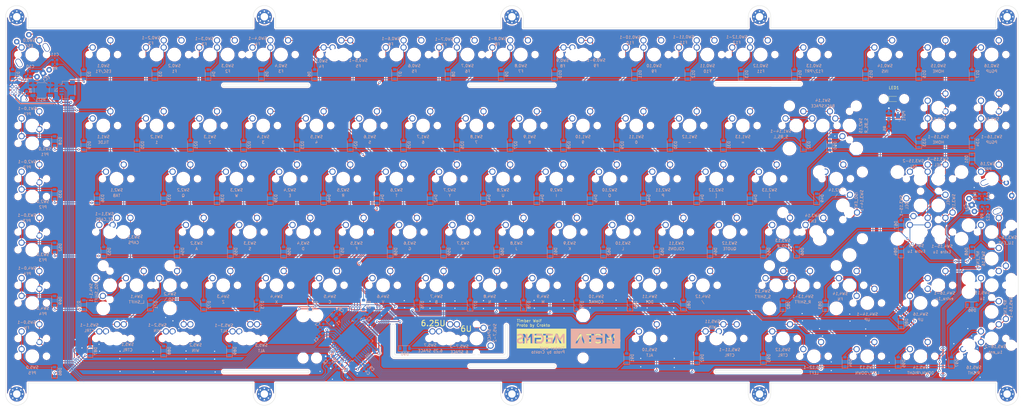
<source format=kicad_pcb>
(kicad_pcb (version 20171130) (host pcbnew "(5.1.2)-1")
  (layers (0 F.Cu signal) (31 B.Cu signal) (34 B.Paste user) (35 F.Paste user) (36 B.SilkS user) (37 F.SilkS user) (38 B.Mask user) (39 F.Mask user) (44 Edge.Cuts user))
  (net 0 "")
  (net 1 GND)
  (net 2 VCC)
  (net 3 "Net-(C6-Pad1)")
  (net 4 "Net-(C7-Pad1)")
  (net 5 "Net-(C8-Pad1)")
  (net 6 "Net-(C9-Pad1)")
  (net 7 "Net-(D1-Pad2)")
  (net 8 /r0)
  (net 9 "Net-(D2-Pad2)")
  (net 10 "Net-(D3-Pad2)")
  (net 11 "Net-(D4-Pad2)")
  (net 12 "Net-(D5-Pad2)")
  (net 13 "Net-(D6-Pad2)")
  (net 14 "Net-(D7-Pad2)")
  (net 15 "Net-(D8-Pad2)")
  (net 16 "Net-(D9-Pad2)")
  (net 17 "Net-(D10-Pad2)")
  (net 18 "Net-(D11-Pad2)")
  (net 19 "Net-(D12-Pad2)")
  (net 20 "Net-(D13-Pad2)")
  (net 21 "Net-(D14-Pad2)")
  (net 22 "Net-(D15-Pad2)")
  (net 23 "Net-(D16-Pad2)")
  (net 24 "Net-(D17-Pad2)")
  (net 25 /r1)
  (net 26 "Net-(D18-Pad2)")
  (net 27 "Net-(D19-Pad2)")
  (net 28 "Net-(D20-Pad2)")
  (net 29 "Net-(D21-Pad2)")
  (net 30 "Net-(D22-Pad2)")
  (net 31 "Net-(D23-Pad2)")
  (net 32 "Net-(D24-Pad2)")
  (net 33 "Net-(D25-Pad2)")
  (net 34 "Net-(D26-Pad2)")
  (net 35 "Net-(D27-Pad2)")
  (net 36 "Net-(D28-Pad2)")
  (net 37 "Net-(D29-Pad2)")
  (net 38 "Net-(D30-Pad2)")
  (net 39 "Net-(D31-Pad2)")
  (net 40 "Net-(D32-Pad2)")
  (net 41 "Net-(D33-Pad2)")
  (net 42 "Net-(D34-Pad2)")
  (net 43 "Net-(D35-Pad2)")
  (net 44 /r2)
  (net 45 "Net-(D36-Pad2)")
  (net 46 "Net-(D37-Pad2)")
  (net 47 "Net-(D38-Pad2)")
  (net 48 "Net-(D39-Pad2)")
  (net 49 "Net-(D40-Pad2)")
  (net 50 "Net-(D41-Pad2)")
  (net 51 "Net-(D42-Pad2)")
  (net 52 "Net-(D43-Pad2)")
  (net 53 "Net-(D44-Pad2)")
  (net 54 "Net-(D45-Pad2)")
  (net 55 "Net-(D46-Pad2)")
  (net 56 "Net-(D47-Pad2)")
  (net 57 "Net-(D48-Pad2)")
  (net 58 "Net-(D49-Pad2)")
  (net 59 "Net-(D50-Pad2)")
  (net 60 "Net-(D51-Pad2)")
  (net 61 /r3)
  (net 62 "Net-(D52-Pad2)")
  (net 63 "Net-(D53-Pad2)")
  (net 64 "Net-(D54-Pad2)")
  (net 65 "Net-(D55-Pad2)")
  (net 66 "Net-(D56-Pad2)")
  (net 67 "Net-(D57-Pad2)")
  (net 68 "Net-(D58-Pad2)")
  (net 69 "Net-(D59-Pad2)")
  (net 70 "Net-(D60-Pad2)")
  (net 71 "Net-(D61-Pad2)")
  (net 72 "Net-(D62-Pad2)")
  (net 73 "Net-(D63-Pad2)")
  (net 74 "Net-(D64-Pad2)")
  (net 75 "Net-(D65-Pad2)")
  (net 76 "Net-(D66-Pad2)")
  (net 77 "Net-(D67-Pad2)")
  (net 78 "Net-(D68-Pad2)")
  (net 79 "Net-(D69-Pad2)")
  (net 80 /r4)
  (net 81 "Net-(D70-Pad2)")
  (net 82 "Net-(D71-Pad2)")
  (net 83 "Net-(D72-Pad2)")
  (net 84 "Net-(D73-Pad2)")
  (net 85 "Net-(D74-Pad2)")
  (net 86 "Net-(D75-Pad2)")
  (net 87 "Net-(D76-Pad2)")
  (net 88 "Net-(D77-Pad2)")
  (net 89 "Net-(D78-Pad2)")
  (net 90 "Net-(D79-Pad2)")
  (net 91 "Net-(D80-Pad2)")
  (net 92 "Net-(D81-Pad2)")
  (net 93 "Net-(D82-Pad2)")
  (net 94 "Net-(D83-Pad2)")
  (net 95 "Net-(D84-Pad2)")
  (net 96 /r5)
  (net 97 "Net-(D85-Pad2)")
  (net 98 "Net-(D86-Pad2)")
  (net 99 "Net-(D87-Pad2)")
  (net 100 "Net-(D88-Pad2)")
  (net 101 "Net-(D89-Pad2)")
  (net 102 "Net-(D90-Pad2)")
  (net 103 "Net-(D91-Pad2)")
  (net 104 "Net-(D92-Pad2)")
  (net 105 "Net-(D93-Pad2)")
  (net 106 "Net-(D94-Pad2)")
  (net 107 "Net-(D95-Pad2)")
  (net 108 "Net-(EC1-PadA)")
  (net 109 "Net-(EC1-PadB)")
  (net 110 /c16)
  (net 111 /D-)
  (net 112 /D+)
  (net 113 /RES)
  (net 114 "Net-(LED1-Pad2)")
  (net 115 /rd-)
  (net 116 /rd+)
  (net 117 /c13)
  (net 118 /c8)
  (net 119 /c2)
  (net 120 /c3)
  (net 121 /c14)
  (net 122 /c9)
  (net 123 /c10)
  (net 124 /c4)
  (net 125 /c11)
  (net 126 /c7)
  (net 127 /c5)
  (net 128 /c6)
  (net 129 /c12)
  (net 130 /enc-)
  (net 131 /c15)
  (net 132 /enc+)
  (net 133 /c0)
  (net 134 /c1)
  (net 135 "Net-(POT1-Pad1)")
  (net 136 "Net-(R5-Pad2)")
  (net 137 "Net-(D96-Pad2)")
  (net 138 "Net-(EC2-PadA)")
  (net 139 "Net-(EC2-PadB)")
  (net 140 "Net-(D97-Pad2)")
  (module keebs:EC11E_offset (layer F.Cu) (at 352.425 60.325 23)
    (fp_text reference EC2 (at -9.952763 0.093585 293) (layer B.SilkS) (effects (justify mirror)))
    (fp_text value EC11E)
    (pad "" np_thru_hole circle (at 0 0 23) (size 1 1) (drill 1) (layers *.Cu *.Mask))
    (pad S1 thru_hole circle (at 6.75 2.5 23) (size 2 2) (drill 1) (layers *.Cu B.Mask) (net 110 /c16))
    (pad S2 thru_hole circle (at 6.75 -2.5 23) (size 2 2) (drill 1) (layers *.Cu B.Mask) (net 60 "Net-(D51-Pad2)"))
    (pad MP thru_hole roundrect (at -0.25 5.6 23) (size 3.2 2) (drill oval 2.8 1.5) (layers *.Cu B.Mask) (roundrect_rratio 0.5))
    (pad MP thru_hole roundrect (at -0.25 -5.6 23) (size 3.2 2) (drill oval 2.8 1.5) (layers *.Cu B.Mask) (roundrect_rratio 0.5))
    (pad B thru_hole circle (at -7.75 2.5 23) (size 2 2) (drill 1) (layers *.Cu B.Mask) (net 139 "Net-(EC2-PadB)"))
    (pad C thru_hole rect (at -7.75 0 23) (size 2 2) (drill 1) (layers *.Cu B.Mask) (net 1 GND))
    (pad A thru_hole circle (at -7.75 -2.5 23) (size 2 2) (drill 1) (layers *.Cu B.Mask) (net 138 "Net-(EC2-PadA)"))
  )
  (module Diode_SMD:D_SOD-123 (layer B.Cu) (at 338.075 119.475 90)
    (fp_text reference D97 (at -0.425 1.925 90) (layer B.SilkS) (effects (justify mirror)))
    (fp_text value D)
    (pad 1 smd rect (at -1.65 0 90) (size 0.9 1.2) (layers B.Cu B.Paste B.Mask) (net 96 /r5))
    (pad 2 smd rect (at 1.65 0 90) (size 0.9 1.2) (layers B.Cu B.Paste B.Mask) (net 140 "Net-(D97-Pad2)"))
  )
  (module Diode_SMD:D_SOD-123 (layer B.Cu) (at 319.025 119.475 90)
    (fp_text reference D95 (at -0.625 2 90) (layer B.SilkS) (effects (justify mirror)))
    (fp_text value D)
    (pad 1 smd rect (at -1.65 0 90) (size 0.9 1.2) (layers B.Cu B.Paste B.Mask) (net 96 /r5))
    (pad 2 smd rect (at 1.65 0 90) (size 0.9 1.2) (layers B.Cu B.Paste B.Mask) (net 107 "Net-(D95-Pad2)"))
  )
  (module Diode_SMD:D_SOD-123 (layer B.Cu) (at 299.975 119.475 90)
    (fp_text reference D94 (at -0.425 2.025 90) (layer B.SilkS) (effects (justify mirror)))
    (fp_text value D)
    (pad 2 smd rect (at 1.65 0 90) (size 0.9 1.2) (layers B.Cu B.Paste B.Mask) (net 106 "Net-(D94-Pad2)"))
    (pad 1 smd rect (at -1.65 0 90) (size 0.9 1.2) (layers B.Cu B.Paste B.Mask) (net 96 /r5))
  )
  (module Diode_SMD:D_SOD-123 (layer B.Cu) (at 270.8125 118.125 90)
    (fp_text reference D93 (at 0 2 90) (layer B.SilkS) (effects (justify mirror)))
    (fp_text value D)
    (pad 1 smd rect (at -1.65 0 90) (size 0.9 1.2) (layers B.Cu B.Paste B.Mask) (net 96 /r5))
    (pad 2 smd rect (at 1.65 0 90) (size 0.9 1.2) (layers B.Cu B.Paste B.Mask) (net 105 "Net-(D93-Pad2)"))
  )
  (module Diode_SMD:D_SOD-123 (layer B.Cu) (at 247 118.125 90)
    (fp_text reference D92 (at 0 2 90) (layer B.SilkS) (effects (justify mirror)))
    (fp_text value D)
    (pad 1 smd rect (at -1.65 0 90) (size 0.9 1.2) (layers B.Cu B.Paste B.Mask) (net 96 /r5))
    (pad 2 smd rect (at 1.65 0 90) (size 0.9 1.2) (layers B.Cu B.Paste B.Mask) (net 104 "Net-(D92-Pad2)"))
  )
  (module Diode_SMD:D_SOD-123 (layer B.Cu) (at 222 118.125 90)
    (fp_text reference D91 (at 0 2 90) (layer B.SilkS) (effects (justify mirror)))
    (fp_text value D)
    (pad 1 smd rect (at -1.65 0 90) (size 0.9 1.2) (layers B.Cu B.Paste B.Mask) (net 96 /r5))
    (pad 2 smd rect (at 1.65 0 90) (size 0.9 1.2) (layers B.Cu B.Paste B.Mask) (net 103 "Net-(D91-Pad2)"))
  )
  (module Diode_SMD:D_SOD-123 (layer B.Cu) (at 142.7 114.7)
    (fp_text reference D90 (at 0 2) (layer B.SilkS) (effects (justify mirror)))
    (fp_text value D)
    (pad 2 smd rect (at 1.65 0) (size 0.9 1.2) (layers B.Cu B.Paste B.Mask) (net 102 "Net-(D90-Pad2)"))
    (pad 1 smd rect (at -1.65 0) (size 0.9 1.2) (layers B.Cu B.Paste B.Mask) (net 96 /r5))
  )
  (module Diode_SMD:D_SOD-123 (layer B.Cu) (at 80 115.5 90)
    (fp_text reference D89 (at 0 2 90) (layer B.SilkS) (effects (justify mirror)))
    (fp_text value D)
    (pad 2 smd rect (at 1.65 0 90) (size 0.9 1.2) (layers B.Cu B.Paste B.Mask) (net 101 "Net-(D89-Pad2)"))
    (pad 1 smd rect (at -1.65 0 90) (size 0.9 1.2) (layers B.Cu B.Paste B.Mask) (net 96 /r5))
  )
  (module Diode_SMD:D_SOD-123 (layer B.Cu) (at 56.5 115.5 90)
    (fp_text reference D88 (at 0 2 90) (layer B.SilkS) (effects (justify mirror)))
    (fp_text value D)
    (pad 1 smd rect (at -1.65 0 90) (size 0.9 1.2) (layers B.Cu B.Paste B.Mask) (net 96 /r5))
    (pad 2 smd rect (at 1.65 0 90) (size 0.9 1.2) (layers B.Cu B.Paste B.Mask) (net 100 "Net-(D88-Pad2)"))
  )
  (module Diode_SMD:D_SOD-123 (layer B.Cu) (at 30.1875 115.625 90)
    (fp_text reference D87 (at 0 2 90) (layer B.SilkS) (effects (justify mirror)))
    (fp_text value D)
    (pad 1 smd rect (at -1.65 0 90) (size 0.9 1.2) (layers B.Cu B.Paste B.Mask) (net 96 /r5))
    (pad 2 smd rect (at 1.65 0 90) (size 0.9 1.2) (layers B.Cu B.Paste B.Mask) (net 99 "Net-(D87-Pad2)"))
  )
  (module Diode_SMD:D_SOD-123 (layer B.Cu) (at 17.5 123 90)
    (fp_text reference D86 (at 0 2 90) (layer B.SilkS) (effects (justify mirror)))
    (fp_text value D)
    (pad 1 smd rect (at -1.65 0 90) (size 0.9 1.2) (layers B.Cu B.Paste B.Mask) (net 96 /r5))
    (pad 2 smd rect (at 1.65 0 90) (size 0.9 1.2) (layers B.Cu B.Paste B.Mask) (net 98 "Net-(D86-Pad2)"))
  )
  (module Diode_SMD:D_SOD-123 (layer B.Cu) (at 320.025 105.425 90)
    (fp_text reference D85 (at 0 2 90) (layer B.SilkS) (effects (justify mirror)))
    (fp_text value D)
    (pad 2 smd rect (at 1.65 0 90) (size 0.9 1.2) (layers B.Cu B.Paste B.Mask) (net 97 "Net-(D85-Pad2)"))
    (pad 1 smd rect (at -1.65 0 90) (size 0.9 1.2) (layers B.Cu B.Paste B.Mask) (net 80 /r4))
  )
  (module Diode_SMD:D_SOD-123 (layer B.Cu) (at 320.025 80.025 90)
    (fp_text reference D84 (at 0 -1.925 90) (layer B.SilkS) (effects (justify mirror)))
    (fp_text value D)
    (pad 2 smd rect (at 1.65 0 90) (size 0.9 1.2) (layers B.Cu B.Paste B.Mask) (net 95 "Net-(D84-Pad2)"))
    (pad 1 smd rect (at -1.65 0 90) (size 0.9 1.2) (layers B.Cu B.Paste B.Mask) (net 80 /r4))
  )
  (module Diode_SMD:D_SOD-123 (layer B.Cu) (at 293 99.21875 90)
    (fp_text reference D83 (at 0.01875 -1.9 90) (layer B.SilkS) (effects (justify mirror)))
    (fp_text value D)
    (pad 2 smd rect (at 1.65 0 90) (size 0.9 1.2) (layers B.Cu B.Paste B.Mask) (net 94 "Net-(D83-Pad2)"))
    (pad 1 smd rect (at -1.65 0 90) (size 0.9 1.2) (layers B.Cu B.Paste B.Mask) (net 80 /r4))
  )
  (module Diode_SMD:D_SOD-123 (layer B.Cu) (at 277.8125 99.21875 90)
    (fp_text reference D82 (at 0 2 90) (layer B.SilkS) (effects (justify mirror)))
    (fp_text value D)
    (pad 2 smd rect (at 1.65 0 90) (size 0.9 1.2) (layers B.Cu B.Paste B.Mask) (net 93 "Net-(D82-Pad2)"))
    (pad 1 smd rect (at -1.65 0 90) (size 0.9 1.2) (layers B.Cu B.Paste B.Mask) (net 80 /r4))
  )
  (module Diode_SMD:D_SOD-123 (layer B.Cu) (at 242.2375 99.075 90)
    (fp_text reference D81 (at 0 2 90) (layer B.SilkS) (effects (justify mirror)))
    (fp_text value D)
    (pad 2 smd rect (at 1.65 0 90) (size 0.9 1.2) (layers B.Cu B.Paste B.Mask) (net 92 "Net-(D81-Pad2)"))
    (pad 1 smd rect (at -1.65 0 90) (size 0.9 1.2) (layers B.Cu B.Paste B.Mask) (net 80 /r4))
  )
  (module Diode_SMD:D_SOD-123 (layer B.Cu) (at 223.1875 99.075 90)
    (fp_text reference D80 (at 0 2 90) (layer B.SilkS) (effects (justify mirror)))
    (fp_text value D)
    (pad 2 smd rect (at 1.65 0 90) (size 0.9 1.2) (layers B.Cu B.Paste B.Mask) (net 91 "Net-(D80-Pad2)"))
    (pad 1 smd rect (at -1.65 0 90) (size 0.9 1.2) (layers B.Cu B.Paste B.Mask) (net 80 /r4))
  )
  (module Diode_SMD:D_SOD-123 (layer B.Cu) (at 204.1375 99.075 90)
    (fp_text reference D79 (at 0 2 90) (layer B.SilkS) (effects (justify mirror)))
    (fp_text value D)
    (pad 2 smd rect (at 1.65 0 90) (size 0.9 1.2) (layers B.Cu B.Paste B.Mask) (net 90 "Net-(D79-Pad2)"))
    (pad 1 smd rect (at -1.65 0 90) (size 0.9 1.2) (layers B.Cu B.Paste B.Mask) (net 80 /r4))
  )
  (module Diode_SMD:D_SOD-123 (layer B.Cu) (at 185.0875 99.075 90)
    (fp_text reference D78 (at 0 2 90) (layer B.SilkS) (effects (justify mirror)))
    (fp_text value D)
    (pad 1 smd rect (at -1.65 0 90) (size 0.9 1.2) (layers B.Cu B.Paste B.Mask) (net 80 /r4))
    (pad 2 smd rect (at 1.65 0 90) (size 0.9 1.2) (layers B.Cu B.Paste B.Mask) (net 89 "Net-(D78-Pad2)"))
  )
  (module Diode_SMD:D_SOD-123 (layer B.Cu) (at 166.0375 99.075 90)
    (fp_text reference D77 (at 0 2 90) (layer B.SilkS) (effects (justify mirror)))
    (fp_text value D)
    (pad 1 smd rect (at -1.65 0 90) (size 0.9 1.2) (layers B.Cu B.Paste B.Mask) (net 80 /r4))
    (pad 2 smd rect (at 1.65 0 90) (size 0.9 1.2) (layers B.Cu B.Paste B.Mask) (net 88 "Net-(D77-Pad2)"))
  )
  (module Diode_SMD:D_SOD-123 (layer B.Cu) (at 146.9875 99.075 90)
    (fp_text reference D76 (at 0 2 90) (layer B.SilkS) (effects (justify mirror)))
    (fp_text value D)
    (pad 2 smd rect (at 1.65 0 90) (size 0.9 1.2) (layers B.Cu B.Paste B.Mask) (net 87 "Net-(D76-Pad2)"))
    (pad 1 smd rect (at -1.65 0 90) (size 0.9 1.2) (layers B.Cu B.Paste B.Mask) (net 80 /r4))
  )
  (module Diode_SMD:D_SOD-123 (layer B.Cu) (at 127.9375 99.075 90)
    (fp_text reference D75 (at 0 2 90) (layer B.SilkS) (effects (justify mirror)))
    (fp_text value D)
    (pad 2 smd rect (at 1.65 0 90) (size 0.9 1.2) (layers B.Cu B.Paste B.Mask) (net 86 "Net-(D75-Pad2)"))
    (pad 1 smd rect (at -1.65 0 90) (size 0.9 1.2) (layers B.Cu B.Paste B.Mask) (net 80 /r4))
  )
  (module Diode_SMD:D_SOD-123 (layer B.Cu) (at 108.8875 99.075 90)
    (fp_text reference D74 (at 0 2 90) (layer B.SilkS) (effects (justify mirror)))
    (fp_text value D)
    (pad 2 smd rect (at 1.65 0 90) (size 0.9 1.2) (layers B.Cu B.Paste B.Mask) (net 85 "Net-(D74-Pad2)"))
    (pad 1 smd rect (at -1.65 0 90) (size 0.9 1.2) (layers B.Cu B.Paste B.Mask) (net 80 /r4))
  )
  (module Diode_SMD:D_SOD-123 (layer B.Cu) (at 89.8375 99.075 90)
    (fp_text reference D73 (at 0 2 90) (layer B.SilkS) (effects (justify mirror)))
    (fp_text value D)
    (pad 1 smd rect (at -1.65 0 90) (size 0.9 1.2) (layers B.Cu B.Paste B.Mask) (net 80 /r4))
    (pad 2 smd rect (at 1.65 0 90) (size 0.9 1.2) (layers B.Cu B.Paste B.Mask) (net 84 "Net-(D73-Pad2)"))
  )
  (module Diode_SMD:D_SOD-123 (layer B.Cu) (at 70.7875 99.075 90)
    (fp_text reference D72 (at 0 2 90) (layer B.SilkS) (effects (justify mirror)))
    (fp_text value D)
    (pad 2 smd rect (at 1.65 0 90) (size 0.9 1.2) (layers B.Cu B.Paste B.Mask) (net 83 "Net-(D72-Pad2)"))
    (pad 1 smd rect (at -1.65 0 90) (size 0.9 1.2) (layers B.Cu B.Paste B.Mask) (net 80 /r4))
  )
  (module Diode_SMD:D_SOD-123 (layer B.Cu) (at 51.7375 99.075 90)
    (fp_text reference D71 (at 0 2 90) (layer B.SilkS) (effects (justify mirror)))
    (fp_text value D)
    (pad 1 smd rect (at -1.65 0 90) (size 0.9 1.2) (layers B.Cu B.Paste B.Mask) (net 80 /r4))
    (pad 2 smd rect (at 1.65 0 90) (size 0.9 1.2) (layers B.Cu B.Paste B.Mask) (net 82 "Net-(D71-Pad2)"))
  )
  (module Diode_SMD:D_SOD-123 (layer B.Cu) (at 27.925 99.075 90)
    (fp_text reference D70 (at 0 -1.825 90) (layer B.SilkS) (effects (justify mirror)))
    (fp_text value D)
    (pad 2 smd rect (at 1.65 0 90) (size 0.9 1.2) (layers B.Cu B.Paste B.Mask) (net 81 "Net-(D70-Pad2)"))
    (pad 1 smd rect (at -1.65 0 90) (size 0.9 1.2) (layers B.Cu B.Paste B.Mask) (net 80 /r4))
  )
  (module Diode_SMD:D_SOD-123 (layer B.Cu) (at 17.525 97.575 90)
    (fp_text reference D69 (at 0 2 90) (layer B.SilkS) (effects (justify mirror)))
    (fp_text value D)
    (pad 1 smd rect (at -1.65 0 90) (size 0.9 1.2) (layers B.Cu B.Paste B.Mask) (net 80 /r4))
    (pad 2 smd rect (at 1.65 0 90) (size 0.9 1.2) (layers B.Cu B.Paste B.Mask) (net 79 "Net-(D69-Pad2)"))
  )
  (module Diode_SMD:D_SOD-123 (layer B.Cu) (at 345.425 80 90)
    (fp_text reference D68 (at 0 -2.025 90) (layer B.SilkS) (effects (justify mirror)))
    (fp_text value D)
    (pad 1 smd rect (at -1.65 0 90) (size 0.9 1.2) (layers B.Cu B.Paste B.Mask) (net 61 /r3))
    (pad 2 smd rect (at 1.65 0 90) (size 0.9 1.2) (layers B.Cu B.Paste B.Mask) (net 78 "Net-(D68-Pad2)"))
  )
  (module Diode_SMD:D_SOD-123 (layer B.Cu) (at 320.025 70.5 90)
    (fp_text reference D67 (at 0 -1.825 90) (layer B.SilkS) (effects (justify mirror)))
    (fp_text value D)
    (pad 1 smd rect (at -1.65 0 90) (size 0.9 1.2) (layers B.Cu B.Paste B.Mask) (net 61 /r3))
    (pad 2 smd rect (at 1.65 0 90) (size 0.9 1.2) (layers B.Cu B.Paste B.Mask) (net 77 "Net-(D67-Pad2)"))
  )
  (module Diode_SMD:D_SOD-123 (layer B.Cu) (at 282.71875 80.025 90)
    (fp_text reference D66 (at 0 2 90) (layer B.SilkS) (effects (justify mirror)))
    (fp_text value D)
    (pad 2 smd rect (at 1.65 0 90) (size 0.9 1.2) (layers B.Cu B.Paste B.Mask) (net 76 "Net-(D66-Pad2)"))
    (pad 1 smd rect (at -1.65 0 90) (size 0.9 1.2) (layers B.Cu B.Paste B.Mask) (net 61 /r3))
  )
  (module Diode_SMD:D_SOD-123 (layer B.Cu) (at 270.8125 80.025 90)
    (fp_text reference D65 (at 0 2 90) (layer B.SilkS) (effects (justify mirror)))
    (fp_text value D)
    (pad 2 smd rect (at 1.65 0 90) (size 0.9 1.2) (layers B.Cu B.Paste B.Mask) (net 75 "Net-(D65-Pad2)"))
    (pad 1 smd rect (at -1.65 0 90) (size 0.9 1.2) (layers B.Cu B.Paste B.Mask) (net 61 /r3))
  )
  (module Diode_SMD:D_SOD-123 (layer B.Cu) (at 251.7625 80.025 90)
    (fp_text reference D64 (at 0 2 90) (layer B.SilkS) (effects (justify mirror)))
    (fp_text value D)
    (pad 1 smd rect (at -1.65 0 90) (size 0.9 1.2) (layers B.Cu B.Paste B.Mask) (net 61 /r3))
    (pad 2 smd rect (at 1.65 0 90) (size 0.9 1.2) (layers B.Cu B.Paste B.Mask) (net 74 "Net-(D64-Pad2)"))
  )
  (module Diode_SMD:D_SOD-123 (layer B.Cu) (at 232.7125 80.025 90)
    (fp_text reference D63 (at 0 2 90) (layer B.SilkS) (effects (justify mirror)))
    (fp_text value D)
    (pad 1 smd rect (at -1.65 0 90) (size 0.9 1.2) (layers B.Cu B.Paste B.Mask) (net 61 /r3))
    (pad 2 smd rect (at 1.65 0 90) (size 0.9 1.2) (layers B.Cu B.Paste B.Mask) (net 73 "Net-(D63-Pad2)"))
  )
  (module Diode_SMD:D_SOD-123 (layer B.Cu) (at 213.6625 80.025 90)
    (fp_text reference D62 (at 0 2 90) (layer B.SilkS) (effects (justify mirror)))
    (fp_text value D)
    (pad 1 smd rect (at -1.65 0 90) (size 0.9 1.2) (layers B.Cu B.Paste B.Mask) (net 61 /r3))
    (pad 2 smd rect (at 1.65 0 90) (size 0.9 1.2) (layers B.Cu B.Paste B.Mask) (net 72 "Net-(D62-Pad2)"))
  )
  (module Diode_SMD:D_SOD-123 (layer B.Cu) (at 194.6125 80.025 90)
    (fp_text reference D61 (at 0 2 90) (layer B.SilkS) (effects (justify mirror)))
    (fp_text value D)
    (pad 2 smd rect (at 1.65 0 90) (size 0.9 1.2) (layers B.Cu B.Paste B.Mask) (net 71 "Net-(D61-Pad2)"))
    (pad 1 smd rect (at -1.65 0 90) (size 0.9 1.2) (layers B.Cu B.Paste B.Mask) (net 61 /r3))
  )
  (module Diode_SMD:D_SOD-123 (layer B.Cu) (at 175.5625 80.025 90)
    (fp_text reference D60 (at 0 2 90) (layer B.SilkS) (effects (justify mirror)))
    (fp_text value D)
    (pad 1 smd rect (at -1.65 0 90) (size 0.9 1.2) (layers B.Cu B.Paste B.Mask) (net 61 /r3))
    (pad 2 smd rect (at 1.65 0 90) (size 0.9 1.2) (layers B.Cu B.Paste B.Mask) (net 70 "Net-(D60-Pad2)"))
  )
  (module Diode_SMD:D_SOD-123 (layer B.Cu) (at 156.5125 80.025 90)
    (fp_text reference D59 (at 0 2 90) (layer B.SilkS) (effects (justify mirror)))
    (fp_text value D)
    (pad 2 smd rect (at 1.65 0 90) (size 0.9 1.2) (layers B.Cu B.Paste B.Mask) (net 69 "Net-(D59-Pad2)"))
    (pad 1 smd rect (at -1.65 0 90) (size 0.9 1.2) (layers B.Cu B.Paste B.Mask) (net 61 /r3))
  )
  (module Diode_SMD:D_SOD-123 (layer B.Cu) (at 137.4625 80.025 90)
    (fp_text reference D58 (at 0 2 90) (layer B.SilkS) (effects (justify mirror)))
    (fp_text value D)
    (pad 1 smd rect (at -1.65 0 90) (size 0.9 1.2) (layers B.Cu B.Paste B.Mask) (net 61 /r3))
    (pad 2 smd rect (at 1.65 0 90) (size 0.9 1.2) (layers B.Cu B.Paste B.Mask) (net 68 "Net-(D58-Pad2)"))
  )
  (module Diode_SMD:D_SOD-123 (layer B.Cu) (at 118.4125 80.025 90)
    (fp_text reference D57 (at 0 2 90) (layer B.SilkS) (effects (justify mirror)))
    (fp_text value D)
    (pad 1 smd rect (at -1.65 0 90) (size 0.9 1.2) (layers B.Cu B.Paste B.Mask) (net 61 /r3))
    (pad 2 smd rect (at 1.65 0 90) (size 0.9 1.2) (layers B.Cu B.Paste B.Mask) (net 67 "Net-(D57-Pad2)"))
  )
  (module Diode_SMD:D_SOD-123 (layer B.Cu) (at 99.3625 80.025 90)
    (fp_text reference D56 (at 0 2 90) (layer B.SilkS) (effects (justify mirror)))
    (fp_text value D)
    (pad 2 smd rect (at 1.65 0 90) (size 0.9 1.2) (layers B.Cu B.Paste B.Mask) (net 66 "Net-(D56-Pad2)"))
    (pad 1 smd rect (at -1.65 0 90) (size 0.9 1.2) (layers B.Cu B.Paste B.Mask) (net 61 /r3))
  )
  (module Diode_SMD:D_SOD-123 (layer B.Cu) (at 80.3125 80.025 90)
    (fp_text reference D55 (at 0 2 90) (layer B.SilkS) (effects (justify mirror)))
    (fp_text value D)
    (pad 1 smd rect (at -1.65 0 90) (size 0.9 1.2) (layers B.Cu B.Paste B.Mask) (net 61 /r3))
    (pad 2 smd rect (at 1.65 0 90) (size 0.9 1.2) (layers B.Cu B.Paste B.Mask) (net 65 "Net-(D55-Pad2)"))
  )
  (module Diode_SMD:D_SOD-123 (layer B.Cu) (at 61.2625 80.025 90)
    (fp_text reference D54 (at 0 2 90) (layer B.SilkS) (effects (justify mirror)))
    (fp_text value D)
    (pad 1 smd rect (at -1.65 0 90) (size 0.9 1.2) (layers B.Cu B.Paste B.Mask) (net 61 /r3))
    (pad 2 smd rect (at 1.65 0 90) (size 0.9 1.2) (layers B.Cu B.Paste B.Mask) (net 64 "Net-(D54-Pad2)"))
  )
  (module Diode_SMD:D_SOD-123 (layer B.Cu) (at 35.06875 80.025 90)
    (fp_text reference D53 (at 0 2 90) (layer B.SilkS) (effects (justify mirror)))
    (fp_text value D)
    (pad 1 smd rect (at -1.65 0 90) (size 0.9 1.2) (layers B.Cu B.Paste B.Mask) (net 61 /r3))
    (pad 2 smd rect (at 1.65 0 90) (size 0.9 1.2) (layers B.Cu B.Paste B.Mask) (net 63 "Net-(D53-Pad2)"))
  )
  (module Diode_SMD:D_SOD-123 (layer B.Cu) (at 17.525 78.525 90)
    (fp_text reference D52 (at 0 2 90) (layer B.SilkS) (effects (justify mirror)))
    (fp_text value D)
    (pad 2 smd rect (at 1.65 0 90) (size 0.9 1.2) (layers B.Cu B.Paste B.Mask) (net 62 "Net-(D52-Pad2)"))
    (pad 1 smd rect (at -1.65 0 90) (size 0.9 1.2) (layers B.Cu B.Paste B.Mask) (net 61 /r3))
  )
  (module Diode_SMD:D_SOD-123 (layer B.Cu) (at 345.425 47 270)
    (fp_text reference D51 (at 0 2 90) (layer B.SilkS) (effects (justify mirror)))
    (fp_text value D)
    (pad 1 smd rect (at -1.65 0 270) (size 0.9 1.2) (layers B.Cu B.Paste B.Mask) (net 44 /r2))
    (pad 2 smd rect (at 1.65 0 270) (size 0.9 1.2) (layers B.Cu B.Paste B.Mask) (net 60 "Net-(D51-Pad2)"))
  )
  (module Diode_SMD:D_SOD-123 (layer B.Cu) (at 294.48125 42.06875 90)
    (fp_text reference D50 (at 0 2 90) (layer B.SilkS) (effects (justify mirror)))
    (fp_text value D)
    (pad 1 smd rect (at -1.65 0 90) (size 0.9 1.2) (layers B.Cu B.Paste B.Mask) (net 44 /r2))
    (pad 2 smd rect (at 1.65 0 90) (size 0.9 1.2) (layers B.Cu B.Paste B.Mask) (net 59 "Net-(D50-Pad2)"))
  )
  (module Diode_SMD:D_SOD-123 (layer B.Cu) (at 289.8625 60.975 90)
    (fp_text reference D49 (at 0 2 90) (layer B.SilkS) (effects (justify mirror)))
    (fp_text value D)
    (pad 1 smd rect (at -1.65 0 90) (size 0.9 1.2) (layers B.Cu B.Paste B.Mask) (net 44 /r2))
    (pad 2 smd rect (at 1.65 0 90) (size 0.9 1.2) (layers B.Cu B.Paste B.Mask) (net 58 "Net-(D49-Pad2)"))
  )
  (module Diode_SMD:D_SOD-123 (layer B.Cu) (at 266.05 60.975 90)
    (fp_text reference D48 (at 0 2 90) (layer B.SilkS) (effects (justify mirror)))
    (fp_text value D)
    (pad 2 smd rect (at 1.65 0 90) (size 0.9 1.2) (layers B.Cu B.Paste B.Mask) (net 57 "Net-(D48-Pad2)"))
    (pad 1 smd rect (at -1.65 0 90) (size 0.9 1.2) (layers B.Cu B.Paste B.Mask) (net 44 /r2))
  )
  (module Diode_SMD:D_SOD-123 (layer B.Cu) (at 247 60.975 90)
    (fp_text reference D47 (at 0 2 90) (layer B.SilkS) (effects (justify mirror)))
    (fp_text value D)
    (pad 1 smd rect (at -1.65 0 90) (size 0.9 1.2) (layers B.Cu B.Paste B.Mask) (net 44 /r2))
    (pad 2 smd rect (at 1.65 0 90) (size 0.9 1.2) (layers B.Cu B.Paste B.Mask) (net 56 "Net-(D47-Pad2)"))
  )
  (module Diode_SMD:D_SOD-123 (layer B.Cu) (at 227.95 60.975 90)
    (fp_text reference D46 (at 0 2 90) (layer B.SilkS) (effects (justify mirror)))
    (fp_text value D)
    (pad 2 smd rect (at 1.65 0 90) (size 0.9 1.2) (layers B.Cu B.Paste B.Mask) (net 55 "Net-(D46-Pad2)"))
    (pad 1 smd rect (at -1.65 0 90) (size 0.9 1.2) (layers B.Cu B.Paste B.Mask) (net 44 /r2))
  )
  (module Diode_SMD:D_SOD-123 (layer B.Cu) (at 208.9 60.975 90)
    (fp_text reference D45 (at 0 2 90) (layer B.SilkS) (effects (justify mirror)))
    (fp_text value D)
    (pad 2 smd rect (at 1.65 0 90) (size 0.9 1.2) (layers B.Cu B.Paste B.Mask) (net 54 "Net-(D45-Pad2)"))
    (pad 1 smd rect (at -1.65 0 90) (size 0.9 1.2) (layers B.Cu B.Paste B.Mask) (net 44 /r2))
  )
  (module Diode_SMD:D_SOD-123 (layer B.Cu) (at 189.85 60.975 90)
    (fp_text reference D44 (at 0 2 90) (layer B.SilkS) (effects (justify mirror)))
    (fp_text value D)
    (pad 2 smd rect (at 1.65 0 90) (size 0.9 1.2) (layers B.Cu B.Paste B.Mask) (net 53 "Net-(D44-Pad2)"))
    (pad 1 smd rect (at -1.65 0 90) (size 0.9 1.2) (layers B.Cu B.Paste B.Mask) (net 44 /r2))
  )
  (module Diode_SMD:D_SOD-123 (layer B.Cu) (at 170.8 60.975 90)
    (fp_text reference D43 (at 0 2 90) (layer B.SilkS) (effects (justify mirror)))
    (fp_text value D)
    (pad 1 smd rect (at -1.65 0 90) (size 0.9 1.2) (layers B.Cu B.Paste B.Mask) (net 44 /r2))
    (pad 2 smd rect (at 1.65 0 90) (size 0.9 1.2) (layers B.Cu B.Paste B.Mask) (net 52 "Net-(D43-Pad2)"))
  )
  (module Diode_SMD:D_SOD-123 (layer B.Cu) (at 151.75 60.975 90)
    (fp_text reference D42 (at 0 2 90) (layer B.SilkS) (effects (justify mirror)))
    (fp_text value D)
    (pad 2 smd rect (at 1.65 0 90) (size 0.9 1.2) (layers B.Cu B.Paste B.Mask) (net 51 "Net-(D42-Pad2)"))
    (pad 1 smd rect (at -1.65 0 90) (size 0.9 1.2) (layers B.Cu B.Paste B.Mask) (net 44 /r2))
  )
  (module Diode_SMD:D_SOD-123 (layer B.Cu) (at 132.7 60.975 90)
    (fp_text reference D41 (at 0 2 90) (layer B.SilkS) (effects (justify mirror)))
    (fp_text value D)
    (pad 2 smd rect (at 1.65 0 90) (size 0.9 1.2) (layers B.Cu B.Paste B.Mask) (net 50 "Net-(D41-Pad2)"))
    (pad 1 smd rect (at -1.65 0 90) (size 0.9 1.2) (layers B.Cu B.Paste B.Mask) (net 44 /r2))
  )
  (module Diode_SMD:D_SOD-123 (layer B.Cu) (at 113.65 60.975 90)
    (fp_text reference D40 (at 0 2 90) (layer B.SilkS) (effects (justify mirror)))
    (fp_text value D)
    (pad 1 smd rect (at -1.65 0 90) (size 0.9 1.2) (layers B.Cu B.Paste B.Mask) (net 44 /r2))
    (pad 2 smd rect (at 1.65 0 90) (size 0.9 1.2) (layers B.Cu B.Paste B.Mask) (net 49 "Net-(D40-Pad2)"))
  )
  (module Diode_SMD:D_SOD-123 (layer B.Cu) (at 94.6 60.975 90)
    (fp_text reference D39 (at 0 2 90) (layer B.SilkS) (effects (justify mirror)))
    (fp_text value D)
    (pad 2 smd rect (at 1.65 0 90) (size 0.9 1.2) (layers B.Cu B.Paste B.Mask) (net 48 "Net-(D39-Pad2)"))
    (pad 1 smd rect (at -1.65 0 90) (size 0.9 1.2) (layers B.Cu B.Paste B.Mask) (net 44 /r2))
  )
  (module Diode_SMD:D_SOD-123 (layer B.Cu) (at 75.55 60.975 90)
    (fp_text reference D38 (at 0 2 90) (layer B.SilkS) (effects (justify mirror)))
    (fp_text value D)
    (pad 1 smd rect (at -1.65 0 90) (size 0.9 1.2) (layers B.Cu B.Paste B.Mask) (net 44 /r2))
    (pad 2 smd rect (at 1.65 0 90) (size 0.9 1.2) (layers B.Cu B.Paste B.Mask) (net 47 "Net-(D38-Pad2)"))
  )
  (module Diode_SMD:D_SOD-123 (layer B.Cu) (at 56.5 60.975 90)
    (fp_text reference D37 (at 0 2 90) (layer B.SilkS) (effects (justify mirror)))
    (fp_text value D)
    (pad 1 smd rect (at -1.65 0 90) (size 0.9 1.2) (layers B.Cu B.Paste B.Mask) (net 44 /r2))
    (pad 2 smd rect (at 1.65 0 90) (size 0.9 1.2) (layers B.Cu B.Paste B.Mask) (net 46 "Net-(D37-Pad2)"))
  )
  (module Diode_SMD:D_SOD-123 (layer B.Cu) (at 32.6875 60.975 90)
    (fp_text reference D36 (at 0 2 90) (layer B.SilkS) (effects (justify mirror)))
    (fp_text value D)
    (pad 2 smd rect (at 1.65 0 90) (size 0.9 1.2) (layers B.Cu B.Paste B.Mask) (net 45 "Net-(D36-Pad2)"))
    (pad 1 smd rect (at -1.65 0 90) (size 0.9 1.2) (layers B.Cu B.Paste B.Mask) (net 44 /r2))
  )
  (module Diode_SMD:D_SOD-123 (layer B.Cu) (at 17.525 59.475 90)
    (fp_text reference D35 (at 0 2 90) (layer B.SilkS) (effects (justify mirror)))
    (fp_text value D)
    (pad 2 smd rect (at 1.65 0 90) (size 0.9 1.2) (layers B.Cu B.Paste B.Mask) (net 43 "Net-(D35-Pad2)"))
    (pad 1 smd rect (at -1.65 0 90) (size 0.9 1.2) (layers B.Cu B.Paste B.Mask) (net 44 /r2))
  )
  (module Diode_SMD:D_SOD-123 (layer B.Cu) (at 345.425 41 90)
    (fp_text reference D34 (at 0 2 90) (layer B.SilkS) (effects (justify mirror)))
    (fp_text value D)
    (pad 1 smd rect (at -1.65 0 90) (size 0.9 1.2) (layers B.Cu B.Paste B.Mask) (net 25 /r1))
    (pad 2 smd rect (at 1.65 0 90) (size 0.9 1.2) (layers B.Cu B.Paste B.Mask) (net 42 "Net-(D34-Pad2)"))
  )
  (module Diode_SMD:D_SOD-123 (layer B.Cu) (at 326.375 41 90)
    (fp_text reference D33 (at 0 2 90) (layer B.SilkS) (effects (justify mirror)))
    (fp_text value D)
    (pad 1 smd rect (at -1.65 0 90) (size 0.9 1.2) (layers B.Cu B.Paste B.Mask) (net 25 /r1))
    (pad 2 smd rect (at 1.65 0 90) (size 0.9 1.2) (layers B.Cu B.Paste B.Mask) (net 41 "Net-(D33-Pad2)"))
  )
  (module Diode_SMD:D_SOD-123 (layer B.Cu) (at 285.1 41.925 90)
    (fp_text reference D32 (at 0 2 90) (layer B.SilkS) (effects (justify mirror)))
    (fp_text value D)
    (pad 1 smd rect (at -1.65 0 90) (size 0.9 1.2) (layers B.Cu B.Paste B.Mask) (net 25 /r1))
    (pad 2 smd rect (at 1.65 0 90) (size 0.9 1.2) (layers B.Cu B.Paste B.Mask) (net 40 "Net-(D32-Pad2)"))
  )
  (module Diode_SMD:D_SOD-123 (layer B.Cu) (at 256.525 41.925 90)
    (fp_text reference D31 (at 0 2 90) (layer B.SilkS) (effects (justify mirror)))
    (fp_text value D)
    (pad 2 smd rect (at 1.65 0 90) (size 0.9 1.2) (layers B.Cu B.Paste B.Mask) (net 39 "Net-(D31-Pad2)"))
    (pad 1 smd rect (at -1.65 0 90) (size 0.9 1.2) (layers B.Cu B.Paste B.Mask) (net 25 /r1))
  )
  (module Diode_SMD:D_SOD-123 (layer B.Cu) (at 237.475 41.925 90)
    (fp_text reference D30 (at 0 2 90) (layer B.SilkS) (effects (justify mirror)))
    (fp_text value D)
    (pad 1 smd rect (at -1.65 0 90) (size 0.9 1.2) (layers B.Cu B.Paste B.Mask) (net 25 /r1))
    (pad 2 smd rect (at 1.65 0 90) (size 0.9 1.2) (layers B.Cu B.Paste B.Mask) (net 38 "Net-(D30-Pad2)"))
  )
  (module Diode_SMD:D_SOD-123 (layer B.Cu) (at 218.425 41.925 90)
    (fp_text reference D29 (at 0 2 90) (layer B.SilkS) (effects (justify mirror)))
    (fp_text value D)
    (pad 2 smd rect (at 1.65 0 90) (size 0.9 1.2) (layers B.Cu B.Paste B.Mask) (net 37 "Net-(D29-Pad2)"))
    (pad 1 smd rect (at -1.65 0 90) (size 0.9 1.2) (layers B.Cu B.Paste B.Mask) (net 25 /r1))
  )
  (module Diode_SMD:D_SOD-123 (layer B.Cu) (at 199.375 41.925 90)
    (fp_text reference D28 (at 0 2 90) (layer B.SilkS) (effects (justify mirror)))
    (fp_text value D)
    (pad 2 smd rect (at 1.65 0 90) (size 0.9 1.2) (layers B.Cu B.Paste B.Mask) (net 36 "Net-(D28-Pad2)"))
    (pad 1 smd rect (at -1.65 0 90) (size 0.9 1.2) (layers B.Cu B.Paste B.Mask) (net 25 /r1))
  )
  (module Diode_SMD:D_SOD-123 (layer B.Cu) (at 180.325 41.925 90)
    (fp_text reference D27 (at 0 2 90) (layer B.SilkS) (effects (justify mirror)))
    (fp_text value D)
    (pad 2 smd rect (at 1.65 0 90) (size 0.9 1.2) (layers B.Cu B.Paste B.Mask) (net 35 "Net-(D27-Pad2)"))
    (pad 1 smd rect (at -1.65 0 90) (size 0.9 1.2) (layers B.Cu B.Paste B.Mask) (net 25 /r1))
  )
  (module Diode_SMD:D_SOD-123 (layer B.Cu) (at 161.275 41.925 90)
    (fp_text reference D26 (at 0 2 90) (layer B.SilkS) (effects (justify mirror)))
    (fp_text value D)
    (pad 1 smd rect (at -1.65 0 90) (size 0.9 1.2) (layers B.Cu B.Paste B.Mask) (net 25 /r1))
    (pad 2 smd rect (at 1.65 0 90) (size 0.9 1.2) (layers B.Cu B.Paste B.Mask) (net 34 "Net-(D26-Pad2)"))
  )
  (module Diode_SMD:D_SOD-123 (layer B.Cu) (at 142.225 41.925 90)
    (fp_text reference D25 (at 0 2 90) (layer B.SilkS) (effects (justify mirror)))
    (fp_text value D)
    (pad 2 smd rect (at 1.65 0 90) (size 0.9 1.2) (layers B.Cu B.Paste B.Mask) (net 33 "Net-(D25-Pad2)"))
    (pad 1 smd rect (at -1.65 0 90) (size 0.9 1.2) (layers B.Cu B.Paste B.Mask) (net 25 /r1))
  )
  (module Diode_SMD:D_SOD-123 (layer B.Cu) (at 123.175 41.925 90)
    (fp_text reference D24 (at 0 2 90) (layer B.SilkS) (effects (justify mirror)))
    (fp_text value D)
    (pad 2 smd rect (at 1.65 0 90) (size 0.9 1.2) (layers B.Cu B.Paste B.Mask) (net 32 "Net-(D24-Pad2)"))
    (pad 1 smd rect (at -1.65 0 90) (size 0.9 1.2) (layers B.Cu B.Paste B.Mask) (net 25 /r1))
  )
  (module Diode_SMD:D_SOD-123 (layer B.Cu) (at 104.125 41.925 90)
    (fp_text reference D23 (at 0 2 90) (layer B.SilkS) (effects (justify mirror)))
    (fp_text value D)
    (pad 2 smd rect (at 1.65 0 90) (size 0.9 1.2) (layers B.Cu B.Paste B.Mask) (net 31 "Net-(D23-Pad2)"))
    (pad 1 smd rect (at -1.65 0 90) (size 0.9 1.2) (layers B.Cu B.Paste B.Mask) (net 25 /r1))
  )
  (module Diode_SMD:D_SOD-123 (layer B.Cu) (at 85.075 41.925 90)
    (fp_text reference D22 (at 0 2 90) (layer B.SilkS) (effects (justify mirror)))
    (fp_text value D)
    (pad 2 smd rect (at 1.65 0 90) (size 0.9 1.2) (layers B.Cu B.Paste B.Mask) (net 30 "Net-(D22-Pad2)"))
    (pad 1 smd rect (at -1.65 0 90) (size 0.9 1.2) (layers B.Cu B.Paste B.Mask) (net 25 /r1))
  )
  (module Diode_SMD:D_SOD-123 (layer B.Cu) (at 66.025 41.925 90)
    (fp_text reference D21 (at 0 2 90) (layer B.SilkS) (effects (justify mirror)))
    (fp_text value D)
    (pad 1 smd rect (at -1.65 0 90) (size 0.9 1.2) (layers B.Cu B.Paste B.Mask) (net 25 /r1))
    (pad 2 smd rect (at 1.65 0 90) (size 0.9 1.2) (layers B.Cu B.Paste B.Mask) (net 29 "Net-(D21-Pad2)"))
  )
  (module Diode_SMD:D_SOD-123 (layer B.Cu) (at 46.975 41.925 90)
    (fp_text reference D20 (at 0 2 90) (layer B.SilkS) (effects (justify mirror)))
    (fp_text value D)
    (pad 2 smd rect (at 1.65 0 90) (size 0.9 1.2) (layers B.Cu B.Paste B.Mask) (net 28 "Net-(D20-Pad2)"))
    (pad 1 smd rect (at -1.65 0 90) (size 0.9 1.2) (layers B.Cu B.Paste B.Mask) (net 25 /r1))
  )
  (module Diode_SMD:D_SOD-123 (layer B.Cu) (at 27.925 41.925 90)
    (fp_text reference D19 (at 0 2 90) (layer B.SilkS) (effects (justify mirror)))
    (fp_text value D)
    (pad 1 smd rect (at -1.65 0 90) (size 0.9 1.2) (layers B.Cu B.Paste B.Mask) (net 25 /r1))
    (pad 2 smd rect (at 1.65 0 90) (size 0.9 1.2) (layers B.Cu B.Paste B.Mask) (net 27 "Net-(D19-Pad2)"))
  )
  (module Diode_SMD:D_SOD-123 (layer B.Cu) (at 17.525 40.425 90)
    (fp_text reference D18 (at 0 2 90) (layer B.SilkS) (effects (justify mirror)))
    (fp_text value D)
    (pad 2 smd rect (at 1.65 0 90) (size 0.9 1.2) (layers B.Cu B.Paste B.Mask) (net 26 "Net-(D18-Pad2)"))
    (pad 1 smd rect (at -1.65 0 90) (size 0.9 1.2) (layers B.Cu B.Paste B.Mask) (net 25 /r1))
  )
  (module Diode_SMD:D_SOD-123 (layer B.Cu) (at 345.425 16.525 90)
    (fp_text reference D17 (at 0 2 90) (layer B.SilkS) (effects (justify mirror)))
    (fp_text value D)
    (pad 2 smd rect (at 1.65 0 90) (size 0.9 1.2) (layers B.Cu B.Paste B.Mask) (net 24 "Net-(D17-Pad2)"))
    (pad 1 smd rect (at -1.65 0 90) (size 0.9 1.2) (layers B.Cu B.Paste B.Mask) (net 8 /r0))
  )
  (module Diode_SMD:D_SOD-123 (layer B.Cu) (at 326.375 16.525 90)
    (fp_text reference D16 (at 0 2 90) (layer B.SilkS) (effects (justify mirror)))
    (fp_text value D)
    (pad 1 smd rect (at -1.65 0 90) (size 0.9 1.2) (layers B.Cu B.Paste B.Mask) (net 8 /r0))
    (pad 2 smd rect (at 1.65 0 90) (size 0.9 1.2) (layers B.Cu B.Paste B.Mask) (net 23 "Net-(D16-Pad2)"))
  )
  (module Diode_SMD:D_SOD-123 (layer B.Cu) (at 307.325 16.525 90)
    (fp_text reference D15 (at 0 2 90) (layer B.SilkS) (effects (justify mirror)))
    (fp_text value D)
    (pad 1 smd rect (at -1.65 0 90) (size 0.9 1.2) (layers B.Cu B.Paste B.Mask) (net 8 /r0))
    (pad 2 smd rect (at 1.65 0 90) (size 0.9 1.2) (layers B.Cu B.Paste B.Mask) (net 22 "Net-(D15-Pad2)"))
  )
  (module Diode_SMD:D_SOD-123 (layer B.Cu) (at 281.925 16.525 90)
    (fp_text reference D14 (at 0 2 90) (layer B.SilkS) (effects (justify mirror)))
    (fp_text value D)
    (pad 1 smd rect (at -1.65 0 90) (size 0.9 1.2) (layers B.Cu B.Paste B.Mask) (net 8 /r0))
    (pad 2 smd rect (at 1.65 0 90) (size 0.9 1.2) (layers B.Cu B.Paste B.Mask) (net 21 "Net-(D14-Pad2)"))
  )
  (module Diode_SMD:D_SOD-123 (layer B.Cu) (at 262.875 16.525 90)
    (fp_text reference D13 (at 0 2 90) (layer B.SilkS) (effects (justify mirror)))
    (fp_text value D)
    (pad 1 smd rect (at -1.65 0 90) (size 0.9 1.2) (layers B.Cu B.Paste B.Mask) (net 8 /r0))
    (pad 2 smd rect (at 1.65 0 90) (size 0.9 1.2) (layers B.Cu B.Paste B.Mask) (net 20 "Net-(D13-Pad2)"))
  )
  (module Diode_SMD:D_SOD-123 (layer B.Cu) (at 243.825 16.525 90)
    (fp_text reference D12 (at 0 2 90) (layer B.SilkS) (effects (justify mirror)))
    (fp_text value D)
    (pad 1 smd rect (at -1.65 0 90) (size 0.9 1.2) (layers B.Cu B.Paste B.Mask) (net 8 /r0))
    (pad 2 smd rect (at 1.65 0 90) (size 0.9 1.2) (layers B.Cu B.Paste B.Mask) (net 19 "Net-(D12-Pad2)"))
  )
  (module Diode_SMD:D_SOD-123 (layer B.Cu) (at 224.775 16.525 90)
    (fp_text reference D11 (at 0 2 90) (layer B.SilkS) (effects (justify mirror)))
    (fp_text value D)
    (pad 2 smd rect (at 1.65 0 90) (size 0.9 1.2) (layers B.Cu B.Paste B.Mask) (net 18 "Net-(D11-Pad2)"))
    (pad 1 smd rect (at -1.65 0 90) (size 0.9 1.2) (layers B.Cu B.Paste B.Mask) (net 8 /r0))
  )
  (module Diode_SMD:D_SOD-123 (layer B.Cu) (at 196.2 16.525 90)
    (fp_text reference D10 (at 0 2 90) (layer B.SilkS) (effects (justify mirror)))
    (fp_text value D)
    (pad 2 smd rect (at 1.65 0 90) (size 0.9 1.2) (layers B.Cu B.Paste B.Mask) (net 17 "Net-(D10-Pad2)"))
    (pad 1 smd rect (at -1.65 0 90) (size 0.9 1.2) (layers B.Cu B.Paste B.Mask) (net 8 /r0))
  )
  (module Diode_SMD:D_SOD-123 (layer B.Cu) (at 177.15 16.525 90)
    (fp_text reference D9 (at 0 2 90) (layer B.SilkS) (effects (justify mirror)))
    (fp_text value D)
    (pad 1 smd rect (at -1.65 0 90) (size 0.9 1.2) (layers B.Cu B.Paste B.Mask) (net 8 /r0))
    (pad 2 smd rect (at 1.65 0 90) (size 0.9 1.2) (layers B.Cu B.Paste B.Mask) (net 16 "Net-(D9-Pad2)"))
  )
  (module Diode_SMD:D_SOD-123 (layer B.Cu) (at 158.1 16.525 90)
    (fp_text reference D8 (at 0 2 90) (layer B.SilkS) (effects (justify mirror)))
    (fp_text value D)
    (pad 1 smd rect (at -1.65 0 90) (size 0.9 1.2) (layers B.Cu B.Paste B.Mask) (net 8 /r0))
    (pad 2 smd rect (at 1.65 0 90) (size 0.9 1.2) (layers B.Cu B.Paste B.Mask) (net 15 "Net-(D8-Pad2)"))
  )
  (module Diode_SMD:D_SOD-123 (layer B.Cu) (at 139.05 16.525 90)
    (fp_text reference D7 (at 0 2 90) (layer B.SilkS) (effects (justify mirror)))
    (fp_text value D)
    (pad 2 smd rect (at 1.65 0 90) (size 0.9 1.2) (layers B.Cu B.Paste B.Mask) (net 14 "Net-(D7-Pad2)"))
    (pad 1 smd rect (at -1.65 0 90) (size 0.9 1.2) (layers B.Cu B.Paste B.Mask) (net 8 /r0))
  )
  (module Diode_SMD:D_SOD-123 (layer B.Cu) (at 110.475 16.525 90)
    (fp_text reference D6 (at 0 -1.975 90) (layer B.SilkS) (effects (justify mirror)))
    (fp_text value D)
    (pad 2 smd rect (at 1.65 0 90) (size 0.9 1.2) (layers B.Cu B.Paste B.Mask) (net 13 "Net-(D6-Pad2)"))
    (pad 1 smd rect (at -1.65 0 90) (size 0.9 1.2) (layers B.Cu B.Paste B.Mask) (net 8 /r0))
  )
  (module Diode_SMD:D_SOD-123 (layer B.Cu) (at 91.425 16.525 90)
    (fp_text reference D5 (at 0 2 90) (layer B.SilkS) (effects (justify mirror)))
    (fp_text value D)
    (pad 1 smd rect (at -1.65 0 90) (size 0.9 1.2) (layers B.Cu B.Paste B.Mask) (net 8 /r0))
    (pad 2 smd rect (at 1.65 0 90) (size 0.9 1.2) (layers B.Cu B.Paste B.Mask) (net 12 "Net-(D5-Pad2)"))
  )
  (module Diode_SMD:D_SOD-123 (layer B.Cu) (at 72.375 16.525 90)
    (fp_text reference D4 (at 0 2 90) (layer B.SilkS) (effects (justify mirror)))
    (fp_text value D)
    (pad 2 smd rect (at 1.65 0 90) (size 0.9 1.2) (layers B.Cu B.Paste B.Mask) (net 11 "Net-(D4-Pad2)"))
    (pad 1 smd rect (at -1.65 0 90) (size 0.9 1.2) (layers B.Cu B.Paste B.Mask) (net 8 /r0))
  )
  (module Diode_SMD:D_SOD-123 (layer B.Cu) (at 53.325 16.525 90)
    (fp_text reference D3 (at 0 2 90) (layer B.SilkS) (effects (justify mirror)))
    (fp_text value D)
    (pad 2 smd rect (at 1.65 0 90) (size 0.9 1.2) (layers B.Cu B.Paste B.Mask) (net 10 "Net-(D3-Pad2)"))
    (pad 1 smd rect (at -1.65 0 90) (size 0.9 1.2) (layers B.Cu B.Paste B.Mask) (net 8 /r0))
  )
  (module Diode_SMD:D_SOD-123 (layer B.Cu) (at 27.925 16.525 90)
    (fp_text reference D2 (at 0 2 90) (layer B.SilkS) (effects (justify mirror)))
    (fp_text value D)
    (pad 1 smd rect (at -1.65 0 90) (size 0.9 1.2) (layers B.Cu B.Paste B.Mask) (net 8 /r0))
    (pad 2 smd rect (at 1.65 0 90) (size 0.9 1.2) (layers B.Cu B.Paste B.Mask) (net 9 "Net-(D2-Pad2)"))
  )
  (module Diode_SMD:D_SOD-123 (layer B.Cu) (at 2.525 16.525 90)
    (fp_text reference D1 (at 0 2 90) (layer B.SilkS) (effects (justify mirror)))
    (fp_text value D)
    (pad 1 smd rect (at -1.65 0 90) (size 0.9 1.2) (layers B.Cu B.Paste B.Mask) (net 8 /r0))
    (pad 2 smd rect (at 1.65 0 90) (size 0.9 1.2) (layers B.Cu B.Paste B.Mask) (net 7 "Net-(D1-Pad2)"))
  )
  (module Diode_SMD:D_SOD-123 (layer B.Cu) (at 345.45 99.05)
    (fp_text reference D96 (at 0 2) (layer B.SilkS) (effects (justify mirror)))
    (fp_text value D)
    (pad 2 smd rect (at 1.65 0) (size 0.9 1.2) (layers B.Cu B.Paste B.Mask) (net 137 "Net-(D96-Pad2)"))
    (pad 1 smd rect (at -1.65 0) (size 0.9 1.2) (layers B.Cu B.Paste B.Mask) (net 96 /r5))
  )
  (module "logo:metamechs logo half" (layer B.Cu) (at 201.2 111.125 180)
    (fp_text reference G*** hide)
    (fp_text value LOGO hide)
  )
  (module "logo:metamechs logo half" (layer F.Cu) (at 201.2 111.125)
    (fp_text reference G*** hide)
    (fp_text value LOGO hide)
  )
  (module MX_SMK_2:MX_150 (layer F.Cu) (at 258.7625 111.125)
    (fp_text reference SW5,11-1 (at 0 4) (layer B.SilkS) (effects (justify mirror)))
    (fp_text value CTRL (at 0 6) (layer B.SilkS) (effects (justify mirror)))
    (pad "" np_thru_hole circle (at 0 0) (size 3.9878 3.9878) (drill 3.9878) (layers *.Cu *.Mask))
    (pad 2 thru_hole circle (at 2.54 -5.08) (size 2.25 2.25) (drill 1.5) (layers *.Cu B.Mask) (net 125 /c11))
    (pad 1 thru_hole circle (at -3.81 -2.54) (size 2.25 2.25) (drill 1.5) (layers *.Cu B.Mask) (net 104 "Net-(D92-Pad2)"))
    (pad "" np_thru_hole circle (at -5.08 0 48) (size 1.72 1.72) (drill 1.72) (layers *.Cu *.Mask))
    (pad "" np_thru_hole circle (at 5.08 0 48) (size 1.72 1.72) (drill 1.72) (layers *.Cu *.Mask))
  )
  (module MX_SMK_2:MX_100 (layer F.Cu) (at 9.525 34.925)
    (fp_text reference SW1,0-1 (at -1.8 -6.1) (layer B.SilkS) (effects (justify mirror)))
    (fp_text value PF1 (at -1.8 -4.1) (layer B.SilkS) (effects (justify mirror)))
    (pad "" np_thru_hole circle (at 0 0) (size 3.9878 3.9878) (drill 3.9878) (layers *.Cu *.Mask))
    (pad 2 thru_hole circle (at 2.54 -5.08) (size 2.25 2.25) (drill 1.5) (layers *.Cu B.Mask) (net 133 /c0))
    (pad 1 thru_hole circle (at -3.81 -2.54) (size 2.25 2.25) (drill 1.5) (layers *.Cu B.Mask) (net 26 "Net-(D18-Pad2)"))
    (pad "" np_thru_hole circle (at -5.08 0 48) (size 1.72 1.72) (drill 1.72) (layers *.Cu *.Mask))
    (pad "" np_thru_hole circle (at 5.08 0 48) (size 1.72 1.72) (drill 1.72) (layers *.Cu *.Mask))
  )
  (module Capacitor_SMD:C_0603_1608Metric (layer B.Cu) (at 113 106.5 225)
    (fp_text reference C7 (at 0.636396 1.343503 225) (layer B.SilkS) (effects (justify mirror)))
    (fp_text value 22p)
    (pad 2 smd roundrect (at 0.7875 0 225) (size 0.875 0.95) (layers B.Cu B.Paste B.Mask) (net 1 GND))
    (pad 1 smd roundrect (at -0.7875 0 225) (size 0.875 0.95) (layers B.Cu B.Paste B.Mask) (net 4 "Net-(C7-Pad1)"))
  )
  (module Crystal:Crystal_SMD_SeikoEpson_FA238-4Pin_3.2x2.5mm (layer B.Cu) (at 116.7 104.3 45)
    (fp_text reference Y1 (at 0.777817 2.474874 45) (layer B.SilkS) (effects (justify mirror)))
    (fp_text value 16M)
    (pad 4 smd rect (at -1.1 0.8 45) (size 1.4 1.2) (layers B.Cu B.Paste B.Mask) (net 1 GND))
    (pad 3 smd rect (at 1.1 0.8 45) (size 1.4 1.2) (layers B.Cu B.Paste B.Mask) (net 5 "Net-(C8-Pad1)"))
    (pad 2 smd rect (at 1.1 -0.8 45) (size 1.4 1.2) (layers B.Cu B.Paste B.Mask) (net 1 GND))
    (pad 1 smd rect (at -1.1 -0.8 45) (size 1.4 1.2) (layers B.Cu B.Paste B.Mask) (net 4 "Net-(C7-Pad1)"))
  )
  (module Package_QFP:TQFP-44_10x10mm_P0.8mm (layer B.Cu) (at 124 112 45)
    (fp_text reference U1 (at 0 7.450001 45) (layer B.SilkS) (effects (justify mirror)))
    (fp_text value ATMEGA32U4)
    (pad 44 smd rect (at -4 5.7 315) (size 1.5 0.55) (layers B.Cu B.Paste B.Mask) (net 2 VCC))
    (pad 43 smd rect (at -3.2 5.7 315) (size 1.5 0.55) (layers B.Cu B.Paste B.Mask) (net 1 GND))
    (pad 42 smd rect (at -2.4 5.7 315) (size 1.5 0.55) (layers B.Cu B.Paste B.Mask) (net 6 "Net-(C9-Pad1)"))
    (pad 41 smd rect (at -1.6 5.7 315) (size 1.5 0.55) (layers B.Cu B.Paste B.Mask) (net 131 /c15))
    (pad 40 smd rect (at -0.8 5.7 315) (size 1.5 0.55) (layers B.Cu B.Paste B.Mask) (net 121 /c14))
    (pad 39 smd rect (at 0 5.7 315) (size 1.5 0.55) (layers B.Cu B.Paste B.Mask) (net 117 /c13))
    (pad 38 smd rect (at 0.8 5.7 315) (size 1.5 0.55) (layers B.Cu B.Paste B.Mask) (net 129 /c12))
    (pad 37 smd rect (at 1.6 5.7 315) (size 1.5 0.55) (layers B.Cu B.Paste B.Mask) (net 125 /c11))
    (pad 36 smd rect (at 2.4 5.7 315) (size 1.5 0.55) (layers B.Cu B.Paste B.Mask) (net 123 /c10))
    (pad 35 smd rect (at 3.2 5.7 315) (size 1.5 0.55) (layers B.Cu B.Paste B.Mask) (net 1 GND))
    (pad 34 smd rect (at 4 5.7 315) (size 1.5 0.55) (layers B.Cu B.Paste B.Mask) (net 2 VCC))
    (pad 33 smd rect (at 5.7 4 45) (size 1.5 0.55) (layers B.Cu B.Paste B.Mask) (net 136 "Net-(R5-Pad2)"))
    (pad 32 smd rect (at 5.7 3.2 45) (size 1.5 0.55) (layers B.Cu B.Paste B.Mask) (net 122 /c9))
    (pad 31 smd rect (at 5.7 2.4 45) (size 1.5 0.55) (layers B.Cu B.Paste B.Mask) (net 118 /c8))
    (pad 30 smd rect (at 5.7 1.6 45) (size 1.5 0.55) (layers B.Cu B.Paste B.Mask) (net 126 /c7))
    (pad 29 smd rect (at 5.7 0.8 45) (size 1.5 0.55) (layers B.Cu B.Paste B.Mask) (net 128 /c6))
    (pad 28 smd rect (at 5.7 0 45) (size 1.5 0.55) (layers B.Cu B.Paste B.Mask) (net 96 /r5))
    (pad 27 smd rect (at 5.7 -0.8 45) (size 1.5 0.55) (layers B.Cu B.Paste B.Mask) (net 80 /r4))
    (pad 26 smd rect (at 5.7 -1.6 45) (size 1.5 0.55) (layers B.Cu B.Paste B.Mask) (net 61 /r3))
    (pad 25 smd rect (at 5.7 -2.4 45) (size 1.5 0.55) (layers B.Cu B.Paste B.Mask) (net 44 /r2))
    (pad 24 smd rect (at 5.7 -3.2 45) (size 1.5 0.55) (layers B.Cu B.Paste B.Mask) (net 2 VCC))
    (pad 23 smd rect (at 5.7 -4 45) (size 1.5 0.55) (layers B.Cu B.Paste B.Mask) (net 1 GND))
    (pad 22 smd rect (at 4 -5.7 315) (size 1.5 0.55) (layers B.Cu B.Paste B.Mask) (net 8 /r0))
    (pad 21 smd rect (at 3.2 -5.7 315) (size 1.5 0.55) (layers B.Cu B.Paste B.Mask) (net 25 /r1))
    (pad 20 smd rect (at 2.4 -5.7 315) (size 1.5 0.55) (layers B.Cu B.Paste B.Mask) (net 127 /c5))
    (pad 19 smd rect (at 1.6 -5.7 315) (size 1.5 0.55) (layers B.Cu B.Paste B.Mask) (net 124 /c4))
    (pad 18 smd rect (at 0.8 -5.7 315) (size 1.5 0.55) (layers B.Cu B.Paste B.Mask) (net 120 /c3))
    (pad 17 smd rect (at 0 -5.7 315) (size 1.5 0.55) (layers B.Cu B.Paste B.Mask) (net 5 "Net-(C8-Pad1)"))
    (pad 16 smd rect (at -0.8 -5.7 315) (size 1.5 0.55) (layers B.Cu B.Paste B.Mask) (net 4 "Net-(C7-Pad1)"))
    (pad 15 smd rect (at -1.6 -5.7 315) (size 1.5 0.55) (layers B.Cu B.Paste B.Mask) (net 1 GND))
    (pad 14 smd rect (at -2.4 -5.7 315) (size 1.5 0.55) (layers B.Cu B.Paste B.Mask) (net 2 VCC))
    (pad 13 smd rect (at -3.2 -5.7 315) (size 1.5 0.55) (layers B.Cu B.Paste B.Mask) (net 113 /RES))
    (pad 12 smd rect (at -4 -5.7 315) (size 1.5 0.55) (layers B.Cu B.Paste B.Mask) (net 119 /c2))
    (pad 11 smd rect (at -5.7 -4 45) (size 1.5 0.55) (layers B.Cu B.Paste B.Mask) (net 134 /c1))
    (pad 10 smd rect (at -5.7 -3.2 45) (size 1.5 0.55) (layers B.Cu B.Paste B.Mask) (net 133 /c0))
    (pad 9 smd rect (at -5.7 -2.4 45) (size 1.5 0.55) (layers B.Cu B.Paste B.Mask) (net 132 /enc+))
    (pad 8 smd rect (at -5.7 -1.6 45) (size 1.5 0.55) (layers B.Cu B.Paste B.Mask) (net 130 /enc-))
    (pad 7 smd rect (at -5.7 -0.8 45) (size 1.5 0.55) (layers B.Cu B.Paste B.Mask) (net 2 VCC))
    (pad 6 smd rect (at -5.7 0 45) (size 1.5 0.55) (layers B.Cu B.Paste B.Mask) (net 3 "Net-(C6-Pad1)"))
    (pad 5 smd rect (at -5.7 0.8 45) (size 1.5 0.55) (layers B.Cu B.Paste B.Mask) (net 1 GND))
    (pad 4 smd rect (at -5.7 1.6 45) (size 1.5 0.55) (layers B.Cu B.Paste B.Mask) (net 116 /rd+))
    (pad 3 smd rect (at -5.7 2.4 45) (size 1.5 0.55) (layers B.Cu B.Paste B.Mask) (net 115 /rd-))
    (pad 2 smd rect (at -5.7 3.2 45) (size 1.5 0.55) (layers B.Cu B.Paste B.Mask) (net 2 VCC))
    (pad 1 smd rect (at -5.7 4 45) (size 1.5 0.55) (layers B.Cu B.Paste B.Mask) (net 110 /c16))
  )
  (module keebs:PinHeader_2x03_P1.27mm_Vertical_center (layer F.Cu) (at 3 22.225 180)
    (fp_text reference J2 (at -2.3 -0.975 180) (layer B.SilkS) (effects (justify mirror)))
    (fp_text value Conn_02x03_Odd_Even)
    (pad 6 thru_hole rect (at 0.635 1.27 180) (size 1 1) (drill 0.65) (layers *.Cu B.Mask) (net 1 GND))
    (pad 5 thru_hole oval (at -0.635 1.27 180) (size 1 1) (drill 0.65) (layers *.Cu B.Mask) (net 113 /RES))
    (pad 4 thru_hole oval (at 0.635 0 180) (size 1 1) (drill 0.65) (layers *.Cu B.Mask) (net 133 /c0))
    (pad 3 thru_hole oval (at -0.635 0 180) (size 1 1) (drill 0.65) (layers *.Cu B.Mask) (net 132 /enc+))
    (pad 2 thru_hole oval (at 0.635 -1.27 180) (size 1 1) (drill 0.65) (layers *.Cu B.Mask) (net 2 VCC))
    (pad 1 thru_hole circle (at -0.635 -1.27 180) (size 1 1) (drill 0.65) (layers *.Cu B.Mask) (net 134 /c1))
  )
  (module Button_Switch_SMD:SW_SPST_SKQG_WithStem (layer B.Cu) (at 12.9 22.325 180)
    (fp_text reference RST1 (at 0.4 -3.475 180) (layer B.SilkS) (effects (justify mirror)))
    (fp_text value SW_PUSH)
    (pad 2 smd rect (at 3.1 -1.85 180) (size 1.8 1.1) (layers B.Cu B.Paste B.Mask) (net 113 /RES))
    (pad 2 smd rect (at -3.1 -1.85 180) (size 1.8 1.1) (layers B.Cu B.Paste B.Mask) (net 113 /RES))
    (pad 1 smd rect (at 3.1 1.85 180) (size 1.8 1.1) (layers B.Cu B.Paste B.Mask) (net 1 GND))
    (pad 1 smd rect (at -3.1 1.85 180) (size 1.8 1.1) (layers B.Cu B.Paste B.Mask) (net 1 GND))
  )
  (module Connector_JST:JST_SH_SM04B-SRSS-TB_1x04-1MP_P1.00mm_Horizontal (layer B.Cu) (at 22 22.225 270)
    (fp_text reference J1 (at 0 3.98 270) (layer B.SilkS) (effects (justify mirror)))
    (fp_text value Conn_01x04)
    (pad MP smd roundrect (at 2.8 -1.875 270) (size 1.2 1.8) (layers B.Cu B.Paste B.Mask) (roundrect_rratio 0.208333))
    (pad MP smd roundrect (at -2.8 -1.875 270) (size 1.2 1.8) (layers B.Cu B.Paste B.Mask) (roundrect_rratio 0.208333))
    (pad 4 smd roundrect (at 1.5 2 270) (size 0.6 1.55) (layers B.Cu B.Paste B.Mask) (net 2 VCC))
    (pad 3 smd roundrect (at 0.5 2 270) (size 0.6 1.55) (layers B.Cu B.Paste B.Mask) (net 111 /D-))
    (pad 2 smd roundrect (at -0.5 2 270) (size 0.6 1.55) (layers B.Cu B.Paste B.Mask) (net 112 /D+))
    (pad 1 smd roundrect (at -1.5 2 270) (size 0.6 1.55) (layers B.Cu B.Paste B.Mask) (net 1 GND))
  )
  (module Capacitor_SMD:C_0603_1608Metric (layer B.Cu) (at 112.7 109.9 225)
    (fp_text reference C1 (at 2.404163 0 225) (layer B.SilkS) (effects (justify mirror)))
    (fp_text value 0.1u)
    (pad 2 smd roundrect (at 0.7875 0 225) (size 0.875 0.95) (layers B.Cu B.Paste B.Mask) (net 1 GND))
    (pad 1 smd roundrect (at -0.7875 0 225) (size 0.875 0.95) (layers B.Cu B.Paste B.Mask) (net 2 VCC))
  )
  (module Capacitor_SMD:C_0603_1608Metric (layer B.Cu) (at 128.7 103.2 45)
    (fp_text reference C2 (at 0.212132 1.484924 45) (layer B.SilkS) (effects (justify mirror)))
    (fp_text value 0.1u)
    (pad 2 smd roundrect (at 0.7875 0 45) (size 0.875 0.95) (layers B.Cu B.Paste B.Mask) (net 1 GND))
    (pad 1 smd roundrect (at -0.7875 0 45) (size 0.875 0.95) (layers B.Cu B.Paste B.Mask) (net 2 VCC))
  )
  (module Capacitor_SMD:C_0603_1608Metric (layer B.Cu) (at 132.5 115.6 225)
    (fp_text reference C3 (at -0.141421 -1.555635 225) (layer B.SilkS) (effects (justify mirror)))
    (fp_text value 0.1u)
    (pad 2 smd roundrect (at 0.7875 0 225) (size 0.875 0.95) (layers B.Cu B.Paste B.Mask) (net 1 GND))
    (pad 1 smd roundrect (at -0.7875 0 225) (size 0.875 0.95) (layers B.Cu B.Paste B.Mask) (net 2 VCC))
  )
  (module Capacitor_SMD:C_0603_1608Metric (layer B.Cu) (at 127.5 121.5 315)
    (fp_text reference C4 (at 2.545584 0 315) (layer B.SilkS) (effects (justify mirror)))
    (fp_text value 0.1u)
    (pad 2 smd roundrect (at 0.7875 0 315) (size 0.875 0.95) (layers B.Cu B.Paste B.Mask) (net 1 GND))
    (pad 1 smd roundrect (at -0.7875 0 315) (size 0.875 0.95) (layers B.Cu B.Paste B.Mask) (net 2 VCC))
  )
  (module Capacitor_SMD:C_0603_1608Metric (layer B.Cu) (at 116.4 117.5 180)
    (fp_text reference C5 (at -0.1 1.3 180) (layer B.SilkS) (effects (justify mirror)))
    (fp_text value 1u)
    (pad 2 smd roundrect (at 0.7875 0 180) (size 0.875 0.95) (layers B.Cu B.Paste B.Mask) (net 1 GND))
    (pad 1 smd roundrect (at -0.7875 0 180) (size 0.875 0.95) (layers B.Cu B.Paste B.Mask) (net 2 VCC))
  )
  (module Capacitor_SMD:C_0603_1608Metric (layer B.Cu) (at 115.2 120.5 225)
    (fp_text reference C6 (at -0.070711 1.343503 225) (layer B.SilkS) (effects (justify mirror)))
    (fp_text value 1u)
    (pad 2 smd roundrect (at 0.7875 0 225) (size 0.875 0.95) (layers B.Cu B.Paste B.Mask) (net 1 GND))
    (pad 1 smd roundrect (at -0.7875 0 225) (size 0.875 0.95) (layers B.Cu B.Paste B.Mask) (net 3 "Net-(C6-Pad1)"))
  )
  (module Capacitor_SMD:C_0603_1608Metric (layer B.Cu) (at 118.943153 101.943153 135)
    (fp_text reference C8 (at 0 1.43 135) (layer B.SilkS) (effects (justify mirror)))
    (fp_text value 22p)
    (pad 2 smd roundrect (at 0.7875 0 135) (size 0.875 0.95) (layers B.Cu B.Paste B.Mask) (net 1 GND))
    (pad 1 smd roundrect (at -0.7875 0 135) (size 0.875 0.95) (layers B.Cu B.Paste B.Mask) (net 5 "Net-(C8-Pad1)"))
  )
  (module Capacitor_SMD:C_0603_1608Metric (layer B.Cu) (at 129 120 315)
    (fp_text reference C9 (at 2.687006 0 315) (layer B.SilkS) (effects (justify mirror)))
    (fp_text value 0.1u)
    (pad 2 smd roundrect (at 0.7875 0 315) (size 0.875 0.95) (layers B.Cu B.Paste B.Mask) (net 1 GND))
    (pad 1 smd roundrect (at -0.7875 0 315) (size 0.875 0.95) (layers B.Cu B.Paste B.Mask) (net 6 "Net-(C9-Pad1)"))
  )
  (module Capacitor_SMD:C_0603_1608Metric (layer B.Cu) (at 8.7 15.4)
    (fp_text reference C10 (at 0.1 -1.6) (layer B.SilkS) (effects (justify mirror)))
    (fp_text value 0.1u)
    (pad 2 smd roundrect (at 0.7875 0) (size 0.875 0.95) (layers B.Cu B.Paste B.Mask) (net 1 GND))
    (pad 1 smd roundrect (at -0.7875 0) (size 0.875 0.95) (layers B.Cu B.Paste B.Mask) (net 132 /enc+))
  )
  (module Capacitor_SMD:C_0603_1608Metric (layer B.Cu) (at 17.6 11.4)
    (fp_text reference C11 (at 0 -1.9) (layer B.SilkS) (effects (justify mirror)))
    (fp_text value 0.1u)
    (pad 2 smd roundrect (at 0.7875 0) (size 0.875 0.95) (layers B.Cu B.Paste B.Mask) (net 130 /enc-))
    (pad 1 smd roundrect (at -0.7875 0) (size 0.875 0.95) (layers B.Cu B.Paste B.Mask) (net 1 GND))
  )
  (module Resistor_SMD:R_0603_1608Metric (layer B.Cu) (at 119.7 121.3 225)
    (fp_text reference R1 (at 0.070711 -1.626346 225) (layer B.SilkS) (effects (justify mirror)))
    (fp_text value 22)
    (pad 2 smd roundrect (at 0.7875 0 225) (size 0.875 0.95) (layers B.Cu B.Paste B.Mask) (net 111 /D-))
    (pad 1 smd roundrect (at -0.7875 0 225) (size 0.875 0.95) (layers B.Cu B.Paste B.Mask) (net 115 /rd-))
  )
  (module Resistor_SMD:R_0603_1608Metric (layer B.Cu) (at 118.6 120.2 225)
    (fp_text reference R2 (at 0.070711 1.343503 225) (layer B.SilkS) (effects (justify mirror)))
    (fp_text value 22)
    (pad 2 smd roundrect (at 0.7875 0 225) (size 0.875 0.95) (layers B.Cu B.Paste B.Mask) (net 112 /D+))
    (pad 1 smd roundrect (at -0.7875 0 225) (size 0.875 0.95) (layers B.Cu B.Paste B.Mask) (net 116 /rd+))
  )
  (module Resistor_SMD:R_0603_1608Metric (layer B.Cu) (at 7.5 23.5 90)
    (fp_text reference R6 (at 1.1 1.4 90) (layer B.SilkS) (effects (justify mirror)))
    (fp_text value 10K)
    (pad 2 smd roundrect (at 0.7875 0 90) (size 0.875 0.95) (layers B.Cu B.Paste B.Mask) (net 2 VCC))
    (pad 1 smd roundrect (at -0.7875 0 90) (size 0.875 0.95) (layers B.Cu B.Paste B.Mask) (net 113 /RES))
  )
  (module Resistor_SMD:R_0603_1608Metric (layer B.Cu) (at 8 17.3 180)
    (fp_text reference R7 (at 0.7 -1.6 180) (layer B.SilkS) (effects (justify mirror)))
    (fp_text value 10K)
    (pad 2 smd roundrect (at 0.7875 0 180) (size 0.875 0.95) (layers B.Cu B.Paste B.Mask) (net 132 /enc+))
    (pad 1 smd roundrect (at -0.7875 0 180) (size 0.875 0.95) (layers B.Cu B.Paste B.Mask) (net 108 "Net-(EC1-PadA)"))
  )
  (module Resistor_SMD:R_0603_1608Metric (layer B.Cu) (at 17.6 13 180)
    (fp_text reference R8 (at 0 -1.5 180) (layer B.SilkS) (effects (justify mirror)))
    (fp_text value 10K)
    (pad 2 smd roundrect (at 0.7875 0 180) (size 0.875 0.95) (layers B.Cu B.Paste B.Mask) (net 109 "Net-(EC1-PadB)"))
    (pad 1 smd roundrect (at -0.7875 0 180) (size 0.875 0.95) (layers B.Cu B.Paste B.Mask) (net 130 /enc-))
  )
  (module keebs:LED_0805_lightpipe (layer F.Cu) (at 317.5 25.4)
    (fp_text reference LED1 (at 0 -4) (layer F.SilkS))
    (fp_text value "3V 5mA")
    (pad "" np_thru_hole circle (at -3.7 0) (size 2.57 2.57) (drill 2.57) (layers *.Cu *.Mask))
    (pad "" np_thru_hole circle (at 3.7 0) (size 2.57 2.57) (drill 2.57) (layers *.Cu *.Mask))
    (pad 2 smd roundrect (at 0.9625 0) (size 1.325 1.3) (layers F.Cu F.Paste F.Mask) (roundrect_rratio 0.192308) (net 114 "Net-(LED1-Pad2)"))
    (pad 1 smd roundrect (at -0.9625 0) (size 1.325 1.3) (layers F.Cu F.Paste F.Mask) (roundrect_rratio 0.192308) (net 1 GND))
  )
  (module digikey-footprints:Trimpot_3.8mmx3.6mm_TC33X-2-103E (layer B.Cu) (at 317.5 31.5 90)
    (fp_text reference POT1 (at 0 3.54 90) (layer B.SilkS) (effects (justify mirror)))
    (fp_text value TC33X-2-103E)
    (pad 3 smd rect (at 1 -1.8 90) (size 1.2 1.2) (layers B.Cu B.Paste B.Mask) (net 1 GND))
    (pad 1 smd rect (at -1 -1.8 90) (size 1.2 1.2) (layers B.Cu B.Paste B.Mask) (net 135 "Net-(POT1-Pad1)"))
    (pad 2 smd rect (at 0 1.45 90) (size 1.6 1.5) (layers B.Cu B.Paste B.Mask) (net 114 "Net-(LED1-Pad2)"))
  )
  (module Resistor_SMD:R_0603_1608Metric (layer B.Cu) (at 315.7 36 270)
    (fp_text reference R5 (at 0 1.43 270) (layer B.SilkS) (effects (justify mirror)))
    (fp_text value 440)
    (pad 2 smd roundrect (at 0.7875 0 270) (size 0.875 0.95) (layers B.Cu B.Paste B.Mask) (net 136 "Net-(R5-Pad2)"))
    (pad 1 smd roundrect (at -0.7875 0 270) (size 0.875 0.95) (layers B.Cu B.Paste B.Mask) (net 135 "Net-(POT1-Pad1)"))
  )
  (module Capacitor_SMD:C_0603_1608Metric (layer B.Cu) (at 351 64.8 90)
    (fp_text reference C12 (at -2.9 0.1 90) (layer B.SilkS) (effects (justify mirror)))
    (fp_text value 0.1u)
    (pad 1 smd roundrect (at -0.7875 0 90) (size 0.875 0.95) (layers B.Cu B.Paste B.Mask) (net 1 GND))
    (pad 2 smd roundrect (at 0.7875 0 90) (size 0.875 0.95) (layers B.Cu B.Paste B.Mask) (net 130 /enc-))
  )
  (module Capacitor_SMD:C_0603_1608Metric (layer B.Cu) (at 350 60.2 270)
    (fp_text reference C13 (at 0 -1.3 90) (layer B.SilkS) (effects (justify mirror)))
    (fp_text value 0.1u)
    (pad 2 smd roundrect (at 0.7875 0 270) (size 0.875 0.95) (layers B.Cu B.Paste B.Mask) (net 1 GND))
    (pad 1 smd roundrect (at -0.7875 0 270) (size 0.875 0.95) (layers B.Cu B.Paste B.Mask) (net 132 /enc+))
  )
  (module keebs:m2.5_pad_via (layer F.Cu) (at 4 -4)
    (fp_text reference H1 hide)
    (fp_text value MountingHole_Pad)
    (pad 1 thru_hole circle (at 0 0) (size 5.4 5.4) (drill 2.7) (layers *.Cu *.Mask) (net 1 GND))
    (pad 1 thru_hole circle (at 2.025 0) (size 0.8 0.8) (drill 0.5) (layers *.Cu *.Mask) (net 1 GND))
    (pad 1 thru_hole circle (at 1.431891 1.431891) (size 0.8 0.8) (drill 0.5) (layers *.Cu *.Mask) (net 1 GND))
    (pad 1 thru_hole circle (at 0 2.025) (size 0.8 0.8) (drill 0.5) (layers *.Cu *.Mask) (net 1 GND))
    (pad 1 thru_hole circle (at -1.431891 1.431891) (size 0.8 0.8) (drill 0.5) (layers *.Cu *.Mask) (net 1 GND))
    (pad 1 thru_hole circle (at -2.025 0) (size 0.8 0.8) (drill 0.5) (layers *.Cu *.Mask) (net 1 GND))
    (pad 1 thru_hole circle (at -1.431891 -1.431891) (size 0.8 0.8) (drill 0.5) (layers *.Cu *.Mask) (net 1 GND))
    (pad 1 thru_hole circle (at 0 -2.025) (size 0.8 0.8) (drill 0.5) (layers *.Cu *.Mask) (net 1 GND))
    (pad 1 thru_hole circle (at 1.431891 -1.431891) (size 0.8 0.8) (drill 0.5) (layers *.Cu *.Mask) (net 1 GND))
  )
  (module keebs:m2.5_pad_via (layer F.Cu) (at 92.4875 -4)
    (fp_text reference H2 hide)
    (fp_text value MountingHole_Pad)
    (pad 1 thru_hole circle (at 0 0) (size 5.4 5.4) (drill 2.7) (layers *.Cu *.Mask) (net 1 GND))
    (pad 1 thru_hole circle (at 2.025 0) (size 0.8 0.8) (drill 0.5) (layers *.Cu *.Mask) (net 1 GND))
    (pad 1 thru_hole circle (at 1.431891 1.431891) (size 0.8 0.8) (drill 0.5) (layers *.Cu *.Mask) (net 1 GND))
    (pad 1 thru_hole circle (at 0 2.025) (size 0.8 0.8) (drill 0.5) (layers *.Cu *.Mask) (net 1 GND))
    (pad 1 thru_hole circle (at -1.431891 1.431891) (size 0.8 0.8) (drill 0.5) (layers *.Cu *.Mask) (net 1 GND))
    (pad 1 thru_hole circle (at -2.025 0) (size 0.8 0.8) (drill 0.5) (layers *.Cu *.Mask) (net 1 GND))
    (pad 1 thru_hole circle (at -1.431891 -1.431891) (size 0.8 0.8) (drill 0.5) (layers *.Cu *.Mask) (net 1 GND))
    (pad 1 thru_hole circle (at 0 -2.025) (size 0.8 0.8) (drill 0.5) (layers *.Cu *.Mask) (net 1 GND))
    (pad 1 thru_hole circle (at 1.431891 -1.431891) (size 0.8 0.8) (drill 0.5) (layers *.Cu *.Mask) (net 1 GND))
  )
  (module keebs:m2.5_pad_via (layer F.Cu) (at 180.975 -4)
    (fp_text reference H3 hide)
    (fp_text value MountingHole_Pad)
    (pad 1 thru_hole circle (at 1.431891 -1.431891) (size 0.8 0.8) (drill 0.5) (layers *.Cu *.Mask) (net 1 GND))
    (pad 1 thru_hole circle (at 0 -2.025) (size 0.8 0.8) (drill 0.5) (layers *.Cu *.Mask) (net 1 GND))
    (pad 1 thru_hole circle (at -1.431891 -1.431891) (size 0.8 0.8) (drill 0.5) (layers *.Cu *.Mask) (net 1 GND))
    (pad 1 thru_hole circle (at -2.025 0) (size 0.8 0.8) (drill 0.5) (layers *.Cu *.Mask) (net 1 GND))
    (pad 1 thru_hole circle (at -1.431891 1.431891) (size 0.8 0.8) (drill 0.5) (layers *.Cu *.Mask) (net 1 GND))
    (pad 1 thru_hole circle (at 0 2.025) (size 0.8 0.8) (drill 0.5) (layers *.Cu *.Mask) (net 1 GND))
    (pad 1 thru_hole circle (at 1.431891 1.431891) (size 0.8 0.8) (drill 0.5) (layers *.Cu *.Mask) (net 1 GND))
    (pad 1 thru_hole circle (at 2.025 0) (size 0.8 0.8) (drill 0.5) (layers *.Cu *.Mask) (net 1 GND))
    (pad 1 thru_hole circle (at 0 0) (size 5.4 5.4) (drill 2.7) (layers *.Cu *.Mask) (net 1 GND))
  )
  (module keebs:m2.5_pad_via (layer F.Cu) (at 269.4625 -4)
    (fp_text reference H4 hide)
    (fp_text value MountingHole_Pad)
    (pad 1 thru_hole circle (at 1.431891 -1.431891) (size 0.8 0.8) (drill 0.5) (layers *.Cu *.Mask) (net 1 GND))
    (pad 1 thru_hole circle (at 0 -2.025) (size 0.8 0.8) (drill 0.5) (layers *.Cu *.Mask) (net 1 GND))
    (pad 1 thru_hole circle (at -1.431891 -1.431891) (size 0.8 0.8) (drill 0.5) (layers *.Cu *.Mask) (net 1 GND))
    (pad 1 thru_hole circle (at -2.025 0) (size 0.8 0.8) (drill 0.5) (layers *.Cu *.Mask) (net 1 GND))
    (pad 1 thru_hole circle (at -1.431891 1.431891) (size 0.8 0.8) (drill 0.5) (layers *.Cu *.Mask) (net 1 GND))
    (pad 1 thru_hole circle (at 0 2.025) (size 0.8 0.8) (drill 0.5) (layers *.Cu *.Mask) (net 1 GND))
    (pad 1 thru_hole circle (at 1.431891 1.431891) (size 0.8 0.8) (drill 0.5) (layers *.Cu *.Mask) (net 1 GND))
    (pad 1 thru_hole circle (at 2.025 0) (size 0.8 0.8) (drill 0.5) (layers *.Cu *.Mask) (net 1 GND))
    (pad 1 thru_hole circle (at 0 0) (size 5.4 5.4) (drill 2.7) (layers *.Cu *.Mask) (net 1 GND))
  )
  (module keebs:m2.5_pad_via (layer F.Cu) (at 357.95 -4)
    (fp_text reference H5 hide)
    (fp_text value MountingHole_Pad)
    (pad 1 thru_hole circle (at 0 0) (size 5.4 5.4) (drill 2.7) (layers *.Cu *.Mask) (net 1 GND))
    (pad 1 thru_hole circle (at 2.025 0) (size 0.8 0.8) (drill 0.5) (layers *.Cu *.Mask) (net 1 GND))
    (pad 1 thru_hole circle (at 1.431891 1.431891) (size 0.8 0.8) (drill 0.5) (layers *.Cu *.Mask) (net 1 GND))
    (pad 1 thru_hole circle (at 0 2.025) (size 0.8 0.8) (drill 0.5) (layers *.Cu *.Mask) (net 1 GND))
    (pad 1 thru_hole circle (at -1.431891 1.431891) (size 0.8 0.8) (drill 0.5) (layers *.Cu *.Mask) (net 1 GND))
    (pad 1 thru_hole circle (at -2.025 0) (size 0.8 0.8) (drill 0.5) (layers *.Cu *.Mask) (net 1 GND))
    (pad 1 thru_hole circle (at -1.431891 -1.431891) (size 0.8 0.8) (drill 0.5) (layers *.Cu *.Mask) (net 1 GND))
    (pad 1 thru_hole circle (at 0 -2.025) (size 0.8 0.8) (drill 0.5) (layers *.Cu *.Mask) (net 1 GND))
    (pad 1 thru_hole circle (at 1.431891 -1.431891) (size 0.8 0.8) (drill 0.5) (layers *.Cu *.Mask) (net 1 GND))
  )
  (module keebs:m2.5_pad_via (layer F.Cu) (at 4 131)
    (fp_text reference H6 hide)
    (fp_text value MountingHole_Pad)
    (pad 1 thru_hole circle (at 0 0) (size 5.4 5.4) (drill 2.7) (layers *.Cu *.Mask) (net 1 GND))
    (pad 1 thru_hole circle (at 2.025 0) (size 0.8 0.8) (drill 0.5) (layers *.Cu *.Mask) (net 1 GND))
    (pad 1 thru_hole circle (at 1.431891 1.431891) (size 0.8 0.8) (drill 0.5) (layers *.Cu *.Mask) (net 1 GND))
    (pad 1 thru_hole circle (at 0 2.025) (size 0.8 0.8) (drill 0.5) (layers *.Cu *.Mask) (net 1 GND))
    (pad 1 thru_hole circle (at -1.431891 1.431891) (size 0.8 0.8) (drill 0.5) (layers *.Cu *.Mask) (net 1 GND))
    (pad 1 thru_hole circle (at -2.025 0) (size 0.8 0.8) (drill 0.5) (layers *.Cu *.Mask) (net 1 GND))
    (pad 1 thru_hole circle (at -1.431891 -1.431891) (size 0.8 0.8) (drill 0.5) (layers *.Cu *.Mask) (net 1 GND))
    (pad 1 thru_hole circle (at 0 -2.025) (size 0.8 0.8) (drill 0.5) (layers *.Cu *.Mask) (net 1 GND))
    (pad 1 thru_hole circle (at 1.431891 -1.431891) (size 0.8 0.8) (drill 0.5) (layers *.Cu *.Mask) (net 1 GND))
  )
  (module keebs:m2.5_pad_via (layer F.Cu) (at 92.4875 131)
    (fp_text reference H7 hide)
    (fp_text value MountingHole_Pad)
    (pad 1 thru_hole circle (at 1.431891 -1.431891) (size 0.8 0.8) (drill 0.5) (layers *.Cu *.Mask) (net 1 GND))
    (pad 1 thru_hole circle (at 0 -2.025) (size 0.8 0.8) (drill 0.5) (layers *.Cu *.Mask) (net 1 GND))
    (pad 1 thru_hole circle (at -1.431891 -1.431891) (size 0.8 0.8) (drill 0.5) (layers *.Cu *.Mask) (net 1 GND))
    (pad 1 thru_hole circle (at -2.025 0) (size 0.8 0.8) (drill 0.5) (layers *.Cu *.Mask) (net 1 GND))
    (pad 1 thru_hole circle (at -1.431891 1.431891) (size 0.8 0.8) (drill 0.5) (layers *.Cu *.Mask) (net 1 GND))
    (pad 1 thru_hole circle (at 0 2.025) (size 0.8 0.8) (drill 0.5) (layers *.Cu *.Mask) (net 1 GND))
    (pad 1 thru_hole circle (at 1.431891 1.431891) (size 0.8 0.8) (drill 0.5) (layers *.Cu *.Mask) (net 1 GND))
    (pad 1 thru_hole circle (at 2.025 0) (size 0.8 0.8) (drill 0.5) (layers *.Cu *.Mask) (net 1 GND))
    (pad 1 thru_hole circle (at 0 0) (size 5.4 5.4) (drill 2.7) (layers *.Cu *.Mask) (net 1 GND))
  )
  (module keebs:m2.5_pad_via (layer F.Cu) (at 180.975 131)
    (fp_text reference H8 hide)
    (fp_text value MountingHole_Pad)
    (pad 1 thru_hole circle (at 1.431891 -1.431891) (size 0.8 0.8) (drill 0.5) (layers *.Cu *.Mask) (net 1 GND))
    (pad 1 thru_hole circle (at 0 -2.025) (size 0.8 0.8) (drill 0.5) (layers *.Cu *.Mask) (net 1 GND))
    (pad 1 thru_hole circle (at -1.431891 -1.431891) (size 0.8 0.8) (drill 0.5) (layers *.Cu *.Mask) (net 1 GND))
    (pad 1 thru_hole circle (at -2.025 0) (size 0.8 0.8) (drill 0.5) (layers *.Cu *.Mask) (net 1 GND))
    (pad 1 thru_hole circle (at -1.431891 1.431891) (size 0.8 0.8) (drill 0.5) (layers *.Cu *.Mask) (net 1 GND))
    (pad 1 thru_hole circle (at 0 2.025) (size 0.8 0.8) (drill 0.5) (layers *.Cu *.Mask) (net 1 GND))
    (pad 1 thru_hole circle (at 1.431891 1.431891) (size 0.8 0.8) (drill 0.5) (layers *.Cu *.Mask) (net 1 GND))
    (pad 1 thru_hole circle (at 2.025 0) (size 0.8 0.8) (drill 0.5) (layers *.Cu *.Mask) (net 1 GND))
    (pad 1 thru_hole circle (at 0 0) (size 5.4 5.4) (drill 2.7) (layers *.Cu *.Mask) (net 1 GND))
  )
  (module keebs:m2.5_pad_via (layer F.Cu) (at 269.4625 131)
    (fp_text reference H9 hide)
    (fp_text value MountingHole_Pad)
    (pad 1 thru_hole circle (at 0 0) (size 5.4 5.4) (drill 2.7) (layers *.Cu *.Mask) (net 1 GND))
    (pad 1 thru_hole circle (at 2.025 0) (size 0.8 0.8) (drill 0.5) (layers *.Cu *.Mask) (net 1 GND))
    (pad 1 thru_hole circle (at 1.431891 1.431891) (size 0.8 0.8) (drill 0.5) (layers *.Cu *.Mask) (net 1 GND))
    (pad 1 thru_hole circle (at 0 2.025) (size 0.8 0.8) (drill 0.5) (layers *.Cu *.Mask) (net 1 GND))
    (pad 1 thru_hole circle (at -1.431891 1.431891) (size 0.8 0.8) (drill 0.5) (layers *.Cu *.Mask) (net 1 GND))
    (pad 1 thru_hole circle (at -2.025 0) (size 0.8 0.8) (drill 0.5) (layers *.Cu *.Mask) (net 1 GND))
    (pad 1 thru_hole circle (at -1.431891 -1.431891) (size 0.8 0.8) (drill 0.5) (layers *.Cu *.Mask) (net 1 GND))
    (pad 1 thru_hole circle (at 0 -2.025) (size 0.8 0.8) (drill 0.5) (layers *.Cu *.Mask) (net 1 GND))
    (pad 1 thru_hole circle (at 1.431891 -1.431891) (size 0.8 0.8) (drill 0.5) (layers *.Cu *.Mask) (net 1 GND))
  )
  (module keebs:m2.5_pad_via (layer F.Cu) (at 357.95 131)
    (fp_text reference H10 hide)
    (fp_text value MountingHole_Pad)
    (pad 1 thru_hole circle (at 1.431891 -1.431891) (size 0.8 0.8) (drill 0.5) (layers *.Cu *.Mask) (net 1 GND))
    (pad 1 thru_hole circle (at 0 -2.025) (size 0.8 0.8) (drill 0.5) (layers *.Cu *.Mask) (net 1 GND))
    (pad 1 thru_hole circle (at -1.431891 -1.431891) (size 0.8 0.8) (drill 0.5) (layers *.Cu *.Mask) (net 1 GND))
    (pad 1 thru_hole circle (at -2.025 0) (size 0.8 0.8) (drill 0.5) (layers *.Cu *.Mask) (net 1 GND))
    (pad 1 thru_hole circle (at -1.431891 1.431891) (size 0.8 0.8) (drill 0.5) (layers *.Cu *.Mask) (net 1 GND))
    (pad 1 thru_hole circle (at 0 2.025) (size 0.8 0.8) (drill 0.5) (layers *.Cu *.Mask) (net 1 GND))
    (pad 1 thru_hole circle (at 1.431891 1.431891) (size 0.8 0.8) (drill 0.5) (layers *.Cu *.Mask) (net 1 GND))
    (pad 1 thru_hole circle (at 2.025 0) (size 0.8 0.8) (drill 0.5) (layers *.Cu *.Mask) (net 1 GND))
    (pad 1 thru_hole circle (at 0 0) (size 5.4 5.4) (drill 2.7) (layers *.Cu *.Mask) (net 1 GND))
  )
  (module Resistor_SMD:R_0603_1608Metric (layer B.Cu) (at 349 64.8 270)
    (fp_text reference R9 (at 2.5 0 90) (layer B.SilkS) (effects (justify mirror)))
    (fp_text value 10K)
    (pad 1 smd roundrect (at -0.7875 0 270) (size 0.875 0.95) (layers B.Cu B.Paste B.Mask) (net 130 /enc-))
    (pad 2 smd roundrect (at 0.7875 0 270) (size 0.875 0.95) (layers B.Cu B.Paste B.Mask) (net 139 "Net-(EC2-PadB)"))
  )
  (module Resistor_SMD:R_0603_1608Metric (layer B.Cu) (at 348 60.2 90)
    (fp_text reference R10 (at 0 -1.5 90) (layer B.SilkS) (effects (justify mirror)))
    (fp_text value 10K)
    (pad 2 smd roundrect (at 0.7875 0 90) (size 0.875 0.95) (layers B.Cu B.Paste B.Mask) (net 132 /enc+))
    (pad 1 smd roundrect (at -0.7875 0 90) (size 0.875 0.95) (layers B.Cu B.Paste B.Mask) (net 138 "Net-(EC2-PadA)"))
  )
  (module MX_SMK_2:MX_100 (layer F.Cu) (at 165.1 9.525)
    (fp_text reference SW0,7 (at 0 4) (layer B.SilkS) (effects (justify mirror)))
    (fp_text value F6 (at 0 6) (layer B.SilkS) (effects (justify mirror)))
    (pad "" np_thru_hole circle (at 5.08 0 48) (size 1.72 1.72) (drill 1.72) (layers *.Cu *.Mask))
    (pad "" np_thru_hole circle (at -5.08 0 48) (size 1.72 1.72) (drill 1.72) (layers *.Cu *.Mask))
    (pad 1 thru_hole circle (at -3.81 -2.54) (size 2.25 2.25) (drill 1.5) (layers *.Cu B.Mask) (net 15 "Net-(D8-Pad2)"))
    (pad 2 thru_hole circle (at 2.54 -5.08) (size 2.25 2.25) (drill 1.5) (layers *.Cu B.Mask) (net 126 /c7))
    (pad "" np_thru_hole circle (at 0 0) (size 3.9878 3.9878) (drill 3.9878) (layers *.Cu *.Mask))
  )
  (module MX_SMK_2:MX_100 (layer F.Cu) (at 333.375 9.525)
    (fp_text reference SW0,15 (at 0 4) (layer B.SilkS) (effects (justify mirror)))
    (fp_text value HOME (at 0 6) (layer B.SilkS) (effects (justify mirror)))
    (pad "" np_thru_hole circle (at 0 0) (size 3.9878 3.9878) (drill 3.9878) (layers *.Cu *.Mask))
    (pad 2 thru_hole circle (at 2.54 -5.08) (size 2.25 2.25) (drill 1.5) (layers *.Cu B.Mask) (net 131 /c15))
    (pad 1 thru_hole circle (at -3.81 -2.54) (size 2.25 2.25) (drill 1.5) (layers *.Cu B.Mask) (net 23 "Net-(D16-Pad2)"))
    (pad "" np_thru_hole circle (at -5.08 0 48) (size 1.72 1.72) (drill 1.72) (layers *.Cu *.Mask))
    (pad "" np_thru_hole circle (at 5.08 0 48) (size 1.72 1.72) (drill 1.72) (layers *.Cu *.Mask))
  )
  (module MX_SMK_2:MX_100 (layer F.Cu) (at 352.425 9.525)
    (fp_text reference SW0,16 (at 0 4) (layer B.SilkS) (effects (justify mirror)))
    (fp_text value PGUP (at 0 6) (layer B.SilkS) (effects (justify mirror)))
    (pad "" np_thru_hole circle (at 5.08 0 48) (size 1.72 1.72) (drill 1.72) (layers *.Cu *.Mask))
    (pad "" np_thru_hole circle (at -5.08 0 48) (size 1.72 1.72) (drill 1.72) (layers *.Cu *.Mask))
    (pad 1 thru_hole circle (at -3.81 -2.54) (size 2.25 2.25) (drill 1.5) (layers *.Cu B.Mask) (net 24 "Net-(D17-Pad2)"))
    (pad 2 thru_hole circle (at 2.54 -5.08) (size 2.25 2.25) (drill 1.5) (layers *.Cu B.Mask) (net 110 /c16))
    (pad "" np_thru_hole circle (at 0 0) (size 3.9878 3.9878) (drill 3.9878) (layers *.Cu *.Mask))
  )
  (module MX_SMK_2:MX_100 (layer F.Cu) (at 98.425 9.525)
    (fp_text reference SW0,4 (at 0 4) (layer B.SilkS) (effects (justify mirror)))
    (fp_text value F3 (at 0 6) (layer B.SilkS) (effects (justify mirror)))
    (pad "" np_thru_hole circle (at 0 0) (size 3.9878 3.9878) (drill 3.9878) (layers *.Cu *.Mask))
    (pad 2 thru_hole circle (at 2.54 -5.08) (size 2.25 2.25) (drill 1.5) (layers *.Cu B.Mask) (net 124 /c4))
    (pad 1 thru_hole circle (at -3.81 -2.54) (size 2.25 2.25) (drill 1.5) (layers *.Cu B.Mask) (net 12 "Net-(D5-Pad2)"))
    (pad "" np_thru_hole circle (at -5.08 0 48) (size 1.72 1.72) (drill 1.72) (layers *.Cu *.Mask))
    (pad "" np_thru_hole circle (at 5.08 0 48) (size 1.72 1.72) (drill 1.72) (layers *.Cu *.Mask))
  )
  (module MX_SMK_2:MX_100 (layer F.Cu) (at 231.775 9.525)
    (fp_text reference SW0,10 (at 0 4) (layer B.SilkS) (effects (justify mirror)))
    (fp_text value F9 (at 0 6) (layer B.SilkS) (effects (justify mirror)))
    (pad "" np_thru_hole circle (at 0 0) (size 3.9878 3.9878) (drill 3.9878) (layers *.Cu *.Mask))
    (pad 2 thru_hole circle (at 2.54 -5.08) (size 2.25 2.25) (drill 1.5) (layers *.Cu B.Mask) (net 123 /c10))
    (pad 1 thru_hole circle (at -3.81 -2.54) (size 2.25 2.25) (drill 1.5) (layers *.Cu B.Mask) (net 18 "Net-(D11-Pad2)"))
    (pad "" np_thru_hole circle (at -5.08 0 48) (size 1.72 1.72) (drill 1.72) (layers *.Cu *.Mask))
    (pad "" np_thru_hole circle (at 5.08 0 48) (size 1.72 1.72) (drill 1.72) (layers *.Cu *.Mask))
  )
  (module MX_SMK_2:MX_100 (layer F.Cu) (at 117.475 9.525)
    (fp_text reference SW0,5 (at -4.6 2.3) (layer B.SilkS) (effects (justify mirror)))
    (fp_text value F4 (at -4.6 4.3) (layer B.SilkS) (effects (justify mirror)))
    (pad "" np_thru_hole circle (at 5.08 0 48) (size 1.72 1.72) (drill 1.72) (layers *.Cu *.Mask))
    (pad "" np_thru_hole circle (at -5.08 0 48) (size 1.72 1.72) (drill 1.72) (layers *.Cu *.Mask))
    (pad 1 thru_hole circle (at -3.81 -2.54) (size 2.25 2.25) (drill 1.5) (layers *.Cu B.Mask) (net 13 "Net-(D6-Pad2)"))
    (pad 2 thru_hole circle (at 2.54 -5.08) (size 2.25 2.25) (drill 1.5) (layers *.Cu B.Mask) (net 127 /c5))
    (pad "" np_thru_hole circle (at 0 0) (size 3.9878 3.9878) (drill 3.9878) (layers *.Cu *.Mask))
  )
  (module MX_SMK_2:MX_100 (layer F.Cu) (at 269.875 9.525)
    (fp_text reference SW0,12 (at 0 4) (layer B.SilkS) (effects (justify mirror)))
    (fp_text value F11 (at 0 6) (layer B.SilkS) (effects (justify mirror)))
    (pad "" np_thru_hole circle (at 0 0) (size 3.9878 3.9878) (drill 3.9878) (layers *.Cu *.Mask))
    (pad 2 thru_hole circle (at 2.54 -5.08) (size 2.25 2.25) (drill 1.5) (layers *.Cu B.Mask) (net 129 /c12))
    (pad 1 thru_hole circle (at -3.81 -2.54) (size 2.25 2.25) (drill 1.5) (layers *.Cu B.Mask) (net 20 "Net-(D13-Pad2)"))
    (pad "" np_thru_hole circle (at -5.08 0 48) (size 1.72 1.72) (drill 1.72) (layers *.Cu *.Mask))
    (pad "" np_thru_hole circle (at 5.08 0 48) (size 1.72 1.72) (drill 1.72) (layers *.Cu *.Mask))
  )
  (module MX_SMK_2:MX_100 (layer F.Cu) (at 250.825 9.525)
    (fp_text reference SW0,11 (at 0 4) (layer B.SilkS) (effects (justify mirror)))
    (fp_text value F10 (at 0 6) (layer B.SilkS) (effects (justify mirror)))
    (pad "" np_thru_hole circle (at 5.08 0 48) (size 1.72 1.72) (drill 1.72) (layers *.Cu *.Mask))
    (pad "" np_thru_hole circle (at -5.08 0 48) (size 1.72 1.72) (drill 1.72) (layers *.Cu *.Mask))
    (pad 1 thru_hole circle (at -3.81 -2.54) (size 2.25 2.25) (drill 1.5) (layers *.Cu B.Mask) (net 19 "Net-(D12-Pad2)"))
    (pad 2 thru_hole circle (at 2.54 -5.08) (size 2.25 2.25) (drill 1.5) (layers *.Cu B.Mask) (net 125 /c11))
    (pad "" np_thru_hole circle (at 0 0) (size 3.9878 3.9878) (drill 3.9878) (layers *.Cu *.Mask))
  )
  (module MX_SMK_2:MX_100 (layer F.Cu) (at 146.05 9.525)
    (fp_text reference SW0,6 (at 0 4) (layer B.SilkS) (effects (justify mirror)))
    (fp_text value F5 (at 0 6) (layer B.SilkS) (effects (justify mirror)))
    (pad "" np_thru_hole circle (at 0 0) (size 3.9878 3.9878) (drill 3.9878) (layers *.Cu *.Mask))
    (pad 2 thru_hole circle (at 2.54 -5.08) (size 2.25 2.25) (drill 1.5) (layers *.Cu B.Mask) (net 128 /c6))
    (pad 1 thru_hole circle (at -3.81 -2.54) (size 2.25 2.25) (drill 1.5) (layers *.Cu B.Mask) (net 14 "Net-(D7-Pad2)"))
    (pad "" np_thru_hole circle (at -5.08 0 48) (size 1.72 1.72) (drill 1.72) (layers *.Cu *.Mask))
    (pad "" np_thru_hole circle (at 5.08 0 48) (size 1.72 1.72) (drill 1.72) (layers *.Cu *.Mask))
  )
  (module MX_SMK_2:MX_100 (layer F.Cu) (at 184.15 9.525)
    (fp_text reference SW0,8 (at 0 4) (layer B.SilkS) (effects (justify mirror)))
    (fp_text value F7 (at 0 6) (layer B.SilkS) (effects (justify mirror)))
    (pad "" np_thru_hole circle (at 0 0) (size 3.9878 3.9878) (drill 3.9878) (layers *.Cu *.Mask))
    (pad 2 thru_hole circle (at 2.54 -5.08) (size 2.25 2.25) (drill 1.5) (layers *.Cu B.Mask) (net 118 /c8))
    (pad 1 thru_hole circle (at -3.81 -2.54) (size 2.25 2.25) (drill 1.5) (layers *.Cu B.Mask) (net 16 "Net-(D9-Pad2)"))
    (pad "" np_thru_hole circle (at -5.08 0 48) (size 1.72 1.72) (drill 1.72) (layers *.Cu *.Mask))
    (pad "" np_thru_hole circle (at 5.08 0 48) (size 1.72 1.72) (drill 1.72) (layers *.Cu *.Mask))
  )
  (module MX_SMK_2:MX_100 (layer F.Cu) (at 203.2 9.525)
    (fp_text reference SW0,9 (at -4.1 2.1) (layer B.SilkS) (effects (justify mirror)))
    (fp_text value F8 (at -4.1 4.1) (layer B.SilkS) (effects (justify mirror)))
    (pad "" np_thru_hole circle (at 0 0) (size 3.9878 3.9878) (drill 3.9878) (layers *.Cu *.Mask))
    (pad 2 thru_hole circle (at 2.54 -5.08) (size 2.25 2.25) (drill 1.5) (layers *.Cu B.Mask) (net 122 /c9))
    (pad 1 thru_hole circle (at -3.81 -2.54) (size 2.25 2.25) (drill 1.5) (layers *.Cu B.Mask) (net 17 "Net-(D10-Pad2)"))
    (pad "" np_thru_hole circle (at -5.08 0 48) (size 1.72 1.72) (drill 1.72) (layers *.Cu *.Mask))
    (pad "" np_thru_hole circle (at 5.08 0 48) (size 1.72 1.72) (drill 1.72) (layers *.Cu *.Mask))
  )
  (module MX_SMK_2:MX_100 (layer F.Cu) (at 79.375 9.525)
    (fp_text reference SW0,3 (at 0 4) (layer B.SilkS) (effects (justify mirror)))
    (fp_text value F2 (at 0 6) (layer B.SilkS) (effects (justify mirror)))
    (pad "" np_thru_hole circle (at 5.08 0 48) (size 1.72 1.72) (drill 1.72) (layers *.Cu *.Mask))
    (pad "" np_thru_hole circle (at -5.08 0 48) (size 1.72 1.72) (drill 1.72) (layers *.Cu *.Mask))
    (pad 1 thru_hole circle (at -3.81 -2.54) (size 2.25 2.25) (drill 1.5) (layers *.Cu B.Mask) (net 11 "Net-(D4-Pad2)"))
    (pad 2 thru_hole circle (at 2.54 -5.08) (size 2.25 2.25) (drill 1.5) (layers *.Cu B.Mask) (net 120 /c3))
    (pad "" np_thru_hole circle (at 0 0) (size 3.9878 3.9878) (drill 3.9878) (layers *.Cu *.Mask))
  )
  (module MX_SMK_2:MX_100 (layer F.Cu) (at 314.325 9.525)
    (fp_text reference SW0,14 (at 0 4) (layer B.SilkS) (effects (justify mirror)))
    (fp_text value INS (at 0 6) (layer B.SilkS) (effects (justify mirror)))
    (pad "" np_thru_hole circle (at 5.08 0 48) (size 1.72 1.72) (drill 1.72) (layers *.Cu *.Mask))
    (pad "" np_thru_hole circle (at -5.08 0 48) (size 1.72 1.72) (drill 1.72) (layers *.Cu *.Mask))
    (pad 1 thru_hole circle (at -3.81 -2.54) (size 2.25 2.25) (drill 1.5) (layers *.Cu B.Mask) (net 22 "Net-(D15-Pad2)"))
    (pad 2 thru_hole circle (at 2.54 -5.08) (size 2.25 2.25) (drill 1.5) (layers *.Cu B.Mask) (net 121 /c14))
    (pad "" np_thru_hole circle (at 0 0) (size 3.9878 3.9878) (drill 3.9878) (layers *.Cu *.Mask))
  )
  (module MX_SMK_2:MX_100 (layer F.Cu) (at 60.325 9.525)
    (fp_text reference SW0,2 (at 0 4) (layer B.SilkS) (effects (justify mirror)))
    (fp_text value F1 (at 0 6) (layer B.SilkS) (effects (justify mirror)))
    (pad "" np_thru_hole circle (at 0 0) (size 3.9878 3.9878) (drill 3.9878) (layers *.Cu *.Mask))
    (pad 2 thru_hole circle (at 2.54 -5.08) (size 2.25 2.25) (drill 1.5) (layers *.Cu B.Mask) (net 119 /c2))
    (pad 1 thru_hole circle (at -3.81 -2.54) (size 2.25 2.25) (drill 1.5) (layers *.Cu B.Mask) (net 10 "Net-(D3-Pad2)"))
    (pad "" np_thru_hole circle (at -5.08 0 48) (size 1.72 1.72) (drill 1.72) (layers *.Cu *.Mask))
    (pad "" np_thru_hole circle (at 5.08 0 48) (size 1.72 1.72) (drill 1.72) (layers *.Cu *.Mask))
  )
  (module MX_SMK_2:MX_100 (layer F.Cu) (at 9.525 9.525)
    (fp_text reference SW0,0 (at -1.1 -5.1) (layer B.SilkS) (effects (justify mirror)))
    (fp_text value ESC (at -1.1 -3.1) (layer B.SilkS) (effects (justify mirror)))
    (pad "" np_thru_hole circle (at 5.08 0 48) (size 1.72 1.72) (drill 1.72) (layers *.Cu *.Mask))
    (pad "" np_thru_hole circle (at -5.08 0 48) (size 1.72 1.72) (drill 1.72) (layers *.Cu *.Mask))
    (pad 1 thru_hole circle (at -3.81 -2.54) (size 2.25 2.25) (drill 1.5) (layers *.Cu B.Mask) (net 7 "Net-(D1-Pad2)"))
    (pad 2 thru_hole circle (at 2.54 -5.08) (size 2.25 2.25) (drill 1.5) (layers *.Cu B.Mask) (net 133 /c0))
    (pad "" np_thru_hole circle (at 0 0) (size 3.9878 3.9878) (drill 3.9878) (layers *.Cu *.Mask))
  )
  (module MX_SMK_2:MX_100 (layer F.Cu) (at 288.925 9.525)
    (fp_text reference SW0,13 (at 0 4) (layer B.SilkS) (effects (justify mirror)))
    (fp_text value F12/PRT (at 0 6) (layer B.SilkS) (effects (justify mirror)))
    (pad "" np_thru_hole circle (at 0 0) (size 3.9878 3.9878) (drill 3.9878) (layers *.Cu *.Mask))
    (pad 2 thru_hole circle (at 2.54 -5.08) (size 2.25 2.25) (drill 1.5) (layers *.Cu B.Mask) (net 117 /c13))
    (pad 1 thru_hole circle (at -3.81 -2.54) (size 2.25 2.25) (drill 1.5) (layers *.Cu B.Mask) (net 21 "Net-(D14-Pad2)"))
    (pad "" np_thru_hole circle (at -5.08 0 48) (size 1.72 1.72) (drill 1.72) (layers *.Cu *.Mask))
    (pad "" np_thru_hole circle (at 5.08 0 48) (size 1.72 1.72) (drill 1.72) (layers *.Cu *.Mask))
  )
  (module MX_SMK_2:MX_100 (layer F.Cu) (at 34.925 9.525)
    (fp_text reference SW0,1 (at 0 4) (layer B.SilkS) (effects (justify mirror)))
    (fp_text value ESC/F1 (at 0 6) (layer B.SilkS) (effects (justify mirror)))
    (pad "" np_thru_hole circle (at 5.08 0 48) (size 1.72 1.72) (drill 1.72) (layers *.Cu *.Mask))
    (pad "" np_thru_hole circle (at -5.08 0 48) (size 1.72 1.72) (drill 1.72) (layers *.Cu *.Mask))
    (pad 1 thru_hole circle (at -3.81 -2.54) (size 2.25 2.25) (drill 1.5) (layers *.Cu B.Mask) (net 9 "Net-(D2-Pad2)"))
    (pad 2 thru_hole circle (at 2.54 -5.08) (size 2.25 2.25) (drill 1.5) (layers *.Cu B.Mask) (net 134 /c1))
    (pad "" np_thru_hole circle (at 0 0) (size 3.9878 3.9878) (drill 3.9878) (layers *.Cu *.Mask))
  )
  (module MX_SMK_2:MX_100 (layer F.Cu) (at 53.975 34.925)
    (fp_text reference SW1,2 (at 0 4) (layer B.SilkS) (effects (justify mirror)))
    (fp_text value 1 (at 0 6) (layer B.SilkS) (effects (justify mirror)))
    (pad "" np_thru_hole circle (at 0 0) (size 3.9878 3.9878) (drill 3.9878) (layers *.Cu *.Mask))
    (pad 2 thru_hole circle (at 2.54 -5.08) (size 2.25 2.25) (drill 1.5) (layers *.Cu B.Mask) (net 119 /c2))
    (pad 1 thru_hole circle (at -3.81 -2.54) (size 2.25 2.25) (drill 1.5) (layers *.Cu B.Mask) (net 28 "Net-(D20-Pad2)"))
    (pad "" np_thru_hole circle (at -5.08 0 48) (size 1.72 1.72) (drill 1.72) (layers *.Cu *.Mask))
    (pad "" np_thru_hole circle (at 5.08 0 48) (size 1.72 1.72) (drill 1.72) (layers *.Cu *.Mask))
  )
  (module MX_SMK_2:MX_100 (layer F.Cu) (at 9.525 41.275)
    (fp_text reference SW1,0 (at 4.5 2) (layer B.SilkS) (effects (justify mirror)))
    (fp_text value PF1 (at 4.5 4) (layer B.SilkS) (effects (justify mirror)))
    (pad "" np_thru_hole circle (at 0 0) (size 3.9878 3.9878) (drill 3.9878) (layers *.Cu *.Mask))
    (pad 2 thru_hole circle (at 2.54 -5.08) (size 2.25 2.25) (drill 1.5) (layers *.Cu B.Mask) (net 133 /c0))
    (pad 1 thru_hole circle (at -3.81 -2.54) (size 2.25 2.25) (drill 1.5) (layers *.Cu B.Mask) (net 26 "Net-(D18-Pad2)"))
    (pad "" np_thru_hole circle (at -5.08 0 48) (size 1.72 1.72) (drill 1.72) (layers *.Cu *.Mask))
    (pad "" np_thru_hole circle (at 5.08 0 48) (size 1.72 1.72) (drill 1.72) (layers *.Cu *.Mask))
  )
  (module MX_SMK_2:MX_100 (layer F.Cu) (at 92.075 34.925)
    (fp_text reference SW1,4 (at 0 4) (layer B.SilkS) (effects (justify mirror)))
    (fp_text value 3 (at 0 6) (layer B.SilkS) (effects (justify mirror)))
    (pad "" np_thru_hole circle (at 5.08 0 48) (size 1.72 1.72) (drill 1.72) (layers *.Cu *.Mask))
    (pad "" np_thru_hole circle (at -5.08 0 48) (size 1.72 1.72) (drill 1.72) (layers *.Cu *.Mask))
    (pad 1 thru_hole circle (at -3.81 -2.54) (size 2.25 2.25) (drill 1.5) (layers *.Cu B.Mask) (net 30 "Net-(D22-Pad2)"))
    (pad 2 thru_hole circle (at 2.54 -5.08) (size 2.25 2.25) (drill 1.5) (layers *.Cu B.Mask) (net 124 /c4))
    (pad "" np_thru_hole circle (at 0 0) (size 3.9878 3.9878) (drill 3.9878) (layers *.Cu *.Mask))
  )
  (module MX_SMK_2:MX_100 (layer F.Cu) (at 333.375 28.575)
    (fp_text reference SW1,15 (at 0 4) (layer B.SilkS) (effects (justify mirror)))
    (fp_text value END (at 0 6) (layer B.SilkS) (effects (justify mirror)))
    (pad "" np_thru_hole circle (at 0 0) (size 3.9878 3.9878) (drill 3.9878) (layers *.Cu *.Mask))
    (pad 2 thru_hole circle (at 2.54 -5.08) (size 2.25 2.25) (drill 1.5) (layers *.Cu B.Mask) (net 131 /c15))
    (pad 1 thru_hole circle (at -3.81 -2.54) (size 2.25 2.25) (drill 1.5) (layers *.Cu B.Mask) (net 41 "Net-(D33-Pad2)"))
    (pad "" np_thru_hole circle (at -5.08 0 48) (size 1.72 1.72) (drill 1.72) (layers *.Cu *.Mask))
    (pad "" np_thru_hole circle (at 5.08 0 48) (size 1.72 1.72) (drill 1.72) (layers *.Cu *.Mask))
  )
  (module MX_SMK_2:MX_200 (layer F.Cu) (at 292.1 34.925)
    (fp_text reference SW1,14 (at 0 -9) (layer B.SilkS) (effects (justify mirror)))
    (fp_text value BACKSPACE (at 0 -7) (layer B.SilkS) (effects (justify mirror)))
    (pad HOLE np_thru_hole circle (at 11.938 8.255) (size 3.9878 3.9878) (drill 3.9878) (layers *.Cu *.Mask))
    (pad HOLE np_thru_hole circle (at -11.938 8.255) (size 3.9878 3.9878) (drill 3.9878) (layers *.Cu *.Mask))
    (pad HOLE np_thru_hole circle (at 11.938 -6.985) (size 3.048 3.048) (drill 3.048) (layers *.Cu *.Mask))
    (pad HOLE np_thru_hole circle (at -11.938 -6.985) (size 3.048 3.048) (drill 3.048) (layers *.Cu *.Mask))
    (pad "" np_thru_hole circle (at 0 0) (size 3.9878 3.9878) (drill 3.9878) (layers *.Cu *.Mask))
    (pad 2 thru_hole circle (at 2.54 -5.08) (size 2.25 2.25) (drill 1.5) (layers *.Cu B.Mask) (net 121 /c14))
    (pad 1 thru_hole circle (at -3.81 -2.54) (size 2.25 2.25) (drill 1.5) (layers *.Cu B.Mask) (net 40 "Net-(D32-Pad2)"))
    (pad "" np_thru_hole circle (at -5.08 0 48) (size 1.72 1.72) (drill 1.72) (layers *.Cu *.Mask))
    (pad "" np_thru_hole circle (at 5.08 0 48) (size 1.72 1.72) (drill 1.72) (layers *.Cu *.Mask))
  )
  (module MX_SMK_2:MX_100 (layer F.Cu) (at 111.125 34.925)
    (fp_text reference SW1,5 (at 0 4) (layer B.SilkS) (effects (justify mirror)))
    (fp_text value 4 (at 0 6) (layer B.SilkS) (effects (justify mirror)))
    (pad "" np_thru_hole circle (at 5.08 0 48) (size 1.72 1.72) (drill 1.72) (layers *.Cu *.Mask))
    (pad "" np_thru_hole circle (at -5.08 0 48) (size 1.72 1.72) (drill 1.72) (layers *.Cu *.Mask))
    (pad 1 thru_hole circle (at -3.81 -2.54) (size 2.25 2.25) (drill 1.5) (layers *.Cu B.Mask) (net 31 "Net-(D23-Pad2)"))
    (pad 2 thru_hole circle (at 2.54 -5.08) (size 2.25 2.25) (drill 1.5) (layers *.Cu B.Mask) (net 127 /c5))
    (pad "" np_thru_hole circle (at 0 0) (size 3.9878 3.9878) (drill 3.9878) (layers *.Cu *.Mask))
  )
  (module MX_SMK_2:MX_100 (layer F.Cu) (at 352.425 28.575)
    (fp_text reference SW1,16 (at 0 4) (layer B.SilkS) (effects (justify mirror)))
    (fp_text value PGDN (at 0 6) (layer B.SilkS) (effects (justify mirror)))
    (pad "" np_thru_hole circle (at 0 0) (size 3.9878 3.9878) (drill 3.9878) (layers *.Cu *.Mask))
    (pad 2 thru_hole circle (at 2.54 -5.08) (size 2.25 2.25) (drill 1.5) (layers *.Cu B.Mask) (net 110 /c16))
    (pad 1 thru_hole circle (at -3.81 -2.54) (size 2.25 2.25) (drill 1.5) (layers *.Cu B.Mask) (net 42 "Net-(D34-Pad2)"))
    (pad "" np_thru_hole circle (at -5.08 0 48) (size 1.72 1.72) (drill 1.72) (layers *.Cu *.Mask))
    (pad "" np_thru_hole circle (at 5.08 0 48) (size 1.72 1.72) (drill 1.72) (layers *.Cu *.Mask))
  )
  (module MX_SMK_2:MX_100 (layer F.Cu) (at 225.425 34.925)
    (fp_text reference SW1,11 (at 0 4) (layer B.SilkS) (effects (justify mirror)))
    (fp_text value 0 (at 0 6) (layer B.SilkS) (effects (justify mirror)))
    (pad "" np_thru_hole circle (at 0 0) (size 3.9878 3.9878) (drill 3.9878) (layers *.Cu *.Mask))
    (pad 2 thru_hole circle (at 2.54 -5.08) (size 2.25 2.25) (drill 1.5) (layers *.Cu B.Mask) (net 125 /c11))
    (pad 1 thru_hole circle (at -3.81 -2.54) (size 2.25 2.25) (drill 1.5) (layers *.Cu B.Mask) (net 37 "Net-(D29-Pad2)"))
    (pad "" np_thru_hole circle (at -5.08 0 48) (size 1.72 1.72) (drill 1.72) (layers *.Cu *.Mask))
    (pad "" np_thru_hole circle (at 5.08 0 48) (size 1.72 1.72) (drill 1.72) (layers *.Cu *.Mask))
  )
  (module MX_SMK_2:MX_100 (layer F.Cu) (at 263.525 34.925)
    (fp_text reference SW1,13 (at 0 4) (layer B.SilkS) (effects (justify mirror)))
    (fp_text value = (at 0 6) (layer B.SilkS) (effects (justify mirror)))
    (pad "" np_thru_hole circle (at 0 0) (size 3.9878 3.9878) (drill 3.9878) (layers *.Cu *.Mask))
    (pad 2 thru_hole circle (at 2.54 -5.08) (size 2.25 2.25) (drill 1.5) (layers *.Cu B.Mask) (net 117 /c13))
    (pad 1 thru_hole circle (at -3.81 -2.54) (size 2.25 2.25) (drill 1.5) (layers *.Cu B.Mask) (net 39 "Net-(D31-Pad2)"))
    (pad "" np_thru_hole circle (at -5.08 0 48) (size 1.72 1.72) (drill 1.72) (layers *.Cu *.Mask))
    (pad "" np_thru_hole circle (at 5.08 0 48) (size 1.72 1.72) (drill 1.72) (layers *.Cu *.Mask))
  )
  (module MX_SMK_2:MX_100 (layer F.Cu) (at 130.175 34.925)
    (fp_text reference SW1,6 (at 0 4) (layer B.SilkS) (effects (justify mirror)))
    (fp_text value 5 (at 0 6) (layer B.SilkS) (effects (justify mirror)))
    (pad "" np_thru_hole circle (at 5.08 0 48) (size 1.72 1.72) (drill 1.72) (layers *.Cu *.Mask))
    (pad "" np_thru_hole circle (at -5.08 0 48) (size 1.72 1.72) (drill 1.72) (layers *.Cu *.Mask))
    (pad 1 thru_hole circle (at -3.81 -2.54) (size 2.25 2.25) (drill 1.5) (layers *.Cu B.Mask) (net 32 "Net-(D24-Pad2)"))
    (pad 2 thru_hole circle (at 2.54 -5.08) (size 2.25 2.25) (drill 1.5) (layers *.Cu B.Mask) (net 128 /c6))
    (pad "" np_thru_hole circle (at 0 0) (size 3.9878 3.9878) (drill 3.9878) (layers *.Cu *.Mask))
  )
  (module MX_SMK_2:MX_100 (layer F.Cu) (at 244.475 34.925)
    (fp_text reference SW1,12 (at 0 4) (layer B.SilkS) (effects (justify mirror)))
    (fp_text value - (at 0 6) (layer B.SilkS) (effects (justify mirror)))
    (pad "" np_thru_hole circle (at 0 0) (size 3.9878 3.9878) (drill 3.9878) (layers *.Cu *.Mask))
    (pad 2 thru_hole circle (at 2.54 -5.08) (size 2.25 2.25) (drill 1.5) (layers *.Cu B.Mask) (net 129 /c12))
    (pad 1 thru_hole circle (at -3.81 -2.54) (size 2.25 2.25) (drill 1.5) (layers *.Cu B.Mask) (net 38 "Net-(D30-Pad2)"))
    (pad "" np_thru_hole circle (at -5.08 0 48) (size 1.72 1.72) (drill 1.72) (layers *.Cu *.Mask))
    (pad "" np_thru_hole circle (at 5.08 0 48) (size 1.72 1.72) (drill 1.72) (layers *.Cu *.Mask))
  )
  (module MX_SMK_2:MX_100 (layer F.Cu) (at 206.375 34.925)
    (fp_text reference SW1,10 (at 0 4) (layer B.SilkS) (effects (justify mirror)))
    (fp_text value 9 (at 0 6) (layer B.SilkS) (effects (justify mirror)))
    (pad "" np_thru_hole circle (at 5.08 0 48) (size 1.72 1.72) (drill 1.72) (layers *.Cu *.Mask))
    (pad "" np_thru_hole circle (at -5.08 0 48) (size 1.72 1.72) (drill 1.72) (layers *.Cu *.Mask))
    (pad 1 thru_hole circle (at -3.81 -2.54) (size 2.25 2.25) (drill 1.5) (layers *.Cu B.Mask) (net 36 "Net-(D28-Pad2)"))
    (pad 2 thru_hole circle (at 2.54 -5.08) (size 2.25 2.25) (drill 1.5) (layers *.Cu B.Mask) (net 123 /c10))
    (pad "" np_thru_hole circle (at 0 0) (size 3.9878 3.9878) (drill 3.9878) (layers *.Cu *.Mask))
  )
  (module MX_SMK_2:MX_100 (layer F.Cu) (at 34.925 34.925)
    (fp_text reference SW1,1 (at 0 4) (layer B.SilkS) (effects (justify mirror)))
    (fp_text value TILDE (at 0 6) (layer B.SilkS) (effects (justify mirror)))
    (pad "" np_thru_hole circle (at 0 0) (size 3.9878 3.9878) (drill 3.9878) (layers *.Cu *.Mask))
    (pad 2 thru_hole circle (at 2.54 -5.08) (size 2.25 2.25) (drill 1.5) (layers *.Cu B.Mask) (net 134 /c1))
    (pad 1 thru_hole circle (at -3.81 -2.54) (size 2.25 2.25) (drill 1.5) (layers *.Cu B.Mask) (net 27 "Net-(D19-Pad2)"))
    (pad "" np_thru_hole circle (at -5.08 0 48) (size 1.72 1.72) (drill 1.72) (layers *.Cu *.Mask))
    (pad "" np_thru_hole circle (at 5.08 0 48) (size 1.72 1.72) (drill 1.72) (layers *.Cu *.Mask))
  )
  (module MX_SMK_2:MX_100 (layer F.Cu) (at 149.225 34.925)
    (fp_text reference SW1,7 (at 0 4) (layer B.SilkS) (effects (justify mirror)))
    (fp_text value 6 (at 0 6) (layer B.SilkS) (effects (justify mirror)))
    (pad "" np_thru_hole circle (at 0 0) (size 3.9878 3.9878) (drill 3.9878) (layers *.Cu *.Mask))
    (pad 2 thru_hole circle (at 2.54 -5.08) (size 2.25 2.25) (drill 1.5) (layers *.Cu B.Mask) (net 126 /c7))
    (pad 1 thru_hole circle (at -3.81 -2.54) (size 2.25 2.25) (drill 1.5) (layers *.Cu B.Mask) (net 33 "Net-(D25-Pad2)"))
    (pad "" np_thru_hole circle (at -5.08 0 48) (size 1.72 1.72) (drill 1.72) (layers *.Cu *.Mask))
    (pad "" np_thru_hole circle (at 5.08 0 48) (size 1.72 1.72) (drill 1.72) (layers *.Cu *.Mask))
  )
  (module MX_SMK_2:MX_100 (layer F.Cu) (at 73.025 34.925)
    (fp_text reference SW1,3 (at 0 4) (layer B.SilkS) (effects (justify mirror)))
    (fp_text value 2 (at 0 6) (layer B.SilkS) (effects (justify mirror)))
    (pad "" np_thru_hole circle (at 0 0) (size 3.9878 3.9878) (drill 3.9878) (layers *.Cu *.Mask))
    (pad 2 thru_hole circle (at 2.54 -5.08) (size 2.25 2.25) (drill 1.5) (layers *.Cu B.Mask) (net 120 /c3))
    (pad 1 thru_hole circle (at -3.81 -2.54) (size 2.25 2.25) (drill 1.5) (layers *.Cu B.Mask) (net 29 "Net-(D21-Pad2)"))
    (pad "" np_thru_hole circle (at -5.08 0 48) (size 1.72 1.72) (drill 1.72) (layers *.Cu *.Mask))
    (pad "" np_thru_hole circle (at 5.08 0 48) (size 1.72 1.72) (drill 1.72) (layers *.Cu *.Mask))
  )
  (module MX_SMK_2:MX_100 (layer F.Cu) (at 187.325 34.925)
    (fp_text reference SW1,9 (at 0 4) (layer B.SilkS) (effects (justify mirror)))
    (fp_text value 8 (at 0 6) (layer B.SilkS) (effects (justify mirror)))
    (pad "" np_thru_hole circle (at 5.08 0 48) (size 1.72 1.72) (drill 1.72) (layers *.Cu *.Mask))
    (pad "" np_thru_hole circle (at -5.08 0 48) (size 1.72 1.72) (drill 1.72) (layers *.Cu *.Mask))
    (pad 1 thru_hole circle (at -3.81 -2.54) (size 2.25 2.25) (drill 1.5) (layers *.Cu B.Mask) (net 35 "Net-(D27-Pad2)"))
    (pad 2 thru_hole circle (at 2.54 -5.08) (size 2.25 2.25) (drill 1.5) (layers *.Cu B.Mask) (net 122 /c9))
    (pad "" np_thru_hole circle (at 0 0) (size 3.9878 3.9878) (drill 3.9878) (layers *.Cu *.Mask))
  )
  (module MX_SMK_2:MX_100 (layer F.Cu) (at 168.275 34.925)
    (fp_text reference SW1,8 (at 0 4) (layer B.SilkS) (effects (justify mirror)))
    (fp_text value 7 (at 0 6) (layer B.SilkS) (effects (justify mirror)))
    (pad "" np_thru_hole circle (at 5.08 0 48) (size 1.72 1.72) (drill 1.72) (layers *.Cu *.Mask))
    (pad "" np_thru_hole circle (at -5.08 0 48) (size 1.72 1.72) (drill 1.72) (layers *.Cu *.Mask))
    (pad 1 thru_hole circle (at -3.81 -2.54) (size 2.25 2.25) (drill 1.5) (layers *.Cu B.Mask) (net 34 "Net-(D26-Pad2)"))
    (pad 2 thru_hole circle (at 2.54 -5.08) (size 2.25 2.25) (drill 1.5) (layers *.Cu B.Mask) (net 118 /c8))
    (pad "" np_thru_hole circle (at 0 0) (size 3.9878 3.9878) (drill 3.9878) (layers *.Cu *.Mask))
  )
  (module MX_SMK_2:MX_100 (layer F.Cu) (at 273.05 53.975)
    (fp_text reference SW2,13 (at 0 4) (layer B.SilkS) (effects (justify mirror)))
    (fp_text value ] (at 0 6) (layer B.SilkS) (effects (justify mirror)))
    (pad "" np_thru_hole circle (at 5.08 0 48) (size 1.72 1.72) (drill 1.72) (layers *.Cu *.Mask))
    (pad "" np_thru_hole circle (at -5.08 0 48) (size 1.72 1.72) (drill 1.72) (layers *.Cu *.Mask))
    (pad 1 thru_hole circle (at -3.81 -2.54) (size 2.25 2.25) (drill 1.5) (layers *.Cu B.Mask) (net 57 "Net-(D48-Pad2)"))
    (pad 2 thru_hole circle (at 2.54 -5.08) (size 2.25 2.25) (drill 1.5) (layers *.Cu B.Mask) (net 117 /c13))
    (pad "" np_thru_hole circle (at 0 0) (size 3.9878 3.9878) (drill 3.9878) (layers *.Cu *.Mask))
  )
  (module MX_SMK_2:MX_100 (layer F.Cu) (at 352.425 53.975)
    (fp_text reference SW2,16 (at -1.4 -5.4) (layer B.SilkS) (effects (justify mirror)))
    (fp_text value PRT (at -1.4 -3.4) (layer B.SilkS) (effects (justify mirror)))
    (pad "" np_thru_hole circle (at 5.08 0 48) (size 1.72 1.72) (drill 1.72) (layers *.Cu *.Mask))
    (pad "" np_thru_hole circle (at -5.08 0 48) (size 1.72 1.72) (drill 1.72) (layers *.Cu *.Mask))
    (pad 1 thru_hole circle (at -3.81 -2.54) (size 2.25 2.25) (drill 1.5) (layers *.Cu B.Mask) (net 60 "Net-(D51-Pad2)"))
    (pad 2 thru_hole circle (at 2.54 -5.08) (size 2.25 2.25) (drill 1.5) (layers *.Cu B.Mask) (net 110 /c16))
    (pad "" np_thru_hole circle (at 0 0) (size 3.9878 3.9878) (drill 3.9878) (layers *.Cu *.Mask))
  )
  (module MX_SMK_2:MX_100 (layer F.Cu) (at 215.9 53.975)
    (fp_text reference SW2,10 (at 0 4) (layer B.SilkS) (effects (justify mirror)))
    (fp_text value O (at 0 6) (layer B.SilkS) (effects (justify mirror)))
    (pad "" np_thru_hole circle (at 0 0) (size 3.9878 3.9878) (drill 3.9878) (layers *.Cu *.Mask))
    (pad 2 thru_hole circle (at 2.54 -5.08) (size 2.25 2.25) (drill 1.5) (layers *.Cu B.Mask) (net 123 /c10))
    (pad 1 thru_hole circle (at -3.81 -2.54) (size 2.25 2.25) (drill 1.5) (layers *.Cu B.Mask) (net 54 "Net-(D45-Pad2)"))
    (pad "" np_thru_hole circle (at -5.08 0 48) (size 1.72 1.72) (drill 1.72) (layers *.Cu *.Mask))
    (pad "" np_thru_hole circle (at 5.08 0 48) (size 1.72 1.72) (drill 1.72) (layers *.Cu *.Mask))
  )
  (module MX_SMK_2:MX_100 (layer F.Cu) (at 301.625 34.925 90)
    (fp_text reference SW2,15 (at 0 4 90) (layer B.SilkS) (effects (justify mirror)))
    (fp_text value S_BS_R (at 0 6 90) (layer B.SilkS) (effects (justify mirror)))
    (pad "" np_thru_hole circle (at 0 0 90) (size 3.9878 3.9878) (drill 3.9878) (layers *.Cu *.Mask))
    (pad 2 thru_hole circle (at 2.54 -5.08 90) (size 2.25 2.25) (drill 1.5) (layers *.Cu B.Mask) (net 131 /c15))
    (pad 1 thru_hole circle (at -3.81 -2.54 90) (size 2.25 2.25) (drill 1.5) (layers *.Cu B.Mask) (net 59 "Net-(D50-Pad2)"))
    (pad "" np_thru_hole circle (at -5.08 0 138) (size 1.72 1.72) (drill 1.72) (layers *.Cu *.Mask))
    (pad "" np_thru_hole circle (at 5.08 0 138) (size 1.72 1.72) (drill 1.72) (layers *.Cu *.Mask))
  )
  (module MX_SMK_2:MX_150 (layer F.Cu) (at 39.6875 53.975)
    (fp_text reference SW2,1 (at 0 4) (layer B.SilkS) (effects (justify mirror)))
    (fp_text value TAB (at 0 6) (layer B.SilkS) (effects (justify mirror)))
    (pad "" np_thru_hole circle (at 0 0) (size 3.9878 3.9878) (drill 3.9878) (layers *.Cu *.Mask))
    (pad 2 thru_hole circle (at 2.54 -5.08) (size 2.25 2.25) (drill 1.5) (layers *.Cu B.Mask) (net 134 /c1))
    (pad 1 thru_hole circle (at -3.81 -2.54) (size 2.25 2.25) (drill 1.5) (layers *.Cu B.Mask) (net 45 "Net-(D36-Pad2)"))
    (pad "" np_thru_hole circle (at -5.08 0 48) (size 1.72 1.72) (drill 1.72) (layers *.Cu *.Mask))
    (pad "" np_thru_hole circle (at 5.08 0 48) (size 1.72 1.72) (drill 1.72) (layers *.Cu *.Mask))
  )
  (module MX_SMK_2:MX_100 (layer F.Cu) (at 254 53.975)
    (fp_text reference SW2,12 (at 0 4) (layer B.SilkS) (effects (justify mirror)))
    (fp_text value [ (at 0 6) (layer B.SilkS) (effects (justify mirror)))
    (pad "" np_thru_hole circle (at 5.08 0 48) (size 1.72 1.72) (drill 1.72) (layers *.Cu *.Mask))
    (pad "" np_thru_hole circle (at -5.08 0 48) (size 1.72 1.72) (drill 1.72) (layers *.Cu *.Mask))
    (pad 1 thru_hole circle (at -3.81 -2.54) (size 2.25 2.25) (drill 1.5) (layers *.Cu B.Mask) (net 56 "Net-(D47-Pad2)"))
    (pad 2 thru_hole circle (at 2.54 -5.08) (size 2.25 2.25) (drill 1.5) (layers *.Cu B.Mask) (net 129 /c12))
    (pad "" np_thru_hole circle (at 0 0) (size 3.9878 3.9878) (drill 3.9878) (layers *.Cu *.Mask))
  )
  (module MX_SMK_2:MX_100 (layer F.Cu) (at 177.8 53.975)
    (fp_text reference SW2,8 (at 0 4) (layer B.SilkS) (effects (justify mirror)))
    (fp_text value U (at 0 6) (layer B.SilkS) (effects (justify mirror)))
    (pad "" np_thru_hole circle (at 5.08 0 48) (size 1.72 1.72) (drill 1.72) (layers *.Cu *.Mask))
    (pad "" np_thru_hole circle (at -5.08 0 48) (size 1.72 1.72) (drill 1.72) (layers *.Cu *.Mask))
    (pad 1 thru_hole circle (at -3.81 -2.54) (size 2.25 2.25) (drill 1.5) (layers *.Cu B.Mask) (net 52 "Net-(D43-Pad2)"))
    (pad 2 thru_hole circle (at 2.54 -5.08) (size 2.25 2.25) (drill 1.5) (layers *.Cu B.Mask) (net 118 /c8))
    (pad "" np_thru_hole circle (at 0 0) (size 3.9878 3.9878) (drill 3.9878) (layers *.Cu *.Mask))
  )
  (module MX_SMK_2:MX_100 (layer F.Cu) (at 234.95 53.975)
    (fp_text reference SW2,11 (at 0 4) (layer B.SilkS) (effects (justify mirror)))
    (fp_text value P (at 0 6) (layer B.SilkS) (effects (justify mirror)))
    (pad "" np_thru_hole circle (at 5.08 0 48) (size 1.72 1.72) (drill 1.72) (layers *.Cu *.Mask))
    (pad "" np_thru_hole circle (at -5.08 0 48) (size 1.72 1.72) (drill 1.72) (layers *.Cu *.Mask))
    (pad 1 thru_hole circle (at -3.81 -2.54) (size 2.25 2.25) (drill 1.5) (layers *.Cu B.Mask) (net 55 "Net-(D46-Pad2)"))
    (pad 2 thru_hole circle (at 2.54 -5.08) (size 2.25 2.25) (drill 1.5) (layers *.Cu B.Mask) (net 125 /c11))
    (pad "" np_thru_hole circle (at 0 0) (size 3.9878 3.9878) (drill 3.9878) (layers *.Cu *.Mask))
  )
  (module MX_SMK_2:MX_150 (layer F.Cu) (at 296.8625 53.975)
    (fp_text reference SW2,14 (at 0 4) (layer B.SilkS) (effects (justify mirror)))
    (fp_text value \ (at 0 6) (layer B.SilkS) (effects (justify mirror)))
    (pad "" np_thru_hole circle (at 0 0) (size 3.9878 3.9878) (drill 3.9878) (layers *.Cu *.Mask))
    (pad 2 thru_hole circle (at 2.54 -5.08) (size 2.25 2.25) (drill 1.5) (layers *.Cu B.Mask) (net 121 /c14))
    (pad 1 thru_hole circle (at -3.81 -2.54) (size 2.25 2.25) (drill 1.5) (layers *.Cu B.Mask) (net 58 "Net-(D49-Pad2)"))
    (pad "" np_thru_hole circle (at -5.08 0 48) (size 1.72 1.72) (drill 1.72) (layers *.Cu *.Mask))
    (pad "" np_thru_hole circle (at 5.08 0 48) (size 1.72 1.72) (drill 1.72) (layers *.Cu *.Mask))
  )
  (module MX_SMK_2:MX_100 (layer F.Cu) (at 196.85 53.975)
    (fp_text reference SW2,9 (at 0 4) (layer B.SilkS) (effects (justify mirror)))
    (fp_text value I (at 0 6) (layer B.SilkS) (effects (justify mirror)))
    (pad "" np_thru_hole circle (at 0 0) (size 3.9878 3.9878) (drill 3.9878) (layers *.Cu *.Mask))
    (pad 2 thru_hole circle (at 2.54 -5.08) (size 2.25 2.25) (drill 1.5) (layers *.Cu B.Mask) (net 122 /c9))
    (pad 1 thru_hole circle (at -3.81 -2.54) (size 2.25 2.25) (drill 1.5) (layers *.Cu B.Mask) (net 53 "Net-(D44-Pad2)"))
    (pad "" np_thru_hole circle (at -5.08 0 48) (size 1.72 1.72) (drill 1.72) (layers *.Cu *.Mask))
    (pad "" np_thru_hole circle (at 5.08 0 48) (size 1.72 1.72) (drill 1.72) (layers *.Cu *.Mask))
  )
  (module MX_SMK_2:MX_100 (layer F.Cu) (at 82.55 53.975)
    (fp_text reference SW2,3 (at 0 4) (layer B.SilkS) (effects (justify mirror)))
    (fp_text value W (at 0 6) (layer B.SilkS) (effects (justify mirror)))
    (pad "" np_thru_hole circle (at 0 0) (size 3.9878 3.9878) (drill 3.9878) (layers *.Cu *.Mask))
    (pad 2 thru_hole circle (at 2.54 -5.08) (size 2.25 2.25) (drill 1.5) (layers *.Cu B.Mask) (net 120 /c3))
    (pad 1 thru_hole circle (at -3.81 -2.54) (size 2.25 2.25) (drill 1.5) (layers *.Cu B.Mask) (net 47 "Net-(D38-Pad2)"))
    (pad "" np_thru_hole circle (at -5.08 0 48) (size 1.72 1.72) (drill 1.72) (layers *.Cu *.Mask))
    (pad "" np_thru_hole circle (at 5.08 0 48) (size 1.72 1.72) (drill 1.72) (layers *.Cu *.Mask))
  )
  (module MX_SMK_2:MX_100 (layer F.Cu) (at 120.65 53.975)
    (fp_text reference SW2,5 (at 0 4) (layer B.SilkS) (effects (justify mirror)))
    (fp_text value R (at 0 6) (layer B.SilkS) (effects (justify mirror)))
    (pad "" np_thru_hole circle (at 5.08 0 48) (size 1.72 1.72) (drill 1.72) (layers *.Cu *.Mask))
    (pad "" np_thru_hole circle (at -5.08 0 48) (size 1.72 1.72) (drill 1.72) (layers *.Cu *.Mask))
    (pad 1 thru_hole circle (at -3.81 -2.54) (size 2.25 2.25) (drill 1.5) (layers *.Cu B.Mask) (net 49 "Net-(D40-Pad2)"))
    (pad 2 thru_hole circle (at 2.54 -5.08) (size 2.25 2.25) (drill 1.5) (layers *.Cu B.Mask) (net 127 /c5))
    (pad "" np_thru_hole circle (at 0 0) (size 3.9878 3.9878) (drill 3.9878) (layers *.Cu *.Mask))
  )
  (module MX_SMK_2:MX_100 (layer F.Cu) (at 158.75 53.975)
    (fp_text reference SW2,7 (at 0 4) (layer B.SilkS) (effects (justify mirror)))
    (fp_text value Y (at 0 6) (layer B.SilkS) (effects (justify mirror)))
    (pad "" np_thru_hole circle (at 5.08 0 48) (size 1.72 1.72) (drill 1.72) (layers *.Cu *.Mask))
    (pad "" np_thru_hole circle (at -5.08 0 48) (size 1.72 1.72) (drill 1.72) (layers *.Cu *.Mask))
    (pad 1 thru_hole circle (at -3.81 -2.54) (size 2.25 2.25) (drill 1.5) (layers *.Cu B.Mask) (net 51 "Net-(D42-Pad2)"))
    (pad 2 thru_hole circle (at 2.54 -5.08) (size 2.25 2.25) (drill 1.5) (layers *.Cu B.Mask) (net 126 /c7))
    (pad "" np_thru_hole circle (at 0 0) (size 3.9878 3.9878) (drill 3.9878) (layers *.Cu *.Mask))
  )
  (module MX_SMK_2:MX_100 (layer F.Cu) (at 63.5 53.975)
    (fp_text reference SW2,2 (at 0 4) (layer B.SilkS) (effects (justify mirror)))
    (fp_text value Q (at 0 6) (layer B.SilkS) (effects (justify mirror)))
    (pad "" np_thru_hole circle (at 5.08 0 48) (size 1.72 1.72) (drill 1.72) (layers *.Cu *.Mask))
    (pad "" np_thru_hole circle (at -5.08 0 48) (size 1.72 1.72) (drill 1.72) (layers *.Cu *.Mask))
    (pad 1 thru_hole circle (at -3.81 -2.54) (size 2.25 2.25) (drill 1.5) (layers *.Cu B.Mask) (net 46 "Net-(D37-Pad2)"))
    (pad 2 thru_hole circle (at 2.54 -5.08) (size 2.25 2.25) (drill 1.5) (layers *.Cu B.Mask) (net 119 /c2))
    (pad "" np_thru_hole circle (at 0 0) (size 3.9878 3.9878) (drill 3.9878) (layers *.Cu *.Mask))
  )
  (module MX_SMK_2:MX_100 (layer F.Cu) (at 9.525 60.325)
    (fp_text reference SW2,0 (at 3.8 1.8) (layer B.SilkS) (effects (justify mirror)))
    (fp_text value PF2 (at 3.8 3.8) (layer B.SilkS) (effects (justify mirror)))
    (pad "" np_thru_hole circle (at 5.08 0 48) (size 1.72 1.72) (drill 1.72) (layers *.Cu *.Mask))
    (pad "" np_thru_hole circle (at -5.08 0 48) (size 1.72 1.72) (drill 1.72) (layers *.Cu *.Mask))
    (pad 1 thru_hole circle (at -3.81 -2.54) (size 2.25 2.25) (drill 1.5) (layers *.Cu B.Mask) (net 43 "Net-(D35-Pad2)"))
    (pad 2 thru_hole circle (at 2.54 -5.08) (size 2.25 2.25) (drill 1.5) (layers *.Cu B.Mask) (net 133 /c0))
    (pad "" np_thru_hole circle (at 0 0) (size 3.9878 3.9878) (drill 3.9878) (layers *.Cu *.Mask))
  )
  (module MX_SMK_2:MX_100 (layer F.Cu) (at 139.7 53.975)
    (fp_text reference SW2,6 (at 0 4) (layer B.SilkS) (effects (justify mirror)))
    (fp_text value T (at 0 6) (layer B.SilkS) (effects (justify mirror)))
    (pad "" np_thru_hole circle (at 0 0) (size 3.9878 3.9878) (drill 3.9878) (layers *.Cu *.Mask))
    (pad 2 thru_hole circle (at 2.54 -5.08) (size 2.25 2.25) (drill 1.5) (layers *.Cu B.Mask) (net 128 /c6))
    (pad 1 thru_hole circle (at -3.81 -2.54) (size 2.25 2.25) (drill 1.5) (layers *.Cu B.Mask) (net 50 "Net-(D41-Pad2)"))
    (pad "" np_thru_hole circle (at -5.08 0 48) (size 1.72 1.72) (drill 1.72) (layers *.Cu *.Mask))
    (pad "" np_thru_hole circle (at 5.08 0 48) (size 1.72 1.72) (drill 1.72) (layers *.Cu *.Mask))
  )
  (module MX_SMK_2:MX_100 (layer F.Cu) (at 101.6 53.975)
    (fp_text reference SW2,4 (at 0 4) (layer B.SilkS) (effects (justify mirror)))
    (fp_text value E (at 0 6) (layer B.SilkS) (effects (justify mirror)))
    (pad "" np_thru_hole circle (at 0 0) (size 3.9878 3.9878) (drill 3.9878) (layers *.Cu *.Mask))
    (pad 2 thru_hole circle (at 2.54 -5.08) (size 2.25 2.25) (drill 1.5) (layers *.Cu B.Mask) (net 124 /c4))
    (pad 1 thru_hole circle (at -3.81 -2.54) (size 2.25 2.25) (drill 1.5) (layers *.Cu B.Mask) (net 48 "Net-(D39-Pad2)"))
    (pad "" np_thru_hole circle (at -5.08 0 48) (size 1.72 1.72) (drill 1.72) (layers *.Cu *.Mask))
    (pad "" np_thru_hole circle (at 5.08 0 48) (size 1.72 1.72) (drill 1.72) (layers *.Cu *.Mask))
  )
  (module MX_SMK_2:MX_100 (layer F.Cu) (at 144.4625 73.025)
    (fp_text reference SW3,6 (at 0 4) (layer B.SilkS) (effects (justify mirror)))
    (fp_text value G (at 0 6) (layer B.SilkS) (effects (justify mirror)))
    (pad "" np_thru_hole circle (at 5.08 0 48) (size 1.72 1.72) (drill 1.72) (layers *.Cu *.Mask))
    (pad "" np_thru_hole circle (at -5.08 0 48) (size 1.72 1.72) (drill 1.72) (layers *.Cu *.Mask))
    (pad 1 thru_hole circle (at -3.81 -2.54) (size 2.25 2.25) (drill 1.5) (layers *.Cu B.Mask) (net 68 "Net-(D58-Pad2)"))
    (pad 2 thru_hole circle (at 2.54 -5.08) (size 2.25 2.25) (drill 1.5) (layers *.Cu B.Mask) (net 128 /c6))
    (pad "" np_thru_hole circle (at 0 0) (size 3.9878 3.9878) (drill 3.9878) (layers *.Cu *.Mask))
  )
  (module MX_SMK_2:MX_100 (layer F.Cu) (at 163.5125 73.025)
    (fp_text reference SW3,7 (at 0 4) (layer B.SilkS) (effects (justify mirror)))
    (fp_text value H (at 0 6) (layer B.SilkS) (effects (justify mirror)))
    (pad "" np_thru_hole circle (at 5.08 0 48) (size 1.72 1.72) (drill 1.72) (layers *.Cu *.Mask))
    (pad "" np_thru_hole circle (at -5.08 0 48) (size 1.72 1.72) (drill 1.72) (layers *.Cu *.Mask))
    (pad 1 thru_hole circle (at -3.81 -2.54) (size 2.25 2.25) (drill 1.5) (layers *.Cu B.Mask) (net 69 "Net-(D59-Pad2)"))
    (pad 2 thru_hole circle (at 2.54 -5.08) (size 2.25 2.25) (drill 1.5) (layers *.Cu B.Mask) (net 126 /c7))
    (pad "" np_thru_hole circle (at 0 0) (size 3.9878 3.9878) (drill 3.9878) (layers *.Cu *.Mask))
  )
  (module MX_SMK_2:MX_200_stabflip (layer F.Cu) (at 333.375 63.5 270)
    (fp_text reference SW3,15 (at -1.4 -5.5 90) (layer B.SilkS) (effects (justify mirror)))
    (fp_text value DEL (at -1.4 -3.5 90) (layer B.SilkS) (effects (justify mirror)))
    (pad HOLE np_thru_hole circle (at -11.938 -8.255 90) (size 3.9878 3.9878) (drill 3.9878) (layers *.Cu *.Mask))
    (pad HOLE np_thru_hole circle (at 11.938 -8.255 90) (size 3.9878 3.9878) (drill 3.9878) (layers *.Cu *.Mask))
    (pad HOLE np_thru_hole circle (at -11.938 6.985 90) (size 3.048 3.048) (drill 3.048) (layers *.Cu *.Mask))
    (pad HOLE np_thru_hole circle (at 11.938 6.985 90) (size 3.048 3.048) (drill 3.048) (layers *.Cu *.Mask))
    (pad "" np_thru_hole circle (at 0 0 270) (size 3.9878 3.9878) (drill 3.9878) (layers *.Cu *.Mask))
    (pad 2 thru_hole circle (at 2.54 -5.08 270) (size 2.25 2.25) (drill 1.5) (layers *.Cu B.Mask) (net 131 /c15))
    (pad 1 thru_hole circle (at -3.81 -2.54 270) (size 2.25 2.25) (drill 1.5) (layers *.Cu B.Mask) (net 77 "Net-(D67-Pad2)"))
    (pad "" np_thru_hole circle (at -5.08 0 318) (size 1.72 1.72) (drill 1.72) (layers *.Cu *.Mask))
    (pad "" np_thru_hole circle (at 5.08 0 318) (size 1.72 1.72) (drill 1.72) (layers *.Cu *.Mask))
  )
  (module MX_SMK_2:MX_100 (layer F.Cu) (at 220.6625 73.025)
    (fp_text reference SW3,10 (at 0 4) (layer B.SilkS) (effects (justify mirror)))
    (fp_text value L (at 0 6) (layer B.SilkS) (effects (justify mirror)))
    (pad "" np_thru_hole circle (at 5.08 0 48) (size 1.72 1.72) (drill 1.72) (layers *.Cu *.Mask))
    (pad "" np_thru_hole circle (at -5.08 0 48) (size 1.72 1.72) (drill 1.72) (layers *.Cu *.Mask))
    (pad 1 thru_hole circle (at -3.81 -2.54) (size 2.25 2.25) (drill 1.5) (layers *.Cu B.Mask) (net 72 "Net-(D62-Pad2)"))
    (pad 2 thru_hole circle (at 2.54 -5.08) (size 2.25 2.25) (drill 1.5) (layers *.Cu B.Mask) (net 123 /c10))
    (pad "" np_thru_hole circle (at 0 0) (size 3.9878 3.9878) (drill 3.9878) (layers *.Cu *.Mask))
  )
  (module MX_SMK_2:MX_100 (layer F.Cu) (at 106.3625 73.025)
    (fp_text reference SW3,4 (at 0 4) (layer B.SilkS) (effects (justify mirror)))
    (fp_text value D (at 0 6) (layer B.SilkS) (effects (justify mirror)))
    (pad "" np_thru_hole circle (at 5.08 0 48) (size 1.72 1.72) (drill 1.72) (layers *.Cu *.Mask))
    (pad "" np_thru_hole circle (at -5.08 0 48) (size 1.72 1.72) (drill 1.72) (layers *.Cu *.Mask))
    (pad 1 thru_hole circle (at -3.81 -2.54) (size 2.25 2.25) (drill 1.5) (layers *.Cu B.Mask) (net 66 "Net-(D56-Pad2)"))
    (pad 2 thru_hole circle (at 2.54 -5.08) (size 2.25 2.25) (drill 1.5) (layers *.Cu B.Mask) (net 124 /c4))
    (pad "" np_thru_hole circle (at 0 0) (size 3.9878 3.9878) (drill 3.9878) (layers *.Cu *.Mask))
  )
  (module MX_SMK_2:MX_100 (layer F.Cu) (at 201.6125 73.025)
    (fp_text reference SW3,9 (at 0 4) (layer B.SilkS) (effects (justify mirror)))
    (fp_text value K (at 0 6) (layer B.SilkS) (effects (justify mirror)))
    (pad "" np_thru_hole circle (at 5.08 0 48) (size 1.72 1.72) (drill 1.72) (layers *.Cu *.Mask))
    (pad "" np_thru_hole circle (at -5.08 0 48) (size 1.72 1.72) (drill 1.72) (layers *.Cu *.Mask))
    (pad 1 thru_hole circle (at -3.81 -2.54) (size 2.25 2.25) (drill 1.5) (layers *.Cu B.Mask) (net 71 "Net-(D61-Pad2)"))
    (pad 2 thru_hole circle (at 2.54 -5.08) (size 2.25 2.25) (drill 1.5) (layers *.Cu B.Mask) (net 122 /c9))
    (pad "" np_thru_hole circle (at 0 0) (size 3.9878 3.9878) (drill 3.9878) (layers *.Cu *.Mask))
  )
  (module MX_SMK_2:MX_200 (layer F.Cu) (at 352.425 82.55 270)
    (fp_text reference SW3,16 (at 0 2.9 90) (layer B.SilkS) (effects (justify mirror)))
    (fp_text value NP_ENT (at 0 4.9 90) (layer B.SilkS) (effects (justify mirror)))
    (pad HOLE np_thru_hole circle (at 11.938 8.255 270) (size 3.9878 3.9878) (drill 3.9878) (layers *.Cu *.Mask))
    (pad HOLE np_thru_hole circle (at -11.938 8.255 270) (size 3.9878 3.9878) (drill 3.9878) (layers *.Cu *.Mask))
    (pad HOLE np_thru_hole circle (at 11.938 -6.985 270) (size 3.048 3.048) (drill 3.048) (layers *.Cu *.Mask))
    (pad HOLE np_thru_hole circle (at -11.938 -6.985 270) (size 3.048 3.048) (drill 3.048) (layers *.Cu *.Mask))
    (pad "" np_thru_hole circle (at 0 0 270) (size 3.9878 3.9878) (drill 3.9878) (layers *.Cu *.Mask))
    (pad 2 thru_hole circle (at 2.54 -5.08 270) (size 2.25 2.25) (drill 1.5) (layers *.Cu B.Mask) (net 110 /c16))
    (pad 1 thru_hole circle (at -3.81 -2.54 270) (size 2.25 2.25) (drill 1.5) (layers *.Cu B.Mask) (net 78 "Net-(D68-Pad2)"))
    (pad "" np_thru_hole circle (at -5.08 0 318) (size 1.72 1.72) (drill 1.72) (layers *.Cu *.Mask))
    (pad "" np_thru_hole circle (at 5.08 0 318) (size 1.72 1.72) (drill 1.72) (layers *.Cu *.Mask))
  )
  (module MX_SMK_2:MX_175 (layer F.Cu) (at 42.06875 73.025)
    (fp_text reference SW3,1 (at 3.7 1.8) (layer B.SilkS) (effects (justify mirror)))
    (fp_text value CAPS (at 3.7 3.8) (layer B.SilkS) (effects (justify mirror)))
    (pad "" np_thru_hole circle (at 5.08 0 48) (size 1.72 1.72) (drill 1.72) (layers *.Cu *.Mask))
    (pad "" np_thru_hole circle (at -5.08 0 48) (size 1.72 1.72) (drill 1.72) (layers *.Cu *.Mask))
    (pad 1 thru_hole circle (at -3.81 -2.54) (size 2.25 2.25) (drill 1.5) (layers *.Cu B.Mask) (net 63 "Net-(D53-Pad2)"))
    (pad 2 thru_hole circle (at 2.54 -5.08) (size 2.25 2.25) (drill 1.5) (layers *.Cu B.Mask) (net 134 /c1))
    (pad "" np_thru_hole circle (at 0 0) (size 3.9878 3.9878) (drill 3.9878) (layers *.Cu *.Mask))
  )
  (module MX_SMK_2:MX_100 (layer F.Cu) (at 9.525 79.375)
    (fp_text reference SW3,0 (at 3.8 1.7) (layer B.SilkS) (effects (justify mirror)))
    (fp_text value PF3 (at 3.8 3.7) (layer B.SilkS) (effects (justify mirror)))
    (pad "" np_thru_hole circle (at 0 0) (size 3.9878 3.9878) (drill 3.9878) (layers *.Cu *.Mask))
    (pad 2 thru_hole circle (at 2.54 -5.08) (size 2.25 2.25) (drill 1.5) (layers *.Cu B.Mask) (net 133 /c0))
    (pad 1 thru_hole circle (at -3.81 -2.54) (size 2.25 2.25) (drill 1.5) (layers *.Cu B.Mask) (net 62 "Net-(D52-Pad2)"))
    (pad "" np_thru_hole circle (at -5.08 0 48) (size 1.72 1.72) (drill 1.72) (layers *.Cu *.Mask))
    (pad "" np_thru_hole circle (at 5.08 0 48) (size 1.72 1.72) (drill 1.72) (layers *.Cu *.Mask))
  )
  (module MX_SMK_2:MX_100 (layer F.Cu) (at 125.4125 73.025)
    (fp_text reference SW3,5 (at 0 4) (layer B.SilkS) (effects (justify mirror)))
    (fp_text value F (at 0 6) (layer B.SilkS) (effects (justify mirror)))
    (pad "" np_thru_hole circle (at 0 0) (size 3.9878 3.9878) (drill 3.9878) (layers *.Cu *.Mask))
    (pad 2 thru_hole circle (at 2.54 -5.08) (size 2.25 2.25) (drill 1.5) (layers *.Cu B.Mask) (net 127 /c5))
    (pad 1 thru_hole circle (at -3.81 -2.54) (size 2.25 2.25) (drill 1.5) (layers *.Cu B.Mask) (net 67 "Net-(D57-Pad2)"))
    (pad "" np_thru_hole circle (at -5.08 0 48) (size 1.72 1.72) (drill 1.72) (layers *.Cu *.Mask))
    (pad "" np_thru_hole circle (at 5.08 0 48) (size 1.72 1.72) (drill 1.72) (layers *.Cu *.Mask))
  )
  (module MX_SMK_2:MX_100 (layer F.Cu) (at 239.7125 73.025)
    (fp_text reference SW3,11 (at 0 4) (layer B.SilkS) (effects (justify mirror)))
    (fp_text value COLONS (at 0 6) (layer B.SilkS) (effects (justify mirror)))
    (pad "" np_thru_hole circle (at 0 0) (size 3.9878 3.9878) (drill 3.9878) (layers *.Cu *.Mask))
    (pad 2 thru_hole circle (at 2.54 -5.08) (size 2.25 2.25) (drill 1.5) (layers *.Cu B.Mask) (net 125 /c11))
    (pad 1 thru_hole circle (at -3.81 -2.54) (size 2.25 2.25) (drill 1.5) (layers *.Cu B.Mask) (net 73 "Net-(D63-Pad2)"))
    (pad "" np_thru_hole circle (at -5.08 0 48) (size 1.72 1.72) (drill 1.72) (layers *.Cu *.Mask))
    (pad "" np_thru_hole circle (at 5.08 0 48) (size 1.72 1.72) (drill 1.72) (layers *.Cu *.Mask))
  )
  (module MX_SMK_2:MX_100 (layer F.Cu) (at 258.7625 73.025)
    (fp_text reference SW3,12 (at 0 4) (layer B.SilkS) (effects (justify mirror)))
    (fp_text value QUOTE (at 0 6) (layer B.SilkS) (effects (justify mirror)))
    (pad "" np_thru_hole circle (at 0 0) (size 3.9878 3.9878) (drill 3.9878) (layers *.Cu *.Mask))
    (pad 2 thru_hole circle (at 2.54 -5.08) (size 2.25 2.25) (drill 1.5) (layers *.Cu B.Mask) (net 129 /c12))
    (pad 1 thru_hole circle (at -3.81 -2.54) (size 2.25 2.25) (drill 1.5) (layers *.Cu B.Mask) (net 74 "Net-(D64-Pad2)"))
    (pad "" np_thru_hole circle (at -5.08 0 48) (size 1.72 1.72) (drill 1.72) (layers *.Cu *.Mask))
    (pad "" np_thru_hole circle (at 5.08 0 48) (size 1.72 1.72) (drill 1.72) (layers *.Cu *.Mask))
  )
  (module MX_SMK_2:MX_100 (layer F.Cu) (at 68.2625 73.025)
    (fp_text reference SW3,2 (at 0 4) (layer B.SilkS) (effects (justify mirror)))
    (fp_text value A (at 0 6) (layer B.SilkS) (effects (justify mirror)))
    (pad "" np_thru_hole circle (at 0 0) (size 3.9878 3.9878) (drill 3.9878) (layers *.Cu *.Mask))
    (pad 2 thru_hole circle (at 2.54 -5.08) (size 2.25 2.25) (drill 1.5) (layers *.Cu B.Mask) (net 119 /c2))
    (pad 1 thru_hole circle (at -3.81 -2.54) (size 2.25 2.25) (drill 1.5) (layers *.Cu B.Mask) (net 64 "Net-(D54-Pad2)"))
    (pad "" np_thru_hole circle (at -5.08 0 48) (size 1.72 1.72) (drill 1.72) (layers *.Cu *.Mask))
    (pad "" np_thru_hole circle (at 5.08 0 48) (size 1.72 1.72) (drill 1.72) (layers *.Cu *.Mask))
  )
  (module MX_SMK_2:MX_100 (layer F.Cu) (at 87.3125 73.025)
    (fp_text reference SW3,3 (at 0 4) (layer B.SilkS) (effects (justify mirror)))
    (fp_text value S (at 0 6) (layer B.SilkS) (effects (justify mirror)))
    (pad "" np_thru_hole circle (at 0 0) (size 3.9878 3.9878) (drill 3.9878) (layers *.Cu *.Mask))
    (pad 2 thru_hole circle (at 2.54 -5.08) (size 2.25 2.25) (drill 1.5) (layers *.Cu B.Mask) (net 120 /c3))
    (pad 1 thru_hole circle (at -3.81 -2.54) (size 2.25 2.25) (drill 1.5) (layers *.Cu B.Mask) (net 65 "Net-(D55-Pad2)"))
    (pad "" np_thru_hole circle (at -5.08 0 48) (size 1.72 1.72) (drill 1.72) (layers *.Cu *.Mask))
    (pad "" np_thru_hole circle (at 5.08 0 48) (size 1.72 1.72) (drill 1.72) (layers *.Cu *.Mask))
  )
  (module MX_SMK_2:MX_100 (layer F.Cu) (at 182.5625 73.025)
    (fp_text reference SW3,8 (at 0 4) (layer B.SilkS) (effects (justify mirror)))
    (fp_text value J (at 0 6) (layer B.SilkS) (effects (justify mirror)))
    (pad "" np_thru_hole circle (at 0 0) (size 3.9878 3.9878) (drill 3.9878) (layers *.Cu *.Mask))
    (pad 2 thru_hole circle (at 2.54 -5.08) (size 2.25 2.25) (drill 1.5) (layers *.Cu B.Mask) (net 118 /c8))
    (pad 1 thru_hole circle (at -3.81 -2.54) (size 2.25 2.25) (drill 1.5) (layers *.Cu B.Mask) (net 70 "Net-(D60-Pad2)"))
    (pad "" np_thru_hole circle (at -5.08 0 48) (size 1.72 1.72) (drill 1.72) (layers *.Cu *.Mask))
    (pad "" np_thru_hole circle (at 5.08 0 48) (size 1.72 1.72) (drill 1.72) (layers *.Cu *.Mask))
  )
  (module MX_SMK_2:MX_225 (layer F.Cu) (at 289.71875 73.025)
    (fp_text reference SW3,14 (at -1.3 -5.9) (layer B.SilkS) (effects (justify mirror)))
    (fp_text value ENT (at -1.3 -3.9) (layer B.SilkS) (effects (justify mirror)))
    (pad HOLE np_thru_hole circle (at 11.938 8.255) (size 3.9878 3.9878) (drill 3.9878) (layers *.Cu *.Mask))
    (pad HOLE np_thru_hole circle (at -11.938 8.255) (size 3.9878 3.9878) (drill 3.9878) (layers *.Cu *.Mask))
    (pad HOLE np_thru_hole circle (at 11.938 -6.985) (size 3.048 3.048) (drill 3.048) (layers *.Cu *.Mask))
    (pad HOLE np_thru_hole circle (at -11.938 -6.985) (size 3.048 3.048) (drill 3.048) (layers *.Cu *.Mask))
    (pad "" np_thru_hole circle (at 0 0) (size 3.9878 3.9878) (drill 3.9878) (layers *.Cu *.Mask))
    (pad 2 thru_hole circle (at 2.54 -5.08) (size 2.25 2.25) (drill 1.5) (layers *.Cu B.Mask) (net 121 /c14))
    (pad 1 thru_hole circle (at -3.81 -2.54) (size 2.25 2.25) (drill 1.5) (layers *.Cu B.Mask) (net 76 "Net-(D66-Pad2)"))
    (pad "" np_thru_hole circle (at -5.08 0 48) (size 1.72 1.72) (drill 1.72) (layers *.Cu *.Mask))
    (pad "" np_thru_hole circle (at 5.08 0 48) (size 1.72 1.72) (drill 1.72) (layers *.Cu *.Mask))
  )
  (module MX_SMK_2:MX_100 (layer F.Cu) (at 277.8125 73.025)
    (fp_text reference SW3,13 (at 0 3) (layer B.SilkS) (effects (justify mirror)))
    (fp_text value ISO_# (at 0 5) (layer B.SilkS) (effects (justify mirror)))
    (pad "" np_thru_hole circle (at 5.08 0 48) (size 1.72 1.72) (drill 1.72) (layers *.Cu *.Mask))
    (pad "" np_thru_hole circle (at -5.08 0 48) (size 1.72 1.72) (drill 1.72) (layers *.Cu *.Mask))
    (pad 1 thru_hole circle (at -3.81 -2.54) (size 2.25 2.25) (drill 1.5) (layers *.Cu B.Mask) (net 75 "Net-(D65-Pad2)"))
    (pad 2 thru_hole circle (at 2.54 -5.08) (size 2.25 2.25) (drill 1.5) (layers *.Cu B.Mask) (net 117 /c13))
    (pad "" np_thru_hole circle (at 0 0) (size 3.9878 3.9878) (drill 3.9878) (layers *.Cu *.Mask))
  )
  (module MX_SMK_2:MX_100 (layer F.Cu) (at 58.7375 92.075)
    (fp_text reference SW4,2 (at 0 3.1) (layer B.SilkS) (effects (justify mirror)))
    (fp_text value ISO_\ (at 0 5.1) (layer B.SilkS) (effects (justify mirror)))
    (pad "" np_thru_hole circle (at 5.08 0 48) (size 1.72 1.72) (drill 1.72) (layers *.Cu *.Mask))
    (pad "" np_thru_hole circle (at -5.08 0 48) (size 1.72 1.72) (drill 1.72) (layers *.Cu *.Mask))
    (pad 1 thru_hole circle (at -3.81 -2.54) (size 2.25 2.25) (drill 1.5) (layers *.Cu B.Mask) (net 82 "Net-(D71-Pad2)"))
    (pad 2 thru_hole circle (at 2.54 -5.08) (size 2.25 2.25) (drill 1.5) (layers *.Cu B.Mask) (net 119 /c2))
    (pad "" np_thru_hole circle (at 0 0) (size 3.9878 3.9878) (drill 3.9878) (layers *.Cu *.Mask))
  )
  (module MX_SMK_2:MX_100 (layer F.Cu) (at 301.625 92.075)
    (fp_text reference SW4,14 (at -3.3 3) (layer B.SilkS) (effects (justify mirror)))
    (fp_text value FN (at -3.3 5) (layer B.SilkS) (effects (justify mirror)))
    (pad "" np_thru_hole circle (at 5.08 0 48) (size 1.72 1.72) (drill 1.72) (layers *.Cu *.Mask))
    (pad "" np_thru_hole circle (at -5.08 0 48) (size 1.72 1.72) (drill 1.72) (layers *.Cu *.Mask))
    (pad 1 thru_hole circle (at -3.81 -2.54) (size 2.25 2.25) (drill 1.5) (layers *.Cu B.Mask) (net 94 "Net-(D83-Pad2)"))
    (pad 2 thru_hole circle (at 2.54 -5.08) (size 2.25 2.25) (drill 1.5) (layers *.Cu B.Mask) (net 121 /c14))
    (pad "" np_thru_hole circle (at 0 0) (size 3.9878 3.9878) (drill 3.9878) (layers *.Cu *.Mask))
  )
  (module MX_SMK_2:MX_100 (layer F.Cu) (at 249.2375 92.075)
    (fp_text reference SW4,12 (at 0 4) (layer B.SilkS) (effects (justify mirror)))
    (fp_text value / (at 0 6) (layer B.SilkS) (effects (justify mirror)))
    (pad "" np_thru_hole circle (at 0 0) (size 3.9878 3.9878) (drill 3.9878) (layers *.Cu *.Mask))
    (pad 2 thru_hole circle (at 2.54 -5.08) (size 2.25 2.25) (drill 1.5) (layers *.Cu B.Mask) (net 129 /c12))
    (pad 1 thru_hole circle (at -3.81 -2.54) (size 2.25 2.25) (drill 1.5) (layers *.Cu B.Mask) (net 92 "Net-(D81-Pad2)"))
    (pad "" np_thru_hole circle (at -5.08 0 48) (size 1.72 1.72) (drill 1.72) (layers *.Cu *.Mask))
    (pad "" np_thru_hole circle (at 5.08 0 48) (size 1.72 1.72) (drill 1.72) (layers *.Cu *.Mask))
  )
  (module MX_SMK_2:MX_100 (layer F.Cu) (at 9.525 98.425)
    (fp_text reference SW4,0 (at 3.8 1.9) (layer B.SilkS) (effects (justify mirror)))
    (fp_text value PF4 (at 3.8 3.9) (layer B.SilkS) (effects (justify mirror)))
    (pad "" np_thru_hole circle (at 5.08 0 48) (size 1.72 1.72) (drill 1.72) (layers *.Cu *.Mask))
    (pad "" np_thru_hole circle (at -5.08 0 48) (size 1.72 1.72) (drill 1.72) (layers *.Cu *.Mask))
    (pad 1 thru_hole circle (at -3.81 -2.54) (size 2.25 2.25) (drill 1.5) (layers *.Cu B.Mask) (net 79 "Net-(D69-Pad2)"))
    (pad 2 thru_hole circle (at 2.54 -5.08) (size 2.25 2.25) (drill 1.5) (layers *.Cu B.Mask) (net 133 /c0))
    (pad "" np_thru_hole circle (at 0 0) (size 3.9878 3.9878) (drill 3.9878) (layers *.Cu *.Mask))
  )
  (module MX_SMK_2:MX_100 (layer F.Cu) (at 115.8875 92.075)
    (fp_text reference SW4,5 (at 0 4) (layer B.SilkS) (effects (justify mirror)))
    (fp_text value C (at 0 6) (layer B.SilkS) (effects (justify mirror)))
    (pad "" np_thru_hole circle (at 5.08 0 48) (size 1.72 1.72) (drill 1.72) (layers *.Cu *.Mask))
    (pad "" np_thru_hole circle (at -5.08 0 48) (size 1.72 1.72) (drill 1.72) (layers *.Cu *.Mask))
    (pad 1 thru_hole circle (at -3.81 -2.54) (size 2.25 2.25) (drill 1.5) (layers *.Cu B.Mask) (net 85 "Net-(D74-Pad2)"))
    (pad 2 thru_hole circle (at 2.54 -5.08) (size 2.25 2.25) (drill 1.5) (layers *.Cu B.Mask) (net 127 /c5))
    (pad "" np_thru_hole circle (at 0 0) (size 3.9878 3.9878) (drill 3.9878) (layers *.Cu *.Mask))
  )
  (module MX_SMK_2:MX_100 (layer F.Cu) (at 211.1375 92.075)
    (fp_text reference SW4,10 (at 0 4) (layer B.SilkS) (effects (justify mirror)))
    (fp_text value COMMA (at 0 6) (layer B.SilkS) (effects (justify mirror)))
    (pad "" np_thru_hole circle (at 0 0) (size 3.9878 3.9878) (drill 3.9878) (layers *.Cu *.Mask))
    (pad 2 thru_hole circle (at 2.54 -5.08) (size 2.25 2.25) (drill 1.5) (layers *.Cu B.Mask) (net 123 /c10))
    (pad 1 thru_hole circle (at -3.81 -2.54) (size 2.25 2.25) (drill 1.5) (layers *.Cu B.Mask) (net 90 "Net-(D79-Pad2)"))
    (pad "" np_thru_hole circle (at -5.08 0 48) (size 1.72 1.72) (drill 1.72) (layers *.Cu *.Mask))
    (pad "" np_thru_hole circle (at 5.08 0 48) (size 1.72 1.72) (drill 1.72) (layers *.Cu *.Mask))
  )
  (module MX_SMK_2:MX_100 (layer F.Cu) (at 173.0375 92.075)
    (fp_text reference SW4,8 (at 0 4) (layer B.SilkS) (effects (justify mirror)))
    (fp_text value N (at 0 6) (layer B.SilkS) (effects (justify mirror)))
    (pad "" np_thru_hole circle (at 5.08 0 48) (size 1.72 1.72) (drill 1.72) (layers *.Cu *.Mask))
    (pad "" np_thru_hole circle (at -5.08 0 48) (size 1.72 1.72) (drill 1.72) (layers *.Cu *.Mask))
    (pad 1 thru_hole circle (at -3.81 -2.54) (size 2.25 2.25) (drill 1.5) (layers *.Cu B.Mask) (net 88 "Net-(D77-Pad2)"))
    (pad 2 thru_hole circle (at 2.54 -5.08) (size 2.25 2.25) (drill 1.5) (layers *.Cu B.Mask) (net 118 /c8))
    (pad "" np_thru_hole circle (at 0 0) (size 3.9878 3.9878) (drill 3.9878) (layers *.Cu *.Mask))
  )
  (module MX_SMK_2:MX_100 (layer F.Cu) (at 153.9875 92.075)
    (fp_text reference SW4,7 (at 0 4) (layer B.SilkS) (effects (justify mirror)))
    (fp_text value B (at 0 6) (layer B.SilkS) (effects (justify mirror)))
    (pad "" np_thru_hole circle (at 5.08 0 48) (size 1.72 1.72) (drill 1.72) (layers *.Cu *.Mask))
    (pad "" np_thru_hole circle (at -5.08 0 48) (size 1.72 1.72) (drill 1.72) (layers *.Cu *.Mask))
    (pad 1 thru_hole circle (at -3.81 -2.54) (size 2.25 2.25) (drill 1.5) (layers *.Cu B.Mask) (net 87 "Net-(D76-Pad2)"))
    (pad 2 thru_hole circle (at 2.54 -5.08) (size 2.25 2.25) (drill 1.5) (layers *.Cu B.Mask) (net 126 /c7))
    (pad "" np_thru_hole circle (at 0 0) (size 3.9878 3.9878) (drill 3.9878) (layers *.Cu *.Mask))
  )
  (module MX_SMK_2:MX_100 (layer F.Cu) (at 134.9375 92.075)
    (fp_text reference SW4,6 (at 0 4) (layer B.SilkS) (effects (justify mirror)))
    (fp_text value V (at 0 6) (layer B.SilkS) (effects (justify mirror)))
    (pad "" np_thru_hole circle (at 0 0) (size 3.9878 3.9878) (drill 3.9878) (layers *.Cu *.Mask))
    (pad 2 thru_hole circle (at 2.54 -5.08) (size 2.25 2.25) (drill 1.5) (layers *.Cu B.Mask) (net 128 /c6))
    (pad 1 thru_hole circle (at -3.81 -2.54) (size 2.25 2.25) (drill 1.5) (layers *.Cu B.Mask) (net 86 "Net-(D75-Pad2)"))
    (pad "" np_thru_hole circle (at -5.08 0 48) (size 1.72 1.72) (drill 1.72) (layers *.Cu *.Mask))
    (pad "" np_thru_hole circle (at 5.08 0 48) (size 1.72 1.72) (drill 1.72) (layers *.Cu *.Mask))
  )
  (module MX_SMK_2:MX_100 (layer F.Cu) (at 96.8375 92.075)
    (fp_text reference SW4,4 (at 0 4) (layer B.SilkS) (effects (justify mirror)))
    (fp_text value X (at 0 6) (layer B.SilkS) (effects (justify mirror)))
    (pad "" np_thru_hole circle (at 0 0) (size 3.9878 3.9878) (drill 3.9878) (layers *.Cu *.Mask))
    (pad 2 thru_hole circle (at 2.54 -5.08) (size 2.25 2.25) (drill 1.5) (layers *.Cu B.Mask) (net 124 /c4))
    (pad 1 thru_hole circle (at -3.81 -2.54) (size 2.25 2.25) (drill 1.5) (layers *.Cu B.Mask) (net 84 "Net-(D73-Pad2)"))
    (pad "" np_thru_hole circle (at -5.08 0 48) (size 1.72 1.72) (drill 1.72) (layers *.Cu *.Mask))
    (pad "" np_thru_hole circle (at 5.08 0 48) (size 1.72 1.72) (drill 1.72) (layers *.Cu *.Mask))
  )
  (module MX_SMK_2:MX_100 (layer F.Cu) (at 192.0875 92.075)
    (fp_text reference SW4,9 (at 0 4) (layer B.SilkS) (effects (justify mirror)))
    (fp_text value M (at 0 6) (layer B.SilkS) (effects (justify mirror)))
    (pad "" np_thru_hole circle (at 0 0) (size 3.9878 3.9878) (drill 3.9878) (layers *.Cu *.Mask))
    (pad 2 thru_hole circle (at 2.54 -5.08) (size 2.25 2.25) (drill 1.5) (layers *.Cu B.Mask) (net 122 /c9))
    (pad 1 thru_hole circle (at -3.81 -2.54) (size 2.25 2.25) (drill 1.5) (layers *.Cu B.Mask) (net 89 "Net-(D78-Pad2)"))
    (pad "" np_thru_hole circle (at -5.08 0 48) (size 1.72 1.72) (drill 1.72) (layers *.Cu *.Mask))
    (pad "" np_thru_hole circle (at 5.08 0 48) (size 1.72 1.72) (drill 1.72) (layers *.Cu *.Mask))
  )
  (module MX_SMK_2:MX_175 (layer F.Cu) (at 275.43125 92.075)
    (fp_text reference SW4,13 (at -4.8 2.1) (layer B.SilkS) (effects (justify mirror)))
    (fp_text value S_SHIFT (at -4.8 4.1) (layer B.SilkS) (effects (justify mirror)))
    (pad "" np_thru_hole circle (at 0 0) (size 3.9878 3.9878) (drill 3.9878) (layers *.Cu *.Mask))
    (pad 2 thru_hole circle (at 2.54 -5.08) (size 2.25 2.25) (drill 1.5) (layers *.Cu B.Mask) (net 117 /c13))
    (pad 1 thru_hole circle (at -3.81 -2.54) (size 2.25 2.25) (drill 1.5) (layers *.Cu B.Mask) (net 93 "Net-(D82-Pad2)"))
    (pad "" np_thru_hole circle (at -5.08 0 48) (size 1.72 1.72) (drill 1.72) (layers *.Cu *.Mask))
    (pad "" np_thru_hole circle (at 5.08 0 48) (size 1.72 1.72) (drill 1.72) (layers *.Cu *.Mask))
  )
  (module MX_SMK_2:MX_100 (layer F.Cu) (at 327.025 98.425)
    (fp_text reference SW4,16 (at 0 4) (layer B.SilkS) (effects (justify mirror)))
    (fp_text value UP (at 0 6) (layer B.SilkS) (effects (justify mirror)))
    (pad "" np_thru_hole circle (at 0 0) (size 3.9878 3.9878) (drill 3.9878) (layers *.Cu *.Mask))
    (pad 2 thru_hole circle (at 2.54 -5.08) (size 2.25 2.25) (drill 1.5) (layers *.Cu B.Mask) (net 110 /c16))
    (pad 1 thru_hole circle (at -3.81 -2.54) (size 2.25 2.25) (drill 1.5) (layers *.Cu B.Mask) (net 97 "Net-(D85-Pad2)"))
    (pad "" np_thru_hole circle (at -5.08 0 48) (size 1.72 1.72) (drill 1.72) (layers *.Cu *.Mask))
    (pad "" np_thru_hole circle (at 5.08 0 48) (size 1.72 1.72) (drill 1.72) (layers *.Cu *.Mask))
  )
  (module MX_SMK_2:MX_100 (layer F.Cu) (at 327.025 73.025)
    (fp_text reference SW4,15 (at -1.5 4.9) (layer B.SilkS) (effects (justify mirror)))
    (fp_text value "Extra 1u" (at -1.5 6.9) (layer B.SilkS) (effects (justify mirror)))
    (pad "" np_thru_hole circle (at 5.08 0 48) (size 1.72 1.72) (drill 1.72) (layers *.Cu *.Mask))
    (pad "" np_thru_hole circle (at -5.08 0 48) (size 1.72 1.72) (drill 1.72) (layers *.Cu *.Mask))
    (pad 1 thru_hole circle (at -3.81 -2.54) (size 2.25 2.25) (drill 1.5) (layers *.Cu B.Mask) (net 95 "Net-(D84-Pad2)"))
    (pad 2 thru_hole circle (at 2.54 -5.08) (size 2.25 2.25) (drill 1.5) (layers *.Cu B.Mask) (net 131 /c15))
    (pad "" np_thru_hole circle (at 0 0) (size 3.9878 3.9878) (drill 3.9878) (layers *.Cu *.Mask))
  )
  (module MX_SMK_2:MX_225 (layer F.Cu) (at 46.83125 92.075)
    (fp_text reference SW4,1 (at 0 4) (layer B.SilkS) (effects (justify mirror)))
    (fp_text value L_SHIFT (at 0 6) (layer B.SilkS) (effects (justify mirror)))
    (pad "" np_thru_hole circle (at 5.08 0 48) (size 1.72 1.72) (drill 1.72) (layers *.Cu *.Mask))
    (pad "" np_thru_hole circle (at -5.08 0 48) (size 1.72 1.72) (drill 1.72) (layers *.Cu *.Mask))
    (pad 1 thru_hole circle (at -3.81 -2.54) (size 2.25 2.25) (drill 1.5) (layers *.Cu B.Mask) (net 81 "Net-(D70-Pad2)"))
    (pad 2 thru_hole circle (at 2.54 -5.08) (size 2.25 2.25) (drill 1.5) (layers *.Cu B.Mask) (net 134 /c1))
    (pad "" np_thru_hole circle (at 0 0) (size 3.9878 3.9878) (drill 3.9878) (layers *.Cu *.Mask))
    (pad HOLE np_thru_hole circle (at -11.938 -6.985) (size 3.048 3.048) (drill 3.048) (layers *.Cu *.Mask))
    (pad HOLE np_thru_hole circle (at 11.938 -6.985) (size 3.048 3.048) (drill 3.048) (layers *.Cu *.Mask))
    (pad HOLE np_thru_hole circle (at -11.938 8.255) (size 3.9878 3.9878) (drill 3.9878) (layers *.Cu *.Mask))
    (pad HOLE np_thru_hole circle (at 11.938 8.255) (size 3.9878 3.9878) (drill 3.9878) (layers *.Cu *.Mask))
  )
  (module MX_SMK_2:MX_100 (layer F.Cu) (at 77.7875 92.075)
    (fp_text reference SW4,3 (at 0 4) (layer B.SilkS) (effects (justify mirror)))
    (fp_text value Z (at 0 6) (layer B.SilkS) (effects (justify mirror)))
    (pad "" np_thru_hole circle (at 5.08 0 48) (size 1.72 1.72) (drill 1.72) (layers *.Cu *.Mask))
    (pad "" np_thru_hole circle (at -5.08 0 48) (size 1.72 1.72) (drill 1.72) (layers *.Cu *.Mask))
    (pad 1 thru_hole circle (at -3.81 -2.54) (size 2.25 2.25) (drill 1.5) (layers *.Cu B.Mask) (net 83 "Net-(D72-Pad2)"))
    (pad 2 thru_hole circle (at 2.54 -5.08) (size 2.25 2.25) (drill 1.5) (layers *.Cu B.Mask) (net 120 /c3))
    (pad "" np_thru_hole circle (at 0 0) (size 3.9878 3.9878) (drill 3.9878) (layers *.Cu *.Mask))
  )
  (module MX_SMK_2:MX_100 (layer F.Cu) (at 230.1875 92.075)
    (fp_text reference SW4,11 (at 0 4) (layer B.SilkS) (effects (justify mirror)))
    (fp_text value DOT (at 0 6) (layer B.SilkS) (effects (justify mirror)))
    (pad "" np_thru_hole circle (at 5.08 0 48) (size 1.72 1.72) (drill 1.72) (layers *.Cu *.Mask))
    (pad "" np_thru_hole circle (at -5.08 0 48) (size 1.72 1.72) (drill 1.72) (layers *.Cu *.Mask))
    (pad 1 thru_hole circle (at -3.81 -2.54) (size 2.25 2.25) (drill 1.5) (layers *.Cu B.Mask) (net 91 "Net-(D80-Pad2)"))
    (pad 2 thru_hole circle (at 2.54 -5.08) (size 2.25 2.25) (drill 1.5) (layers *.Cu B.Mask) (net 125 /c11))
    (pad "" np_thru_hole circle (at 0 0) (size 3.9878 3.9878) (drill 3.9878) (layers *.Cu *.Mask))
  )
  (module MX_SMK_2:MX_100 (layer F.Cu) (at 327.025 117.475)
    (fp_text reference SW5,14 (at 0 4) (layer B.SilkS) (effects (justify mirror)))
    (fp_text value DOWN/RIGHT (at 0 6) (layer B.SilkS) (effects (justify mirror)))
    (pad "" np_thru_hole circle (at 0 0) (size 3.9878 3.9878) (drill 3.9878) (layers *.Cu *.Mask))
    (pad 2 thru_hole circle (at 2.54 -5.08) (size 2.25 2.25) (drill 1.5) (layers *.Cu B.Mask) (net 121 /c14))
    (pad 1 thru_hole circle (at -3.81 -2.54) (size 2.25 2.25) (drill 1.5) (layers *.Cu B.Mask) (net 107 "Net-(D95-Pad2)"))
    (pad "" np_thru_hole circle (at -5.08 0 48) (size 1.72 1.72) (drill 1.72) (layers *.Cu *.Mask))
    (pad "" np_thru_hole circle (at 5.08 0 48) (size 1.72 1.72) (drill 1.72) (layers *.Cu *.Mask))
  )
  (module MX_SMK_2:MX_150 (layer F.Cu) (at 277.8125 111.125)
    (fp_text reference SW5,12 (at 0 4) (layer B.SilkS) (effects (justify mirror)))
    (fp_text value CTRL (at 0 6) (layer B.SilkS) (effects (justify mirror)))
    (pad "" np_thru_hole circle (at 5.08 0 48) (size 1.72 1.72) (drill 1.72) (layers *.Cu *.Mask))
    (pad "" np_thru_hole circle (at -5.08 0 48) (size 1.72 1.72) (drill 1.72) (layers *.Cu *.Mask))
    (pad 1 thru_hole circle (at -3.81 -2.54) (size 2.25 2.25) (drill 1.5) (layers *.Cu B.Mask) (net 105 "Net-(D93-Pad2)"))
    (pad 2 thru_hole circle (at 2.54 -5.08) (size 2.25 2.25) (drill 1.5) (layers *.Cu B.Mask) (net 129 /c12))
    (pad "" np_thru_hole circle (at 0 0) (size 3.9878 3.9878) (drill 3.9878) (layers *.Cu *.Mask))
  )
  (module MX_SMK_2:MX_100 (layer F.Cu) (at 254 111.125)
    (fp_text reference SW5,11 (at -1.4 -6.1) (layer B.SilkS) (effects (justify mirror)))
    (fp_text value WIN (at -1.4 -4.1) (layer B.SilkS) (effects (justify mirror)))
    (pad "" np_thru_hole circle (at 5.08 0 48) (size 1.72 1.72) (drill 1.72) (layers *.Cu *.Mask))
    (pad "" np_thru_hole circle (at -5.08 0 48) (size 1.72 1.72) (drill 1.72) (layers *.Cu *.Mask))
    (pad 1 thru_hole circle (at -3.81 -2.54) (size 2.25 2.25) (drill 1.5) (layers *.Cu B.Mask) (net 104 "Net-(D92-Pad2)"))
    (pad 2 thru_hole circle (at 2.54 -5.08) (size 2.25 2.25) (drill 1.5) (layers *.Cu B.Mask) (net 125 /c11))
    (pad "" np_thru_hole circle (at 0 0) (size 3.9878 3.9878) (drill 3.9878) (layers *.Cu *.Mask))
  )
  (module MX_SMK_2:MX_100 (layer F.Cu) (at 9.525 117.475)
    (fp_text reference SW5,0 (at 0 4) (layer B.SilkS) (effects (justify mirror)))
    (fp_text value PF5 (at 0 6) (layer B.SilkS) (effects (justify mirror)))
    (pad "" np_thru_hole circle (at 0 0) (size 3.9878 3.9878) (drill 3.9878) (layers *.Cu *.Mask))
    (pad 2 thru_hole circle (at 2.54 -5.08) (size 2.25 2.25) (drill 1.5) (layers *.Cu B.Mask) (net 133 /c0))
    (pad 1 thru_hole circle (at -3.81 -2.54) (size 2.25 2.25) (drill 1.5) (layers *.Cu B.Mask) (net 98 "Net-(D86-Pad2)"))
    (pad "" np_thru_hole circle (at -5.08 0 48) (size 1.72 1.72) (drill 1.72) (layers *.Cu *.Mask))
    (pad "" np_thru_hole circle (at 5.08 0 48) (size 1.72 1.72) (drill 1.72) (layers *.Cu *.Mask))
  )
  (module MX_SMK_2:MX_625_stabflip (layer F.Cu) (at 156.36875 111.125)
    (fp_text reference SW5,7 (at -4.6 2.4) (layer B.SilkS) (effects (justify mirror)))
    (fp_text value "6.25 SPACE" (at -4.6 4.4) (layer B.SilkS) (effects (justify mirror)))
    (fp_text user 6.25U (at -3.56875 -5.425) (layer F.SilkS) (effects (font (size 2 2) (thickness 0.3))))
    (pad HOLE np_thru_hole circle (at 50.038 6.985 180) (size 3.048 3.048) (drill 3.048) (layers *.Cu *.Mask))
    (pad HOLE np_thru_hole circle (at -50.038 6.985 180) (size 3.048 3.048) (drill 3.048) (layers *.Cu *.Mask))
    (pad HOLE np_thru_hole circle (at 50.038 -8.255 180) (size 3.9878 3.9878) (drill 3.9878) (layers *.Cu *.Mask))
    (pad HOLE np_thru_hole circle (at -50.038 -8.255 180) (size 3.9878 3.9878) (drill 3.9878) (layers *.Cu *.Mask))
    (pad "" np_thru_hole circle (at 0 0) (size 3.9878 3.9878) (drill 3.9878) (layers *.Cu *.Mask))
    (pad 2 thru_hole circle (at 2.54 -5.08) (size 2.25 2.25) (drill 1.5) (layers *.Cu B.Mask) (net 126 /c7))
    (pad 1 thru_hole circle (at -3.81 -2.54) (size 2.25 2.25) (drill 1.5) (layers *.Cu B.Mask) (net 102 "Net-(D90-Pad2)"))
    (pad "" np_thru_hole circle (at -5.08 0 48) (size 1.72 1.72) (drill 1.72) (layers *.Cu *.Mask))
    (pad "" np_thru_hole circle (at 5.08 0 48) (size 1.72 1.72) (drill 1.72) (layers *.Cu *.Mask))
  )
  (module MX_SMK_2:MX_100 (layer F.Cu) (at 307.975 117.475)
    (fp_text reference SW5,13 (at 0 4) (layer B.SilkS) (effects (justify mirror)))
    (fp_text value LEFT/DOWN (at 0 6) (layer B.SilkS) (effects (justify mirror)))
    (pad "" np_thru_hole circle (at 0 0) (size 3.9878 3.9878) (drill 3.9878) (layers *.Cu *.Mask))
    (pad 2 thru_hole circle (at 2.54 -5.08) (size 2.25 2.25) (drill 1.5) (layers *.Cu B.Mask) (net 117 /c13))
    (pad 1 thru_hole circle (at -3.81 -2.54) (size 2.25 2.25) (drill 1.5) (layers *.Cu B.Mask) (net 106 "Net-(D94-Pad2)"))
    (pad "" np_thru_hole circle (at -5.08 0 48) (size 1.72 1.72) (drill 1.72) (layers *.Cu *.Mask))
    (pad "" np_thru_hole circle (at 5.08 0 48) (size 1.72 1.72) (drill 1.72) (layers *.Cu *.Mask))
  )
  (module MX_SMK_2:MX_100 (layer F.Cu) (at 346.075 117.475)
    (fp_text reference SW5,16 (at 0 4) (layer B.SilkS) (effects (justify mirror)))
    (fp_text value RIGHT (at 0 6) (layer B.SilkS) (effects (justify mirror)))
    (pad "" np_thru_hole circle (at 0 0) (size 3.9878 3.9878) (drill 3.9878) (layers *.Cu *.Mask))
    (pad 2 thru_hole circle (at 2.54 -5.08) (size 2.25 2.25) (drill 1.5) (layers *.Cu B.Mask) (net 110 /c16))
    (pad 1 thru_hole circle (at -3.81 -2.54) (size 2.25 2.25) (drill 1.5) (layers *.Cu B.Mask) (net 140 "Net-(D97-Pad2)"))
    (pad "" np_thru_hole circle (at -5.08 0 48) (size 1.72 1.72) (drill 1.72) (layers *.Cu *.Mask))
    (pad "" np_thru_hole circle (at 5.08 0 48) (size 1.72 1.72) (drill 1.72) (layers *.Cu *.Mask))
  )
  (module MX_SMK_2:MX_150 (layer F.Cu) (at 39.6875 111.125)
    (fp_text reference SW5,1 (at 3.9 2.1) (layer B.SilkS) (effects (justify mirror)))
    (fp_text value CTRL (at 3.9 4.1) (layer B.SilkS) (effects (justify mirror)))
    (pad "" np_thru_hole circle (at 5.08 0 48) (size 1.72 1.72) (drill 1.72) (layers *.Cu *.Mask))
    (pad "" np_thru_hole circle (at -5.08 0 48) (size 1.72 1.72) (drill 1.72) (layers *.Cu *.Mask))
    (pad 1 thru_hole circle (at -3.81 -2.54) (size 2.25 2.25) (drill 1.5) (layers *.Cu B.Mask) (net 99 "Net-(D87-Pad2)"))
    (pad 2 thru_hole circle (at 2.54 -5.08) (size 2.25 2.25) (drill 1.5) (layers *.Cu B.Mask) (net 134 /c1))
    (pad "" np_thru_hole circle (at 0 0) (size 3.9878 3.9878) (drill 3.9878) (layers *.Cu *.Mask))
  )
  (module MX_SMK_2:MX_100 (layer F.Cu) (at 63.5 111.125)
    (fp_text reference SW5,2 (at 4.4 2.3) (layer B.SilkS) (effects (justify mirror)))
    (fp_text value WIN (at 4.4 4.3) (layer B.SilkS) (effects (justify mirror)))
    (pad "" np_thru_hole circle (at 5.08 0 48) (size 1.72 1.72) (drill 1.72) (layers *.Cu *.Mask))
    (pad "" np_thru_hole circle (at -5.08 0 48) (size 1.72 1.72) (drill 1.72) (layers *.Cu *.Mask))
    (pad 1 thru_hole circle (at -3.81 -2.54) (size 2.25 2.25) (drill 1.5) (layers *.Cu B.Mask) (net 100 "Net-(D88-Pad2)"))
    (pad 2 thru_hole circle (at 2.54 -5.08) (size 2.25 2.25) (drill 1.5) (layers *.Cu B.Mask) (net 119 /c2))
    (pad "" np_thru_hole circle (at 0 0) (size 3.9878 3.9878) (drill 3.9878) (layers *.Cu *.Mask))
  )
  (module MX_SMK_2:MX_100 (layer F.Cu) (at 352.425 92.075)
    (fp_text reference SW5,15 (at -3.3 2.7) (layer B.SilkS) (effects (justify mirror)))
    (fp_text value 1u (at -3.3 4.7) (layer B.SilkS) (effects (justify mirror)))
    (pad "" np_thru_hole circle (at 0 0) (size 3.9878 3.9878) (drill 3.9878) (layers *.Cu *.Mask))
    (pad 2 thru_hole circle (at 2.54 -5.08) (size 2.25 2.25) (drill 1.5) (layers *.Cu B.Mask) (net 131 /c15))
    (pad 1 thru_hole circle (at -3.81 -2.54) (size 2.25 2.25) (drill 1.5) (layers *.Cu B.Mask) (net 137 "Net-(D96-Pad2)"))
    (pad "" np_thru_hole circle (at -5.08 0 48) (size 1.72 1.72) (drill 1.72) (layers *.Cu *.Mask))
    (pad "" np_thru_hole circle (at 5.08 0 48) (size 1.72 1.72) (drill 1.72) (layers *.Cu *.Mask))
  )
  (module MX_SMK_2:MX_150 (layer F.Cu) (at 87.3125 111.125)
    (fp_text reference SW5,3 (at 4.1 2.4) (layer B.SilkS) (effects (justify mirror)))
    (fp_text value ALT (at 4.1 4.4) (layer B.SilkS) (effects (justify mirror)))
    (pad "" np_thru_hole circle (at 0 0) (size 3.9878 3.9878) (drill 3.9878) (layers *.Cu *.Mask))
    (pad 2 thru_hole circle (at 2.54 -5.08) (size 2.25 2.25) (drill 1.5) (layers *.Cu B.Mask) (net 120 /c3))
    (pad 1 thru_hole circle (at -3.81 -2.54) (size 2.25 2.25) (drill 1.5) (layers *.Cu B.Mask) (net 101 "Net-(D89-Pad2)"))
    (pad "" np_thru_hole circle (at -5.08 0 48) (size 1.72 1.72) (drill 1.72) (layers *.Cu *.Mask))
    (pad "" np_thru_hole circle (at 5.08 0 48) (size 1.72 1.72) (drill 1.72) (layers *.Cu *.Mask))
  )
  (module MX_SMK_2:MX_150 (layer F.Cu) (at 230.1875 111.125)
    (fp_text reference SW5,10 (at 0 4) (layer B.SilkS) (effects (justify mirror)))
    (fp_text value ALT (at 0 6) (layer B.SilkS) (effects (justify mirror)))
    (pad "" np_thru_hole circle (at 5.08 0 48) (size 1.72 1.72) (drill 1.72) (layers *.Cu *.Mask))
    (pad "" np_thru_hole circle (at -5.08 0 48) (size 1.72 1.72) (drill 1.72) (layers *.Cu *.Mask))
    (pad 1 thru_hole circle (at -3.81 -2.54) (size 2.25 2.25) (drill 1.5) (layers *.Cu B.Mask) (net 103 "Net-(D91-Pad2)"))
    (pad 2 thru_hole circle (at 2.54 -5.08) (size 2.25 2.25) (drill 1.5) (layers *.Cu B.Mask) (net 123 /c10))
    (pad "" np_thru_hole circle (at 0 0) (size 3.9878 3.9878) (drill 3.9878) (layers *.Cu *.Mask))
  )
  (module MX_SMK_2:MX_100 (layer F.Cu) (at 225.425 9.525)
    (fp_text reference SW0,10-1 (at -2.2 -6.2) (layer B.SilkS) (effects (justify mirror)))
    (fp_text value F10 (at -2.2 -4.2) (layer B.SilkS) (effects (justify mirror)))
    (pad "" np_thru_hole circle (at 0 0) (size 3.9878 3.9878) (drill 3.9878) (layers *.Cu *.Mask))
    (pad 2 thru_hole circle (at 2.54 -5.08) (size 2.25 2.25) (drill 1.5) (layers *.Cu B.Mask) (net 18 "Net-(D11-Pad2)"))
    (pad 1 thru_hole circle (at -3.81 -2.54) (size 2.25 2.25) (drill 1.5) (layers *.Cu B.Mask) (net 123 /c10))
    (pad "" np_thru_hole circle (at -5.08 0 48) (size 1.72 1.72) (drill 1.72) (layers *.Cu *.Mask))
    (pad "" np_thru_hole circle (at 5.08 0 48) (size 1.72 1.72) (drill 1.72) (layers *.Cu *.Mask))
  )
  (module MX_SMK_2:MX_100 (layer F.Cu) (at 244.475 9.525)
    (fp_text reference SW0,11-1 (at -2.2 -6.3) (layer B.SilkS) (effects (justify mirror)))
    (fp_text value F11 (at -2.2 -4.3) (layer B.SilkS) (effects (justify mirror)))
    (pad "" np_thru_hole circle (at 0 0) (size 3.9878 3.9878) (drill 3.9878) (layers *.Cu *.Mask))
    (pad 2 thru_hole circle (at 2.54 -5.08) (size 2.25 2.25) (drill 1.5) (layers *.Cu B.Mask) (net 19 "Net-(D12-Pad2)"))
    (pad 1 thru_hole circle (at -3.81 -2.54) (size 2.25 2.25) (drill 1.5) (layers *.Cu B.Mask) (net 125 /c11))
    (pad "" np_thru_hole circle (at -5.08 0 48) (size 1.72 1.72) (drill 1.72) (layers *.Cu *.Mask))
    (pad "" np_thru_hole circle (at 5.08 0 48) (size 1.72 1.72) (drill 1.72) (layers *.Cu *.Mask))
  )
  (module MX_SMK_2:MX_100 (layer F.Cu) (at 263.525 9.525)
    (fp_text reference SW0,12-1 (at -2.2 -6.3) (layer B.SilkS) (effects (justify mirror)))
    (fp_text value F12 (at -2.2 -4.3) (layer B.SilkS) (effects (justify mirror)))
    (pad "" np_thru_hole circle (at 0 0) (size 3.9878 3.9878) (drill 3.9878) (layers *.Cu *.Mask))
    (pad 2 thru_hole circle (at 2.54 -5.08) (size 2.25 2.25) (drill 1.5) (layers *.Cu B.Mask) (net 20 "Net-(D13-Pad2)"))
    (pad 1 thru_hole circle (at -3.81 -2.54) (size 2.25 2.25) (drill 1.5) (layers *.Cu B.Mask) (net 129 /c12))
    (pad "" np_thru_hole circle (at -5.08 0 48) (size 1.72 1.72) (drill 1.72) (layers *.Cu *.Mask))
    (pad "" np_thru_hole circle (at 5.08 0 48) (size 1.72 1.72) (drill 1.72) (layers *.Cu *.Mask))
  )
  (module MX_SMK_2:MX_100 (layer F.Cu) (at 53.975 9.525)
    (fp_text reference SW0,2-1 (at -2 -6) (layer B.SilkS) (effects (justify mirror)))
    (fp_text value F2 (at -2 -4) (layer B.SilkS) (effects (justify mirror)))
    (pad "" np_thru_hole circle (at 5.08 0 48) (size 1.72 1.72) (drill 1.72) (layers *.Cu *.Mask))
    (pad "" np_thru_hole circle (at -5.08 0 48) (size 1.72 1.72) (drill 1.72) (layers *.Cu *.Mask))
    (pad 1 thru_hole circle (at -3.81 -2.54) (size 2.25 2.25) (drill 1.5) (layers *.Cu B.Mask) (net 119 /c2))
    (pad 2 thru_hole circle (at 2.54 -5.08) (size 2.25 2.25) (drill 1.5) (layers *.Cu B.Mask) (net 10 "Net-(D3-Pad2)"))
    (pad "" np_thru_hole circle (at 0 0) (size 3.9878 3.9878) (drill 3.9878) (layers *.Cu *.Mask))
  )
  (module MX_SMK_2:MX_100 (layer F.Cu) (at 73.025 9.525)
    (fp_text reference SW0,3-1 (at -2 -5.7) (layer B.SilkS) (effects (justify mirror)))
    (fp_text value F3 (at -2 -3.7) (layer B.SilkS) (effects (justify mirror)))
    (pad "" np_thru_hole circle (at 5.08 0 48) (size 1.72 1.72) (drill 1.72) (layers *.Cu *.Mask))
    (pad "" np_thru_hole circle (at -5.08 0 48) (size 1.72 1.72) (drill 1.72) (layers *.Cu *.Mask))
    (pad 1 thru_hole circle (at -3.81 -2.54) (size 2.25 2.25) (drill 1.5) (layers *.Cu B.Mask) (net 120 /c3))
    (pad 2 thru_hole circle (at 2.54 -5.08) (size 2.25 2.25) (drill 1.5) (layers *.Cu B.Mask) (net 11 "Net-(D4-Pad2)"))
    (pad "" np_thru_hole circle (at 0 0) (size 3.9878 3.9878) (drill 3.9878) (layers *.Cu *.Mask))
  )
  (module MX_SMK_2:MX_100 (layer F.Cu) (at 92.075 9.525)
    (fp_text reference SW0,4-1 (at -2 -5.8) (layer B.SilkS) (effects (justify mirror)))
    (fp_text value F4 (at -2 -3.8) (layer B.SilkS) (effects (justify mirror)))
    (pad "" np_thru_hole circle (at 5.08 0 48) (size 1.72 1.72) (drill 1.72) (layers *.Cu *.Mask))
    (pad "" np_thru_hole circle (at -5.08 0 48) (size 1.72 1.72) (drill 1.72) (layers *.Cu *.Mask))
    (pad 1 thru_hole circle (at -3.81 -2.54) (size 2.25 2.25) (drill 1.5) (layers *.Cu B.Mask) (net 124 /c4))
    (pad 2 thru_hole circle (at 2.54 -5.08) (size 2.25 2.25) (drill 1.5) (layers *.Cu B.Mask) (net 12 "Net-(D5-Pad2)"))
    (pad "" np_thru_hole circle (at 0 0) (size 3.9878 3.9878) (drill 3.9878) (layers *.Cu *.Mask))
  )
  (module MX_SMK_2:MX_100 (layer F.Cu) (at 120.65 9.525)
    (fp_text reference SW0,5-1 (at 5.4 2.1) (layer B.SilkS) (effects (justify mirror)))
    (fp_text value F5 (at 5.4 4.1) (layer B.SilkS) (effects (justify mirror)))
    (pad "" np_thru_hole circle (at 0 0) (size 3.9878 3.9878) (drill 3.9878) (layers *.Cu *.Mask))
    (pad 2 thru_hole circle (at 2.54 -5.08) (size 2.25 2.25) (drill 1.5) (layers *.Cu B.Mask) (net 127 /c5))
    (pad 1 thru_hole circle (at -3.81 -2.54) (size 2.25 2.25) (drill 1.5) (layers *.Cu B.Mask) (net 13 "Net-(D6-Pad2)"))
    (pad "" np_thru_hole circle (at -5.08 0 48) (size 1.72 1.72) (drill 1.72) (layers *.Cu *.Mask))
    (pad "" np_thru_hole circle (at 5.08 0 48) (size 1.72 1.72) (drill 1.72) (layers *.Cu *.Mask))
  )
  (module MX_SMK_2:MX_100 (layer F.Cu) (at 139.7 9.525)
    (fp_text reference SW0,6-1 (at -2 -5.7) (layer B.SilkS) (effects (justify mirror)))
    (fp_text value F6 (at -2 -3.7) (layer B.SilkS) (effects (justify mirror)))
    (pad "" np_thru_hole circle (at 5.08 0 48) (size 1.72 1.72) (drill 1.72) (layers *.Cu *.Mask))
    (pad "" np_thru_hole circle (at -5.08 0 48) (size 1.72 1.72) (drill 1.72) (layers *.Cu *.Mask))
    (pad 1 thru_hole circle (at -3.81 -2.54) (size 2.25 2.25) (drill 1.5) (layers *.Cu B.Mask) (net 128 /c6))
    (pad 2 thru_hole circle (at 2.54 -5.08) (size 2.25 2.25) (drill 1.5) (layers *.Cu B.Mask) (net 14 "Net-(D7-Pad2)"))
    (pad "" np_thru_hole circle (at 0 0) (size 3.9878 3.9878) (drill 3.9878) (layers *.Cu *.Mask))
  )
  (module MX_SMK_2:MX_100 (layer F.Cu) (at 158.75 9.525)
    (fp_text reference SW0,7-1 (at -2 -5.5) (layer B.SilkS) (effects (justify mirror)))
    (fp_text value F7 (at -2 -3.5) (layer B.SilkS) (effects (justify mirror)))
    (pad "" np_thru_hole circle (at 0 0) (size 3.9878 3.9878) (drill 3.9878) (layers *.Cu *.Mask))
    (pad 2 thru_hole circle (at 2.54 -5.08) (size 2.25 2.25) (drill 1.5) (layers *.Cu B.Mask) (net 15 "Net-(D8-Pad2)"))
    (pad 1 thru_hole circle (at -3.81 -2.54) (size 2.25 2.25) (drill 1.5) (layers *.Cu B.Mask) (net 126 /c7))
    (pad "" np_thru_hole circle (at -5.08 0 48) (size 1.72 1.72) (drill 1.72) (layers *.Cu *.Mask))
    (pad "" np_thru_hole circle (at 5.08 0 48) (size 1.72 1.72) (drill 1.72) (layers *.Cu *.Mask))
  )
  (module MX_SMK_2:MX_100 (layer F.Cu) (at 177.8 9.525)
    (fp_text reference SW0,8-1 (at -2 -5.7) (layer B.SilkS) (effects (justify mirror)))
    (fp_text value F8 (at -2 -3.7) (layer B.SilkS) (effects (justify mirror)))
    (pad "" np_thru_hole circle (at 5.08 0 48) (size 1.72 1.72) (drill 1.72) (layers *.Cu *.Mask))
    (pad "" np_thru_hole circle (at -5.08 0 48) (size 1.72 1.72) (drill 1.72) (layers *.Cu *.Mask))
    (pad 1 thru_hole circle (at -3.81 -2.54) (size 2.25 2.25) (drill 1.5) (layers *.Cu B.Mask) (net 118 /c8))
    (pad 2 thru_hole circle (at 2.54 -5.08) (size 2.25 2.25) (drill 1.5) (layers *.Cu B.Mask) (net 16 "Net-(D9-Pad2)"))
    (pad "" np_thru_hole circle (at 0 0) (size 3.9878 3.9878) (drill 3.9878) (layers *.Cu *.Mask))
  )
  (module MX_SMK_2:MX_100 (layer F.Cu) (at 206.375 9.525)
    (fp_text reference SW0,9-1 (at 4.7 2) (layer B.SilkS) (effects (justify mirror)))
    (fp_text value F9 (at 4.7 4) (layer B.SilkS) (effects (justify mirror)))
    (pad "" np_thru_hole circle (at 5.08 0 48) (size 1.72 1.72) (drill 1.72) (layers *.Cu *.Mask))
    (pad "" np_thru_hole circle (at -5.08 0 48) (size 1.72 1.72) (drill 1.72) (layers *.Cu *.Mask))
    (pad 1 thru_hole circle (at -3.81 -2.54) (size 2.25 2.25) (drill 1.5) (layers *.Cu B.Mask) (net 17 "Net-(D10-Pad2)"))
    (pad 2 thru_hole circle (at 2.54 -5.08) (size 2.25 2.25) (drill 1.5) (layers *.Cu B.Mask) (net 122 /c9))
    (pad "" np_thru_hole circle (at 0 0) (size 3.9878 3.9878) (drill 3.9878) (layers *.Cu *.Mask))
  )
  (module MX_SMK_2:MX_100 (layer F.Cu) (at 282.575 34.925)
    (fp_text reference SW1,14-1 (at -5.5 2) (layer B.SilkS) (effects (justify mirror)))
    (fp_text value S_BS_L (at -5.5 4) (layer B.SilkS) (effects (justify mirror)))
    (pad "" np_thru_hole circle (at 5.08 0 48) (size 1.72 1.72) (drill 1.72) (layers *.Cu *.Mask))
    (pad "" np_thru_hole circle (at -5.08 0 48) (size 1.72 1.72) (drill 1.72) (layers *.Cu *.Mask))
    (pad 1 thru_hole circle (at -3.81 -2.54) (size 2.25 2.25) (drill 1.5) (layers *.Cu B.Mask) (net 40 "Net-(D32-Pad2)"))
    (pad 2 thru_hole circle (at 2.54 -5.08) (size 2.25 2.25) (drill 1.5) (layers *.Cu B.Mask) (net 121 /c14))
    (pad "" np_thru_hole circle (at 0 0) (size 3.9878 3.9878) (drill 3.9878) (layers *.Cu *.Mask))
  )
  (module MX_SMK_2:MX_100 (layer F.Cu) (at 9.525 53.975)
    (fp_text reference SW2,0-1 (at -1.8 -6.1) (layer B.SilkS) (effects (justify mirror)))
    (fp_text value PF2 (at -1.8 -4.1) (layer B.SilkS) (effects (justify mirror)))
    (pad "" np_thru_hole circle (at 5.08 0 48) (size 1.72 1.72) (drill 1.72) (layers *.Cu *.Mask))
    (pad "" np_thru_hole circle (at -5.08 0 48) (size 1.72 1.72) (drill 1.72) (layers *.Cu *.Mask))
    (pad 1 thru_hole circle (at -3.81 -2.54) (size 2.25 2.25) (drill 1.5) (layers *.Cu B.Mask) (net 43 "Net-(D35-Pad2)"))
    (pad 2 thru_hole circle (at 2.54 -5.08) (size 2.25 2.25) (drill 1.5) (layers *.Cu B.Mask) (net 133 /c0))
    (pad "" np_thru_hole circle (at 0 0) (size 3.9878 3.9878) (drill 3.9878) (layers *.Cu *.Mask))
  )
  (module MX_SMK_2:MX_100 (layer F.Cu) (at 9.525 73.025)
    (fp_text reference SW3,0-1 (at -1.9 -6) (layer B.SilkS) (effects (justify mirror)))
    (fp_text value PF3 (at -1.9 -4) (layer B.SilkS) (effects (justify mirror)))
    (pad "" np_thru_hole circle (at 0 0) (size 3.9878 3.9878) (drill 3.9878) (layers *.Cu *.Mask))
    (pad 2 thru_hole circle (at 2.54 -5.08) (size 2.25 2.25) (drill 1.5) (layers *.Cu B.Mask) (net 133 /c0))
    (pad 1 thru_hole circle (at -3.81 -2.54) (size 2.25 2.25) (drill 1.5) (layers *.Cu B.Mask) (net 62 "Net-(D52-Pad2)"))
    (pad "" np_thru_hole circle (at -5.08 0 48) (size 1.72 1.72) (drill 1.72) (layers *.Cu *.Mask))
    (pad "" np_thru_hole circle (at 5.08 0 48) (size 1.72 1.72) (drill 1.72) (layers *.Cu *.Mask))
  )
  (module MX_SMK_2:MX_125 (layer F.Cu) (at 37.30625 73.025)
    (fp_text reference SW3,1-1 (at -2 -6.5) (layer B.SilkS) (effects (justify mirror)))
    (fp_text value ST_CAPS (at -2 -4.5) (layer B.SilkS) (effects (justify mirror)))
    (pad "" np_thru_hole circle (at 5.08 0 48) (size 1.72 1.72) (drill 1.72) (layers *.Cu *.Mask))
    (pad "" np_thru_hole circle (at -5.08 0 48) (size 1.72 1.72) (drill 1.72) (layers *.Cu *.Mask))
    (pad 1 thru_hole circle (at -3.81 -2.54) (size 2.25 2.25) (drill 1.5) (layers *.Cu B.Mask) (net 134 /c1))
    (pad 2 thru_hole circle (at 2.54 -5.08) (size 2.25 2.25) (drill 1.5) (layers *.Cu B.Mask) (net 63 "Net-(D53-Pad2)"))
    (pad "" np_thru_hole circle (at 0 0) (size 3.9878 3.9878) (drill 3.9878) (layers *.Cu *.Mask))
  )
  (module MX_SMK_2:MX_ISO_stabflip (layer F.Cu) (at 299.24375 63.5)
    (fp_text reference SW3,14-1 (at 6.75625 -1.75625 270) (layer B.SilkS) (effects (justify mirror)))
    (fp_text value ISO_ENT (at 4.75625 -1.75625 270) (layer B.SilkS) (effects (justify mirror)))
    (pad 2 thru_hole circle (at 5.08 2.54) (size 2.25 2.25) (drill 1.5) (layers *.Cu B.Mask) (net 121 /c14))
    (pad 1 thru_hole circle (at 2.54 -3.81) (size 2.25 2.25) (drill 1.5) (layers *.Cu B.Mask) (net 76 "Net-(D66-Pad2)"))
    (pad "" np_thru_hole circle (at 0 0) (size 3.9878 3.9878) (drill 3.9878) (layers *.Cu *.Mask))
    (pad "" np_thru_hole circle (at 0 -5.08) (size 1.72 1.72) (drill 1.72) (layers *.Cu *.Mask))
    (pad "" np_thru_hole circle (at 0 5.08) (size 1.72 1.72) (drill 1.72) (layers *.Cu *.Mask))
    (pad HOLE np_thru_hole circle (at -8.255 11.938 180) (size 3.9878 3.9878) (drill 3.9878) (layers *.Cu *.Mask))
    (pad HOLE np_thru_hole circle (at -8.255 -11.938 180) (size 3.9878 3.9878) (drill 3.9878) (layers *.Cu *.Mask))
    (pad HOLE np_thru_hole circle (at 6.985 11.938 180) (size 3.048 3.048) (drill 3.048) (layers *.Cu *.Mask))
    (pad HOLE np_thru_hole circle (at 6.985 -11.938 180) (size 3.048 3.048) (drill 3.048) (layers *.Cu *.Mask))
  )
  (module MX_SMK_2:MX_200_stabflip (layer F.Cu) (at 327.025 63.5 90)
    (fp_text reference SW3,15-1 (at -0.1 -6.9 90) (layer B.SilkS) (effects (justify mirror)))
    (fp_text value DEL (at -0.1 -4.9 90) (layer B.SilkS) (effects (justify mirror)))
    (pad "" np_thru_hole circle (at 5.08 0 138) (size 1.72 1.72) (drill 1.72) (layers *.Cu *.Mask))
    (pad "" np_thru_hole circle (at -5.08 0 138) (size 1.72 1.72) (drill 1.72) (layers *.Cu *.Mask))
    (pad 1 thru_hole circle (at -3.81 -2.54 90) (size 2.25 2.25) (drill 1.5) (layers *.Cu B.Mask) (net 77 "Net-(D67-Pad2)"))
    (pad 2 thru_hole circle (at 2.54 -5.08 90) (size 2.25 2.25) (drill 1.5) (layers *.Cu B.Mask) (net 131 /c15))
    (pad "" np_thru_hole circle (at 0 0 90) (size 3.9878 3.9878) (drill 3.9878) (layers *.Cu *.Mask))
    (pad HOLE np_thru_hole circle (at 11.938 6.985 270) (size 3.048 3.048) (drill 3.048) (layers *.Cu *.Mask))
    (pad HOLE np_thru_hole circle (at -11.938 6.985 270) (size 3.048 3.048) (drill 3.048) (layers *.Cu *.Mask))
    (pad HOLE np_thru_hole circle (at 11.938 -8.255 270) (size 3.9878 3.9878) (drill 3.9878) (layers *.Cu *.Mask))
    (pad HOLE np_thru_hole circle (at -11.938 -8.255 270) (size 3.9878 3.9878) (drill 3.9878) (layers *.Cu *.Mask))
  )
  (module MX_SMK_2:MX_100 (layer F.Cu) (at 327.025 53.975)
    (fp_text reference SW3,15-2 (at -2.6 -6.4) (layer B.SilkS) (effects (justify mirror)))
    (fp_text value DEL (at -2.6 -4.4) (layer B.SilkS) (effects (justify mirror)))
    (pad "" np_thru_hole circle (at 5.08 0 48) (size 1.72 1.72) (drill 1.72) (layers *.Cu *.Mask))
    (pad "" np_thru_hole circle (at -5.08 0 48) (size 1.72 1.72) (drill 1.72) (layers *.Cu *.Mask))
    (pad 1 thru_hole circle (at -3.81 -2.54) (size 2.25 2.25) (drill 1.5) (layers *.Cu B.Mask) (net 77 "Net-(D67-Pad2)"))
    (pad 2 thru_hole circle (at 2.54 -5.08) (size 2.25 2.25) (drill 1.5) (layers *.Cu B.Mask) (net 131 /c15))
    (pad "" np_thru_hole circle (at 0 0) (size 3.9878 3.9878) (drill 3.9878) (layers *.Cu *.Mask))
  )
  (module MX_SMK_2:MX_100 (layer F.Cu) (at 333.375 53.975)
    (fp_text reference SW3,15-3 (at -0.1 -7) (layer B.SilkS) (effects (justify mirror)))
    (fp_text value DEL (at -0.1 -5) (layer B.SilkS) (effects (justify mirror)))
    (pad "" np_thru_hole circle (at 5.08 0 48) (size 1.72 1.72) (drill 1.72) (layers *.Cu *.Mask))
    (pad "" np_thru_hole circle (at -5.08 0 48) (size 1.72 1.72) (drill 1.72) (layers *.Cu *.Mask))
    (pad 1 thru_hole circle (at -3.81 -2.54) (size 2.25 2.25) (drill 1.5) (layers *.Cu B.Mask) (net 77 "Net-(D67-Pad2)"))
    (pad 2 thru_hole circle (at 2.54 -5.08) (size 2.25 2.25) (drill 1.5) (layers *.Cu B.Mask) (net 131 /c15))
    (pad "" np_thru_hole circle (at 0 0) (size 3.9878 3.9878) (drill 3.9878) (layers *.Cu *.Mask))
  )
  (module MX_SMK_2:MX_100 (layer F.Cu) (at 352.425 73.025)
    (fp_text reference SW3,16-1 (at 5.2 1.9) (layer B.SilkS) (effects (justify mirror)))
    (fp_text value 1U_ENT (at 5.2 3.9) (layer B.SilkS) (effects (justify mirror)))
    (pad "" np_thru_hole circle (at 0 0) (size 3.9878 3.9878) (drill 3.9878) (layers *.Cu *.Mask))
    (pad 2 thru_hole circle (at 2.54 -5.08) (size 2.25 2.25) (drill 1.5) (layers *.Cu B.Mask) (net 110 /c16))
    (pad 1 thru_hole circle (at -3.81 -2.54) (size 2.25 2.25) (drill 1.5) (layers *.Cu B.Mask) (net 78 "Net-(D68-Pad2)"))
    (pad "" np_thru_hole circle (at -5.08 0 48) (size 1.72 1.72) (drill 1.72) (layers *.Cu *.Mask))
    (pad "" np_thru_hole circle (at 5.08 0 48) (size 1.72 1.72) (drill 1.72) (layers *.Cu *.Mask))
  )
  (module MX_SMK_2:MX_100 (layer F.Cu) (at 9.525 92.075)
    (fp_text reference SW4,0-1 (at -1.8 -6.1) (layer B.SilkS) (effects (justify mirror)))
    (fp_text value PF4 (at -1.8 -4.1) (layer B.SilkS) (effects (justify mirror)))
    (pad "" np_thru_hole circle (at 5.08 0 48) (size 1.72 1.72) (drill 1.72) (layers *.Cu *.Mask))
    (pad "" np_thru_hole circle (at -5.08 0 48) (size 1.72 1.72) (drill 1.72) (layers *.Cu *.Mask))
    (pad 1 thru_hole circle (at -3.81 -2.54) (size 2.25 2.25) (drill 1.5) (layers *.Cu B.Mask) (net 79 "Net-(D69-Pad2)"))
    (pad 2 thru_hole circle (at 2.54 -5.08) (size 2.25 2.25) (drill 1.5) (layers *.Cu B.Mask) (net 133 /c0))
    (pad "" np_thru_hole circle (at 0 0) (size 3.9878 3.9878) (drill 3.9878) (layers *.Cu *.Mask))
  )
  (module MX_SMK_2:MX_125 (layer F.Cu) (at 37.30625 92.075 90)
    (fp_text reference SW4,1-1 (at -2.6 -6.8 90) (layer B.SilkS) (effects (justify mirror)))
    (fp_text value ISO_SHIFT (at -2.6 -4.8 90) (layer B.SilkS) (effects (justify mirror)))
    (pad "" np_thru_hole circle (at 0 0 90) (size 3.9878 3.9878) (drill 3.9878) (layers *.Cu *.Mask))
    (pad 2 thru_hole circle (at 2.54 -5.08 90) (size 2.25 2.25) (drill 1.5) (layers *.Cu B.Mask) (net 134 /c1))
    (pad 1 thru_hole circle (at -3.81 -2.54 90) (size 2.25 2.25) (drill 1.5) (layers *.Cu B.Mask) (net 81 "Net-(D70-Pad2)"))
    (pad "" np_thru_hole circle (at -5.08 0 138) (size 1.72 1.72) (drill 1.72) (layers *.Cu *.Mask))
    (pad "" np_thru_hole circle (at 5.08 0 138) (size 1.72 1.72) (drill 1.72) (layers *.Cu *.Mask))
  )
  (module MX_SMK_2:MX_275 (layer F.Cu) (at 284.95625 92.075)
    (fp_text reference SW4,13-1 (at 0 4) (layer B.SilkS) (effects (justify mirror)))
    (fp_text value R_SHIFT (at 0 6) (layer B.SilkS) (effects (justify mirror)))
    (pad HOLE np_thru_hole circle (at 11.938 8.255) (size 3.9878 3.9878) (drill 3.9878) (layers *.Cu *.Mask))
    (pad HOLE np_thru_hole circle (at -11.938 8.255) (size 3.9878 3.9878) (drill 3.9878) (layers *.Cu *.Mask))
    (pad HOLE np_thru_hole circle (at 11.938 -6.985) (size 3.048 3.048) (drill 3.048) (layers *.Cu *.Mask))
    (pad HOLE np_thru_hole circle (at -11.938 -6.985) (size 3.048 3.048) (drill 3.048) (layers *.Cu *.Mask))
    (pad "" np_thru_hole circle (at 0 0) (size 3.9878 3.9878) (drill 3.9878) (layers *.Cu *.Mask))
    (pad 2 thru_hole circle (at 2.54 -5.08) (size 2.25 2.25) (drill 1.5) (layers *.Cu B.Mask) (net 117 /c13))
    (pad 1 thru_hole circle (at -3.81 -2.54) (size 2.25 2.25) (drill 1.5) (layers *.Cu B.Mask) (net 93 "Net-(D82-Pad2)"))
    (pad "" np_thru_hole circle (at -5.08 0 48) (size 1.72 1.72) (drill 1.72) (layers *.Cu *.Mask))
    (pad "" np_thru_hole circle (at 5.08 0 48) (size 1.72 1.72) (drill 1.72) (layers *.Cu *.Mask))
  )
  (module MX_SMK_2:MX_100 (layer F.Cu) (at 307.975 98.425)
    (fp_text reference SW4,14-1 (at 0 4) (layer B.SilkS) (effects (justify mirror)))
    (fp_text value UP (at 0 6) (layer B.SilkS) (effects (justify mirror)))
    (pad "" np_thru_hole circle (at 0 0) (size 3.9878 3.9878) (drill 3.9878) (layers *.Cu *.Mask))
    (pad 2 thru_hole circle (at 2.54 -5.08) (size 2.25 2.25) (drill 1.5) (layers *.Cu B.Mask) (net 121 /c14))
    (pad 1 thru_hole circle (at -3.81 -2.54) (size 2.25 2.25) (drill 1.5) (layers *.Cu B.Mask) (net 94 "Net-(D83-Pad2)"))
    (pad "" np_thru_hole circle (at -5.08 0 48) (size 1.72 1.72) (drill 1.72) (layers *.Cu *.Mask))
    (pad "" np_thru_hole circle (at 5.08 0 48) (size 1.72 1.72) (drill 1.72) (layers *.Cu *.Mask))
  )
  (module MX_SMK_2:MX_100 (layer F.Cu) (at 333.375 73.025)
    (fp_text reference SW4,15-1 (at 1.3 5.1) (layer B.SilkS) (effects (justify mirror)))
    (fp_text value "Extra 1u" (at 1.3 7.1) (layer B.SilkS) (effects (justify mirror)))
    (pad "" np_thru_hole circle (at 0 0) (size 3.9878 3.9878) (drill 3.9878) (layers *.Cu *.Mask))
    (pad 2 thru_hole circle (at 2.54 -5.08) (size 2.25 2.25) (drill 1.5) (layers *.Cu B.Mask) (net 131 /c15))
    (pad 1 thru_hole circle (at -3.81 -2.54) (size 2.25 2.25) (drill 1.5) (layers *.Cu B.Mask) (net 95 "Net-(D84-Pad2)"))
    (pad "" np_thru_hole circle (at -5.08 0 48) (size 1.72 1.72) (drill 1.72) (layers *.Cu *.Mask))
    (pad "" np_thru_hole circle (at 5.08 0 48) (size 1.72 1.72) (drill 1.72) (layers *.Cu *.Mask))
  )
  (module MX_SMK_2:MX_100 (layer F.Cu) (at 333.375 92.075)
    (fp_text reference SW4,16-1 (at 2.2 2.8) (layer B.SilkS) (effects (justify mirror)))
    (fp_text value extra_1u (at 2.2 4.8) (layer B.SilkS) (effects (justify mirror)))
    (pad "" np_thru_hole circle (at 5.08 0 48) (size 1.72 1.72) (drill 1.72) (layers *.Cu *.Mask))
    (pad "" np_thru_hole circle (at -5.08 0 48) (size 1.72 1.72) (drill 1.72) (layers *.Cu *.Mask))
    (pad 1 thru_hole circle (at -3.81 -2.54) (size 2.25 2.25) (drill 1.5) (layers *.Cu B.Mask) (net 97 "Net-(D85-Pad2)"))
    (pad 2 thru_hole circle (at 2.54 -5.08) (size 2.25 2.25) (drill 1.5) (layers *.Cu B.Mask) (net 110 /c16))
    (pad "" np_thru_hole circle (at 0 0) (size 3.9878 3.9878) (drill 3.9878) (layers *.Cu *.Mask))
  )
  (module MX_SMK_2:MX_100 (layer F.Cu) (at 9.525 111.125)
    (fp_text reference SW5,0-1 (at -2 -5.8) (layer B.SilkS) (effects (justify mirror)))
    (fp_text value FN (at -2 -3.8) (layer B.SilkS) (effects (justify mirror)))
    (pad "" np_thru_hole circle (at 0 0) (size 3.9878 3.9878) (drill 3.9878) (layers *.Cu *.Mask))
    (pad 2 thru_hole circle (at 2.54 -5.08) (size 2.25 2.25) (drill 1.5) (layers *.Cu B.Mask) (net 133 /c0))
    (pad 1 thru_hole circle (at -3.81 -2.54) (size 2.25 2.25) (drill 1.5) (layers *.Cu B.Mask) (net 98 "Net-(D86-Pad2)"))
    (pad "" np_thru_hole circle (at -5.08 0 48) (size 1.72 1.72) (drill 1.72) (layers *.Cu *.Mask))
    (pad "" np_thru_hole circle (at 5.08 0 48) (size 1.72 1.72) (drill 1.72) (layers *.Cu *.Mask))
  )
  (module MX_SMK_2:MX_125 (layer F.Cu) (at 37.30625 111.125)
    (fp_text reference SW5,1-1 (at -7.4 -4.8) (layer B.SilkS) (effects (justify mirror)))
    (fp_text value CTRL (at -7.4 -2.8) (layer B.SilkS) (effects (justify mirror)))
    (pad "" np_thru_hole circle (at 0 0) (size 3.9878 3.9878) (drill 3.9878) (layers *.Cu *.Mask))
    (pad 2 thru_hole circle (at 2.54 -5.08) (size 2.25 2.25) (drill 1.5) (layers *.Cu B.Mask) (net 134 /c1))
    (pad 1 thru_hole circle (at -3.81 -2.54) (size 2.25 2.25) (drill 1.5) (layers *.Cu B.Mask) (net 99 "Net-(D87-Pad2)"))
    (pad "" np_thru_hole circle (at -5.08 0 48) (size 1.72 1.72) (drill 1.72) (layers *.Cu *.Mask))
    (pad "" np_thru_hole circle (at 5.08 0 48) (size 1.72 1.72) (drill 1.72) (layers *.Cu *.Mask))
  )
  (module MX_SMK_2:MX_100 (layer F.Cu) (at 288.925 117.475)
    (fp_text reference SW5,12-1 (at 0 4) (layer B.SilkS) (effects (justify mirror)))
    (fp_text value LEFT (at 0 6) (layer B.SilkS) (effects (justify mirror)))
    (pad "" np_thru_hole circle (at 5.08 0 48) (size 1.72 1.72) (drill 1.72) (layers *.Cu *.Mask))
    (pad "" np_thru_hole circle (at -5.08 0 48) (size 1.72 1.72) (drill 1.72) (layers *.Cu *.Mask))
    (pad 1 thru_hole circle (at -3.81 -2.54) (size 2.25 2.25) (drill 1.5) (layers *.Cu B.Mask) (net 105 "Net-(D93-Pad2)"))
    (pad 2 thru_hole circle (at 2.54 -5.08) (size 2.25 2.25) (drill 1.5) (layers *.Cu B.Mask) (net 129 /c12))
    (pad "" np_thru_hole circle (at 0 0) (size 3.9878 3.9878) (drill 3.9878) (layers *.Cu *.Mask))
  )
  (module MX_SMK_2:MX_200 (layer F.Cu) (at 352.425 101.6 270)
    (fp_text reference SW5,16-1 (at -1.6 -6.9 90) (layer B.SilkS) (effects (justify mirror)))
    (fp_text value NP_ENT (at -1.6 -4.9 90) (layer B.SilkS) (effects (justify mirror)))
    (pad "" np_thru_hole circle (at 5.08 0 318) (size 1.72 1.72) (drill 1.72) (layers *.Cu *.Mask))
    (pad "" np_thru_hole circle (at -5.08 0 318) (size 1.72 1.72) (drill 1.72) (layers *.Cu *.Mask))
    (pad 1 thru_hole circle (at -3.81 -2.54 270) (size 2.25 2.25) (drill 1.5) (layers *.Cu B.Mask) (net 140 "Net-(D97-Pad2)"))
    (pad 2 thru_hole circle (at 2.54 -5.08 270) (size 2.25 2.25) (drill 1.5) (layers *.Cu B.Mask) (net 110 /c16))
    (pad "" np_thru_hole circle (at 0 0 270) (size 3.9878 3.9878) (drill 3.9878) (layers *.Cu *.Mask))
    (pad HOLE np_thru_hole circle (at -11.938 -6.985 270) (size 3.048 3.048) (drill 3.048) (layers *.Cu *.Mask))
    (pad HOLE np_thru_hole circle (at 11.938 -6.985 270) (size 3.048 3.048) (drill 3.048) (layers *.Cu *.Mask))
    (pad HOLE np_thru_hole circle (at -11.938 8.255 270) (size 3.9878 3.9878) (drill 3.9878) (layers *.Cu *.Mask))
    (pad HOLE np_thru_hole circle (at 11.938 8.255 270) (size 3.9878 3.9878) (drill 3.9878) (layers *.Cu *.Mask))
  )
  (module MX_SMK_2:MX_100 (layer F.Cu) (at 352.425 111.125)
    (fp_text reference SW5,16-2 (at 1.4 2.9) (layer B.SilkS) (effects (justify mirror)))
    (fp_text value 1u_ent (at 1.4 4.9) (layer B.SilkS) (effects (justify mirror)))
    (pad "" np_thru_hole circle (at 5.08 0 48) (size 1.72 1.72) (drill 1.72) (layers *.Cu *.Mask))
    (pad "" np_thru_hole circle (at -5.08 0 48) (size 1.72 1.72) (drill 1.72) (layers *.Cu *.Mask))
    (pad 1 thru_hole circle (at -3.81 -2.54) (size 2.25 2.25) (drill 1.5) (layers *.Cu B.Mask) (net 140 "Net-(D97-Pad2)"))
    (pad 2 thru_hole circle (at 2.54 -5.08) (size 2.25 2.25) (drill 1.5) (layers *.Cu B.Mask) (net 110 /c16))
    (pad "" np_thru_hole circle (at 0 0) (size 3.9878 3.9878) (drill 3.9878) (layers *.Cu *.Mask))
  )
  (module MX_SMK_2:MX_125 (layer F.Cu) (at 61.11875 111.125)
    (fp_text reference SW5,2-1 (at -6.9 -4.8) (layer B.SilkS) (effects (justify mirror)))
    (fp_text value WIN (at -6.9 -2.8) (layer B.SilkS) (effects (justify mirror)))
    (pad "" np_thru_hole circle (at 0 0) (size 3.9878 3.9878) (drill 3.9878) (layers *.Cu *.Mask))
    (pad 2 thru_hole circle (at 2.54 -5.08) (size 2.25 2.25) (drill 1.5) (layers *.Cu B.Mask) (net 119 /c2))
    (pad 1 thru_hole circle (at -3.81 -2.54) (size 2.25 2.25) (drill 1.5) (layers *.Cu B.Mask) (net 100 "Net-(D88-Pad2)"))
    (pad "" np_thru_hole circle (at -5.08 0 48) (size 1.72 1.72) (drill 1.72) (layers *.Cu *.Mask))
    (pad "" np_thru_hole circle (at 5.08 0 48) (size 1.72 1.72) (drill 1.72) (layers *.Cu *.Mask))
  )
  (module MX_SMK_2:MX_125 (layer F.Cu) (at 84.93125 111.125)
    (fp_text reference SW5,3-1 (at -6.9 -4.7) (layer B.SilkS) (effects (justify mirror)))
    (fp_text value ALT (at -6.9 -2.7) (layer B.SilkS) (effects (justify mirror)))
    (pad "" np_thru_hole circle (at 0 0) (size 3.9878 3.9878) (drill 3.9878) (layers *.Cu *.Mask))
    (pad 2 thru_hole circle (at 2.54 -5.08) (size 2.25 2.25) (drill 1.5) (layers *.Cu B.Mask) (net 120 /c3))
    (pad 1 thru_hole circle (at -3.81 -2.54) (size 2.25 2.25) (drill 1.5) (layers *.Cu B.Mask) (net 101 "Net-(D89-Pad2)"))
    (pad "" np_thru_hole circle (at -5.08 0 48) (size 1.72 1.72) (drill 1.72) (layers *.Cu *.Mask))
    (pad "" np_thru_hole circle (at 5.08 0 48) (size 1.72 1.72) (drill 1.72) (layers *.Cu *.Mask))
  )
  (module keebs:EC11E_offset (layer F.Cu) (at 9.525 9.525 120)
    (fp_text reference EC1 (at -10.00027 -0.029024 210) (layer B.SilkS) (effects (justify mirror)))
    (fp_text value EC11E)
    (pad A thru_hole circle (at -7.75 -2.5 120) (size 2 2) (drill 1) (layers *.Cu B.Mask) (net 108 "Net-(EC1-PadA)"))
    (pad C thru_hole rect (at -7.75 0 120) (size 2 2) (drill 1) (layers *.Cu B.Mask) (net 1 GND))
    (pad B thru_hole circle (at -7.75 2.5 120) (size 2 2) (drill 1) (layers *.Cu B.Mask) (net 109 "Net-(EC1-PadB)"))
    (pad MP thru_hole roundrect (at -0.25 -5.6 120) (size 3.2 2) (drill oval 2.8 1.5) (layers *.Cu B.Mask) (roundrect_rratio 0.5))
    (pad MP thru_hole roundrect (at -0.25 5.6 120) (size 3.2 2) (drill oval 2.8 1.5) (layers *.Cu B.Mask) (roundrect_rratio 0.5))
    (pad S2 thru_hole circle (at 6.75 -2.5 120) (size 2 2) (drill 1) (layers *.Cu B.Mask) (net 7 "Net-(D1-Pad2)"))
    (pad S1 thru_hole circle (at 6.75 2.5 120) (size 2 2) (drill 1) (layers *.Cu B.Mask) (net 133 /c0))
  )
  (module MX_SMK_2:MX_600_stabflip (layer F.Cu) (at 158.75 111.125)
    (fp_text reference SW5,7-3 (at 3.4 2.8) (layer B.SilkS) (effects (justify mirror)))
    (fp_text value "6 SPACE" (at 3.4 4.8) (layer B.SilkS) (effects (justify mirror)))
    (fp_text user 6U (at 5.85 -3.425) (layer F.SilkS) (effects (font (size 2 2) (thickness 0.3))))
    (pad HOLE np_thru_hole circle (at -47.625 -8.255 180) (size 3.9878 3.9878) (drill 3.9878) (layers *.Cu *.Mask))
    (pad HOLE np_thru_hole circle (at 47.625 -8.255 180) (size 3.9878 3.9878) (drill 3.9878) (layers *.Cu *.Mask))
    (pad HOLE np_thru_hole circle (at -47.625 6.985 180) (size 3.048 3.048) (drill 3.048) (layers *.Cu *.Mask))
    (pad HOLE np_thru_hole circle (at 47.625 6.985 180) (size 3.048 3.048) (drill 3.048) (layers *.Cu *.Mask))
    (pad "" np_thru_hole circle (at 0 0) (size 3.9878 3.9878) (drill 3.9878) (layers *.Cu *.Mask))
    (pad 2 thru_hole circle (at 2.54 -5.08) (size 2.25 2.25) (drill 1.5) (layers *.Cu B.Mask) (net 126 /c7))
    (pad 1 thru_hole circle (at -3.81 -2.54) (size 2.25 2.25) (drill 1.5) (layers *.Cu B.Mask) (net 102 "Net-(D90-Pad2)"))
    (pad "" np_thru_hole circle (at -5.08 0 48) (size 1.72 1.72) (drill 1.72) (layers *.Cu *.Mask))
    (pad "" np_thru_hole circle (at 5.08 0 48) (size 1.72 1.72) (drill 1.72) (layers *.Cu *.Mask))
  )
  (module MX_SMK_2:MX_100 (layer F.Cu) (at 168.275 111.125 270)
    (fp_text reference SW5,7-2 (at -2 -6.6 90) (layer B.SilkS) (effects (justify mirror)))
    (fp_text value "7 SPACE" (at -2 -4.6 90) (layer B.SilkS) (effects (justify mirror)))
    (pad "" np_thru_hole circle (at 0 0 270) (size 3.9878 3.9878) (drill 3.9878) (layers *.Cu *.Mask))
    (pad 2 thru_hole circle (at 2.54 -5.08 270) (size 2.25 2.25) (drill 1.5) (layers *.Cu B.Mask) (net 102 "Net-(D90-Pad2)"))
    (pad 1 thru_hole circle (at -3.81 -2.54 270) (size 2.25 2.25) (drill 1.5) (layers *.Cu B.Mask) (net 126 /c7))
    (pad "" np_thru_hole circle (at -5.08 0 318) (size 1.72 1.72) (drill 1.72) (layers *.Cu *.Mask))
    (pad "" np_thru_hole circle (at 5.08 0 318) (size 1.72 1.72) (drill 1.72) (layers *.Cu *.Mask))
  )
  (module MX_SMK_2:MX_100 (layer F.Cu) (at 333.375 34.925)
    (fp_text reference SW1,15-1 (at 0 4) (layer B.SilkS) (effects (justify mirror)))
    (fp_text value HOME (at 0 6) (layer B.SilkS) (effects (justify mirror)))
    (pad "" np_thru_hole circle (at 5.08 0 48) (size 1.72 1.72) (drill 1.72) (layers *.Cu *.Mask))
    (pad "" np_thru_hole circle (at -5.08 0 48) (size 1.72 1.72) (drill 1.72) (layers *.Cu *.Mask))
    (pad 1 thru_hole circle (at -3.81 -2.54) (size 2.25 2.25) (drill 1.5) (layers *.Cu B.Mask) (net 41 "Net-(D33-Pad2)"))
    (pad 2 thru_hole circle (at 2.54 -5.08) (size 2.25 2.25) (drill 1.5) (layers *.Cu B.Mask) (net 131 /c15))
    (pad "" np_thru_hole circle (at 0 0) (size 3.9878 3.9878) (drill 3.9878) (layers *.Cu *.Mask))
  )
  (module MX_SMK_2:MX_100 (layer F.Cu) (at 352.425 34.925)
    (fp_text reference SW1,16-1 (at 0 4) (layer B.SilkS) (effects (justify mirror)))
    (fp_text value PGUP (at 0 6) (layer B.SilkS) (effects (justify mirror)))
    (pad "" np_thru_hole circle (at 0 0) (size 3.9878 3.9878) (drill 3.9878) (layers *.Cu *.Mask))
    (pad 2 thru_hole circle (at 2.54 -5.08) (size 2.25 2.25) (drill 1.5) (layers *.Cu B.Mask) (net 110 /c16))
    (pad 1 thru_hole circle (at -3.81 -2.54) (size 2.25 2.25) (drill 1.5) (layers *.Cu B.Mask) (net 42 "Net-(D34-Pad2)"))
    (pad "" np_thru_hole circle (at -5.08 0 48) (size 1.72 1.72) (drill 1.72) (layers *.Cu *.Mask))
    (pad "" np_thru_hole circle (at 5.08 0 48) (size 1.72 1.72) (drill 1.72) (layers *.Cu *.Mask))
  )
  (gr_text "Timber Wolf" (at 199.9 114.6) (layer B.SilkS) (effects (font (size 1 1)) (justify left mirror)))
  (gr_text "Proto by Crokto" (at 200 116) (layer B.SilkS) (effects (font (size 1 1)) (justify left mirror)))
  (gr_text "Proto by Crokto" (at 182.5 106.4) (layer F.SilkS) (effects (font (size 1 1)) (justify left)))
  (gr_text "Timber Wolf" (at 182.6 104.8) (layer F.SilkS) (effects (font (size 1 1)) (justify left)))
  (gr_arc (start 357.95 131) (end 353.95 131) (angle -180) (layer Edge.Cuts) (width 0.1))
  (gr_arc (start 4 131) (end 0 131) (angle -180) (layer Edge.Cuts) (width 0.1))
  (gr_line (start 0 127) (end 0 131) (layer Edge.Cuts) (width 0.1))
  (gr_line (start 265.4625 131) (end 265.4625 127) (layer Edge.Cuts) (width 0.1))
  (gr_line (start 88.4875 131) (end 88.4875 127) (layer Edge.Cuts) (width 0.1))
  (gr_line (start 265.4625 127) (end 184.975 127) (layer Edge.Cuts) (width 0.1))
  (gr_line (start 8 127) (end 8 131) (layer Edge.Cuts) (width 0.1))
  (gr_arc (start 180.975 131) (end 176.975 131) (angle -180) (layer Edge.Cuts) (width 0.1))
  (gr_arc (start 269.4625 131) (end 265.4625 131) (angle -180) (layer Edge.Cuts) (width 0.1))
  (gr_line (start 184.975 131) (end 184.975 127) (layer Edge.Cuts) (width 0.1))
  (gr_line (start 176.975 131) (end 176.975 127) (layer Edge.Cuts) (width 0.1))
  (gr_line (start 273.4625 131) (end 273.4625 127) (layer Edge.Cuts) (width 0.1))
  (gr_line (start 96.4875 131) (end 96.4875 127) (layer Edge.Cuts) (width 0.1))
  (gr_arc (start 92.4875 131) (end 88.4875 131) (angle -180) (layer Edge.Cuts) (width 0.1))
  (gr_line (start 88.4875 127) (end 8 127) (layer Edge.Cuts) (width 0.1))
  (gr_line (start 353.95 127) (end 273.4625 127) (layer Edge.Cuts) (width 0.1))
  (gr_line (start 176.975 127) (end 96.4875 127) (layer Edge.Cuts) (width 0.1))
  (gr_line (start 353.95 127) (end 353.95 131) (layer Edge.Cuts) (width 0.1))
  (gr_line (start 361.95 127) (end 361.95 131) (layer Edge.Cuts) (width 0.1))
  (gr_line (start 361.95 127) (end 361.95 0) (layer Edge.Cuts) (width 0.1))
  (gr_line (start 0 127) (end 0 0) (layer Edge.Cuts) (width 0.1))
  (gr_line (start 254 123.5) (end 284 123.5) (layer Edge.Cuts) (width 0.1))
  (gr_line (start 166 121.5) (end 196 121.5) (layer Edge.Cuts) (width 0.1))
  (gr_line (start 254 20.5) (end 284 20.5) (layer Edge.Cuts) (width 0.1))
  (gr_arc (start 166 20.5) (end 166 20) (angle -180) (layer Edge.Cuts) (width 0.1))
  (gr_arc (start 196 20.5) (end 196 21) (angle -180) (layer Edge.Cuts) (width 0.1))
  (gr_line (start 166 21) (end 196 21) (layer Edge.Cuts) (width 0.1))
  (gr_line (start 166 20) (end 196 20) (layer Edge.Cuts) (width 0.1))
  (gr_arc (start 284 20) (end 284 20.5) (angle -180) (layer Edge.Cuts) (width 0.1))
  (gr_arc (start 254 20) (end 254 19.5) (angle -180) (layer Edge.Cuts) (width 0.1))
  (gr_line (start 254 19.5) (end 284 19.5) (layer Edge.Cuts) (width 0.1))
  (gr_arc (start 78 20.5) (end 78 20) (angle -180) (layer Edge.Cuts) (width 0.1))
  (gr_line (start 78 21) (end 108 21) (layer Edge.Cuts) (width 0.1))
  (gr_arc (start 108 20.5) (end 108 21) (angle -180) (layer Edge.Cuts) (width 0.1))
  (gr_line (start 78 20) (end 108 20) (layer Edge.Cuts) (width 0.1))
  (gr_arc (start 196 121) (end 196 121.5) (angle -180) (layer Edge.Cuts) (width 0.1))
  (gr_arc (start 166 121) (end 166 120.5) (angle -180) (layer Edge.Cuts) (width 0.1))
  (gr_line (start 166 120.5) (end 196 120.5) (layer Edge.Cuts) (width 0.1))
  (gr_arc (start 178.5 117) (end 178.5 118) (angle -90) (layer Edge.Cuts) (width 0.1))
  (gr_arc (start 179 106.5) (end 179.5 106.5) (angle -180) (layer Edge.Cuts) (width 0.1))
  (gr_line (start 178.5 116.5) (end 178.5 106.5) (layer Edge.Cuts) (width 0.1))
  (gr_line (start 179.5 106.5) (end 179.5 117) (layer Edge.Cuts) (width 0.1))
  (gr_arc (start 139 117) (end 138 117) (angle -90) (layer Edge.Cuts) (width 0.1))
  (gr_line (start 139 118) (end 178.5 118) (layer Edge.Cuts) (width 0.1))
  (gr_line (start 138 106.5) (end 138 117) (layer Edge.Cuts) (width 0.1))
  (gr_arc (start 139.5 116.5) (end 139 116.5) (angle -90) (layer Edge.Cuts) (width 0.1))
  (gr_arc (start 138.5 106.5) (end 139 106.5) (angle -180) (layer Edge.Cuts) (width 0.1))
  (gr_line (start 139 116.5) (end 139 106.5) (layer Edge.Cuts) (width 0.1))
  (gr_line (start 139.5 117) (end 178 117) (layer Edge.Cuts) (width 0.1))
  (gr_arc (start 178 116.5) (end 178 117) (angle -90) (layer Edge.Cuts) (width 0.1))
  (gr_arc (start 254 123) (end 254 122.5) (angle -180) (layer Edge.Cuts) (width 0.1))
  (gr_line (start 254 122.5) (end 284 122.5) (layer Edge.Cuts) (width 0.1))
  (gr_arc (start 284 123) (end 284 123.5) (angle -180) (layer Edge.Cuts) (width 0.1))
  (gr_line (start 78 123.5) (end 108 123.5) (layer Edge.Cuts) (width 0.1))
  (gr_arc (start 108 123) (end 108 123.5) (angle -180) (layer Edge.Cuts) (width 0.1))
  (gr_arc (start 78 123) (end 78 122.5) (angle -180) (layer Edge.Cuts) (width 0.1))
  (gr_line (start 78 122.5) (end 108 122.5) (layer Edge.Cuts) (width 0.1))
  (gr_line (start 273.4625 0) (end 353.95 0) (layer Edge.Cuts) (width 0.1))
  (gr_line (start 184.975 0) (end 265.4625 0) (layer Edge.Cuts) (width 0.1))
  (gr_line (start 96.4875 0) (end 176.975 0) (layer Edge.Cuts) (width 0.1))
  (gr_line (start 8 0) (end 88.4875 0) (layer Edge.Cuts) (width 0.1))
  (gr_line (start 273.4625 -4) (end 273.4625 0) (layer Edge.Cuts) (width 0.1))
  (gr_line (start 265.4625 -4) (end 265.4625 0) (layer Edge.Cuts) (width 0.1))
  (gr_arc (start 269.4625 -4) (end 273.4625 -4) (angle -180) (layer Edge.Cuts) (width 0.1))
  (gr_line (start 88.4875 -4) (end 88.4875 0) (layer Edge.Cuts) (width 0.1))
  (gr_line (start 96.4875 -4) (end 96.4875 0) (layer Edge.Cuts) (width 0.1))
  (gr_arc (start 92.4875 -4) (end 96.4875 -4) (angle -180) (layer Edge.Cuts) (width 0.1))
  (gr_line (start 184.975 -4) (end 184.975 0) (layer Edge.Cuts) (width 0.1))
  (gr_line (start 176.975 -4) (end 176.975 0) (layer Edge.Cuts) (width 0.1))
  (gr_arc (start 180.975 -4) (end 184.975 -4) (angle -180) (layer Edge.Cuts) (width 0.1))
  (gr_arc (start 357.95 -4) (end 361.95 -4) (angle -180) (layer Edge.Cuts) (width 0.1))
  (gr_line (start 353.95 0) (end 353.95 -4) (layer Edge.Cuts) (width 0.1))
  (gr_line (start 361.95 0) (end 361.95 -4) (layer Edge.Cuts) (width 0.1))
  (gr_arc (start 4 -4) (end 8 -4) (angle -180) (layer Edge.Cuts) (width 0.1))
  (gr_line (start 8 0) (end 8 -4) (layer Edge.Cuts) (width 0.1))
  (gr_line (start 0 0) (end 0 -4) (layer Edge.Cuts) (width 0.1))
  (segment (start 120.535177 116.596194) (end 116.2 120.931371) (width 0.508) (layer B.Cu) (net 1))
  (segment (start 116.2 120.931371) (end 116.2 121.8) (width 0.508) (layer B.Cu) (net 1))
  (segment (start 115.386306 121.8) (end 114.643153 121.056847) (width 0.508) (layer B.Cu) (net 1))
  (segment (start 116.2 121.8) (end 115.386306 121.8) (width 0.508) (layer B.Cu) (net 1))
  (via (at 114.4 117.5) (size 1.2) (drill 0.6) (layers F.Cu B.Cu) (net 1))
  (segment (start 115.6125 117.5) (end 114.4 117.5) (width 0.508) (layer B.Cu) (net 1))
  (via (at 116.2 121.8) (size 1.2) (drill 0.6) (layers F.Cu B.Cu) (net 1))
  (segment (start 116.2 119.3) (end 114.4 117.5) (width 0.508) (layer F.Cu) (net 1))
  (segment (start 116.2 121.8) (end 116.2 119.3) (width 0.508) (layer F.Cu) (net 1))
  (via (at 315.7 28.7) (size 1.2) (drill 0.6) (layers F.Cu B.Cu) (net 1))
  (segment (start 316.5375 25.4) (end 316.5375 27.8625) (width 0.508) (layer F.Cu) (net 1))
  (segment (start 316.5375 27.8625) (end 315.7 28.7) (width 0.508) (layer F.Cu) (net 1))
  (segment (start 315.7 28.7) (end 315.7 30.5) (width 0.508) (layer B.Cu) (net 1))
  (segment (start 12.654809 15.4) (end 13.275 16.020191) (width 0.508) (layer B.Cu) (net 1))
  (segment (start 9.4875 15.4) (end 12.654809 15.4) (width 0.508) (layer B.Cu) (net 1))
  (segment (start 13.275 14.765491) (end 13.275 16.020191) (width 0.508) (layer B.Cu) (net 1))
  (segment (start 13.275 14.4) (end 13.275 14.765491) (width 0.508) (layer B.Cu) (net 1))
  (segment (start 16.275 11.4) (end 13.275 14.4) (width 0.508) (layer B.Cu) (net 1))
  (segment (start 16.8125 11.4) (end 16.275 11.4) (width 0.508) (layer B.Cu) (net 1))
  (segment (start 116.912132 102.86048) (end 118.386306 101.386306) (width 0.508) (layer B.Cu) (net 1))
  (segment (start 116.912132 102.956497) (end 116.912132 102.86048) (width 0.508) (layer B.Cu) (net 1))
  (segment (start 118.83812 109.100862) (end 118.052632 108.315374) (width 0.508) (layer B.Cu) (net 1))
  (segment (start 115.128793 106.954989) (end 116.158013 107.98421) (width 0.508) (layer B.Cu) (net 1))
  (segment (start 112.443153 107.056847) (end 112.545011 106.954989) (width 0.508) (layer B.Cu) (net 1))
  (segment (start 112.545011 106.954989) (end 115.128793 106.954989) (width 0.508) (layer B.Cu) (net 1))
  (segment (start 117.721468 107.98421) (end 118.052632 108.315374) (width 0.508) (layer B.Cu) (net 1))
  (segment (start 116.158013 107.98421) (end 117.721468 107.98421) (width 0.508) (layer B.Cu) (net 1))
  (segment (start 128.031364 120.556847) (end 129.556847 120.556847) (width 0.508) (layer B.Cu) (net 1))
  (segment (start 125.767767 118.29325) (end 128.031364 120.556847) (width 0.508) (layer B.Cu) (net 1))
  (segment (start 128.056847 120.58233) (end 128.056847 122.056847) (width 0.508) (layer B.Cu) (net 1))
  (segment (start 128.031364 120.556847) (end 128.056847 120.58233) (width 0.508) (layer B.Cu) (net 1))
  (segment (start 127.699993 102.643153) (end 129.256847 102.643153) (width 0.508) (layer B.Cu) (net 1))
  (segment (start 125.202082 105.141064) (end 127.699993 102.643153) (width 0.508) (layer B.Cu) (net 1))
  (segment (start 131.943153 115.41767) (end 131.943153 116.156847) (width 0.508) (layer B.Cu) (net 1))
  (segment (start 130.29325 113.767767) (end 131.943153 115.41767) (width 0.508) (layer B.Cu) (net 1))
  (via (at 117.216736 106.4698) (size 1.2) (drill 0.6) (layers F.Cu B.Cu) (net 1))
  (segment (start 116.487868 105.643503) (end 116.487868 105.740932) (width 0.508) (layer B.Cu) (net 1))
  (segment (start 116.487868 105.740932) (end 117.216736 106.4698) (width 0.508) (layer B.Cu) (net 1))
  (segment (start 117.216736 106.4698) (end 117.2698 106.4698) (width 0.508) (layer F.Cu) (net 1))
  (segment (start 118.83812 109.100862) (end 120.337258 110.6) (width 0.508) (layer B.Cu) (net 1))
  (segment (start 125.202082 105.141064) (end 123.5 106.843146) (width 0.508) (layer B.Cu) (net 1))
  (segment (start 130.29325 113.767767) (end 128.9 112.374517) (width 0.508) (layer B.Cu) (net 1))
  (segment (start 125.767767 118.29325) (end 124.5 117.025483) (width 0.508) (layer B.Cu) (net 1))
  (segment (start 120.535177 116.596194) (end 122 115.131371) (width 0.508) (layer B.Cu) (net 1))
  (segment (start 120.337258 110.6) (end 120.337258 111.062742) (width 0.508) (layer B.Cu) (net 1))
  (segment (start 119.379912 112.020088) (end 115.920088 112.020088) (width 0.508) (layer B.Cu) (net 1))
  (segment (start 120.337258 111.062742) (end 119.379912 112.020088) (width 0.508) (layer B.Cu) (net 1))
  (segment (start 13.275 17.274891) (end 13.275 16.020191) (width 0.508) (layer B.Cu) (net 1))
  (segment (start 13.275 18.408) (end 13.275 17.274891) (width 0.508) (layer B.Cu) (net 1))
  (segment (start 11.208 20.475) (end 13.275 18.408) (width 0.508) (layer B.Cu) (net 1))
  (segment (start 9.8 20.475) (end 11.208 20.475) (width 0.508) (layer B.Cu) (net 1))
  (segment (start 15.65 20.475) (end 16 20.475) (width 0.508) (layer B.Cu) (net 1))
  (segment (start 13.583 18.408) (end 15.65 20.475) (width 0.508) (layer B.Cu) (net 1))
  (segment (start 13.275 18.408) (end 13.583 18.408) (width 0.508) (layer B.Cu) (net 1))
  (segment (start 20.875 20.725) (end 20 20.725) (width 0.508) (layer B.Cu) (net 1))
  (segment (start 116.2 121.8) (end 116.2 122.550514) (width 0.508) (layer B.Cu) (net 1))
  (segment (start 116.2 122.550514) (end 113.463324 125.28719) (width 0.508) (layer B.Cu) (net 1))
  (segment (start 113.463324 125.28719) (end 27.021325 125.287189) (width 0.508) (layer B.Cu) (net 1))
  (segment (start 27.021325 125.287189) (end 22.21281 120.478674) (width 0.508) (layer B.Cu) (net 1))
  (segment (start 22.21281 120.478674) (end 22.21281 22.06281) (width 0.508) (layer B.Cu) (net 1))
  (segment (start 22.21281 22.06281) (end 20.875 20.725) (width 0.508) (layer B.Cu) (net 1))
  (via (at 160.6 100.3) (size 0.8) (drill 0.4) (layers F.Cu B.Cu) (net 1))
  (via (at 151.7 100.3) (size 0.8) (drill 0.4) (layers F.Cu B.Cu) (net 1))
  (via (at 151.7 97.8) (size 0.8) (drill 0.4) (layers F.Cu B.Cu) (net 1))
  (via (at 160.6 97.7) (size 0.8) (drill 0.4) (layers F.Cu B.Cu) (net 1))
  (via (at 170.8 100.4) (size 0.8) (drill 0.4) (layers F.Cu B.Cu) (net 1))
  (via (at 170.8 97.6) (size 0.8) (drill 0.4) (layers F.Cu B.Cu) (net 1))
  (via (at 178.8 100.3) (size 0.8) (drill 0.4) (layers F.Cu B.Cu) (net 1))
  (via (at 178.8 97.6) (size 0.8) (drill 0.4) (layers F.Cu B.Cu) (net 1))
  (via (at 189 100.3) (size 0.8) (drill 0.4) (layers F.Cu B.Cu) (net 1))
  (via (at 199.6 100.3) (size 0.8) (drill 0.4) (layers F.Cu B.Cu) (net 1))
  (via (at 199.5 97.4) (size 0.8) (drill 0.4) (layers F.Cu B.Cu) (net 1))
  (via (at 188.9 97.5) (size 0.8) (drill 0.4) (layers F.Cu B.Cu) (net 1))
  (via (at 208.9 100.2) (size 0.8) (drill 0.4) (layers F.Cu B.Cu) (net 1))
  (via (at 218.2 100.3) (size 0.8) (drill 0.4) (layers F.Cu B.Cu) (net 1))
  (via (at 218.2 97.4) (size 0.8) (drill 0.4) (layers F.Cu B.Cu) (net 1))
  (via (at 208.8 97.5) (size 0.8) (drill 0.4) (layers F.Cu B.Cu) (net 1))
  (via (at 229.3 100.2) (size 0.8) (drill 0.4) (layers F.Cu B.Cu) (net 1))
  (via (at 238.8 100.2) (size 0.8) (drill 0.4) (layers F.Cu B.Cu) (net 1))
  (via (at 238.8 97.9) (size 0.8) (drill 0.4) (layers F.Cu B.Cu) (net 1))
  (via (at 229.3 97.9) (size 0.8) (drill 0.4) (layers F.Cu B.Cu) (net 1))
  (via (at 295.1 122.6) (size 0.8) (drill 0.4) (layers F.Cu B.Cu) (net 1))
  (via (at 295.1 119.5) (size 0.8) (drill 0.4) (layers F.Cu B.Cu) (net 1))
  (via (at 315.9 122.7) (size 0.8) (drill 0.4) (layers F.Cu B.Cu) (net 1))
  (via (at 315.8 119.7) (size 0.8) (drill 0.4) (layers F.Cu B.Cu) (net 1))
  (via (at 284.8 104.8) (size 0.8) (drill 0.4) (layers F.Cu B.Cu) (net 1))
  (via (at 284.7 102.2) (size 0.8) (drill 0.4) (layers F.Cu B.Cu) (net 1))
  (via (at 301.8 104.9) (size 0.8) (drill 0.4) (layers F.Cu B.Cu) (net 1))
  (via (at 301.7 102.4) (size 0.8) (drill 0.4) (layers F.Cu B.Cu) (net 1))
  (via (at 290.9 107.6) (size 0.8) (drill 0.4) (layers F.Cu B.Cu) (net 1))
  (via (at 292 110.2) (size 0.8) (drill 0.4) (layers F.Cu B.Cu) (net 1))
  (via (at 307.4 107.7) (size 0.8) (drill 0.4) (layers F.Cu B.Cu) (net 1))
  (via (at 307.5 110.2) (size 0.8) (drill 0.4) (layers F.Cu B.Cu) (net 1))
  (via (at 348.3 125) (size 0.8) (drill 0.4) (layers F.Cu B.Cu) (net 1))
  (via (at 346.5 123.2) (size 0.8) (drill 0.4) (layers F.Cu B.Cu) (net 1))
  (via (at 347.3 114.6) (size 0.8) (drill 0.4) (layers F.Cu B.Cu) (net 1))
  (via (at 350 114.7) (size 0.8) (drill 0.4) (layers F.Cu B.Cu) (net 1))
  (via (at 342.9 117.2) (size 0.8) (drill 0.4) (layers F.Cu B.Cu) (net 1))
  (via (at 338.9 113) (size 0.8) (drill 0.4) (layers F.Cu B.Cu) (net 1))
  (via (at 345.3 110.2) (size 0.8) (drill 0.4) (layers F.Cu B.Cu) (net 1))
  (via (at 343.9 107.6) (size 0.8) (drill 0.4) (layers F.Cu B.Cu) (net 1))
  (via (at 116.8 125.7) (size 0.8) (drill 0.4) (layers F.Cu B.Cu) (net 1))
  (via (at 112.4 122.9) (size 0.8) (drill 0.4) (layers F.Cu B.Cu) (net 1))
  (via (at 122.2 125) (size 0.8) (drill 0.4) (layers F.Cu B.Cu) (net 1))
  (via (at 125.7 123.8) (size 0.8) (drill 0.4) (layers F.Cu B.Cu) (net 1))
  (via (at 74.9 123.1) (size 0.8) (drill 0.4) (layers F.Cu B.Cu) (net 1))
  (via (at 74.7 118.5) (size 0.8) (drill 0.4) (layers F.Cu B.Cu) (net 1))
  (via (at 64.5 123) (size 0.8) (drill 0.4) (layers F.Cu B.Cu) (net 1))
  (via (at 64.5 118.4) (size 0.8) (drill 0.4) (layers F.Cu B.Cu) (net 1))
  (via (at 52.9 123.1) (size 0.8) (drill 0.4) (layers F.Cu B.Cu) (net 1))
  (via (at 52.8 118.5) (size 0.8) (drill 0.4) (layers F.Cu B.Cu) (net 1))
  (via (at 40.9 122.9) (size 0.8) (drill 0.4) (layers F.Cu B.Cu) (net 1))
  (via (at 40.8 118.3) (size 0.8) (drill 0.4) (layers F.Cu B.Cu) (net 1))
  (via (at 40.9 115.7) (size 0.8) (drill 0.4) (layers F.Cu B.Cu) (net 1))
  (via (at 52.7 115.7) (size 0.8) (drill 0.4) (layers F.Cu B.Cu) (net 1))
  (via (at 64.5 115.6) (size 0.8) (drill 0.4) (layers F.Cu B.Cu) (net 1))
  (via (at 74.7 115.7) (size 0.8) (drill 0.4) (layers F.Cu B.Cu) (net 1))
  (via (at 33.4 113.2) (size 0.8) (drill 0.4) (layers F.Cu B.Cu) (net 1))
  (via (at 27.3 114.5) (size 0.8) (drill 0.4) (layers F.Cu B.Cu) (net 1))
  (via (at 24.9 111.5) (size 0.8) (drill 0.4) (layers F.Cu B.Cu) (net 1))
  (via (at 33.6 115.7) (size 0.8) (drill 0.4) (layers F.Cu B.Cu) (net 1))
  (via (at 134.4 102.9) (size 0.8) (drill 0.4) (layers F.Cu B.Cu) (net 1))
  (via (at 142.6 100.1) (size 0.8) (drill 0.4) (layers F.Cu B.Cu) (net 1))
  (via (at 142.5 97.6) (size 0.8) (drill 0.4) (layers F.Cu B.Cu) (net 1))
  (via (at 59.8 104.8) (size 0.8) (drill 0.4) (layers F.Cu B.Cu) (net 1))
  (via (at 57.2 103.6) (size 0.8) (drill 0.4) (layers F.Cu B.Cu) (net 1))
  (via (at 61.9 107.6) (size 0.8) (drill 0.4) (layers F.Cu B.Cu) (net 1))
  (via (at 296.4 38.7) (size 0.8) (drill 0.4) (layers F.Cu B.Cu) (net 1))
  (via (at 296.8 42.1) (size 0.8) (drill 0.4) (layers F.Cu B.Cu) (net 1))
  (via (at 346.5 59.7) (size 0.8) (drill 0.4) (layers F.Cu B.Cu) (net 1))
  (via (at 346.2 57.1) (size 0.8) (drill 0.4) (layers F.Cu B.Cu) (net 1))
  (via (at 336.1 118.7) (size 0.8) (drill 0.4) (layers F.Cu B.Cu) (net 1))
  (via (at 227 121.25) (size 0.8) (drill 0.4) (layers F.Cu B.Cu) (net 1))
  (via (at 227 118.25) (size 0.8) (drill 0.4) (layers F.Cu B.Cu) (net 1))
  (via (at 239 121.5) (size 0.8) (drill 0.4) (layers F.Cu B.Cu) (net 1))
  (via (at 239 118.25) (size 0.8) (drill 0.4) (layers F.Cu B.Cu) (net 1))
  (via (at 19.9 26.6) (size 1) (drill 0.5) (layers F.Cu B.Cu) (net 2))
  (segment (start 20 23.725) (end 20 26.5) (width 0.381) (layer B.Cu) (net 2))
  (segment (start 20 26.5) (end 19.9 26.6) (width 0.381) (layer B.Cu) (net 2))
  (via (at 23.3 26.6) (size 1) (drill 0.5) (layers F.Cu B.Cu) (net 2))
  (segment (start 19.9 26.6) (end 23.3 26.6) (width 0.381) (layer F.Cu) (net 2))
  (segment (start 117.368629 117.5) (end 119.403806 115.464823) (width 0.381) (layer B.Cu) (net 2))
  (segment (start 117.1875 117.5) (end 117.368629 117.5) (width 0.381) (layer B.Cu) (net 2))
  (segment (start 113.636916 108.963084) (end 113.256847 109.343153) (width 0.381) (layer B.Cu) (net 2))
  (segment (start 118.272435 109.666548) (end 117.568971 108.963084) (width 0.381) (layer B.Cu) (net 2))
  (segment (start 5.47 26.6) (end 19.9 26.6) (width 0.381) (layer B.Cu) (net 2))
  (segment (start 2.365 23.495) (end 5.47 26.6) (width 0.381) (layer B.Cu) (net 2))
  (segment (start 5.47 24.7425) (end 7.5 22.7125) (width 0.381) (layer B.Cu) (net 2))
  (segment (start 5.47 26.6) (end 5.47 24.7425) (width 0.381) (layer B.Cu) (net 2))
  (via (at 121.2 119.3) (size 1) (drill 0.5) (layers F.Cu B.Cu) (net 2))
  (segment (start 122.232233 118.29325) (end 122.20675 118.29325) (width 0.381) (layer B.Cu) (net 2))
  (segment (start 122.20675 118.29325) (end 121.2 119.3) (width 0.381) (layer B.Cu) (net 2))
  (via (at 118.362959 116.462959) (size 1) (drill 0.5) (layers F.Cu B.Cu) (net 2))
  (segment (start 121.2 119.3) (end 118.362959 116.462959) (width 0.381) (layer F.Cu) (net 2))
  (via (at 114.8 108.1) (size 1) (drill 0.5) (layers F.Cu B.Cu) (net 2))
  (segment (start 115.536916 108.836916) (end 114.8 108.1) (width 0.381) (layer B.Cu) (net 2))
  (segment (start 115.536916 108.963084) (end 115.536916 108.836916) (width 0.381) (layer B.Cu) (net 2))
  (segment (start 115.536916 108.963084) (end 113.636916 108.963084) (width 0.381) (layer B.Cu) (net 2))
  (segment (start 117.568971 108.963084) (end 115.536916 108.963084) (width 0.381) (layer B.Cu) (net 2))
  (segment (start 114.8 111.923722) (end 114.8 111.8) (width 0.381) (layer F.Cu) (net 2))
  (segment (start 118.362959 115.486681) (end 114.8 111.923722) (width 0.381) (layer F.Cu) (net 2))
  (segment (start 118.362959 116.462959) (end 118.362959 115.486681) (width 0.381) (layer F.Cu) (net 2))
  (segment (start 114.8 108.1) (end 114.8 111.8) (width 0.381) (layer F.Cu) (net 2))
  (segment (start 126.943153 120.600007) (end 125.202082 118.858936) (width 0.381) (layer B.Cu) (net 2))
  (segment (start 126.943153 120.943153) (end 126.943153 120.600007) (width 0.381) (layer B.Cu) (net 2))
  (segment (start 132.700007 115.043153) (end 130.858936 113.202082) (width 0.381) (layer B.Cu) (net 2))
  (segment (start 133.056847 115.043153) (end 132.700007 115.043153) (width 0.381) (layer B.Cu) (net 2))
  (segment (start 127.71767 103.756847) (end 128.143153 103.756847) (width 0.381) (layer B.Cu) (net 2))
  (segment (start 125.767767 105.70675) (end 127.71767 103.756847) (width 0.381) (layer B.Cu) (net 2))
  (via (at 127.7 104.7) (size 1) (drill 0.5) (layers F.Cu B.Cu) (net 2))
  (segment (start 128.143153 103.756847) (end 128.143153 104.256847) (width 0.381) (layer B.Cu) (net 2))
  (segment (start 128.143153 104.256847) (end 127.7 104.7) (width 0.381) (layer B.Cu) (net 2))
  (via (at 133.4 116.4) (size 1) (drill 0.5) (layers F.Cu B.Cu) (net 2))
  (segment (start 127.7 104.7) (end 133.4 110.4) (width 0.381) (layer F.Cu) (net 2))
  (segment (start 133.4 110.4) (end 133.4 116.4) (width 0.381) (layer F.Cu) (net 2))
  (segment (start 133.4 115.386306) (end 133.056847 115.043153) (width 0.381) (layer B.Cu) (net 2))
  (segment (start 133.4 116.4) (end 133.4 115.386306) (width 0.381) (layer B.Cu) (net 2))
  (via (at 125.8 122.1) (size 1) (drill 0.5) (layers F.Cu B.Cu) (net 2))
  (segment (start 126.943153 120.943153) (end 126.943153 120.956847) (width 0.381) (layer B.Cu) (net 2))
  (segment (start 126.943153 120.956847) (end 125.8 122.1) (width 0.381) (layer B.Cu) (net 2))
  (segment (start 131.5 116.4) (end 133.4 116.4) (width 0.381) (layer F.Cu) (net 2))
  (segment (start 125.8 122.1) (end 131.5 116.4) (width 0.381) (layer F.Cu) (net 2))
  (segment (start 124 122.1) (end 121.2 119.3) (width 0.381) (layer F.Cu) (net 2))
  (segment (start 125.8 122.1) (end 124 122.1) (width 0.381) (layer F.Cu) (net 2))
  (segment (start 23.3 26.7) (end 23.3 26.6) (width 0.381) (layer B.Cu) (net 2))
  (segment (start 22.86052 27.13948) (end 23.3 26.7) (width 0.381) (layer B.Cu) (net 2))
  (segment (start 27.289616 124.63948) (end 22.86052 120.210384) (width 0.381) (layer B.Cu) (net 2))
  (segment (start 22.86052 120.210384) (end 22.86052 27.13948) (width 0.381) (layer B.Cu) (net 2))
  (segment (start 113.195034 124.63948) (end 27.289616 124.63948) (width 0.381) (layer B.Cu) (net 2))
  (segment (start 114.3 123.534514) (end 113.195034 124.63948) (width 0.381) (layer B.Cu) (net 2))
  (segment (start 117.1875 117.5) (end 116.31879 118.36871) (width 0.381) (layer B.Cu) (net 2))
  (segment (start 114.3 122.2) (end 114.3 123.534514) (width 0.381) (layer B.Cu) (net 2))
  (segment (start 116.31879 118.36871) (end 115.93129 118.36871) (width 0.381) (layer B.Cu) (net 2))
  (segment (start 115.93129 118.36871) (end 113.6 120.7) (width 0.381) (layer B.Cu) (net 2))
  (segment (start 113.6 120.7) (end 113.6 121.5) (width 0.381) (layer B.Cu) (net 2))
  (segment (start 113.6 121.5) (end 114.3 122.2) (width 0.381) (layer B.Cu) (net 2))
  (segment (start 116.056847 119.943153) (end 115.756847 119.943153) (width 0.254) (layer B.Cu) (net 3))
  (segment (start 119.969491 116.030509) (end 116.056847 119.943153) (width 0.254) (layer B.Cu) (net 3))
  (segment (start 118.268629 107.4) (end 116.4 107.4) (width 0.254) (layer B.Cu) (net 4))
  (segment (start 119.403806 108.535177) (end 118.268629 107.4) (width 0.254) (layer B.Cu) (net 4))
  (segment (start 114.943153 105.943153) (end 113.556847 105.943153) (width 0.254) (layer B.Cu) (net 4))
  (segment (start 116.4 107.4) (end 114.943153 105.943153) (width 0.254) (layer B.Cu) (net 4))
  (segment (start 114.790812 105.077817) (end 115.356497 104.512132) (width 0.254) (layer B.Cu) (net 4))
  (segment (start 114.790812 105.790812) (end 114.790812 105.077817) (width 0.254) (layer B.Cu) (net 4))
  (segment (start 114.943153 105.943153) (end 114.790812 105.790812) (width 0.254) (layer B.Cu) (net 4))
  (segment (start 118.043503 106.043503) (end 119.969491 107.969491) (width 0.254) (layer B.Cu) (net 5))
  (segment (start 118.043503 104.087868) (end 118.043503 106.043503) (width 0.254) (layer B.Cu) (net 5))
  (segment (start 118.043503 103.956497) (end 119.5 102.5) (width 0.254) (layer B.Cu) (net 5))
  (segment (start 118.043503 104.087868) (end 118.043503 103.956497) (width 0.254) (layer B.Cu) (net 5))
  (segment (start 128.04904 119.443153) (end 128.443153 119.443153) (width 0.254) (layer B.Cu) (net 6))
  (segment (start 126.333452 117.727565) (end 128.04904 119.443153) (width 0.254) (layer B.Cu) (net 6))
  (segment (start 4.12401 6.985) (end 5.715 6.985) (width 0.254) (layer B.Cu) (net 7))
  (segment (start 2.525 8.58401) (end 4.12401 6.985) (width 0.254) (layer B.Cu) (net 7))
  (segment (start 2.525 14.875) (end 2.525 8.58401) (width 0.254) (layer B.Cu) (net 7))
  (segment (start 5.715 6.567886) (end 5.715 6.985) (width 0.254) (layer B.Cu) (net 7))
  (segment (start 3.859936 4.712822) (end 5.715 6.567886) (width 0.254) (layer B.Cu) (net 7))
  (segment (start 126.023296 101.023296) (end 126.5 100.546592) (width 0.254) (layer B.Cu) (net 8))
  (segment (start 122.797918 104.248674) (end 126.023296 101.023296) (width 0.254) (layer B.Cu) (net 8))
  (segment (start 122.797918 105.141064) (end 122.797918 104.248674) (width 0.254) (layer B.Cu) (net 8))
  (via (at 126.709609 99.8) (size 0.8) (drill 0.4) (layers F.Cu B.Cu) (net 8))
  (segment (start 126.5 100.546592) (end 126.5 100.009609) (width 0.254) (layer B.Cu) (net 8))
  (segment (start 126.5 100.009609) (end 126.709609 99.8) (width 0.254) (layer B.Cu) (net 8))
  (segment (start 126.709609 99.8) (end 126.709609 93.902793) (width 0.254) (layer F.Cu) (net 8))
  (segment (start 126.709609 93.902793) (end 125.48558 92.678764) (width 0.254) (layer F.Cu) (net 8))
  (segment (start 125.160413 84.687703) (end 125.160414 83.492994) (width 0.254) (layer F.Cu) (net 8))
  (segment (start 125.48558 92.678764) (end 125.48558 85.01287) (width 0.254) (layer F.Cu) (net 8))
  (segment (start 125.48558 85.01287) (end 125.160413 84.687703) (width 0.254) (layer F.Cu) (net 8))
  (segment (start 125.160414 83.492994) (end 128.126704 80.526704) (width 0.254) (layer F.Cu) (net 8))
  (segment (start 128.126704 80.526704) (end 132.24279 76.410618) (width 0.254) (layer F.Cu) (net 8))
  (segment (start 132.24279 76.410618) (end 132.24279 65.34279) (width 0.254) (layer F.Cu) (net 8))
  (segment (start 132.24279 65.34279) (end 131.3 64.4) (width 0.254) (layer F.Cu) (net 8))
  (segment (start 131.3 64.4) (end 131.3 44.9) (width 0.254) (layer F.Cu) (net 8))
  (segment (start 131.3 44.9) (end 122.4 36) (width 0.254) (layer F.Cu) (net 8))
  (segment (start 122.4 36) (end 122.4 31) (width 0.254) (layer F.Cu) (net 8))
  (via (at 133.6 19.6) (size 0.8) (drill 0.4) (layers F.Cu B.Cu) (net 8))
  (segment (start 122.4 31) (end 133.6 19.8) (width 0.254) (layer F.Cu) (net 8))
  (segment (start 133.6 19.8) (end 133.6 19.6) (width 0.254) (layer F.Cu) (net 8))
  (segment (start 135.025 18.175) (end 135.475 18.175) (width 0.254) (layer B.Cu) (net 8))
  (segment (start 133.6 19.6) (end 135.025 18.175) (width 0.254) (layer B.Cu) (net 8))
  (segment (start 27.925 18.175) (end 135.475 18.175) (width 0.254) (layer B.Cu) (net 8))
  (segment (start 135.475 18.175) (end 345.425 18.175) (width 0.254) (layer B.Cu) (net 8))
  (via (at 28 19.3) (size 0.8) (drill 0.4) (layers F.Cu B.Cu) (net 8))
  (segment (start 27.925 18.175) (end 27.925 19.225) (width 0.254) (layer B.Cu) (net 8))
  (segment (start 27.925 19.225) (end 28 19.3) (width 0.254) (layer B.Cu) (net 8))
  (segment (start 28 19.3) (end 27.4 18.7) (width 0.254) (layer F.Cu) (net 8))
  (via (at 5.2 18.2) (size 0.8) (drill 0.4) (layers F.Cu B.Cu) (net 8))
  (segment (start 27.4 18.7) (end 5.7 18.7) (width 0.254) (layer F.Cu) (net 8))
  (segment (start 5.7 18.7) (end 5.2 18.2) (width 0.254) (layer F.Cu) (net 8))
  (segment (start 2.55 18.2) (end 2.525 18.175) (width 0.254) (layer B.Cu) (net 8))
  (segment (start 5.2 18.2) (end 2.55 18.2) (width 0.254) (layer B.Cu) (net 8))
  (segment (start 27.925 14.171) (end 27.925 14.875) (width 0.254) (layer B.Cu) (net 9))
  (segment (start 27.925 8.58401) (end 27.925 14.171) (width 0.254) (layer B.Cu) (net 9))
  (segment (start 29.52401 6.985) (end 27.925 8.58401) (width 0.254) (layer B.Cu) (net 9))
  (segment (start 31.115 6.985) (end 29.52401 6.985) (width 0.254) (layer B.Cu) (net 9))
  (segment (start 56.515 4.445) (end 56.515 6.985) (width 0.254) (layer B.Cu) (net 10))
  (segment (start 56.515 8.57599) (end 56.515 6.985) (width 0.254) (layer B.Cu) (net 10))
  (segment (start 56.515 12.539) (end 56.515 8.57599) (width 0.254) (layer B.Cu) (net 10))
  (segment (start 54.179 14.875) (end 56.515 12.539) (width 0.254) (layer B.Cu) (net 10))
  (segment (start 53.325 14.875) (end 54.179 14.875) (width 0.254) (layer B.Cu) (net 10))
  (segment (start 75.565 8.57599) (end 75.565 6.985) (width 0.254) (layer B.Cu) (net 11))
  (segment (start 75.565 12.539) (end 75.565 8.57599) (width 0.254) (layer B.Cu) (net 11))
  (segment (start 73.229 14.875) (end 75.565 12.539) (width 0.254) (layer B.Cu) (net 11))
  (segment (start 72.375 14.875) (end 73.229 14.875) (width 0.254) (layer B.Cu) (net 11))
  (segment (start 75.565 6.985) (end 75.565 4.445) (width 0.254) (layer B.Cu) (net 11))
  (segment (start 94.615 8.57599) (end 94.615 6.985) (width 0.254) (layer B.Cu) (net 12))
  (segment (start 94.615 12.539) (end 94.615 8.57599) (width 0.254) (layer B.Cu) (net 12))
  (segment (start 92.279 14.875) (end 94.615 12.539) (width 0.254) (layer B.Cu) (net 12))
  (segment (start 91.425 14.875) (end 92.279 14.875) (width 0.254) (layer B.Cu) (net 12))
  (segment (start 94.615 6.985) (end 94.615 4.445) (width 0.254) (layer B.Cu) (net 12))
  (segment (start 110.475 14.171) (end 110.475 14.875) (width 0.254) (layer B.Cu) (net 13))
  (segment (start 110.475 8.58401) (end 110.475 14.171) (width 0.254) (layer B.Cu) (net 13))
  (segment (start 112.07401 6.985) (end 110.475 8.58401) (width 0.254) (layer B.Cu) (net 13))
  (segment (start 113.665 6.985) (end 112.07401 6.985) (width 0.254) (layer B.Cu) (net 13))
  (segment (start 115.25599 6.985) (end 116.84 6.985) (width 0.254) (layer B.Cu) (net 13))
  (segment (start 113.665 6.985) (end 115.25599 6.985) (width 0.254) (layer B.Cu) (net 13))
  (segment (start 142.24 8.57599) (end 142.24 6.985) (width 0.254) (layer B.Cu) (net 14))
  (segment (start 142.24 12.539) (end 142.24 8.57599) (width 0.254) (layer B.Cu) (net 14))
  (segment (start 139.904 14.875) (end 142.24 12.539) (width 0.254) (layer B.Cu) (net 14))
  (segment (start 139.05 14.875) (end 139.904 14.875) (width 0.254) (layer B.Cu) (net 14))
  (segment (start 142.24 6.985) (end 142.24 4.445) (width 0.254) (layer B.Cu) (net 14))
  (segment (start 161.29 8.57599) (end 161.29 6.985) (width 0.254) (layer B.Cu) (net 15))
  (segment (start 161.29 11.835) (end 161.29 8.57599) (width 0.254) (layer B.Cu) (net 15))
  (segment (start 158.25 14.875) (end 161.29 11.835) (width 0.254) (layer B.Cu) (net 15))
  (segment (start 158.1 14.875) (end 158.25 14.875) (width 0.254) (layer B.Cu) (net 15))
  (segment (start 161.29 6.985) (end 161.29 4.445) (width 0.254) (layer B.Cu) (net 15))
  (segment (start 180.34 8.57599) (end 180.34 6.985) (width 0.254) (layer B.Cu) (net 16))
  (segment (start 180.34 11.835) (end 180.34 8.57599) (width 0.254) (layer B.Cu) (net 16))
  (segment (start 177.3 14.875) (end 180.34 11.835) (width 0.254) (layer B.Cu) (net 16))
  (segment (start 177.15 14.875) (end 177.3 14.875) (width 0.254) (layer B.Cu) (net 16))
  (segment (start 180.34 6.985) (end 180.34 4.445) (width 0.254) (layer B.Cu) (net 16))
  (segment (start 196.2 14.171) (end 196.2 14.875) (width 0.254) (layer B.Cu) (net 17))
  (segment (start 196.2 8.58401) (end 196.2 14.171) (width 0.254) (layer B.Cu) (net 17))
  (segment (start 197.79901 6.985) (end 196.2 8.58401) (width 0.254) (layer B.Cu) (net 17))
  (segment (start 199.39 6.985) (end 197.79901 6.985) (width 0.254) (layer B.Cu) (net 17))
  (segment (start 200.97401 6.985) (end 199.39 6.985) (width 0.254) (layer B.Cu) (net 17))
  (segment (start 202.565 6.985) (end 200.97401 6.985) (width 0.254) (layer B.Cu) (net 17))
  (segment (start 224.925 14.875) (end 224.775 14.875) (width 0.254) (layer B.Cu) (net 18))
  (segment (start 227.965 11.835) (end 224.925 14.875) (width 0.254) (layer B.Cu) (net 18))
  (segment (start 227.965 6.985) (end 227.965 11.835) (width 0.254) (layer B.Cu) (net 18))
  (segment (start 227.965 4.445) (end 227.965 6.985) (width 0.254) (layer B.Cu) (net 18))
  (segment (start 243.975 14.875) (end 243.825 14.875) (width 0.254) (layer B.Cu) (net 19))
  (segment (start 247.015 11.835) (end 243.975 14.875) (width 0.254) (layer B.Cu) (net 19))
  (segment (start 247.015 6.985) (end 247.015 11.835) (width 0.254) (layer B.Cu) (net 19))
  (segment (start 247.015 6.985) (end 247.015 4.445) (width 0.254) (layer B.Cu) (net 19))
  (segment (start 263.025 14.875) (end 262.875 14.875) (width 0.254) (layer B.Cu) (net 20))
  (segment (start 266.065 11.835) (end 263.025 14.875) (width 0.254) (layer B.Cu) (net 20))
  (segment (start 266.065 6.985) (end 266.065 11.835) (width 0.254) (layer B.Cu) (net 20))
  (segment (start 266.065 6.985) (end 266.065 4.445) (width 0.254) (layer B.Cu) (net 20))
  (segment (start 281.925 14.171) (end 281.925 14.875) (width 0.254) (layer B.Cu) (net 21))
  (segment (start 281.925 8.58401) (end 281.925 14.171) (width 0.254) (layer B.Cu) (net 21))
  (segment (start 283.52401 6.985) (end 281.925 8.58401) (width 0.254) (layer B.Cu) (net 21))
  (segment (start 285.115 6.985) (end 283.52401 6.985) (width 0.254) (layer B.Cu) (net 21))
  (segment (start 307.325 14.171) (end 307.325 14.875) (width 0.254) (layer B.Cu) (net 22))
  (segment (start 307.325 8.58401) (end 307.325 14.171) (width 0.254) (layer B.Cu) (net 22))
  (segment (start 308.92401 6.985) (end 307.325 8.58401) (width 0.254) (layer B.Cu) (net 22))
  (segment (start 310.515 6.985) (end 308.92401 6.985) (width 0.254) (layer B.Cu) (net 22))
  (segment (start 326.375 14.171) (end 326.375 14.875) (width 0.254) (layer B.Cu) (net 23))
  (segment (start 326.375 8.58401) (end 326.375 14.171) (width 0.254) (layer B.Cu) (net 23))
  (segment (start 327.97401 6.985) (end 326.375 8.58401) (width 0.254) (layer B.Cu) (net 23))
  (segment (start 329.565 6.985) (end 327.97401 6.985) (width 0.254) (layer B.Cu) (net 23))
  (segment (start 345.425 14.171) (end 345.425 14.875) (width 0.254) (layer B.Cu) (net 24))
  (segment (start 345.425 8.58401) (end 345.425 14.171) (width 0.254) (layer B.Cu) (net 24))
  (segment (start 347.02401 6.985) (end 345.425 8.58401) (width 0.254) (layer B.Cu) (net 24))
  (segment (start 348.615 6.985) (end 347.02401 6.985) (width 0.254) (layer B.Cu) (net 24))
  (segment (start 27.925 43.575) (end 274.425 43.575) (width 0.254) (layer B.Cu) (net 25))
  (segment (start 274.425 43.575) (end 278.3 39.7) (width 0.254) (layer B.Cu) (net 25))
  (segment (start 281.929 39.7) (end 278.3 39.7) (width 0.254) (layer B.Cu) (net 25))
  (segment (start 285.1 42.871) (end 281.929 39.7) (width 0.254) (layer B.Cu) (net 25))
  (segment (start 285.1 43.575) (end 285.1 42.871) (width 0.254) (layer B.Cu) (net 25))
  (segment (start 285.1 43.575) (end 288.425 43.575) (width 0.254) (layer B.Cu) (net 25))
  (segment (start 288.425 43.575) (end 295 37) (width 0.254) (layer B.Cu) (net 25))
  (segment (start 295 37) (end 299.8 37) (width 0.254) (layer B.Cu) (net 25))
  (segment (start 299.8 37) (end 301.4 38.6) (width 0.254) (layer B.Cu) (net 25))
  (segment (start 121.631193 105.10571) (end 121.631193 104.768807) (width 0.254) (layer B.Cu) (net 25))
  (segment (start 122.232233 105.70675) (end 121.631193 105.10571) (width 0.254) (layer B.Cu) (net 25))
  (via (at 125.706406 99.8) (size 0.8) (drill 0.4) (layers F.Cu B.Cu) (net 25))
  (segment (start 121.631193 104.768807) (end 125.706406 100.693594) (width 0.254) (layer B.Cu) (net 25))
  (segment (start 125.706406 100.693594) (end 125.706406 99.8) (width 0.254) (layer B.Cu) (net 25))
  (segment (start 125.706406 93.546182) (end 125.02837 92.868146) (width 0.254) (layer F.Cu) (net 25))
  (segment (start 125.706406 99.8) (end 125.706406 93.546182) (width 0.254) (layer F.Cu) (net 25))
  (segment (start 125.02837 85.202252) (end 124.703204 84.877084) (width 0.254) (layer F.Cu) (net 25))
  (segment (start 125.02837 92.868146) (end 125.02837 85.202252) (width 0.254) (layer F.Cu) (net 25))
  (segment (start 124.703204 84.877084) (end 124.703205 83.303611) (width 0.254) (layer F.Cu) (net 25))
  (segment (start 124.703205 83.303611) (end 131.78558 76.221236) (width 0.254) (layer F.Cu) (net 25))
  (segment (start 131.78558 65.532172) (end 130.84279 64.589382) (width 0.254) (layer F.Cu) (net 25))
  (segment (start 131.78558 76.221236) (end 131.78558 65.532172) (width 0.254) (layer F.Cu) (net 25))
  (via (at 127.7 45.3) (size 0.8) (drill 0.4) (layers F.Cu B.Cu) (net 25))
  (segment (start 130.84279 64.589382) (end 130.84279 48.44279) (width 0.254) (layer F.Cu) (net 25))
  (segment (start 130.84279 48.44279) (end 127.7 45.3) (width 0.254) (layer F.Cu) (net 25))
  (segment (start 125.975 43.575) (end 123.175 43.575) (width 0.254) (layer B.Cu) (net 25))
  (segment (start 127.7 45.3) (end 125.975 43.575) (width 0.254) (layer B.Cu) (net 25))
  (via (at 17.6 43.5) (size 0.8) (drill 0.4) (layers F.Cu B.Cu) (net 25))
  (segment (start 17.525 42.075) (end 17.525 43.425) (width 0.254) (layer B.Cu) (net 25))
  (segment (start 17.525 43.425) (end 17.6 43.5) (width 0.254) (layer B.Cu) (net 25))
  (via (at 26.1 43.5) (size 0.8) (drill 0.4) (layers F.Cu B.Cu) (net 25))
  (segment (start 17.6 43.5) (end 26.1 43.5) (width 0.254) (layer F.Cu) (net 25))
  (segment (start 27.85 43.5) (end 27.925 43.575) (width 0.254) (layer B.Cu) (net 25))
  (segment (start 26.1 43.5) (end 27.85 43.5) (width 0.254) (layer B.Cu) (net 25))
  (segment (start 321.471 38.6) (end 319.6 38.6) (width 0.254) (layer B.Cu) (net 25))
  (segment (start 325.521 42.65) (end 321.471 38.6) (width 0.254) (layer B.Cu) (net 25))
  (segment (start 326.375 42.65) (end 325.521 42.65) (width 0.254) (layer B.Cu) (net 25))
  (segment (start 301.4 38.6) (end 319.6 38.6) (width 0.254) (layer B.Cu) (net 25))
  (segment (start 327.229 42.65) (end 345.425 42.65) (width 0.254) (layer B.Cu) (net 25))
  (segment (start 326.375 42.65) (end 327.229 42.65) (width 0.254) (layer B.Cu) (net 25))
  (segment (start 5.715 32.385) (end 5.715 38.735) (width 0.254) (layer B.Cu) (net 26))
  (segment (start 17.485 38.735) (end 17.525 38.775) (width 0.254) (layer B.Cu) (net 26))
  (segment (start 5.715 38.735) (end 17.485 38.735) (width 0.254) (layer B.Cu) (net 26))
  (segment (start 27.925 39.571) (end 27.925 40.275) (width 0.254) (layer B.Cu) (net 27))
  (segment (start 27.925 33.98401) (end 27.925 39.571) (width 0.254) (layer B.Cu) (net 27))
  (segment (start 29.52401 32.385) (end 27.925 33.98401) (width 0.254) (layer B.Cu) (net 27))
  (segment (start 31.115 32.385) (end 29.52401 32.385) (width 0.254) (layer B.Cu) (net 27))
  (segment (start 46.975 39.571) (end 46.975 40.275) (width 0.254) (layer B.Cu) (net 28))
  (segment (start 46.975 33.98401) (end 46.975 39.571) (width 0.254) (layer B.Cu) (net 28))
  (segment (start 48.57401 32.385) (end 46.975 33.98401) (width 0.254) (layer B.Cu) (net 28))
  (segment (start 50.165 32.385) (end 48.57401 32.385) (width 0.254) (layer B.Cu) (net 28))
  (segment (start 66.025 39.571) (end 66.025 40.275) (width 0.254) (layer B.Cu) (net 29))
  (segment (start 66.025 33.98401) (end 66.025 39.571) (width 0.254) (layer B.Cu) (net 29))
  (segment (start 67.62401 32.385) (end 66.025 33.98401) (width 0.254) (layer B.Cu) (net 29))
  (segment (start 69.215 32.385) (end 67.62401 32.385) (width 0.254) (layer B.Cu) (net 29))
  (segment (start 85.075 39.571) (end 85.075 40.275) (width 0.254) (layer B.Cu) (net 30))
  (segment (start 85.075 33.98401) (end 85.075 39.571) (width 0.254) (layer B.Cu) (net 30))
  (segment (start 86.67401 32.385) (end 85.075 33.98401) (width 0.254) (layer B.Cu) (net 30))
  (segment (start 88.265 32.385) (end 86.67401 32.385) (width 0.254) (layer B.Cu) (net 30))
  (segment (start 104.125 39.571) (end 104.125 40.275) (width 0.254) (layer B.Cu) (net 31))
  (segment (start 104.125 33.98401) (end 104.125 39.571) (width 0.254) (layer B.Cu) (net 31))
  (segment (start 105.72401 32.385) (end 104.125 33.98401) (width 0.254) (layer B.Cu) (net 31))
  (segment (start 107.315 32.385) (end 105.72401 32.385) (width 0.254) (layer B.Cu) (net 31))
  (segment (start 123.175 39.571) (end 123.175 40.275) (width 0.254) (layer B.Cu) (net 32))
  (segment (start 123.175 33.98401) (end 123.175 39.571) (width 0.254) (layer B.Cu) (net 32))
  (segment (start 124.77401 32.385) (end 123.175 33.98401) (width 0.254) (layer B.Cu) (net 32))
  (segment (start 126.365 32.385) (end 124.77401 32.385) (width 0.254) (layer B.Cu) (net 32))
  (segment (start 142.225 39.571) (end 142.225 40.275) (width 0.254) (layer B.Cu) (net 33))
  (segment (start 142.225 33.98401) (end 142.225 39.571) (width 0.254) (layer B.Cu) (net 33))
  (segment (start 143.82401 32.385) (end 142.225 33.98401) (width 0.254) (layer B.Cu) (net 33))
  (segment (start 145.415 32.385) (end 143.82401 32.385) (width 0.254) (layer B.Cu) (net 33))
  (segment (start 161.275 39.571) (end 161.275 40.275) (width 0.254) (layer B.Cu) (net 34))
  (segment (start 161.275 33.98401) (end 161.275 39.571) (width 0.254) (layer B.Cu) (net 34))
  (segment (start 162.87401 32.385) (end 161.275 33.98401) (width 0.254) (layer B.Cu) (net 34))
  (segment (start 164.465 32.385) (end 162.87401 32.385) (width 0.254) (layer B.Cu) (net 34))
  (segment (start 180.325 39.571) (end 180.325 40.275) (width 0.254) (layer B.Cu) (net 35))
  (segment (start 180.325 33.98401) (end 180.325 39.571) (width 0.254) (layer B.Cu) (net 35))
  (segment (start 181.92401 32.385) (end 180.325 33.98401) (width 0.254) (layer B.Cu) (net 35))
  (segment (start 183.515 32.385) (end 181.92401 32.385) (width 0.254) (layer B.Cu) (net 35))
  (segment (start 199.375 39.571) (end 199.375 40.275) (width 0.254) (layer B.Cu) (net 36))
  (segment (start 199.375 33.98401) (end 199.375 39.571) (width 0.254) (layer B.Cu) (net 36))
  (segment (start 200.97401 32.385) (end 199.375 33.98401) (width 0.254) (layer B.Cu) (net 36))
  (segment (start 202.565 32.385) (end 200.97401 32.385) (width 0.254) (layer B.Cu) (net 36))
  (segment (start 218.425 39.571) (end 218.425 40.275) (width 0.254) (layer B.Cu) (net 37))
  (segment (start 218.425 33.98401) (end 218.425 39.571) (width 0.254) (layer B.Cu) (net 37))
  (segment (start 220.02401 32.385) (end 218.425 33.98401) (width 0.254) (layer B.Cu) (net 37))
  (segment (start 221.615 32.385) (end 220.02401 32.385) (width 0.254) (layer B.Cu) (net 37))
  (segment (start 237.475 39.571) (end 237.475 40.275) (width 0.254) (layer B.Cu) (net 38))
  (segment (start 237.475 33.98401) (end 237.475 39.571) (width 0.254) (layer B.Cu) (net 38))
  (segment (start 239.07401 32.385) (end 237.475 33.98401) (width 0.254) (layer B.Cu) (net 38))
  (segment (start 240.665 32.385) (end 239.07401 32.385) (width 0.254) (layer B.Cu) (net 38))
  (segment (start 256.525 39.571) (end 256.525 40.275) (width 0.254) (layer B.Cu) (net 39))
  (segment (start 256.525 33.98401) (end 256.525 39.571) (width 0.254) (layer B.Cu) (net 39))
  (segment (start 258.12401 32.385) (end 256.525 33.98401) (width 0.254) (layer B.Cu) (net 39))
  (segment (start 259.715 32.385) (end 258.12401 32.385) (width 0.254) (layer B.Cu) (net 39))
  (segment (start 280.35599 32.385) (end 288.29 32.385) (width 0.254) (layer B.Cu) (net 40))
  (segment (start 278.765 32.385) (end 280.35599 32.385) (width 0.254) (layer B.Cu) (net 40))
  (segment (start 286.69901 32.385) (end 288.29 32.385) (width 0.254) (layer B.Cu) (net 40))
  (segment (start 285.1 33.98401) (end 286.69901 32.385) (width 0.254) (layer B.Cu) (net 40))
  (segment (start 285.1 40.275) (end 285.1 33.98401) (width 0.254) (layer B.Cu) (net 40))
  (segment (start 329.565 27.62599) (end 329.565 32.385) (width 0.254) (layer B.Cu) (net 41))
  (segment (start 329.565 26.035) (end 329.565 27.62599) (width 0.254) (layer B.Cu) (net 41))
  (segment (start 326.525 39.35) (end 326.375 39.35) (width 0.254) (layer B.Cu) (net 41))
  (segment (start 329.565 36.31) (end 326.525 39.35) (width 0.254) (layer B.Cu) (net 41))
  (segment (start 329.565 32.385) (end 329.565 36.31) (width 0.254) (layer B.Cu) (net 41))
  (segment (start 345.575 39.35) (end 345.425 39.35) (width 0.254) (layer B.Cu) (net 42))
  (segment (start 348.615 36.31) (end 345.575 39.35) (width 0.254) (layer B.Cu) (net 42))
  (segment (start 348.615 32.385) (end 348.615 36.31) (width 0.254) (layer B.Cu) (net 42))
  (segment (start 348.615 32.385) (end 348.615 26.035) (width 0.254) (layer B.Cu) (net 42))
  (segment (start 5.715 53.02599) (end 5.715 57.785) (width 0.254) (layer B.Cu) (net 43))
  (segment (start 5.715 51.435) (end 5.715 53.02599) (width 0.254) (layer B.Cu) (net 43))
  (segment (start 17.485 57.785) (end 17.525 57.825) (width 0.254) (layer B.Cu) (net 43))
  (segment (start 5.715 57.785) (end 17.485 57.785) (width 0.254) (layer B.Cu) (net 43))
  (segment (start 32.6875 62.625) (end 289.8625 62.625) (width 0.254) (layer B.Cu) (net 44))
  (segment (start 293.62725 43.71875) (end 287.1 50.246) (width 0.254) (layer B.Cu) (net 44))
  (segment (start 294.48125 43.71875) (end 293.62725 43.71875) (width 0.254) (layer B.Cu) (net 44))
  (segment (start 289.8625 61.921) (end 289.8625 62.625) (width 0.254) (layer B.Cu) (net 44))
  (segment (start 287.1 59.1585) (end 289.8625 61.921) (width 0.254) (layer B.Cu) (net 44))
  (segment (start 287.1 50.246) (end 287.1 59.1585) (width 0.254) (layer B.Cu) (net 44))
  (segment (start 301.13708 43.71875) (end 303.01833 45.6) (width 0.254) (layer B.Cu) (net 44))
  (segment (start 294.48125 43.71875) (end 301.13708 43.71875) (width 0.254) (layer B.Cu) (net 44))
  (segment (start 303.01833 45.6) (end 305 45.6) (width 0.254) (layer B.Cu) (net 44))
  (segment (start 305.25 45.35) (end 305 45.6) (width 0.254) (layer B.Cu) (net 44))
  (segment (start 345.425 45.35) (end 305.25 45.35) (width 0.254) (layer B.Cu) (net 44))
  (segment (start 126.934492 105.671395) (end 127.90405 105.671395) (width 0.254) (layer B.Cu) (net 44))
  (segment (start 126.333452 106.272435) (end 126.934492 105.671395) (width 0.254) (layer B.Cu) (net 44))
  (via (at 132.8 99.8) (size 0.8) (drill 0.4) (layers F.Cu B.Cu) (net 44))
  (segment (start 127.90405 105.671395) (end 132.8 100.775445) (width 0.254) (layer B.Cu) (net 44))
  (segment (start 132.8 100.775445) (end 132.8 99.8) (width 0.254) (layer B.Cu) (net 44))
  (via (at 132.7 64.7) (size 0.8) (drill 0.4) (layers F.Cu B.Cu) (net 44))
  (segment (start 132.7 64.7) (end 132.7 62.625) (width 0.254) (layer B.Cu) (net 44))
  (segment (start 132.8 99.346592) (end 125.94279 92.489382) (width 0.254) (layer F.Cu) (net 44))
  (segment (start 132.8 99.8) (end 132.8 99.346592) (width 0.254) (layer F.Cu) (net 44))
  (segment (start 125.94279 92.489382) (end 125.94279 84.823488) (width 0.254) (layer F.Cu) (net 44))
  (segment (start 125.94279 84.823488) (end 125.617623 84.498321) (width 0.254) (layer F.Cu) (net 44))
  (segment (start 125.617623 84.498321) (end 125.617623 83.682377) (width 0.254) (layer F.Cu) (net 44))
  (segment (start 132.7 76.6) (end 132.7 64.7) (width 0.254) (layer F.Cu) (net 44))
  (segment (start 125.617623 83.682377) (end 132.7 76.6) (width 0.254) (layer F.Cu) (net 44))
  (via (at 17.6 62.6) (size 0.8) (drill 0.4) (layers F.Cu B.Cu) (net 44))
  (segment (start 17.525 61.125) (end 17.525 62.525) (width 0.254) (layer B.Cu) (net 44))
  (segment (start 17.525 62.525) (end 17.6 62.6) (width 0.254) (layer B.Cu) (net 44))
  (via (at 30.8 62.6) (size 0.8) (drill 0.4) (layers F.Cu B.Cu) (net 44))
  (segment (start 17.6 62.6) (end 30.8 62.6) (width 0.254) (layer F.Cu) (net 44))
  (segment (start 32.6625 62.6) (end 32.6875 62.625) (width 0.254) (layer B.Cu) (net 44))
  (segment (start 30.8 62.6) (end 32.6625 62.6) (width 0.254) (layer B.Cu) (net 44))
  (segment (start 32.6875 58.621) (end 32.6875 59.325) (width 0.254) (layer B.Cu) (net 45))
  (segment (start 32.6875 53.03401) (end 32.6875 58.621) (width 0.254) (layer B.Cu) (net 45))
  (segment (start 34.28651 51.435) (end 32.6875 53.03401) (width 0.254) (layer B.Cu) (net 45))
  (segment (start 35.8775 51.435) (end 34.28651 51.435) (width 0.254) (layer B.Cu) (net 45))
  (segment (start 56.5 58.621) (end 56.5 59.325) (width 0.254) (layer B.Cu) (net 46))
  (segment (start 56.5 53.03401) (end 56.5 58.621) (width 0.254) (layer B.Cu) (net 46))
  (segment (start 58.09901 51.435) (end 56.5 53.03401) (width 0.254) (layer B.Cu) (net 46))
  (segment (start 59.69 51.435) (end 58.09901 51.435) (width 0.254) (layer B.Cu) (net 46))
  (segment (start 75.55 58.621) (end 75.55 59.325) (width 0.254) (layer B.Cu) (net 47))
  (segment (start 75.55 53.03401) (end 75.55 58.621) (width 0.254) (layer B.Cu) (net 47))
  (segment (start 77.14901 51.435) (end 75.55 53.03401) (width 0.254) (layer B.Cu) (net 47))
  (segment (start 78.74 51.435) (end 77.14901 51.435) (width 0.254) (layer B.Cu) (net 47))
  (segment (start 94.6 58.621) (end 94.6 59.325) (width 0.254) (layer B.Cu) (net 48))
  (segment (start 94.6 53.03401) (end 94.6 58.621) (width 0.254) (layer B.Cu) (net 48))
  (segment (start 96.19901 51.435) (end 94.6 53.03401) (width 0.254) (layer B.Cu) (net 48))
  (segment (start 97.79 51.435) (end 96.19901 51.435) (width 0.254) (layer B.Cu) (net 48))
  (segment (start 113.65 58.621) (end 113.65 59.325) (width 0.254) (layer B.Cu) (net 49))
  (segment (start 113.65 53.03401) (end 113.65 58.621) (width 0.254) (layer B.Cu) (net 49))
  (segment (start 115.24901 51.435) (end 113.65 53.03401) (width 0.254) (layer B.Cu) (net 49))
  (segment (start 116.84 51.435) (end 115.24901 51.435) (width 0.254) (layer B.Cu) (net 49))
  (segment (start 132.7 58.621) (end 132.7 59.325) (width 0.254) (layer B.Cu) (net 50))
  (segment (start 132.7 53.03401) (end 132.7 58.621) (width 0.254) (layer B.Cu) (net 50))
  (segment (start 134.29901 51.435) (end 132.7 53.03401) (width 0.254) (layer B.Cu) (net 50))
  (segment (start 135.89 51.435) (end 134.29901 51.435) (width 0.254) (layer B.Cu) (net 50))
  (segment (start 151.75 58.621) (end 151.75 59.325) (width 0.254) (layer B.Cu) (net 51))
  (segment (start 151.75 53.03401) (end 151.75 58.621) (width 0.254) (layer B.Cu) (net 51))
  (segment (start 153.34901 51.435) (end 151.75 53.03401) (width 0.254) (layer B.Cu) (net 51))
  (segment (start 154.94 51.435) (end 153.34901 51.435) (width 0.254) (layer B.Cu) (net 51))
  (segment (start 170.8 58.621) (end 170.8 59.325) (width 0.254) (layer B.Cu) (net 52))
  (segment (start 170.8 53.03401) (end 170.8 58.621) (width 0.254) (layer B.Cu) (net 52))
  (segment (start 172.39901 51.435) (end 170.8 53.03401) (width 0.254) (layer B.Cu) (net 52))
  (segment (start 173.99 51.435) (end 172.39901 51.435) (width 0.254) (layer B.Cu) (net 52))
  (segment (start 189.85 58.621) (end 189.85 59.325) (width 0.254) (layer B.Cu) (net 53))
  (segment (start 189.85 53.03401) (end 189.85 58.621) (width 0.254) (layer B.Cu) (net 53))
  (segment (start 191.44901 51.435) (end 189.85 53.03401) (width 0.254) (layer B.Cu) (net 53))
  (segment (start 193.04 51.435) (end 191.44901 51.435) (width 0.254) (layer B.Cu) (net 53))
  (segment (start 208.9 58.621) (end 208.9 59.325) (width 0.254) (layer B.Cu) (net 54))
  (segment (start 208.9 53.03401) (end 208.9 58.621) (width 0.254) (layer B.Cu) (net 54))
  (segment (start 210.49901 51.435) (end 208.9 53.03401) (width 0.254) (layer B.Cu) (net 54))
  (segment (start 212.09 51.435) (end 210.49901 51.435) (width 0.254) (layer B.Cu) (net 54))
  (segment (start 227.95 58.621) (end 227.95 59.325) (width 0.254) (layer B.Cu) (net 55))
  (segment (start 227.95 53.03401) (end 227.95 58.621) (width 0.254) (layer B.Cu) (net 55))
  (segment (start 229.54901 51.435) (end 227.95 53.03401) (width 0.254) (layer B.Cu) (net 55))
  (segment (start 231.14 51.435) (end 229.54901 51.435) (width 0.254) (layer B.Cu) (net 55))
  (segment (start 247 58.621) (end 247 59.325) (width 0.254) (layer B.Cu) (net 56))
  (segment (start 247 53.03401) (end 247 58.621) (width 0.254) (layer B.Cu) (net 56))
  (segment (start 248.59901 51.435) (end 247 53.03401) (width 0.254) (layer B.Cu) (net 56))
  (segment (start 250.19 51.435) (end 248.59901 51.435) (width 0.254) (layer B.Cu) (net 56))
  (segment (start 266.05 58.621) (end 266.05 59.325) (width 0.254) (layer B.Cu) (net 57))
  (segment (start 266.05 53.03401) (end 266.05 58.621) (width 0.254) (layer B.Cu) (net 57))
  (segment (start 267.64901 51.435) (end 266.05 53.03401) (width 0.254) (layer B.Cu) (net 57))
  (segment (start 269.24 51.435) (end 267.64901 51.435) (width 0.254) (layer B.Cu) (net 57))
  (segment (start 293.312851 52.677569) (end 293.312851 51.435) (width 0.254) (layer B.Cu) (net 58))
  (segment (start 293.312851 56.728649) (end 293.312851 52.677569) (width 0.254) (layer B.Cu) (net 58))
  (segment (start 289.8625 59.325) (end 290.7165 59.325) (width 0.254) (layer B.Cu) (net 58))
  (segment (start 290.7165 59.325) (end 293.312851 56.728649) (width 0.254) (layer B.Cu) (net 58))
  (segment (start 297.40125 40.41875) (end 299.085 38.735) (width 0.254) (layer B.Cu) (net 59))
  (segment (start 294.48125 40.41875) (end 297.40125 40.41875) (width 0.254) (layer B.Cu) (net 59))
  (segment (start 345.83 48.65) (end 345.425 48.65) (width 0.254) (layer B.Cu) (net 60))
  (segment (start 348.615 51.435) (end 345.83 48.65) (width 0.254) (layer B.Cu) (net 60))
  (segment (start 348.615 51.435) (end 353.435 51.435) (width 0.254) (layer B.Cu) (net 60))
  (segment (start 353.435 51.435) (end 355 53) (width 0.254) (layer B.Cu) (net 60))
  (segment (start 355 53) (end 355 54.4) (width 0.254) (layer B.Cu) (net 60))
  (segment (start 355.88862 55.28862) (end 357.891706 55.28862) (width 0.254) (layer B.Cu) (net 60))
  (segment (start 355 54.4) (end 355.88862 55.28862) (width 0.254) (layer B.Cu) (net 60))
  (segment (start 271.825 81.675) (end 275.85 77.65) (width 0.254) (layer B.Cu) (net 61))
  (segment (start 279.39775 77.65) (end 275.85 77.65) (width 0.254) (layer B.Cu) (net 61))
  (segment (start 282.71875 80.971) (end 279.39775 77.65) (width 0.254) (layer B.Cu) (net 61))
  (segment (start 282.71875 81.675) (end 282.71875 80.971) (width 0.254) (layer B.Cu) (net 61))
  (segment (start 320.025 72.15) (end 304.55 72.15) (width 0.254) (layer B.Cu) (net 61))
  (segment (start 295.025 81.675) (end 282.71875 81.675) (width 0.254) (layer B.Cu) (net 61))
  (segment (start 304.55 72.15) (end 295.025 81.675) (width 0.254) (layer B.Cu) (net 61))
  (via (at 343.7 83.5) (size 0.8) (drill 0.4) (layers F.Cu B.Cu) (net 61))
  (segment (start 345.425 81.775) (end 345.425 81.65) (width 0.254) (layer B.Cu) (net 61))
  (segment (start 343.7 83.5) (end 345.425 81.775) (width 0.254) (layer B.Cu) (net 61))
  (segment (start 127.500178 106.23708) (end 127.984957 106.23708) (width 0.254) (layer B.Cu) (net 61))
  (segment (start 126.899138 106.83812) (end 127.500178 106.23708) (width 0.254) (layer B.Cu) (net 61))
  (via (at 133.9 99.8) (size 0.8) (drill 0.4) (layers F.Cu B.Cu) (net 61))
  (segment (start 127.984957 106.23708) (end 133.9 100.322037) (width 0.254) (layer B.Cu) (net 61))
  (segment (start 133.9 100.322037) (end 133.9 99.8) (width 0.254) (layer B.Cu) (net 61))
  (via (at 126.4 84.2) (size 0.8) (drill 0.4) (layers F.Cu B.Cu) (net 61))
  (segment (start 128.925 81.675) (end 126.4 84.2) (width 0.254) (layer B.Cu) (net 61))
  (segment (start 130.225 81.675) (end 128.925 81.675) (width 0.254) (layer B.Cu) (net 61))
  (segment (start 130.225 81.675) (end 271.825 81.675) (width 0.254) (layer B.Cu) (net 61))
  (segment (start 35.06875 81.675) (end 130.225 81.675) (width 0.254) (layer B.Cu) (net 61))
  (segment (start 127.3 93.2) (end 133.9 99.8) (width 0.254) (layer F.Cu) (net 61))
  (segment (start 126.4 84.2) (end 126.4 92.3) (width 0.254) (layer F.Cu) (net 61))
  (segment (start 126.4 92.3) (end 127.3 93.2) (width 0.254) (layer F.Cu) (net 61))
  (via (at 17.6 81.6) (size 0.8) (drill 0.4) (layers F.Cu B.Cu) (net 61))
  (segment (start 17.525 80.175) (end 17.525 81.525) (width 0.254) (layer B.Cu) (net 61))
  (segment (start 17.525 81.525) (end 17.6 81.6) (width 0.254) (layer B.Cu) (net 61))
  (via (at 33.2 81.6) (size 0.8) (drill 0.4) (layers F.Cu B.Cu) (net 61))
  (segment (start 17.6 81.6) (end 33.2 81.6) (width 0.254) (layer F.Cu) (net 61))
  (segment (start 34.99375 81.6) (end 35.06875 81.675) (width 0.254) (layer B.Cu) (net 61))
  (segment (start 33.2 81.6) (end 34.99375 81.6) (width 0.254) (layer B.Cu) (net 61))
  (via (at 322.2 75.3) (size 0.8) (drill 0.4) (layers F.Cu B.Cu) (net 61))
  (segment (start 320.025 72.15) (end 320.025 73.125) (width 0.254) (layer B.Cu) (net 61))
  (segment (start 320.025 73.125) (end 322.2 75.3) (width 0.254) (layer B.Cu) (net 61))
  (via (at 324.1 77.2) (size 0.8) (drill 0.4) (layers F.Cu B.Cu) (net 61))
  (segment (start 322.2 75.3) (end 324.1 77.2) (width 0.254) (layer F.Cu) (net 61))
  (via (at 339.6 83.5) (size 0.8) (drill 0.4) (layers F.Cu B.Cu) (net 61))
  (segment (start 324.1 77.2) (end 330.4 83.5) (width 0.254) (layer B.Cu) (net 61))
  (segment (start 330.4 83.5) (end 339.6 83.5) (width 0.254) (layer B.Cu) (net 61))
  (segment (start 339.6 83.5) (end 343.7 83.5) (width 0.254) (layer F.Cu) (net 61))
  (segment (start 5.715 70.485) (end 5.715 76.835) (width 0.254) (layer B.Cu) (net 62))
  (segment (start 17.485 76.835) (end 17.525 76.875) (width 0.254) (layer B.Cu) (net 62))
  (segment (start 5.715 76.835) (end 17.485 76.835) (width 0.254) (layer B.Cu) (net 62))
  (segment (start 38.25875 70.485) (end 36.315 70.485) (width 0.254) (layer B.Cu) (net 63))
  (segment (start 36.315 70.485) (end 34.8 72) (width 0.254) (layer B.Cu) (net 63))
  (segment (start 35.06875 77.671) (end 35.06875 78.375) (width 0.254) (layer B.Cu) (net 63))
  (segment (start 34.8 77.40225) (end 35.06875 77.671) (width 0.254) (layer B.Cu) (net 63))
  (segment (start 34.8 72) (end 34.8 77.40225) (width 0.254) (layer B.Cu) (net 63))
  (segment (start 38.25875 69.5325) (end 38.25875 70.485) (width 0.254) (layer B.Cu) (net 63))
  (segment (start 39.84625 67.945) (end 38.25875 69.5325) (width 0.254) (layer B.Cu) (net 63))
  (segment (start 61.2625 77.671) (end 61.2625 78.375) (width 0.254) (layer B.Cu) (net 64))
  (segment (start 61.2625 72.08401) (end 61.2625 77.671) (width 0.254) (layer B.Cu) (net 64))
  (segment (start 62.86151 70.485) (end 61.2625 72.08401) (width 0.254) (layer B.Cu) (net 64))
  (segment (start 64.4525 70.485) (end 62.86151 70.485) (width 0.254) (layer B.Cu) (net 64))
  (segment (start 80.3125 77.671) (end 80.3125 78.375) (width 0.254) (layer B.Cu) (net 65))
  (segment (start 80.3125 72.08401) (end 80.3125 77.671) (width 0.254) (layer B.Cu) (net 65))
  (segment (start 81.91151 70.485) (end 80.3125 72.08401) (width 0.254) (layer B.Cu) (net 65))
  (segment (start 83.5025 70.485) (end 81.91151 70.485) (width 0.254) (layer B.Cu) (net 65))
  (segment (start 99.3625 77.671) (end 99.3625 78.375) (width 0.254) (layer B.Cu) (net 66))
  (segment (start 99.3625 72.08401) (end 99.3625 77.671) (width 0.254) (layer B.Cu) (net 66))
  (segment (start 100.96151 70.485) (end 99.3625 72.08401) (width 0.254) (layer B.Cu) (net 66))
  (segment (start 102.5525 70.485) (end 100.96151 70.485) (width 0.254) (layer B.Cu) (net 66))
  (segment (start 118.4125 77.671) (end 118.4125 78.375) (width 0.254) (layer B.Cu) (net 67))
  (segment (start 118.4125 72.08401) (end 118.4125 77.671) (width 0.254) (layer B.Cu) (net 67))
  (segment (start 120.01151 70.485) (end 118.4125 72.08401) (width 0.254) (layer B.Cu) (net 67))
  (segment (start 121.6025 70.485) (end 120.01151 70.485) (width 0.254) (layer B.Cu) (net 67))
  (segment (start 137.4625 77.671) (end 137.4625 78.375) (width 0.254) (layer B.Cu) (net 68))
  (segment (start 137.4625 72.08401) (end 137.4625 77.671) (width 0.254) (layer B.Cu) (net 68))
  (segment (start 139.06151 70.485) (end 137.4625 72.08401) (width 0.254) (layer B.Cu) (net 68))
  (segment (start 140.6525 70.485) (end 139.06151 70.485) (width 0.254) (layer B.Cu) (net 68))
  (segment (start 156.5125 77.671) (end 156.5125 78.375) (width 0.254) (layer B.Cu) (net 69))
  (segment (start 156.5125 72.08401) (end 156.5125 77.671) (width 0.254) (layer B.Cu) (net 69))
  (segment (start 158.11151 70.485) (end 156.5125 72.08401) (width 0.254) (layer B.Cu) (net 69))
  (segment (start 159.7025 70.485) (end 158.11151 70.485) (width 0.254) (layer B.Cu) (net 69))
  (segment (start 175.5625 77.671) (end 175.5625 78.375) (width 0.254) (layer B.Cu) (net 70))
  (segment (start 175.5625 72.08401) (end 175.5625 77.671) (width 0.254) (layer B.Cu) (net 70))
  (segment (start 177.16151 70.485) (end 175.5625 72.08401) (width 0.254) (layer B.Cu) (net 70))
  (segment (start 178.7525 70.485) (end 177.16151 70.485) (width 0.254) (layer B.Cu) (net 70))
  (segment (start 194.6125 77.671) (end 194.6125 78.375) (width 0.254) (layer B.Cu) (net 71))
  (segment (start 194.6125 72.08401) (end 194.6125 77.671) (width 0.254) (layer B.Cu) (net 71))
  (segment (start 196.21151 70.485) (end 194.6125 72.08401) (width 0.254) (layer B.Cu) (net 71))
  (segment (start 197.8025 70.485) (end 196.21151 70.485) (width 0.254) (layer B.Cu) (net 71))
  (segment (start 213.6625 77.671) (end 213.6625 78.375) (width 0.254) (layer B.Cu) (net 72))
  (segment (start 213.6625 72.08401) (end 213.6625 77.671) (width 0.254) (layer B.Cu) (net 72))
  (segment (start 215.26151 70.485) (end 213.6625 72.08401) (width 0.254) (layer B.Cu) (net 72))
  (segment (start 216.8525 70.485) (end 215.26151 70.485) (width 0.254) (layer B.Cu) (net 72))
  (segment (start 232.7125 77.671) (end 232.7125 78.375) (width 0.254) (layer B.Cu) (net 73))
  (segment (start 232.7125 72.08401) (end 232.7125 77.671) (width 0.254) (layer B.Cu) (net 73))
  (segment (start 234.31151 70.485) (end 232.7125 72.08401) (width 0.254) (layer B.Cu) (net 73))
  (segment (start 235.9025 70.485) (end 234.31151 70.485) (width 0.254) (layer B.Cu) (net 73))
  (segment (start 251.7625 77.671) (end 251.7625 78.375) (width 0.254) (layer B.Cu) (net 74))
  (segment (start 251.7625 72.08401) (end 251.7625 77.671) (width 0.254) (layer B.Cu) (net 74))
  (segment (start 253.36151 70.485) (end 251.7625 72.08401) (width 0.254) (layer B.Cu) (net 74))
  (segment (start 254.9525 70.485) (end 253.36151 70.485) (width 0.254) (layer B.Cu) (net 74))
  (segment (start 270.8125 77.671) (end 270.8125 78.375) (width 0.254) (layer B.Cu) (net 75))
  (segment (start 270.8125 72.08401) (end 270.8125 77.671) (width 0.254) (layer B.Cu) (net 75))
  (segment (start 272.41151 70.485) (end 270.8125 72.08401) (width 0.254) (layer B.Cu) (net 75))
  (segment (start 274.0025 70.485) (end 272.41151 70.485) (width 0.254) (layer B.Cu) (net 75))
  (segment (start 286.6 71.17625) (end 285.90875 70.485) (width 0.254) (layer B.Cu) (net 76))
  (segment (start 286.6 75.34775) (end 286.6 71.17625) (width 0.254) (layer B.Cu) (net 76))
  (segment (start 282.71875 78.375) (end 283.57275 78.375) (width 0.254) (layer B.Cu) (net 76))
  (segment (start 283.57275 78.375) (end 286.6 75.34775) (width 0.254) (layer B.Cu) (net 76))
  (segment (start 287.033749 69.360001) (end 285.90875 70.485) (width 0.254) (layer B.Cu) (net 76))
  (segment (start 295.578751 60.814999) (end 287.033749 69.360001) (width 0.254) (layer B.Cu) (net 76))
  (segment (start 300.658751 60.814999) (end 295.578751 60.814999) (width 0.254) (layer B.Cu) (net 76))
  (segment (start 301.78375 59.69) (end 300.658751 60.814999) (width 0.254) (layer B.Cu) (net 76))
  (segment (start 320.025 68.146) (end 320.025 68.85) (width 0.254) (layer B.Cu) (net 77))
  (segment (start 320.861 67.31) (end 320.025 68.146) (width 0.254) (layer B.Cu) (net 77))
  (segment (start 324.485 67.31) (end 320.861 67.31) (width 0.254) (layer B.Cu) (net 77))
  (segment (start 329.565 53.02599) (end 329.565 51.435) (width 0.254) (layer B.Cu) (net 77))
  (segment (start 329.565 56.371498) (end 329.565 53.02599) (width 0.254) (layer B.Cu) (net 77))
  (segment (start 332.883502 59.69) (end 329.565 56.371498) (width 0.254) (layer B.Cu) (net 77))
  (segment (start 335.915 59.69) (end 332.883502 59.69) (width 0.254) (layer B.Cu) (net 77))
  (segment (start 323.215 51.435) (end 325.05 49.6) (width 0.254) (layer B.Cu) (net 77))
  (segment (start 327.73 49.6) (end 329.565 51.435) (width 0.254) (layer B.Cu) (net 77))
  (segment (start 325.05 49.6) (end 327.73 49.6) (width 0.254) (layer B.Cu) (net 77))
  (segment (start 324.485 67.31) (end 326.69 67.31) (width 0.254) (layer B.Cu) (net 77))
  (segment (start 326.69 67.31) (end 330.8 63.2) (width 0.254) (layer B.Cu) (net 77))
  (segment (start 330.8 61.773502) (end 332.883502 59.69) (width 0.254) (layer B.Cu) (net 77))
  (segment (start 330.8 63.2) (end 330.8 61.773502) (width 0.254) (layer B.Cu) (net 77))
  (segment (start 348.615 72.07599) (end 348.615 70.485) (width 0.254) (layer B.Cu) (net 78))
  (segment (start 348.615 76.014) (end 348.615 72.07599) (width 0.254) (layer B.Cu) (net 78))
  (segment (start 346.279 78.35) (end 348.615 76.014) (width 0.254) (layer B.Cu) (net 78))
  (segment (start 345.425 78.35) (end 346.279 78.35) (width 0.254) (layer B.Cu) (net 78))
  (segment (start 351.341 78.74) (end 348.615 76.014) (width 0.254) (layer B.Cu) (net 78))
  (segment (start 354.965 78.74) (end 351.341 78.74) (width 0.254) (layer B.Cu) (net 78))
  (segment (start 5.715 89.535) (end 5.715 95.885) (width 0.254) (layer B.Cu) (net 79))
  (segment (start 17.485 95.885) (end 17.525 95.925) (width 0.254) (layer B.Cu) (net 79))
  (segment (start 5.715 95.885) (end 17.485 95.885) (width 0.254) (layer B.Cu) (net 79))
  (segment (start 71.6415 100.725) (end 89.8375 100.725) (width 0.254) (layer B.Cu) (net 80))
  (segment (start 70.7875 100.725) (end 71.6415 100.725) (width 0.254) (layer B.Cu) (net 80))
  (segment (start 89.8375 100.021) (end 90.8085 99.05) (width 0.254) (layer B.Cu) (net 80))
  (segment (start 89.8375 100.725) (end 89.8375 100.021) (width 0.254) (layer B.Cu) (net 80))
  (segment (start 241.3835 100.725) (end 242.2375 100.725) (width 0.254) (layer B.Cu) (net 80))
  (segment (start 239.7085 99.05) (end 241.3835 100.725) (width 0.254) (layer B.Cu) (net 80))
  (segment (start 222.2165 99.05) (end 221.95 99.05) (width 0.254) (layer B.Cu) (net 80))
  (segment (start 223.1875 100.021) (end 222.2165 99.05) (width 0.254) (layer B.Cu) (net 80))
  (segment (start 223.1875 100.725) (end 223.1875 100.021) (width 0.254) (layer B.Cu) (net 80))
  (segment (start 221.95 99.05) (end 239.7085 99.05) (width 0.254) (layer B.Cu) (net 80))
  (segment (start 203.1665 99.05) (end 202.3 99.05) (width 0.254) (layer B.Cu) (net 80))
  (segment (start 204.1375 100.021) (end 203.1665 99.05) (width 0.254) (layer B.Cu) (net 80))
  (segment (start 204.1375 100.725) (end 204.1375 100.021) (width 0.254) (layer B.Cu) (net 80))
  (segment (start 202.3 99.05) (end 221.95 99.05) (width 0.254) (layer B.Cu) (net 80))
  (segment (start 184.1165 99.05) (end 183.8 99.05) (width 0.254) (layer B.Cu) (net 80))
  (segment (start 185.0875 100.021) (end 184.1165 99.05) (width 0.254) (layer B.Cu) (net 80))
  (segment (start 185.0875 100.725) (end 185.0875 100.021) (width 0.254) (layer B.Cu) (net 80))
  (segment (start 183.8 99.05) (end 202.3 99.05) (width 0.254) (layer B.Cu) (net 80))
  (segment (start 165.0665 99.05) (end 163.35 99.05) (width 0.254) (layer B.Cu) (net 80))
  (segment (start 166.0375 100.021) (end 165.0665 99.05) (width 0.254) (layer B.Cu) (net 80))
  (segment (start 166.0375 100.725) (end 166.0375 100.021) (width 0.254) (layer B.Cu) (net 80))
  (segment (start 163.35 99.05) (end 183.8 99.05) (width 0.254) (layer B.Cu) (net 80))
  (segment (start 146.0165 99.05) (end 145.6 99.05) (width 0.254) (layer B.Cu) (net 80))
  (segment (start 146.9875 100.021) (end 146.0165 99.05) (width 0.254) (layer B.Cu) (net 80))
  (segment (start 146.9875 100.725) (end 146.9875 100.021) (width 0.254) (layer B.Cu) (net 80))
  (segment (start 145.6 99.05) (end 163.35 99.05) (width 0.254) (layer B.Cu) (net 80))
  (segment (start 107.9165 99.05) (end 107.4 99.05) (width 0.254) (layer B.Cu) (net 80))
  (segment (start 108.8875 100.021) (end 107.9165 99.05) (width 0.254) (layer B.Cu) (net 80))
  (segment (start 108.8875 100.725) (end 108.8875 100.021) (width 0.254) (layer B.Cu) (net 80))
  (segment (start 90.8085 99.05) (end 107.4 99.05) (width 0.254) (layer B.Cu) (net 80))
  (segment (start 107.4 99.05) (end 126 99.05) (width 0.254) (layer B.Cu) (net 80))
  (segment (start 319.171 107.075) (end 315.746 103.65) (width 0.254) (layer B.Cu) (net 80))
  (segment (start 320.025 107.075) (end 319.171 107.075) (width 0.254) (layer B.Cu) (net 80))
  (segment (start 275.73525 103.65) (end 274.3 103.65) (width 0.254) (layer B.Cu) (net 80))
  (segment (start 277.8125 101.57275) (end 275.73525 103.65) (width 0.254) (layer B.Cu) (net 80))
  (segment (start 277.8125 100.86875) (end 277.8125 101.57275) (width 0.254) (layer B.Cu) (net 80))
  (segment (start 290.92275 103.65) (end 290.3 103.65) (width 0.254) (layer B.Cu) (net 80))
  (segment (start 293 101.57275) (end 290.92275 103.65) (width 0.254) (layer B.Cu) (net 80))
  (segment (start 293 100.86875) (end 293 101.57275) (width 0.254) (layer B.Cu) (net 80))
  (segment (start 315.746 103.65) (end 290.3 103.65) (width 0.254) (layer B.Cu) (net 80))
  (segment (start 290.3 103.65) (end 274.3 103.65) (width 0.254) (layer B.Cu) (net 80))
  (segment (start 320.025 99.371) (end 320.025 81.675) (width 0.254) (layer B.Cu) (net 80))
  (segment (start 315.746 103.65) (end 320.025 99.371) (width 0.254) (layer B.Cu) (net 80))
  (segment (start 135.818629 99.05) (end 136.85 99.05) (width 0.254) (layer B.Cu) (net 80))
  (segment (start 127.464823 107.403806) (end 135.818629 99.05) (width 0.254) (layer B.Cu) (net 80))
  (segment (start 136.85 99.05) (end 145.6 99.05) (width 0.254) (layer B.Cu) (net 80))
  (segment (start 128.9085 99.05) (end 129.85 99.05) (width 0.254) (layer B.Cu) (net 80))
  (segment (start 127.9375 100.021) (end 128.9085 99.05) (width 0.254) (layer B.Cu) (net 80))
  (segment (start 127.9375 100.725) (end 127.9375 100.021) (width 0.254) (layer B.Cu) (net 80))
  (segment (start 126 99.05) (end 129.85 99.05) (width 0.254) (layer B.Cu) (net 80))
  (segment (start 129.85 99.05) (end 136.85 99.05) (width 0.254) (layer B.Cu) (net 80))
  (segment (start 50.8835 100.725) (end 48.6085 103) (width 0.254) (layer B.Cu) (net 80))
  (segment (start 51.7375 100.725) (end 50.8835 100.725) (width 0.254) (layer B.Cu) (net 80))
  (segment (start 28.779 100.725) (end 27.925 100.725) (width 0.254) (layer B.Cu) (net 80))
  (segment (start 31.054 103) (end 28.779 100.725) (width 0.254) (layer B.Cu) (net 80))
  (segment (start 48.6085 103) (end 31.054 103) (width 0.254) (layer B.Cu) (net 80))
  (segment (start 51.8875 100.725) (end 55.6125 97) (width 0.254) (layer B.Cu) (net 80))
  (segment (start 51.7375 100.725) (end 51.8875 100.725) (width 0.254) (layer B.Cu) (net 80))
  (segment (start 69.9335 100.725) (end 70.7875 100.725) (width 0.254) (layer B.Cu) (net 80))
  (segment (start 66.2085 97) (end 69.9335 100.725) (width 0.254) (layer B.Cu) (net 80))
  (segment (start 55.6125 97) (end 66.2085 97) (width 0.254) (layer B.Cu) (net 80))
  (via (at 17.6 100.7) (size 0.8) (drill 0.4) (layers F.Cu B.Cu) (net 80))
  (segment (start 17.525 99.225) (end 17.525 100.625) (width 0.254) (layer B.Cu) (net 80))
  (segment (start 17.525 100.625) (end 17.6 100.7) (width 0.254) (layer B.Cu) (net 80))
  (via (at 26.4 100.7) (size 0.8) (drill 0.4) (layers F.Cu B.Cu) (net 80))
  (segment (start 17.6 100.7) (end 26.4 100.7) (width 0.254) (layer F.Cu) (net 80))
  (segment (start 27.9 100.7) (end 27.925 100.725) (width 0.254) (layer B.Cu) (net 80))
  (segment (start 26.4 100.7) (end 27.9 100.7) (width 0.254) (layer B.Cu) (net 80))
  (segment (start 243.0915 100.725) (end 244.01129 101.64479) (width 0.254) (layer B.Cu) (net 80))
  (segment (start 242.2375 100.725) (end 243.0915 100.725) (width 0.254) (layer B.Cu) (net 80))
  (segment (start 270.75 103.65) (end 270.85 103.65) (width 0.254) (layer B.Cu) (net 80))
  (segment (start 268.744791 101.644791) (end 270.75 103.65) (width 0.254) (layer B.Cu) (net 80))
  (segment (start 244.01129 101.64479) (end 268.744791 101.644791) (width 0.254) (layer B.Cu) (net 80))
  (segment (start 274.3 103.65) (end 270.85 103.65) (width 0.254) (layer B.Cu) (net 80))
  (segment (start 33.22625 97.425) (end 34.76625 95.885) (width 0.254) (layer B.Cu) (net 81))
  (segment (start 27.925 97.425) (end 33.22625 97.425) (width 0.254) (layer B.Cu) (net 81))
  (segment (start 41.43026 89.535) (end 40.2 90.76526) (width 0.254) (layer B.Cu) (net 81))
  (segment (start 43.02125 89.535) (end 41.43026 89.535) (width 0.254) (layer B.Cu) (net 81))
  (segment (start 40.2 90.76526) (end 40.2 93.8) (width 0.254) (layer B.Cu) (net 81))
  (segment (start 38.115 95.885) (end 34.76625 95.885) (width 0.254) (layer B.Cu) (net 81))
  (segment (start 40.2 93.8) (end 38.115 95.885) (width 0.254) (layer B.Cu) (net 81))
  (segment (start 54.9275 91.12599) (end 54.9275 89.535) (width 0.254) (layer B.Cu) (net 82))
  (segment (start 54.9275 95.089) (end 54.9275 91.12599) (width 0.254) (layer B.Cu) (net 82))
  (segment (start 52.5915 97.425) (end 54.9275 95.089) (width 0.254) (layer B.Cu) (net 82))
  (segment (start 51.7375 97.425) (end 52.5915 97.425) (width 0.254) (layer B.Cu) (net 82))
  (segment (start 70.7875 96.721) (end 70.7875 97.425) (width 0.254) (layer B.Cu) (net 83))
  (segment (start 70.7875 91.13401) (end 70.7875 96.721) (width 0.254) (layer B.Cu) (net 83))
  (segment (start 72.38651 89.535) (end 70.7875 91.13401) (width 0.254) (layer B.Cu) (net 83))
  (segment (start 73.9775 89.535) (end 72.38651 89.535) (width 0.254) (layer B.Cu) (net 83))
  (segment (start 89.8375 96.721) (end 89.8375 97.425) (width 0.254) (layer B.Cu) (net 84))
  (segment (start 89.8375 91.13401) (end 89.8375 96.721) (width 0.254) (layer B.Cu) (net 84))
  (segment (start 91.43651 89.535) (end 89.8375 91.13401) (width 0.254) (layer B.Cu) (net 84))
  (segment (start 93.0275 89.535) (end 91.43651 89.535) (width 0.254) (layer B.Cu) (net 84))
  (segment (start 108.8875 96.721) (end 108.8875 97.425) (width 0.254) (layer B.Cu) (net 85))
  (segment (start 108.8875 91.13401) (end 108.8875 96.721) (width 0.254) (layer B.Cu) (net 85))
  (segment (start 110.48651 89.535) (end 108.8875 91.13401) (width 0.254) (layer B.Cu) (net 85))
  (segment (start 112.0775 89.535) (end 110.48651 89.535) (width 0.254) (layer B.Cu) (net 85))
  (segment (start 127.9375 96.721) (end 127.9375 97.425) (width 0.254) (layer B.Cu) (net 86))
  (segment (start 127.9375 91.13401) (end 127.9375 96.721) (width 0.254) (layer B.Cu) (net 86))
  (segment (start 129.53651 89.535) (end 127.9375 91.13401) (width 0.254) (layer B.Cu) (net 86))
  (segment (start 131.1275 89.535) (end 129.53651 89.535) (width 0.254) (layer B.Cu) (net 86))
  (segment (start 146.9875 96.721) (end 146.9875 97.425) (width 0.254) (layer B.Cu) (net 87))
  (segment (start 146.9875 91.13401) (end 146.9875 96.721) (width 0.254) (layer B.Cu) (net 87))
  (segment (start 148.58651 89.535) (end 146.9875 91.13401) (width 0.254) (layer B.Cu) (net 87))
  (segment (start 150.1775 89.535) (end 148.58651 89.535) (width 0.254) (layer B.Cu) (net 87))
  (segment (start 166.0375 96.721) (end 166.0375 97.425) (width 0.254) (layer B.Cu) (net 88))
  (segment (start 166.0375 91.13401) (end 166.0375 96.721) (width 0.254) (layer B.Cu) (net 88))
  (segment (start 167.63651 89.535) (end 166.0375 91.13401) (width 0.254) (layer B.Cu) (net 88))
  (segment (start 169.2275 89.535) (end 167.63651 89.535) (width 0.254) (layer B.Cu) (net 88))
  (segment (start 185.0875 96.721) (end 185.0875 97.425) (width 0.254) (layer B.Cu) (net 89))
  (segment (start 185.0875 91.13401) (end 185.0875 96.721) (width 0.254) (layer B.Cu) (net 89))
  (segment (start 186.68651 89.535) (end 185.0875 91.13401) (width 0.254) (layer B.Cu) (net 89))
  (segment (start 188.2775 89.535) (end 186.68651 89.535) (width 0.254) (layer B.Cu) (net 89))
  (segment (start 204.1375 96.721) (end 204.1375 97.425) (width 0.254) (layer B.Cu) (net 90))
  (segment (start 204.1375 91.13401) (end 204.1375 96.721) (width 0.254) (layer B.Cu) (net 90))
  (segment (start 205.73651 89.535) (end 204.1375 91.13401) (width 0.254) (layer B.Cu) (net 90))
  (segment (start 207.3275 89.535) (end 205.73651 89.535) (width 0.254) (layer B.Cu) (net 90))
  (segment (start 223.1875 96.721) (end 223.1875 97.425) (width 0.254) (layer B.Cu) (net 91))
  (segment (start 223.1875 91.13401) (end 223.1875 96.721) (width 0.254) (layer B.Cu) (net 91))
  (segment (start 224.78651 89.535) (end 223.1875 91.13401) (width 0.254) (layer B.Cu) (net 91))
  (segment (start 226.3775 89.535) (end 224.78651 89.535) (width 0.254) (layer B.Cu) (net 91))
  (segment (start 242.2375 96.721) (end 242.2375 97.425) (width 0.254) (layer B.Cu) (net 92))
  (segment (start 242.2375 91.13401) (end 242.2375 96.721) (width 0.254) (layer B.Cu) (net 92))
  (segment (start 243.83651 89.535) (end 242.2375 91.13401) (width 0.254) (layer B.Cu) (net 92))
  (segment (start 245.4275 89.535) (end 243.83651 89.535) (width 0.254) (layer B.Cu) (net 92))
  (segment (start 281.14625 89.535) (end 271.62125 89.535) (width 0.254) (layer B.Cu) (net 93))
  (segment (start 282.271249 90.659999) (end 282.271249 95.128751) (width 0.254) (layer B.Cu) (net 93))
  (segment (start 281.14625 89.535) (end 282.271249 90.659999) (width 0.254) (layer B.Cu) (net 93))
  (segment (start 279.83125 97.56875) (end 277.8125 97.56875) (width 0.254) (layer B.Cu) (net 93))
  (segment (start 282.271249 95.128751) (end 279.83125 97.56875) (width 0.254) (layer B.Cu) (net 93))
  (segment (start 293 96.86475) (end 293 97.56875) (width 0.254) (layer B.Cu) (net 94))
  (segment (start 293 92.75901) (end 293 96.86475) (width 0.254) (layer B.Cu) (net 94))
  (segment (start 296.22401 89.535) (end 293 92.75901) (width 0.254) (layer B.Cu) (net 94))
  (segment (start 297.815 89.535) (end 296.22401 89.535) (width 0.254) (layer B.Cu) (net 94))
  (segment (start 304.165 94.29401) (end 304.165 95.885) (width 0.254) (layer B.Cu) (net 94))
  (segment (start 304.165 91.17533) (end 304.165 94.29401) (width 0.254) (layer B.Cu) (net 94))
  (segment (start 302.52467 89.535) (end 304.165 91.17533) (width 0.254) (layer B.Cu) (net 94))
  (segment (start 297.815 89.535) (end 302.52467 89.535) (width 0.254) (layer B.Cu) (net 94))
  (segment (start 323.215 72.07599) (end 323.215 70.485) (width 0.254) (layer B.Cu) (net 95))
  (segment (start 323.215 76.039) (end 323.215 72.07599) (width 0.254) (layer B.Cu) (net 95))
  (segment (start 320.879 78.375) (end 323.215 76.039) (width 0.254) (layer B.Cu) (net 95))
  (segment (start 320.025 78.375) (end 320.879 78.375) (width 0.254) (layer B.Cu) (net 95))
  (segment (start 323.215 70.485) (end 329.565 70.485) (width 0.254) (layer B.Cu) (net 95))
  (segment (start 247.854 119.775) (end 270.8125 119.775) (width 0.254) (layer B.Cu) (net 96))
  (segment (start 247 119.775) (end 247.854 119.775) (width 0.254) (layer B.Cu) (net 96))
  (segment (start 299.975 121.125) (end 287.125 121.125) (width 0.254) (layer B.Cu) (net 96))
  (segment (start 285.775 119.775) (end 270.8125 119.775) (width 0.254) (layer B.Cu) (net 96))
  (segment (start 287.125 121.125) (end 285.775 119.775) (width 0.254) (layer B.Cu) (net 96))
  (segment (start 299.975 121.125) (end 338.075 121.125) (width 0.254) (layer B.Cu) (net 96))
  (segment (start 79.875 117.275) (end 80 117.15) (width 0.254) (layer B.Cu) (net 96))
  (segment (start 30.1875 117.275) (end 79.875 117.275) (width 0.254) (layer B.Cu) (net 96))
  (segment (start 337.221 121.125) (end 336.7 120.604) (width 0.254) (layer B.Cu) (net 96))
  (segment (start 338.075 121.125) (end 337.221 121.125) (width 0.254) (layer B.Cu) (net 96))
  (segment (start 343.8 99.904) (end 343.8 99.05) (width 0.254) (layer B.Cu) (net 96))
  (segment (start 336.7 107.004) (end 343.8 99.904) (width 0.254) (layer B.Cu) (net 96))
  (segment (start 336.7 120.604) (end 336.7 107.004) (width 0.254) (layer B.Cu) (net 96))
  (segment (start 141 114.65) (end 141.05 114.7) (width 0.254) (layer B.Cu) (net 96))
  (segment (start 141 105.1) (end 141 114.65) (width 0.254) (layer B.Cu) (net 96))
  (segment (start 218.63587 122.28513) (end 221.146 119.775) (width 0.254) (layer B.Cu) (net 96))
  (segment (start 134.747042 122.28513) (end 218.63587 122.28513) (width 0.254) (layer B.Cu) (net 96))
  (segment (start 221.146 119.775) (end 222 119.775) (width 0.254) (layer B.Cu) (net 96))
  (segment (start 133.64326 117.45674) (end 133.64326 121.181348) (width 0.254) (layer B.Cu) (net 96))
  (segment (start 133.64326 121.181348) (end 134.747042 122.28513) (width 0.254) (layer B.Cu) (net 96))
  (segment (start 141 105.1) (end 137.200618 105.1) (width 0.254) (layer B.Cu) (net 96))
  (segment (start 137.200618 105.1) (end 132.4 109.900618) (width 0.254) (layer B.Cu) (net 96))
  (segment (start 132.4 109.900618) (end 132.4 112.3) (width 0.254) (layer B.Cu) (net 96))
  (segment (start 132.4 112.3) (end 134.4 114.3) (width 0.254) (layer B.Cu) (net 96))
  (segment (start 134.4 114.3) (end 134.4 116.7) (width 0.254) (layer B.Cu) (net 96))
  (segment (start 134.4 116.7) (end 133.64326 117.45674) (width 0.254) (layer B.Cu) (net 96))
  (via (at 141 105.1) (size 0.8) (drill 0.4) (layers F.Cu B.Cu) (net 96))
  (segment (start 141 105.1) (end 132.8 105.1) (width 0.254) (layer F.Cu) (net 96))
  (via (at 132.8 105.1) (size 0.8) (drill 0.4) (layers F.Cu B.Cu) (net 96))
  (segment (start 80 117.15) (end 86.29375 117.15) (width 0.254) (layer B.Cu) (net 96))
  (segment (start 86.29375 117.15) (end 90.158396 113.285354) (width 0.254) (layer B.Cu) (net 96))
  (via (at 17.5 123.4) (size 0.8) (drill 0.4) (layers F.Cu B.Cu) (net 96))
  (segment (start 17.5 124.65) (end 17.5 123.4) (width 0.254) (layer B.Cu) (net 96))
  (via (at 28.4 117.3) (size 0.8) (drill 0.4) (layers F.Cu B.Cu) (net 96))
  (segment (start 17.5 123.4) (end 22.3 123.4) (width 0.254) (layer F.Cu) (net 96))
  (segment (start 22.3 123.4) (end 28.4 117.3) (width 0.254) (layer F.Cu) (net 96))
  (segment (start 30.1625 117.3) (end 30.1875 117.275) (width 0.254) (layer B.Cu) (net 96))
  (segment (start 28.4 117.3) (end 30.1625 117.3) (width 0.254) (layer B.Cu) (net 96))
  (segment (start 131.25 106.65) (end 132.8 105.1) (width 0.254) (layer B.Cu) (net 96))
  (segment (start 130.531549 107.368451) (end 131.25 106.65) (width 0.254) (layer B.Cu) (net 96))
  (segment (start 128.631549 107.368451) (end 130.531549 107.368451) (width 0.254) (layer B.Cu) (net 96))
  (segment (start 128.030509 107.969491) (end 128.631549 107.368451) (width 0.254) (layer B.Cu) (net 96))
  (segment (start 106.189599 100.510401) (end 123.329703 100.510401) (width 0.254) (layer F.Cu) (net 96))
  (segment (start 123.619302 100.8) (end 136.7 100.8) (width 0.254) (layer F.Cu) (net 96))
  (segment (start 136.7 100.8) (end 141 105.1) (width 0.254) (layer F.Cu) (net 96))
  (segment (start 123.329703 100.510401) (end 123.619302 100.8) (width 0.254) (layer F.Cu) (net 96))
  (via (at 105.1 100.5104) (size 0.8) (drill 0.4) (layers F.Cu B.Cu) (net 96))
  (segment (start 106.189599 100.510401) (end 105.100001 100.510401) (width 0.254) (layer F.Cu) (net 96))
  (segment (start 105.100001 100.510401) (end 105.1 100.5104) (width 0.254) (layer F.Cu) (net 96))
  (segment (start 92.325046 113.285354) (end 90.158396 113.285354) (width 0.254) (layer B.Cu) (net 96))
  (segment (start 105.1 100.5104) (end 92.325046 113.285354) (width 0.254) (layer B.Cu) (net 96))
  (segment (start 229.834218 119.775) (end 247 119.775) (width 0.254) (layer B.Cu) (net 96))
  (segment (start 222 119.775) (end 229.834218 119.775) (width 0.254) (layer B.Cu) (net 96))
  (segment (start 323.215 94.29401) (end 323.215 95.885) (width 0.254) (layer B.Cu) (net 97))
  (segment (start 327.97401 89.535) (end 323.215 94.29401) (width 0.254) (layer B.Cu) (net 97))
  (segment (start 329.565 89.535) (end 327.97401 89.535) (width 0.254) (layer B.Cu) (net 97))
  (segment (start 320.175 103.775) (end 320.025 103.775) (width 0.254) (layer B.Cu) (net 97))
  (segment (start 323.215 100.735) (end 320.175 103.775) (width 0.254) (layer B.Cu) (net 97))
  (segment (start 323.215 95.885) (end 323.215 100.735) (width 0.254) (layer B.Cu) (net 97))
  (segment (start 5.715 108.585) (end 5.715 114.935) (width 0.254) (layer B.Cu) (net 98))
  (segment (start 17.5 121.35) (end 8.35 121.35) (width 0.254) (layer B.Cu) (net 98))
  (segment (start 5.715 118.715) (end 5.715 114.935) (width 0.254) (layer B.Cu) (net 98))
  (segment (start 8.35 121.35) (end 5.715 118.715) (width 0.254) (layer B.Cu) (net 98))
  (segment (start 35.8775 108.585) (end 33.49625 108.585) (width 0.254) (layer B.Cu) (net 99))
  (segment (start 31.90526 108.585) (end 33.49625 108.585) (width 0.254) (layer B.Cu) (net 99))
  (segment (start 30.1875 110.30276) (end 31.90526 108.585) (width 0.254) (layer B.Cu) (net 99))
  (segment (start 30.1875 113.975) (end 30.1875 110.30276) (width 0.254) (layer B.Cu) (net 99))
  (segment (start 57.30875 108.585) (end 59.69 108.585) (width 0.254) (layer B.Cu) (net 100))
  (segment (start 55.71776 108.585) (end 54 110.30276) (width 0.254) (layer B.Cu) (net 100))
  (segment (start 57.30875 108.585) (end 55.71776 108.585) (width 0.254) (layer B.Cu) (net 100))
  (segment (start 56.35 113.85) (end 56.5 113.85) (width 0.254) (layer B.Cu) (net 100))
  (segment (start 54 111.5) (end 56.35 113.85) (width 0.254) (layer B.Cu) (net 100))
  (segment (start 54 110.30276) (end 54 111.5) (width 0.254) (layer B.Cu) (net 100))
  (segment (start 79.53026 108.585) (end 78 110.11526) (width 0.254) (layer B.Cu) (net 101))
  (segment (start 81.12125 108.585) (end 79.53026 108.585) (width 0.254) (layer B.Cu) (net 101))
  (segment (start 78 110.11526) (end 78 112) (width 0.254) (layer B.Cu) (net 101))
  (segment (start 79.85 113.85) (end 80 113.85) (width 0.254) (layer B.Cu) (net 101))
  (segment (start 78 112) (end 79.85 113.85) (width 0.254) (layer B.Cu) (net 101))
  (segment (start 81.12125 108.585) (end 83.5025 108.585) (width 0.254) (layer B.Cu) (net 101))
  (segment (start 153.34901 108.585) (end 154.94 108.585) (width 0.254) (layer B.Cu) (net 102))
  (segment (start 149.611 108.585) (end 153.34901 108.585) (width 0.254) (layer B.Cu) (net 102))
  (segment (start 144.35 113.846) (end 149.611 108.585) (width 0.254) (layer B.Cu) (net 102))
  (segment (start 144.35 114.7) (end 144.35 113.846) (width 0.254) (layer B.Cu) (net 102))
  (segment (start 172.32 114.7) (end 173.355 113.665) (width 0.254) (layer B.Cu) (net 102))
  (segment (start 144.35 114.7) (end 172.32 114.7) (width 0.254) (layer B.Cu) (net 102))
  (segment (start 222 115.771) (end 222 116.475) (width 0.254) (layer B.Cu) (net 103))
  (segment (start 222 111.37151) (end 222 115.771) (width 0.254) (layer B.Cu) (net 103))
  (segment (start 224.78651 108.585) (end 222 111.37151) (width 0.254) (layer B.Cu) (net 103))
  (segment (start 226.3775 108.585) (end 224.78651 108.585) (width 0.254) (layer B.Cu) (net 103))
  (segment (start 247 116.475) (end 247 109.8) (width 0.254) (layer B.Cu) (net 104))
  (segment (start 248.215 108.585) (end 247 109.8) (width 0.254) (layer B.Cu) (net 104))
  (segment (start 254.9525 108.585) (end 248.215 108.585) (width 0.254) (layer B.Cu) (net 104))
  (segment (start 270.8125 115.771) (end 270.8125 116.475) (width 0.254) (layer B.Cu) (net 105))
  (segment (start 270.8125 110.18401) (end 270.8125 115.771) (width 0.254) (layer B.Cu) (net 105))
  (segment (start 272.41151 108.585) (end 270.8125 110.18401) (width 0.254) (layer B.Cu) (net 105))
  (segment (start 274.0025 108.585) (end 272.41151 108.585) (width 0.254) (layer B.Cu) (net 105))
  (segment (start 285.115 114.935) (end 285.115 110.515) (width 0.254) (layer B.Cu) (net 105))
  (segment (start 283.185 108.585) (end 274.0025 108.585) (width 0.254) (layer B.Cu) (net 105))
  (segment (start 285.115 110.515) (end 283.185 108.585) (width 0.254) (layer B.Cu) (net 105))
  (segment (start 302.57401 114.935) (end 304.165 114.935) (width 0.254) (layer B.Cu) (net 106))
  (segment (start 302.161 114.935) (end 302.57401 114.935) (width 0.254) (layer B.Cu) (net 106))
  (segment (start 299.975 117.121) (end 302.161 114.935) (width 0.254) (layer B.Cu) (net 106))
  (segment (start 299.975 117.825) (end 299.975 117.121) (width 0.254) (layer B.Cu) (net 106))
  (segment (start 321.62401 114.935) (end 323.215 114.935) (width 0.254) (layer B.Cu) (net 107))
  (segment (start 321.211 114.935) (end 321.62401 114.935) (width 0.254) (layer B.Cu) (net 107))
  (segment (start 319.025 117.121) (end 321.211 114.935) (width 0.254) (layer B.Cu) (net 107))
  (segment (start 319.025 117.825) (end 319.025 117.121) (width 0.254) (layer B.Cu) (net 107))
  (segment (start 8.817309 17.270191) (end 8.7875 17.3) (width 0.254) (layer B.Cu) (net 108))
  (segment (start 11.109936 17.270191) (end 8.817309 17.270191) (width 0.254) (layer B.Cu) (net 108))
  (segment (start 16.8125 13.397755) (end 15.440064 14.770191) (width 0.254) (layer B.Cu) (net 109))
  (segment (start 16.8125 13) (end 16.8125 13.397755) (width 0.254) (layer B.Cu) (net 109))
  (segment (start 359.845362 53.775362) (end 354.965 48.895) (width 0.254) (layer F.Cu) (net 110))
  (segment (start 359.845362 59.891144) (end 359.845362 53.775362) (width 0.254) (layer F.Cu) (net 110))
  (segment (start 359.845362 63.064638) (end 354.965 67.945) (width 0.254) (layer F.Cu) (net 110))
  (segment (start 359.845362 59.891144) (end 359.845362 63.064638) (width 0.254) (layer F.Cu) (net 110))
  (segment (start 355.6 106.045) (end 354.965 106.045) (width 0.254) (layer F.Cu) (net 110))
  (segment (start 357.505 104.14) (end 355.6 106.045) (width 0.254) (layer F.Cu) (net 110))
  (segment (start 348.615 110.80401) (end 351.21901 108.2) (width 0.254) (layer F.Cu) (net 110))
  (segment (start 348.615 112.395) (end 348.615 110.80401) (width 0.254) (layer F.Cu) (net 110))
  (segment (start 352.81 108.2) (end 354.965 106.045) (width 0.254) (layer F.Cu) (net 110))
  (segment (start 351.21901 108.2) (end 352.81 108.2) (width 0.254) (layer F.Cu) (net 110))
  (segment (start 335.915 86.995) (end 349.195 86.995) (width 0.254) (layer F.Cu) (net 110))
  (segment (start 357.505 87.505) (end 357.505 85.09) (width 0.254) (layer F.Cu) (net 110))
  (segment (start 355.6 89.41) (end 357.505 87.505) (width 0.254) (layer F.Cu) (net 110))
  (segment (start 355.6 95) (end 355.6 89.41) (width 0.254) (layer F.Cu) (net 110))
  (segment (start 357.505 96.905) (end 355.6 95) (width 0.254) (layer F.Cu) (net 110))
  (segment (start 357.505 104.14) (end 357.505 96.905) (width 0.254) (layer F.Cu) (net 110))
  (segment (start 351.61 89.41) (end 349.195 86.995) (width 0.254) (layer F.Cu) (net 110))
  (segment (start 355.6 89.41) (end 351.61 89.41) (width 0.254) (layer F.Cu) (net 110))
  (segment (start 335.915 86.995) (end 335.915 93.085) (width 0.254) (layer F.Cu) (net 110))
  (segment (start 335.915 93.085) (end 334.4 94.6) (width 0.254) (layer F.Cu) (net 110))
  (segment (start 330.82 94.6) (end 329.565 93.345) (width 0.254) (layer F.Cu) (net 110))
  (segment (start 334.4 94.6) (end 330.82 94.6) (width 0.254) (layer F.Cu) (net 110))
  (segment (start 344.9 126.4) (end 348.615 122.685) (width 0.254) (layer B.Cu) (net 110))
  (segment (start 348.615 122.685) (end 348.615 112.395) (width 0.254) (layer B.Cu) (net 110))
  (segment (start 122.196878 119.459976) (end 122.196878 120.403122) (width 0.254) (layer B.Cu) (net 110))
  (segment (start 122.797918 118.858936) (end 122.196878 119.459976) (width 0.254) (layer B.Cu) (net 110))
  (segment (start 122.196878 120.403122) (end 120.3 122.3) (width 0.254) (layer B.Cu) (net 110))
  (segment (start 120.3 122.3) (end 120.3 124.9) (width 0.254) (layer B.Cu) (net 110))
  (segment (start 120.3 124.9) (end 121.8 126.4) (width 0.254) (layer B.Cu) (net 110))
  (segment (start 121.8 126.4) (end 344.9 126.4) (width 0.254) (layer B.Cu) (net 110))
  (segment (start 354.965 67.945) (end 354.965 74.365) (width 0.254) (layer B.Cu) (net 110))
  (segment (start 357.505 76.905) (end 357.505 85.09) (width 0.254) (layer B.Cu) (net 110))
  (segment (start 354.965 74.365) (end 357.505 76.905) (width 0.254) (layer B.Cu) (net 110))
  (segment (start 354.965 35.82467) (end 354.965 48.895) (width 0.254) (layer F.Cu) (net 110))
  (segment (start 354.965 4.445) (end 354.965 35.82467) (width 0.254) (layer F.Cu) (net 110))
  (segment (start 20.53031 22.4536) (end 20.2714 22.4536) (width 0.254) (layer B.Cu) (net 111))
  (segment (start 21.1714 23.09469) (end 20.53031 22.4536) (width 0.254) (layer B.Cu) (net 111))
  (segment (start 21.1714 120.910052) (end 21.1714 23.09469) (width 0.254) (layer B.Cu) (net 111))
  (segment (start 27.871394 126.328606) (end 26.589954 126.328606) (width 0.254) (layer B.Cu) (net 111))
  (segment (start 27.8714 126.3286) (end 27.871394 126.328606) (width 0.254) (layer B.Cu) (net 111))
  (segment (start 20.2714 22.4536) (end 20 22.725) (width 0.254) (layer B.Cu) (net 111))
  (segment (start 113.89469 126.3286) (end 27.8714 126.3286) (width 0.254) (layer B.Cu) (net 111))
  (segment (start 118.366443 121.856847) (end 113.89469 126.3286) (width 0.254) (layer B.Cu) (net 111))
  (segment (start 26.589954 126.328606) (end 21.1714 120.910052) (width 0.254) (layer B.Cu) (net 111))
  (segment (start 119.143153 121.856847) (end 118.366443 121.856847) (width 0.254) (layer B.Cu) (net 111))
  (segment (start 20.2714 21.9964) (end 20 21.725) (width 0.254) (layer B.Cu) (net 112))
  (segment (start 21.10521 22.376088) (end 20.725522 21.9964) (width 0.254) (layer B.Cu) (net 112))
  (segment (start 21.10521 22.38192) (end 21.10521 22.376088) (width 0.254) (layer B.Cu) (net 112))
  (segment (start 21.6286 22.90531) (end 21.10521 22.38192) (width 0.254) (layer B.Cu) (net 112))
  (segment (start 20.725522 21.9964) (end 20.2714 21.9964) (width 0.254) (layer B.Cu) (net 112))
  (segment (start 21.6286 120.72066) (end 21.6286 22.90531) (width 0.254) (layer B.Cu) (net 112))
  (segment (start 26.779337 125.871397) (end 21.6286 120.72066) (width 0.254) (layer B.Cu) (net 112))
  (segment (start 28.0714 125.8714) (end 26.779337 125.871397) (width 0.254) (layer B.Cu) (net 112))
  (segment (start 118.043153 121.533557) (end 113.70531 125.8714) (width 0.254) (layer B.Cu) (net 112))
  (segment (start 113.70531 125.8714) (end 28.0714 125.8714) (width 0.254) (layer B.Cu) (net 112))
  (segment (start 118.043153 120.756847) (end 118.043153 121.533557) (width 0.254) (layer B.Cu) (net 112))
  (segment (start 9.6875 24.2875) (end 9.8 24.175) (width 0.254) (layer B.Cu) (net 113))
  (segment (start 7.5 24.2875) (end 9.6875 24.2875) (width 0.254) (layer B.Cu) (net 113))
  (segment (start 9.8 24.979) (end 9.8 24.175) (width 0.254) (layer B.Cu) (net 113))
  (segment (start 10.821 26) (end 9.8 24.979) (width 0.254) (layer B.Cu) (net 113))
  (segment (start 14.979 26) (end 10.821 26) (width 0.254) (layer B.Cu) (net 113))
  (segment (start 16 24.979) (end 14.979 26) (width 0.254) (layer B.Cu) (net 113))
  (segment (start 16 24.175) (end 16 24.979) (width 0.254) (layer B.Cu) (net 113))
  (via (at 7.5 25.6) (size 0.8) (drill 0.4) (layers F.Cu B.Cu) (net 113))
  (segment (start 7.5 24.2875) (end 7.5 25.6) (width 0.254) (layer B.Cu) (net 113))
  (segment (start 7.5 24.82) (end 3.635 20.955) (width 0.254) (layer F.Cu) (net 113))
  (segment (start 7.5 25.6) (end 7.5 24.82) (width 0.254) (layer F.Cu) (net 113))
  (segment (start 117.10571 109.631193) (end 114.368807 109.631193) (width 0.254) (layer B.Cu) (net 113))
  (segment (start 117.70675 110.232233) (end 117.10571 109.631193) (width 0.254) (layer B.Cu) (net 113))
  (segment (start 114.368807 109.631193) (end 112.1 111.9) (width 0.254) (layer B.Cu) (net 113))
  (segment (start 112.1 111.9) (end 110.257437 113.742563) (width 0.254) (layer B.Cu) (net 113))
  (segment (start 110.257437 113.742563) (end 108.199999 113.742564) (width 0.254) (layer B.Cu) (net 113))
  (segment (start 108.199999 113.742564) (end 90.347778 113.742564) (width 0.254) (layer B.Cu) (net 113))
  (segment (start 90.347778 113.742564) (end 84.547782 119.54256) (width 0.254) (layer B.Cu) (net 113))
  (segment (start 84.547782 119.54256) (end 27.94256 119.54256) (width 0.254) (layer B.Cu) (net 113))
  (segment (start 27.94256 119.54256) (end 24.29563 115.89563) (width 0.254) (layer B.Cu) (net 113))
  (segment (start 24.29563 115.89563) (end 24.29563 30.30437) (width 0.254) (layer B.Cu) (net 113))
  (via (at 24.6 28.7) (size 0.8) (drill 0.4) (layers F.Cu B.Cu) (net 113))
  (segment (start 24.29563 30.30437) (end 24.29563 29.00437) (width 0.254) (layer B.Cu) (net 113))
  (segment (start 24.29563 29.00437) (end 24.6 28.7) (width 0.254) (layer B.Cu) (net 113))
  (via (at 16 24.979) (size 0.8) (drill 0.4) (layers F.Cu B.Cu) (net 113))
  (segment (start 16 25.392546) (end 16 24.979) (width 0.254) (layer F.Cu) (net 113))
  (segment (start 19.307454 28.7) (end 16 25.392546) (width 0.254) (layer F.Cu) (net 113))
  (segment (start 24.6 28.7) (end 19.307454 28.7) (width 0.254) (layer F.Cu) (net 113))
  (via (at 318.95 29.9) (size 1) (drill 0.5) (layers F.Cu B.Cu) (net 114))
  (segment (start 318.4625 25.4) (end 318.4625 29.4125) (width 0.381) (layer F.Cu) (net 114))
  (segment (start 318.4625 29.4125) (end 318.95 29.9) (width 0.381) (layer F.Cu) (net 114))
  (segment (start 318.95 29.9) (end 318.95 31.5) (width 0.381) (layer B.Cu) (net 114))
  (segment (start 120.256847 120.743153) (end 120.256847 118.89487) (width 0.254) (layer B.Cu) (net 115))
  (segment (start 120.256847 118.89487) (end 121.424152 117.727565) (width 0.254) (layer B.Cu) (net 115))
  (segment (start 121.424152 117.727565) (end 121.666548 117.727565) (width 0.254) (layer B.Cu) (net 115))
  (segment (start 119.799647 119.000353) (end 119.799647 118.70549) (width 0.254) (layer B.Cu) (net 116))
  (segment (start 119.156847 119.643153) (end 119.799647 119.000353) (width 0.254) (layer B.Cu) (net 116))
  (segment (start 119.799647 118.70549) (end 121.100862 117.404275) (width 0.254) (layer B.Cu) (net 116))
  (segment (start 121.100862 117.404275) (end 121.100862 117.16188) (width 0.254) (layer B.Cu) (net 116))
  (segment (start 266.065 29.845) (end 274.31 21.6) (width 0.254) (layer F.Cu) (net 117))
  (segment (start 274.31 21.6) (end 285.2 21.6) (width 0.254) (layer F.Cu) (net 117))
  (segment (start 291.465 15.335) (end 291.465 4.445) (width 0.254) (layer F.Cu) (net 117))
  (segment (start 285.2 21.6) (end 291.465 15.335) (width 0.254) (layer F.Cu) (net 117))
  (segment (start 266.065 39.37) (end 275.59 48.895) (width 0.254) (layer F.Cu) (net 117))
  (segment (start 266.065 29.845) (end 266.065 39.37) (width 0.254) (layer F.Cu) (net 117))
  (segment (start 275.59 48.895) (end 275.59 58.59) (width 0.254) (layer F.Cu) (net 117))
  (segment (start 280.3525 63.3525) (end 280.3525 67.945) (width 0.254) (layer F.Cu) (net 117))
  (segment (start 275.59 58.59) (end 280.3525 63.3525) (width 0.254) (layer F.Cu) (net 117))
  (segment (start 280.3525 84.61375) (end 280.3525 67.945) (width 0.254) (layer F.Cu) (net 117))
  (segment (start 277.97125 86.995) (end 280.3525 84.61375) (width 0.254) (layer F.Cu) (net 117))
  (segment (start 285.90526 86.995) (end 277.97125 86.995) (width 0.254) (layer F.Cu) (net 117))
  (segment (start 287.49625 86.995) (end 285.90526 86.995) (width 0.254) (layer F.Cu) (net 117))
  (segment (start 287.49625 86.995) (end 287.49625 101.09625) (width 0.254) (layer F.Cu) (net 117))
  (segment (start 298.795 112.395) (end 310.515 112.395) (width 0.254) (layer F.Cu) (net 117))
  (segment (start 287.49625 101.09625) (end 298.795 112.395) (width 0.254) (layer F.Cu) (net 117))
  (via (at 310.5 123.84098) (size 0.8) (drill 0.4) (layers F.Cu B.Cu) (net 117))
  (segment (start 310.5 112.41) (end 310.515 112.395) (width 0.254) (layer F.Cu) (net 117))
  (segment (start 310.5 123.84098) (end 310.5 112.41) (width 0.254) (layer F.Cu) (net 117))
  (segment (start 310.22701 124.11397) (end 310.5 123.84098) (width 0.254) (layer B.Cu) (net 117))
  (segment (start 133.989514 124.11397) (end 310.22701 124.11397) (width 0.254) (layer B.Cu) (net 117))
  (segment (start 131.814421 121.938877) (end 133.989514 124.11397) (width 0.254) (layer B.Cu) (net 117))
  (segment (start 131.81442 119.81442) (end 131.814421 121.938877) (width 0.254) (layer B.Cu) (net 117))
  (segment (start 128.030509 116.030509) (end 131.81442 119.81442) (width 0.254) (layer B.Cu) (net 117))
  (segment (start 186.69 4.445) (end 184.445 2.2) (width 0.254) (layer F.Cu) (net 118))
  (segment (start 178.775 2.2) (end 184.445 2.2) (width 0.254) (layer F.Cu) (net 118))
  (segment (start 173.99 6.985) (end 178.775 2.2) (width 0.254) (layer F.Cu) (net 118))
  (segment (start 173.99 6.985) (end 173.99 10.01) (width 0.254) (layer F.Cu) (net 118))
  (segment (start 173.99 10.01) (end 164.2 19.8) (width 0.254) (layer F.Cu) (net 118))
  (segment (start 164.2 23.23) (end 170.815 29.845) (width 0.254) (layer F.Cu) (net 118))
  (segment (start 164.2 19.8) (end 164.2 23.23) (width 0.254) (layer F.Cu) (net 118))
  (segment (start 170.815 39.37) (end 180.34 48.895) (width 0.254) (layer F.Cu) (net 118))
  (segment (start 170.815 29.845) (end 170.815 39.37) (width 0.254) (layer F.Cu) (net 118))
  (segment (start 180.34 63.1825) (end 185.1025 67.945) (width 0.254) (layer F.Cu) (net 118))
  (segment (start 180.34 48.895) (end 180.34 63.1825) (width 0.254) (layer F.Cu) (net 118))
  (segment (start 185.1025 77.47) (end 175.5775 86.995) (width 0.254) (layer F.Cu) (net 118))
  (segment (start 185.1025 67.945) (end 185.1025 77.47) (width 0.254) (layer F.Cu) (net 118))
  (segment (start 130.328605 109.065508) (end 131.30099 109.065508) (width 0.254) (layer B.Cu) (net 118))
  (segment (start 129.727565 109.666548) (end 130.328605 109.065508) (width 0.254) (layer B.Cu) (net 118))
  (segment (start 138.666498 101.7) (end 139.6 101.7) (width 0.254) (layer B.Cu) (net 118))
  (segment (start 131.30099 109.065508) (end 138.666498 101.7) (width 0.254) (layer B.Cu) (net 118))
  (segment (start 175.22701 101.7) (end 175.5 101.42701) (width 0.254) (layer B.Cu) (net 118))
  (segment (start 175 101.7) (end 175.22701 101.7) (width 0.254) (layer B.Cu) (net 118))
  (segment (start 139.6 101.7) (end 175 101.7) (width 0.254) (layer B.Cu) (net 118))
  (segment (start 175.5 87.0725) (end 175.5775 86.995) (width 0.254) (layer F.Cu) (net 118))
  (segment (start 175.5 101.42701) (end 175.5 87.0725) (width 0.254) (layer F.Cu) (net 118))
  (via (at 175.5 101.42701) (size 0.8) (drill 0.4) (layers F.Cu B.Cu) (net 118))
  (segment (start 62.865 4.445) (end 60.62 2.2) (width 0.254) (layer F.Cu) (net 119))
  (segment (start 54.95 2.2) (end 50.165 6.985) (width 0.254) (layer F.Cu) (net 119))
  (segment (start 60.62 2.2) (end 54.95 2.2) (width 0.254) (layer F.Cu) (net 119))
  (segment (start 50.165 23.495) (end 56.515 29.845) (width 0.254) (layer F.Cu) (net 119))
  (segment (start 50.165 6.985) (end 50.165 23.495) (width 0.254) (layer F.Cu) (net 119))
  (segment (start 56.515 39.37) (end 66.04 48.895) (width 0.254) (layer F.Cu) (net 119))
  (segment (start 56.515 29.845) (end 56.515 39.37) (width 0.254) (layer F.Cu) (net 119))
  (segment (start 66.04 63.1825) (end 70.8025 67.945) (width 0.254) (layer F.Cu) (net 119))
  (segment (start 66.04 48.895) (end 66.04 63.1825) (width 0.254) (layer F.Cu) (net 119))
  (segment (start 70.8025 77.47) (end 61.2775 86.995) (width 0.254) (layer F.Cu) (net 119))
  (segment (start 70.8025 67.945) (end 70.8025 77.47) (width 0.254) (layer F.Cu) (net 119))
  (segment (start 117.141064 110.797918) (end 116.431549 110.088403) (width 0.254) (layer B.Cu) (net 119))
  (segment (start 116.431549 110.088403) (end 114.558189 110.088403) (width 0.254) (layer B.Cu) (net 119))
  (segment (start 114.558189 110.088403) (end 113.073296 111.573296) (width 0.254) (layer B.Cu) (net 119))
  (segment (start 113.073296 111.573296) (end 110.44682 114.199772) (width 0.254) (layer B.Cu) (net 119))
  (segment (start 110.44682 114.199772) (end 90.537161 114.199773) (width 0.254) (layer B.Cu) (net 119))
  (segment (start 90.537161 114.199773) (end 84.737164 119.99977) (width 0.254) (layer B.Cu) (net 119))
  (via (at 25.60064 118.39936) (size 0.8) (drill 0.4) (layers F.Cu B.Cu) (net 119))
  (segment (start 84.737164 119.99977) (end 27.20105 119.99977) (width 0.254) (layer B.Cu) (net 119))
  (segment (start 27.20105 119.99977) (end 25.60064 118.39936) (width 0.254) (layer B.Cu) (net 119))
  (segment (start 29.8 114.2) (end 48.855 114.2) (width 0.254) (layer F.Cu) (net 119))
  (segment (start 25.60064 118.39936) (end 29.8 114.2) (width 0.254) (layer F.Cu) (net 119))
  (segment (start 61.2775 86.995) (end 61.2775 101.7775) (width 0.254) (layer F.Cu) (net 119))
  (segment (start 48.855 114.2) (end 61.2775 101.7775) (width 0.254) (layer F.Cu) (net 119))
  (segment (start 63.65875 106.045) (end 66.04 106.045) (width 0.254) (layer F.Cu) (net 119))
  (segment (start 63.65875 106.045) (end 63.65875 102.95875) (width 0.254) (layer F.Cu) (net 119))
  (segment (start 62.4775 101.7775) (end 61.2775 101.7775) (width 0.254) (layer F.Cu) (net 119))
  (segment (start 63.65875 102.95875) (end 62.4775 101.7775) (width 0.254) (layer F.Cu) (net 119))
  (segment (start 69.215 6.985) (end 74 2.2) (width 0.254) (layer F.Cu) (net 120))
  (segment (start 79.67 2.2) (end 81.915 4.445) (width 0.254) (layer F.Cu) (net 120))
  (segment (start 74 2.2) (end 79.67 2.2) (width 0.254) (layer F.Cu) (net 120))
  (segment (start 69.215 23.495) (end 75.565 29.845) (width 0.254) (layer F.Cu) (net 120))
  (segment (start 69.215 6.985) (end 69.215 23.495) (width 0.254) (layer F.Cu) (net 120))
  (segment (start 75.565 39.37) (end 85.09 48.895) (width 0.254) (layer F.Cu) (net 120))
  (segment (start 75.565 29.845) (end 75.565 39.37) (width 0.254) (layer F.Cu) (net 120))
  (segment (start 85.09 63.1825) (end 89.8525 67.945) (width 0.254) (layer F.Cu) (net 120))
  (segment (start 85.09 48.895) (end 85.09 63.1825) (width 0.254) (layer F.Cu) (net 120))
  (segment (start 89.8525 77.47) (end 80.3275 86.995) (width 0.254) (layer F.Cu) (net 120))
  (segment (start 89.8525 67.945) (end 89.8525 77.47) (width 0.254) (layer F.Cu) (net 120))
  (segment (start 120.042612 106.911241) (end 120.042612 104.417612) (width 0.254) (layer B.Cu) (net 120))
  (segment (start 120.535177 107.403806) (end 120.042612 106.911241) (width 0.254) (layer B.Cu) (net 120))
  (segment (start 120.042612 104.417612) (end 122.887078 101.573146) (width 0.254) (layer B.Cu) (net 120))
  (segment (start 122.887078 99.787078) (end 122.60721 99.50721) (width 0.254) (layer B.Cu) (net 120))
  (segment (start 122.887078 101.573146) (end 122.887078 99.787078) (width 0.254) (layer B.Cu) (net 120))
  (segment (start 122.60721 99.50721) (end 120 99.50721) (width 0.254) (layer B.Cu) (net 120))
  (via (at 110.5 99.7802) (size 0.8) (drill 0.4) (layers F.Cu B.Cu) (net 120))
  (segment (start 120 99.50721) (end 110.77299 99.50721) (width 0.254) (layer B.Cu) (net 120))
  (segment (start 110.77299 99.50721) (end 110.5 99.7802) (width 0.254) (layer B.Cu) (net 120))
  (segment (start 80.3275 98.90125) (end 87.47125 106.045) (width 0.254) (layer F.Cu) (net 120))
  (segment (start 80.3275 86.995) (end 80.3275 98.90125) (width 0.254) (layer F.Cu) (net 120))
  (segment (start 87.47125 106.045) (end 89.8525 106.045) (width 0.254) (layer F.Cu) (net 120))
  (segment (start 93.155 106.045) (end 99.4198 99.7802) (width 0.254) (layer F.Cu) (net 120))
  (segment (start 89.8525 106.045) (end 93.155 106.045) (width 0.254) (layer F.Cu) (net 120))
  (segment (start 110.5 99.7802) (end 99.4198 99.7802) (width 0.254) (layer F.Cu) (net 120))
  (segment (start 316.865 4.445) (end 308.755 4.445) (width 0.254) (layer F.Cu) (net 121))
  (segment (start 294.64 18.56) (end 294.64 29.845) (width 0.254) (layer F.Cu) (net 121))
  (segment (start 308.755 4.445) (end 294.64 18.56) (width 0.254) (layer F.Cu) (net 121))
  (segment (start 285.115 29.845) (end 294.64 29.845) (width 0.254) (layer F.Cu) (net 121))
  (segment (start 294.64 44.1325) (end 299.4025 48.895) (width 0.254) (layer F.Cu) (net 121))
  (segment (start 294.64 29.845) (end 294.64 44.1325) (width 0.254) (layer F.Cu) (net 121))
  (segment (start 304.32375 53.81625) (end 299.4025 48.895) (width 0.254) (layer F.Cu) (net 121))
  (segment (start 304.32375 66.04) (end 304.32375 53.81625) (width 0.254) (layer F.Cu) (net 121))
  (segment (start 303.198751 67.164999) (end 304.32375 66.04) (width 0.254) (layer F.Cu) (net 121))
  (segment (start 299.96375 70.4) (end 303.198751 67.164999) (width 0.254) (layer F.Cu) (net 121))
  (segment (start 294.71375 70.4) (end 299.96375 70.4) (width 0.254) (layer F.Cu) (net 121))
  (segment (start 292.25875 67.945) (end 294.71375 70.4) (width 0.254) (layer F.Cu) (net 121))
  (segment (start 305.91474 66.04) (end 310 70.12526) (width 0.254) (layer F.Cu) (net 121))
  (segment (start 304.32375 66.04) (end 305.91474 66.04) (width 0.254) (layer F.Cu) (net 121))
  (segment (start 310 81.16) (end 304.165 86.995) (width 0.254) (layer F.Cu) (net 121))
  (segment (start 310 70.12526) (end 310 81.16) (width 0.254) (layer F.Cu) (net 121))
  (segment (start 304.165 86.995) (end 310.515 93.345) (width 0.254) (layer F.Cu) (net 121))
  (segment (start 329.565 112.395) (end 310.515 93.345) (width 0.254) (layer F.Cu) (net 121))
  (segment (start 128.065863 117.197234) (end 128.550642 117.197234) (width 0.254) (layer B.Cu) (net 121))
  (segment (start 127.464823 116.596194) (end 128.065863 117.197234) (width 0.254) (layer B.Cu) (net 121))
  (segment (start 129.576704 118.223296) (end 131.35721 120.003802) (width 0.254) (layer B.Cu) (net 121))
  (segment (start 128.550642 117.197234) (end 129.576704 118.223296) (width 0.254) (layer B.Cu) (net 121))
  (segment (start 130.626704 119.273296) (end 131.35721 120.003802) (width 0.254) (layer B.Cu) (net 121))
  (segment (start 129.576704 118.223296) (end 130.626704 119.273296) (width 0.254) (layer B.Cu) (net 121))
  (via (at 329.5 124.29819) (size 0.8) (drill 0.4) (layers F.Cu B.Cu) (net 121))
  (segment (start 329.5 112.46) (end 329.565 112.395) (width 0.254) (layer F.Cu) (net 121))
  (segment (start 329.5 124.29819) (end 329.5 112.46) (width 0.254) (layer F.Cu) (net 121))
  (segment (start 329.22701 124.57118) (end 329.5 124.29819) (width 0.254) (layer B.Cu) (net 121))
  (segment (start 133.800132 124.57118) (end 329.22701 124.57118) (width 0.254) (layer B.Cu) (net 121))
  (segment (start 131.35721 122.128258) (end 133.800132 124.57118) (width 0.254) (layer B.Cu) (net 121))
  (segment (start 131.35721 120.003802) (end 131.35721 122.128258) (width 0.254) (layer B.Cu) (net 121))
  (segment (start 207.32401 4.445) (end 205.74 4.445) (width 0.254) (layer F.Cu) (net 122))
  (segment (start 208.915 4.445) (end 207.32401 4.445) (width 0.254) (layer F.Cu) (net 122))
  (segment (start 209.8 5.33) (end 208.915 4.445) (width 0.254) (layer F.Cu) (net 122))
  (segment (start 209.8 15.8) (end 209.8 5.33) (width 0.254) (layer F.Cu) (net 122))
  (segment (start 189.865 29.845) (end 195.755 29.845) (width 0.254) (layer F.Cu) (net 122))
  (segment (start 195.755 29.845) (end 209.8 15.8) (width 0.254) (layer F.Cu) (net 122))
  (segment (start 189.865 39.37) (end 199.39 48.895) (width 0.254) (layer F.Cu) (net 122))
  (segment (start 189.865 29.845) (end 189.865 39.37) (width 0.254) (layer F.Cu) (net 122))
  (segment (start 199.39 63.1825) (end 204.1525 67.945) (width 0.254) (layer F.Cu) (net 122))
  (segment (start 199.39 48.895) (end 199.39 63.1825) (width 0.254) (layer F.Cu) (net 122))
  (segment (start 204.1525 77.47) (end 194.6275 86.995) (width 0.254) (layer F.Cu) (net 122))
  (segment (start 204.1525 67.945) (end 204.1525 77.47) (width 0.254) (layer F.Cu) (net 122))
  (segment (start 138.85588 102.15721) (end 139.64279 102.15721) (width 0.254) (layer B.Cu) (net 122))
  (segment (start 131.381897 109.631193) (end 138.85588 102.15721) (width 0.254) (layer B.Cu) (net 122))
  (segment (start 130.89429 109.631193) (end 131.381897 109.631193) (width 0.254) (layer B.Cu) (net 122))
  (segment (start 130.29325 110.232233) (end 130.89429 109.631193) (width 0.254) (layer B.Cu) (net 122))
  (via (at 194.6 101.88422) (size 0.8) (drill 0.4) (layers F.Cu B.Cu) (net 122))
  (segment (start 194.32701 102.15721) (end 194.6 101.88422) (width 0.254) (layer B.Cu) (net 122))
  (segment (start 194.04279 102.15721) (end 194.32701 102.15721) (width 0.254) (layer B.Cu) (net 122))
  (segment (start 139.64279 102.15721) (end 194.04279 102.15721) (width 0.254) (layer B.Cu) (net 122))
  (segment (start 194.6 87.0225) (end 194.6275 86.995) (width 0.254) (layer F.Cu) (net 122))
  (segment (start 194.6 101.88422) (end 194.6 87.0225) (width 0.254) (layer F.Cu) (net 122))
  (segment (start 234.315 4.445) (end 232.07 2.2) (width 0.254) (layer F.Cu) (net 123))
  (segment (start 226.4 2.2) (end 221.615 6.985) (width 0.254) (layer F.Cu) (net 123))
  (segment (start 232.07 2.2) (end 226.4 2.2) (width 0.254) (layer F.Cu) (net 123))
  (segment (start 221.615 17.145) (end 208.915 29.845) (width 0.254) (layer F.Cu) (net 123))
  (segment (start 221.615 6.985) (end 221.615 17.145) (width 0.254) (layer F.Cu) (net 123))
  (segment (start 208.915 39.37) (end 218.44 48.895) (width 0.254) (layer F.Cu) (net 123))
  (segment (start 208.915 29.845) (end 208.915 39.37) (width 0.254) (layer F.Cu) (net 123))
  (segment (start 218.44 63.1825) (end 223.2025 67.945) (width 0.254) (layer F.Cu) (net 123))
  (segment (start 218.44 48.895) (end 218.44 63.1825) (width 0.254) (layer F.Cu) (net 123))
  (segment (start 223.2025 77.47) (end 213.6775 86.995) (width 0.254) (layer F.Cu) (net 123))
  (segment (start 223.2025 67.945) (end 223.2025 77.47) (width 0.254) (layer F.Cu) (net 123))
  (segment (start 232.7275 106.045) (end 213.6775 86.995) (width 0.254) (layer F.Cu) (net 123))
  (via (at 232.7 122.46935) (size 0.8) (drill 0.4) (layers F.Cu B.Cu) (net 123))
  (segment (start 232.7 106.0725) (end 232.7275 106.045) (width 0.254) (layer F.Cu) (net 123))
  (segment (start 232.7 122.46935) (end 232.7 106.0725) (width 0.254) (layer F.Cu) (net 123))
  (segment (start 232.42701 122.74234) (end 232.7 122.46935) (width 0.254) (layer B.Cu) (net 123))
  (segment (start 130.22013 114.826017) (end 130.22013 116.280354) (width 0.254) (layer B.Cu) (net 123))
  (segment (start 129.727565 114.333452) (end 130.22013 114.826017) (width 0.254) (layer B.Cu) (net 123))
  (segment (start 130.22013 116.280354) (end 133.18605 119.246274) (width 0.254) (layer B.Cu) (net 123))
  (segment (start 133.18605 119.246274) (end 133.18605 121.37073) (width 0.254) (layer B.Cu) (net 123))
  (segment (start 133.18605 121.37073) (end 134.55766 122.74234) (width 0.254) (layer B.Cu) (net 123))
  (segment (start 134.55766 122.74234) (end 232.42701 122.74234) (width 0.254) (layer B.Cu) (net 123))
  (segment (start 88.265 6.985) (end 93.05 2.2) (width 0.254) (layer F.Cu) (net 124))
  (segment (start 98.72 2.2) (end 100.965 4.445) (width 0.254) (layer F.Cu) (net 124))
  (segment (start 93.05 2.2) (end 98.72 2.2) (width 0.254) (layer F.Cu) (net 124))
  (segment (start 100.965 4.445) (end 103.645 4.445) (width 0.254) (layer F.Cu) (net 124))
  (segment (start 103.645 4.445) (end 112.2 13) (width 0.254) (layer F.Cu) (net 124))
  (segment (start 112.2 13) (end 112.2 23.2) (width 0.254) (layer F.Cu) (net 124))
  (segment (start 105.555 29.845) (end 112.2 23.2) (width 0.254) (layer F.Cu) (net 124))
  (segment (start 94.615 29.845) (end 105.555 29.845) (width 0.254) (layer F.Cu) (net 124))
  (segment (start 94.615 39.37) (end 104.14 48.895) (width 0.254) (layer F.Cu) (net 124))
  (segment (start 94.615 29.845) (end 94.615 39.37) (width 0.254) (layer F.Cu) (net 124))
  (segment (start 104.14 63.1825) (end 108.9025 67.945) (width 0.254) (layer F.Cu) (net 124))
  (segment (start 104.14 48.895) (end 104.14 63.1825) (width 0.254) (layer F.Cu) (net 124))
  (segment (start 108.9025 77.47) (end 99.3775 86.995) (width 0.254) (layer F.Cu) (net 124))
  (segment (start 108.9025 67.945) (end 108.9025 77.47) (width 0.254) (layer F.Cu) (net 124))
  (segment (start 120.499822 106.23708) (end 120.499822 104.606994) (width 0.254) (layer B.Cu) (net 124))
  (segment (start 121.100862 106.83812) (end 120.499822 106.23708) (width 0.254) (layer B.Cu) (net 124))
  (via (at 123.7 99.8) (size 0.8) (drill 0.4) (layers F.Cu B.Cu) (net 124))
  (segment (start 120.499822 104.606994) (end 123.7 101.406816) (width 0.254) (layer B.Cu) (net 124))
  (segment (start 123.7 101.406816) (end 123.7 99.8) (width 0.254) (layer B.Cu) (net 124))
  (segment (start 112.1825 99.8) (end 99.3775 86.995) (width 0.254) (layer F.Cu) (net 124))
  (segment (start 123.7 99.8) (end 112.1825 99.8) (width 0.254) (layer F.Cu) (net 124))
  (segment (start 253.365 4.445) (end 251.12 2.2) (width 0.254) (layer F.Cu) (net 125))
  (segment (start 245.45 2.2) (end 240.665 6.985) (width 0.254) (layer F.Cu) (net 125))
  (segment (start 251.12 2.2) (end 245.45 2.2) (width 0.254) (layer F.Cu) (net 125))
  (segment (start 240.665 17.145) (end 227.965 29.845) (width 0.254) (layer F.Cu) (net 125))
  (segment (start 240.665 6.985) (end 240.665 17.145) (width 0.254) (layer F.Cu) (net 125))
  (segment (start 227.965 39.37) (end 237.49 48.895) (width 0.254) (layer F.Cu) (net 125))
  (segment (start 227.965 29.845) (end 227.965 39.37) (width 0.254) (layer F.Cu) (net 125))
  (segment (start 237.49 63.1825) (end 242.2525 67.945) (width 0.254) (layer F.Cu) (net 125))
  (segment (start 237.49 48.895) (end 237.49 63.1825) (width 0.254) (layer F.Cu) (net 125))
  (segment (start 242.2525 77.47) (end 232.7275 86.995) (width 0.254) (layer F.Cu) (net 125))
  (segment (start 242.2525 67.945) (end 242.2525 77.47) (width 0.254) (layer F.Cu) (net 125))
  (via (at 245.4 122.92656) (size 0.8) (drill 0.4) (layers F.Cu B.Cu) (net 125))
  (segment (start 245.12701 123.19955) (end 245.4 122.92656) (width 0.254) (layer B.Cu) (net 125))
  (segment (start 132.728841 121.560113) (end 134.368278 123.19955) (width 0.254) (layer B.Cu) (net 125))
  (segment (start 134.368278 123.19955) (end 245.12701 123.19955) (width 0.254) (layer B.Cu) (net 125))
  (segment (start 132.72884 119.435656) (end 132.728841 121.560113) (width 0.254) (layer B.Cu) (net 125))
  (segment (start 129.76292 116.469736) (end 132.72884 119.435656) (width 0.254) (layer B.Cu) (net 125))
  (segment (start 129.76292 115.500178) (end 129.76292 116.469736) (width 0.254) (layer B.Cu) (net 125))
  (segment (start 129.16188 114.899138) (end 129.76292 115.500178) (width 0.254) (layer B.Cu) (net 125))
  (segment (start 232.7275 86.995) (end 232.7275 95.885) (width 0.254) (layer F.Cu) (net 125))
  (segment (start 232.7275 95.885) (end 232.7275 96.5275) (width 0.254) (layer F.Cu) (net 125))
  (segment (start 245.4 109.2) (end 232.7275 96.5275) (width 0.254) (layer F.Cu) (net 125))
  (segment (start 245.4 122.92656) (end 245.4 109.2) (width 0.254) (layer F.Cu) (net 125))
  (segment (start 248.555 106.045) (end 245.4 109.2) (width 0.254) (layer F.Cu) (net 125))
  (segment (start 261.3025 106.045) (end 248.555 106.045) (width 0.254) (layer F.Cu) (net 125))
  (segment (start 167.64 4.445) (end 165.395 2.2) (width 0.254) (layer F.Cu) (net 126))
  (segment (start 159.725 2.2) (end 154.94 6.985) (width 0.254) (layer F.Cu) (net 126))
  (segment (start 165.395 2.2) (end 159.725 2.2) (width 0.254) (layer F.Cu) (net 126))
  (segment (start 154.94 26.67) (end 151.765 29.845) (width 0.254) (layer F.Cu) (net 126))
  (segment (start 154.94 6.985) (end 154.94 26.67) (width 0.254) (layer F.Cu) (net 126))
  (segment (start 151.765 39.37) (end 161.29 48.895) (width 0.254) (layer F.Cu) (net 126))
  (segment (start 151.765 29.845) (end 151.765 39.37) (width 0.254) (layer F.Cu) (net 126))
  (segment (start 161.29 63.1825) (end 166.0525 67.945) (width 0.254) (layer F.Cu) (net 126))
  (segment (start 161.29 48.895) (end 161.29 63.1825) (width 0.254) (layer F.Cu) (net 126))
  (segment (start 166.0525 77.47) (end 156.5275 86.995) (width 0.254) (layer F.Cu) (net 126))
  (segment (start 166.0525 67.945) (end 166.0525 77.47) (width 0.254) (layer F.Cu) (net 126))
  (segment (start 129.76292 108.499822) (end 131.220084 108.499822) (width 0.254) (layer B.Cu) (net 126))
  (segment (start 129.16188 109.100862) (end 129.76292 108.499822) (width 0.254) (layer B.Cu) (net 126))
  (segment (start 138.477116 101.24279) (end 144.45721 101.24279) (width 0.254) (layer B.Cu) (net 126))
  (segment (start 131.220084 108.499822) (end 138.477116 101.24279) (width 0.254) (layer B.Cu) (net 126))
  (segment (start 144.64279 101.24279) (end 145.12701 101.24279) (width 0.254) (layer B.Cu) (net 126))
  (segment (start 144.45721 101.24279) (end 144.64279 101.24279) (width 0.254) (layer B.Cu) (net 126))
  (segment (start 156.5275 103.66375) (end 158.90875 106.045) (width 0.254) (layer F.Cu) (net 126))
  (segment (start 156.5275 86.995) (end 156.5275 103.66375) (width 0.254) (layer F.Cu) (net 126))
  (segment (start 158.90875 106.045) (end 161.29 106.045) (width 0.254) (layer F.Cu) (net 126))
  (via (at 145.4 100.9698) (size 0.8) (drill 0.4) (layers F.Cu B.Cu) (net 126))
  (segment (start 145.12701 101.24279) (end 145.4 100.9698) (width 0.254) (layer B.Cu) (net 126))
  (segment (start 147.528265 103.66375) (end 156.5275 103.66375) (width 0.254) (layer F.Cu) (net 126))
  (segment (start 145.4 101.535485) (end 147.528265 103.66375) (width 0.254) (layer F.Cu) (net 126))
  (segment (start 145.4 100.9698) (end 145.4 101.535485) (width 0.254) (layer F.Cu) (net 126))
  (segment (start 162.56 107.315) (end 170.815 107.315) (width 0.254) (layer F.Cu) (net 126))
  (segment (start 161.29 106.045) (end 162.56 107.315) (width 0.254) (layer F.Cu) (net 126))
  (segment (start 120.015 4.445) (end 123.19 4.445) (width 0.254) (layer F.Cu) (net 127))
  (segment (start 113.665 29.845) (end 124.2 19.31) (width 0.254) (layer F.Cu) (net 127))
  (segment (start 124.2 5.455) (end 124.0725 5.3275) (width 0.254) (layer F.Cu) (net 127))
  (segment (start 124.2 19.31) (end 124.2 5.455) (width 0.254) (layer F.Cu) (net 127))
  (segment (start 123.19 4.445) (end 124.0725 5.3275) (width 0.254) (layer F.Cu) (net 127))
  (segment (start 113.665 39.37) (end 123.19 48.895) (width 0.254) (layer F.Cu) (net 127))
  (segment (start 113.665 29.845) (end 113.665 39.37) (width 0.254) (layer F.Cu) (net 127))
  (segment (start 123.19 63.1825) (end 127.9525 67.945) (width 0.254) (layer F.Cu) (net 127))
  (segment (start 123.19 48.895) (end 123.19 63.1825) (width 0.254) (layer F.Cu) (net 127))
  (segment (start 127.9525 77.47) (end 118.4275 86.995) (width 0.254) (layer F.Cu) (net 127))
  (segment (start 127.9525 67.945) (end 127.9525 77.47) (width 0.254) (layer F.Cu) (net 127))
  (segment (start 121.065508 105.671395) (end 121.065508 104.6879) (width 0.254) (layer B.Cu) (net 127))
  (segment (start 121.666548 106.272435) (end 121.065508 105.671395) (width 0.254) (layer B.Cu) (net 127))
  (via (at 124.703203 99.8) (size 0.8) (drill 0.4) (layers F.Cu B.Cu) (net 127))
  (segment (start 121.065508 104.6879) (end 124.703203 101.050205) (width 0.254) (layer B.Cu) (net 127))
  (segment (start 124.703203 101.050205) (end 124.703203 99.8) (width 0.254) (layer B.Cu) (net 127))
  (segment (start 124.703203 93.270703) (end 118.4275 86.995) (width 0.254) (layer F.Cu) (net 127))
  (segment (start 124.703203 99.8) (end 124.703203 93.270703) (width 0.254) (layer F.Cu) (net 127))
  (segment (start 148.59 4.445) (end 146.345 2.2) (width 0.254) (layer F.Cu) (net 128))
  (segment (start 140.675 2.2) (end 135.89 6.985) (width 0.254) (layer F.Cu) (net 128))
  (segment (start 146.345 2.2) (end 140.675 2.2) (width 0.254) (layer F.Cu) (net 128))
  (segment (start 135.89 26.67) (end 132.715 29.845) (width 0.254) (layer F.Cu) (net 128))
  (segment (start 135.89 6.985) (end 135.89 26.67) (width 0.254) (layer F.Cu) (net 128))
  (segment (start 132.715 39.37) (end 142.24 48.895) (width 0.254) (layer F.Cu) (net 128))
  (segment (start 132.715 29.845) (end 132.715 39.37) (width 0.254) (layer F.Cu) (net 128))
  (segment (start 142.24 63.1825) (end 147.0025 67.945) (width 0.254) (layer F.Cu) (net 128))
  (segment (start 142.24 48.895) (end 142.24 63.1825) (width 0.254) (layer F.Cu) (net 128))
  (segment (start 147.0025 77.47) (end 137.4775 86.995) (width 0.254) (layer F.Cu) (net 128))
  (segment (start 147.0025 67.945) (end 147.0025 77.47) (width 0.254) (layer F.Cu) (net 128))
  (segment (start 129.197234 107.934137) (end 131.139177 107.934137) (width 0.254) (layer B.Cu) (net 128))
  (segment (start 128.596194 108.535177) (end 129.197234 107.934137) (width 0.254) (layer B.Cu) (net 128))
  (via (at 139.3 99.7802) (size 0.8) (drill 0.4) (layers F.Cu B.Cu) (net 128))
  (segment (start 131.139177 107.934137) (end 139.293114 99.7802) (width 0.254) (layer B.Cu) (net 128))
  (segment (start 139.293114 99.7802) (end 139.3 99.7802) (width 0.254) (layer B.Cu) (net 128))
  (segment (start 137.4775 97.9577) (end 139.3 99.7802) (width 0.254) (layer F.Cu) (net 128))
  (segment (start 137.4775 86.995) (end 137.4775 97.9577) (width 0.254) (layer F.Cu) (net 128))
  (segment (start 272.415 4.445) (end 270.17 2.2) (width 0.254) (layer F.Cu) (net 129))
  (segment (start 264.5 2.2) (end 259.715 6.985) (width 0.254) (layer F.Cu) (net 129))
  (segment (start 270.17 2.2) (end 264.5 2.2) (width 0.254) (layer F.Cu) (net 129))
  (segment (start 259.715 6.985) (end 259.715 11.685) (width 0.254) (layer F.Cu) (net 129))
  (segment (start 247.015 24.385) (end 247.015 29.845) (width 0.254) (layer F.Cu) (net 129))
  (segment (start 259.715 11.685) (end 247.015 24.385) (width 0.254) (layer F.Cu) (net 129))
  (segment (start 247.015 39.37) (end 256.54 48.895) (width 0.254) (layer F.Cu) (net 129))
  (segment (start 247.015 29.845) (end 247.015 39.37) (width 0.254) (layer F.Cu) (net 129))
  (segment (start 256.54 63.1825) (end 261.3025 67.945) (width 0.254) (layer F.Cu) (net 129))
  (segment (start 256.54 48.895) (end 256.54 63.1825) (width 0.254) (layer F.Cu) (net 129))
  (segment (start 261.3025 77.47) (end 251.7775 86.995) (width 0.254) (layer F.Cu) (net 129))
  (segment (start 261.3025 67.945) (end 261.3025 77.47) (width 0.254) (layer F.Cu) (net 129))
  (segment (start 270.8275 106.045) (end 251.7775 86.995) (width 0.254) (layer F.Cu) (net 129))
  (segment (start 280.3525 106.045) (end 270.8275 106.045) (width 0.254) (layer F.Cu) (net 129))
  (segment (start 285.115 106.045) (end 291.465 112.395) (width 0.254) (layer F.Cu) (net 129))
  (segment (start 280.3525 106.045) (end 285.115 106.045) (width 0.254) (layer F.Cu) (net 129))
  (via (at 291.4 121.8552) (size 0.8) (drill 0.4) (layers F.Cu B.Cu) (net 129))
  (segment (start 291.4 112.46) (end 291.465 112.395) (width 0.254) (layer F.Cu) (net 129))
  (segment (start 291.4 121.8552) (end 291.4 112.46) (width 0.254) (layer F.Cu) (net 129))
  (segment (start 291.2448 121.7) (end 291.4 121.8552) (width 0.254) (layer B.Cu) (net 129))
  (segment (start 253.5 121.7) (end 291.2448 121.7) (width 0.254) (layer B.Cu) (net 129))
  (segment (start 251.54324 123.65676) (end 253.5 121.7) (width 0.254) (layer B.Cu) (net 129))
  (segment (start 134.178896 123.65676) (end 251.54324 123.65676) (width 0.254) (layer B.Cu) (net 129))
  (segment (start 132.27163 121.749494) (end 134.178896 123.65676) (width 0.254) (layer B.Cu) (net 129))
  (segment (start 132.27163 119.625038) (end 132.27163 121.749494) (width 0.254) (layer B.Cu) (net 129))
  (segment (start 129.085503 116.438911) (end 132.27163 119.625038) (width 0.254) (layer B.Cu) (net 129))
  (segment (start 129.085503 115.954132) (end 129.085503 116.438911) (width 0.254) (layer B.Cu) (net 129))
  (segment (start 128.596194 115.464823) (end 129.085503 115.954132) (width 0.254) (layer B.Cu) (net 129))
  (segment (start 18.3875 13) (end 18.3875 11.4) (width 0.254) (layer B.Cu) (net 130))
  (segment (start 349 64.0125) (end 351 64.0125) (width 0.254) (layer B.Cu) (net 130))
  (segment (start 118.595725 114.899138) (end 117.466263 116.0286) (width 0.254) (layer B.Cu) (net 130))
  (segment (start 118.83812 114.899138) (end 118.595725 114.899138) (width 0.254) (layer B.Cu) (net 130))
  (segment (start 25.21513 121.8286) (end 23.38122 119.99469) (width 0.254) (layer B.Cu) (net 130))
  (segment (start 85.49469 121.8286) (end 25.21513 121.8286) (width 0.254) (layer B.Cu) (net 130))
  (segment (start 117.466263 116.0286) (end 91.29469 116.0286) (width 0.254) (layer B.Cu) (net 130))
  (segment (start 91.29469 116.0286) (end 85.49469 121.8286) (width 0.254) (layer B.Cu) (net 130))
  (segment (start 23.38122 119.99469) (end 23.38122 28.09549) (width 0.254) (layer B.Cu) (net 130))
  (segment (start 23.38122 28.09549) (end 25.8714 25.60531) (width 0.254) (layer B.Cu) (net 130))
  (segment (start 25.8714 25.60531) (end 25.8714 18.19469) (width 0.254) (layer B.Cu) (net 130))
  (segment (start 20.67671 13) (end 25.8714 18.19469) (width 0.254) (layer B.Cu) (net 130))
  (segment (start 18.3875 13) (end 20.67671 13) (width 0.254) (layer B.Cu) (net 130))
  (via (at 116.1 116.4) (size 0.8) (drill 0.4) (layers F.Cu B.Cu) (net 130))
  (segment (start 117.466263 116.0286) (end 116.4714 116.0286) (width 0.254) (layer B.Cu) (net 130))
  (segment (start 116.4714 116.0286) (end 116.1 116.4) (width 0.254) (layer B.Cu) (net 130))
  (segment (start 121.345315 122.368605) (end 121.345315 122.754685) (width 0.254) (layer F.Cu) (net 130))
  (segment (start 116.54279 117.56608) (end 121.345315 122.368605) (width 0.254) (layer F.Cu) (net 130))
  (segment (start 116.1 116.4) (end 116.54279 116.84279) (width 0.254) (layer F.Cu) (net 130))
  (via (at 121.345315 122.754685) (size 0.8) (drill 0.4) (layers F.Cu B.Cu) (net 130))
  (segment (start 116.54279 116.84279) (end 116.54279 117.56608) (width 0.254) (layer F.Cu) (net 130))
  (segment (start 124.91951 125.9428) (end 334.490566 125.9428) (width 0.254) (layer B.Cu) (net 130))
  (segment (start 121.731395 122.754685) (end 124.91951 125.9428) (width 0.254) (layer B.Cu) (net 130))
  (segment (start 121.345315 122.754685) (end 121.731395 122.754685) (width 0.254) (layer B.Cu) (net 130))
  (segment (start 335.2286 125.204766) (end 335.2286 124.373) (width 0.254) (layer B.Cu) (net 130))
  (segment (start 334.490566 125.9428) (end 335.2286 125.204766) (width 0.254) (layer B.Cu) (net 130))
  (segment (start 335.2286 124.373) (end 335.5016 124.1) (width 0.254) (layer B.Cu) (net 130))
  (via (at 335.5016 124.1) (size 0.8) (drill 0.4) (layers F.Cu B.Cu) (net 130))
  (segment (start 335.2286 114.973) (end 335.5016 114.7) (width 0.254) (layer F.Cu) (net 130))
  (segment (start 335.2286 123.827) (end 335.2286 114.973) (width 0.254) (layer F.Cu) (net 130))
  (via (at 335.5016 114.7) (size 0.8) (drill 0.4) (layers F.Cu B.Cu) (net 130))
  (segment (start 335.5016 124.1) (end 335.2286 123.827) (width 0.254) (layer F.Cu) (net 130))
  (segment (start 335.2286 114.427) (end 335.2286 100.49469) (width 0.254) (layer B.Cu) (net 130))
  (segment (start 335.5016 114.7) (end 335.2286 114.427) (width 0.254) (layer B.Cu) (net 130))
  (segment (start 335.2286 100.49469) (end 340.9286 94.79469) (width 0.254) (layer B.Cu) (net 130))
  (segment (start 340.9286 94.79469) (end 340.9286 82.60531) (width 0.254) (layer B.Cu) (net 130))
  (segment (start 340.9286 82.60531) (end 336.8286 78.50531) (width 0.254) (layer B.Cu) (net 130))
  (segment (start 336.8286 78.50531) (end 336.8286 71.49469) (width 0.254) (layer B.Cu) (net 130))
  (segment (start 336.8286 71.49469) (end 340.92329 67.4) (width 0.254) (layer B.Cu) (net 130))
  (segment (start 349 64.0125) (end 350 65.0125) (width 0.254) (layer B.Cu) (net 130))
  (segment (start 350 66.4) (end 349 67.4) (width 0.254) (layer B.Cu) (net 130))
  (segment (start 350 65.0125) (end 350 66.4) (width 0.254) (layer B.Cu) (net 130))
  (segment (start 340.92329 67.4) (end 349 67.4) (width 0.254) (layer B.Cu) (net 130))
  (segment (start 334.32401 48.895) (end 329.565 48.895) (width 0.254) (layer F.Cu) (net 131))
  (segment (start 335.915 48.895) (end 334.32401 48.895) (width 0.254) (layer F.Cu) (net 131))
  (segment (start 337.82 66.04) (end 338.455 66.04) (width 0.254) (layer F.Cu) (net 131))
  (segment (start 335.915 67.945) (end 337.82 66.04) (width 0.254) (layer F.Cu) (net 131))
  (segment (start 338.455 66.04) (end 338.455 56.655) (width 0.254) (layer F.Cu) (net 131))
  (segment (start 335.915 54.115) (end 335.915 48.895) (width 0.254) (layer F.Cu) (net 131))
  (segment (start 338.455 56.655) (end 335.915 54.115) (width 0.254) (layer F.Cu) (net 131))
  (segment (start 334.790001 66.820001) (end 335.915 67.945) (width 0.254) (layer F.Cu) (net 131))
  (segment (start 334.17 66.2) (end 334.790001 66.820001) (width 0.254) (layer F.Cu) (net 131))
  (segment (start 331.31 66.2) (end 334.17 66.2) (width 0.254) (layer F.Cu) (net 131))
  (segment (start 329.565 67.945) (end 331.31 66.2) (width 0.254) (layer F.Cu) (net 131))
  (segment (start 329.565 67.945) (end 329.565 62.165) (width 0.254) (layer F.Cu) (net 131))
  (segment (start 328.36 60.96) (end 321.945 60.96) (width 0.254) (layer F.Cu) (net 131))
  (segment (start 329.565 62.165) (end 328.36 60.96) (width 0.254) (layer F.Cu) (net 131))
  (segment (start 353.840001 85.870001) (end 347.870001 85.870001) (width 0.254) (layer F.Cu) (net 131))
  (segment (start 354.965 86.995) (end 353.840001 85.870001) (width 0.254) (layer F.Cu) (net 131))
  (segment (start 335.915 73.915) (end 335.915 67.945) (width 0.254) (layer F.Cu) (net 131))
  (segment (start 347.870001 85.870001) (end 335.915 73.915) (width 0.254) (layer F.Cu) (net 131))
  (via (at 333.8 122.6) (size 0.8) (drill 0.4) (layers F.Cu B.Cu) (net 131))
  (via (at 333.8 119.4) (size 0.8) (drill 0.4) (layers F.Cu B.Cu) (net 131))
  (segment (start 333.8 122.6) (end 333.8 119.4) (width 0.254) (layer F.Cu) (net 131))
  (via (at 347.870001 85.870001) (size 0.8) (drill 0.4) (layers F.Cu B.Cu) (net 131))
  (segment (start 333.8 117.8) (end 333.8 119.4) (width 0.254) (layer B.Cu) (net 131))
  (segment (start 336.24279 115.35721) (end 333.8 117.8) (width 0.254) (layer B.Cu) (net 131))
  (segment (start 336.24279 114.24279) (end 336.24279 115.35721) (width 0.254) (layer B.Cu) (net 131))
  (segment (start 341.38581 86.91419) (end 341.38581 94.984072) (width 0.254) (layer B.Cu) (net 131))
  (segment (start 342.429999 85.870001) (end 341.38581 86.91419) (width 0.254) (layer B.Cu) (net 131))
  (segment (start 347.870001 85.870001) (end 342.429999 85.870001) (width 0.254) (layer B.Cu) (net 131))
  (segment (start 341.38581 94.984072) (end 335.68581 100.684072) (width 0.254) (layer B.Cu) (net 131))
  (segment (start 335.68581 100.684072) (end 335.68581 113.68581) (width 0.254) (layer B.Cu) (net 131))
  (segment (start 335.68581 113.68581) (end 336.24279 114.24279) (width 0.254) (layer B.Cu) (net 131))
  (segment (start 331.37161 125.02839) (end 333.8 122.6) (width 0.254) (layer B.Cu) (net 131))
  (segment (start 133.61075 125.02839) (end 331.37161 125.02839) (width 0.254) (layer B.Cu) (net 131))
  (segment (start 130.900001 122.317641) (end 133.61075 125.02839) (width 0.254) (layer B.Cu) (net 131))
  (segment (start 130.9 120.193184) (end 130.900001 122.317641) (width 0.254) (layer B.Cu) (net 131))
  (segment (start 128.469736 117.76292) (end 130.9 120.193184) (width 0.254) (layer B.Cu) (net 131))
  (segment (start 127.500178 117.76292) (end 128.469736 117.76292) (width 0.254) (layer B.Cu) (net 131))
  (segment (start 126.899138 117.16188) (end 127.500178 117.76292) (width 0.254) (layer B.Cu) (net 131))
  (segment (start 335.915 4.445) (end 335.915 48.895) (width 0.254) (layer F.Cu) (net 131))
  (segment (start 328.905 23.495) (end 335.915 23.495) (width 0.254) (layer F.Cu) (net 131))
  (segment (start 296.545 32.385) (end 320.015 32.385) (width 0.254) (layer F.Cu) (net 131))
  (segment (start 320.015 32.385) (end 328.905 23.495) (width 0.254) (layer F.Cu) (net 131))
  (segment (start 7.9125 16.6) (end 7.2125 17.3) (width 0.254) (layer B.Cu) (net 132))
  (segment (start 7.9125 15.4) (end 7.9125 16.6) (width 0.254) (layer B.Cu) (net 132))
  (segment (start 348 59.4125) (end 350 59.4125) (width 0.254) (layer B.Cu) (net 132))
  (segment (start 7.2125 18.6475) (end 7.2125 17.3) (width 0.254) (layer B.Cu) (net 132))
  (segment (start 3.635 22.225) (end 7.2125 18.6475) (width 0.254) (layer B.Cu) (net 132))
  (segment (start 118.272435 114.333452) (end 118.272435 114.575848) (width 0.254) (layer B.Cu) (net 132))
  (segment (start 118.272435 114.575848) (end 117.276883 115.5714) (width 0.254) (layer B.Cu) (net 132))
  (via (at 117 115.2984) (size 0.8) (drill 0.4) (layers F.Cu B.Cu) (net 132))
  (segment (start 117.276883 115.5714) (end 117.273 115.5714) (width 0.254) (layer B.Cu) (net 132))
  (segment (start 117.273 115.5714) (end 117 115.2984) (width 0.254) (layer B.Cu) (net 132))
  (segment (start 117.276883 115.5714) (end 91.10531 115.5714) (width 0.254) (layer B.Cu) (net 132))
  (segment (start 91.10531 115.5714) (end 85.30531 121.3714) (width 0.254) (layer B.Cu) (net 132))
  (segment (start 85.30531 121.3714) (end 25.40451 121.3714) (width 0.254) (layer B.Cu) (net 132))
  (segment (start 25.40451 121.3714) (end 23.83842 119.80531) (width 0.254) (layer B.Cu) (net 132))
  (segment (start 23.83842 119.80531) (end 23.83842 28.28487) (width 0.254) (layer B.Cu) (net 132))
  (segment (start 23.83842 28.28487) (end 26.3286 25.79469) (width 0.254) (layer B.Cu) (net 132))
  (segment (start 26.3286 25.79469) (end 26.3286 18.00531) (width 0.254) (layer B.Cu) (net 132))
  (segment (start 26.3286 18.005298) (end 26.3286 18.00531) (width 0.254) (layer B.Cu) (net 132))
  (segment (start 18.723302 10.4) (end 26.3286 18.005298) (width 0.254) (layer B.Cu) (net 132))
  (segment (start 16.448804 10.4) (end 18.723302 10.4) (width 0.254) (layer B.Cu) (net 132))
  (segment (start 12.448804 14.4) (end 16.448804 10.4) (width 0.254) (layer B.Cu) (net 132))
  (segment (start 8.9125 14.4) (end 12.448804 14.4) (width 0.254) (layer B.Cu) (net 132))
  (segment (start 7.9125 15.4) (end 8.9125 14.4) (width 0.254) (layer B.Cu) (net 132))
  (segment (start 121.668605 122.045315) (end 122.054685 122.045315) (width 0.254) (layer F.Cu) (net 132))
  (via (at 122.054685 122.045315) (size 0.8) (drill 0.4) (layers F.Cu B.Cu) (net 132))
  (segment (start 117 115.2984) (end 117 117.37671) (width 0.254) (layer F.Cu) (net 132))
  (segment (start 117 117.37671) (end 121.668605 122.045315) (width 0.254) (layer F.Cu) (net 132))
  (segment (start 334.7714 124.373) (end 334.4984 124.1) (width 0.254) (layer B.Cu) (net 132))
  (segment (start 334.301186 125.4856) (end 334.7714 125.015386) (width 0.254) (layer B.Cu) (net 132))
  (segment (start 125.10889 125.4856) (end 334.301186 125.4856) (width 0.254) (layer B.Cu) (net 132))
  (segment (start 122.054685 122.431395) (end 125.10889 125.4856) (width 0.254) (layer B.Cu) (net 132))
  (segment (start 122.054685 122.045315) (end 122.054685 122.431395) (width 0.254) (layer B.Cu) (net 132))
  (segment (start 334.7714 125.015386) (end 334.7714 124.373) (width 0.254) (layer B.Cu) (net 132))
  (via (at 334.4984 124.1) (size 0.8) (drill 0.4) (layers F.Cu B.Cu) (net 132))
  (segment (start 334.4984 124.1) (end 334.7714 123.827) (width 0.254) (layer F.Cu) (net 132))
  (segment (start 334.7714 123.827) (end 334.7714 114.973) (width 0.254) (layer F.Cu) (net 132))
  (segment (start 334.7714 114.973) (end 334.4984 114.7) (width 0.254) (layer F.Cu) (net 132))
  (via (at 334.4984 114.7) (size 0.8) (drill 0.4) (layers F.Cu B.Cu) (net 132))
  (segment (start 334.4984 114.7) (end 334.7714 114.427) (width 0.254) (layer B.Cu) (net 132))
  (segment (start 334.7714 114.427) (end 334.7714 100.30531) (width 0.254) (layer B.Cu) (net 132))
  (segment (start 334.7714 100.30531) (end 340.4714 94.60531) (width 0.254) (layer B.Cu) (net 132))
  (segment (start 340.4714 94.60531) (end 340.4714 82.79469) (width 0.254) (layer B.Cu) (net 132))
  (segment (start 340.4714 82.79469) (end 336.3714 78.69469) (width 0.254) (layer B.Cu) (net 132))
  (segment (start 336.371391 72.071391) (end 336.371391 71.305307) (width 0.254) (layer B.Cu) (net 132))
  (segment (start 336.3714 72.0714) (end 336.371391 72.071391) (width 0.254) (layer B.Cu) (net 132))
  (segment (start 336.3714 72.0714) (end 336.3714 71.30531) (width 0.254) (layer B.Cu) (net 132))
  (segment (start 336.3714 78.69469) (end 336.3714 72.0714) (width 0.254) (layer B.Cu) (net 132))
  (segment (start 336.371391 71.305307) (end 342.4 65.276698) (width 0.254) (layer B.Cu) (net 132))
  (segment (start 342.4 65.276698) (end 342.4 60.1) (width 0.254) (layer B.Cu) (net 132))
  (segment (start 342.4 60.1) (end 343.8 58.7) (width 0.254) (layer B.Cu) (net 132))
  (segment (start 347.2875 58.7) (end 348 59.4125) (width 0.254) (layer B.Cu) (net 132))
  (segment (start 343.8 58.7) (end 347.2875 58.7) (width 0.254) (layer B.Cu) (net 132))
  (segment (start 9.832822 2.212822) (end 8.190064 2.212822) (width 0.254) (layer F.Cu) (net 133))
  (segment (start 12.065 4.445) (end 9.832822 2.212822) (width 0.254) (layer F.Cu) (net 133))
  (segment (start 12.065 29.845) (end 12.065 112.395) (width 0.254) (layer F.Cu) (net 133))
  (segment (start 12.065 4.445) (end 12.065 10.535) (width 0.254) (layer F.Cu) (net 133))
  (segment (start 1.3 22.582894) (end 1.3 23.7) (width 0.254) (layer F.Cu) (net 133))
  (segment (start 2.365 22.225) (end 1.657894 22.225) (width 0.254) (layer F.Cu) (net 133))
  (segment (start 1.657894 22.225) (end 1.3 22.582894) (width 0.254) (layer F.Cu) (net 133))
  (segment (start 1.657894 22.225) (end 1.3 21.867106) (width 0.254) (layer F.Cu) (net 133))
  (segment (start 1.3 20.425638) (end 9.625638 12.1) (width 0.254) (layer F.Cu) (net 133))
  (segment (start 1.3 21.867106) (end 1.3 20.425638) (width 0.254) (layer F.Cu) (net 133))
  (segment (start 10.5 12.1) (end 12.065 10.535) (width 0.254) (layer F.Cu) (net 133))
  (segment (start 9.625638 12.1) (end 10.5 12.1) (width 0.254) (layer F.Cu) (net 133))
  (segment (start 116.731193 114.368807) (end 115.98581 115.11419) (width 0.254) (layer B.Cu) (net 133))
  (segment (start 117.70675 113.767767) (end 117.10571 114.368807) (width 0.254) (layer B.Cu) (net 133))
  (segment (start 117.10571 114.368807) (end 116.731193 114.368807) (width 0.254) (layer B.Cu) (net 133))
  (segment (start 115.98581 115.11419) (end 90.915927 115.114191) (width 0.254) (layer B.Cu) (net 133))
  (segment (start 90.915927 115.114191) (end 85.115928 120.91419) (width 0.254) (layer B.Cu) (net 133))
  (via (at 24.56862 119.467115) (size 0.8) (drill 0.4) (layers F.Cu B.Cu) (net 133))
  (segment (start 26.015695 120.91419) (end 24.56862 119.467115) (width 0.254) (layer B.Cu) (net 133))
  (segment (start 26.11419 120.91419) (end 26.015695 120.91419) (width 0.254) (layer B.Cu) (net 133))
  (segment (start 85.115928 120.91419) (end 26.11419 120.91419) (width 0.254) (layer B.Cu) (net 133))
  (segment (start 19.137115 119.467115) (end 12.065 112.395) (width 0.254) (layer F.Cu) (net 133))
  (segment (start 24.56862 119.467115) (end 19.137115 119.467115) (width 0.254) (layer F.Cu) (net 133))
  (segment (start 12.065 29.845) (end 9.77721 27.55721) (width 0.254) (layer F.Cu) (net 133))
  (segment (start 5.15721 27.55721) (end 1.3 23.7) (width 0.254) (layer F.Cu) (net 133))
  (segment (start 9.77721 27.55721) (end 5.15721 27.55721) (width 0.254) (layer F.Cu) (net 133))
  (segment (start 37.465 4.445) (end 37.465 29.845) (width 0.254) (layer F.Cu) (net 134))
  (segment (start 37.465 44.1325) (end 42.2275 48.895) (width 0.254) (layer F.Cu) (net 134))
  (segment (start 37.465 29.845) (end 37.465 44.1325) (width 0.254) (layer F.Cu) (net 134))
  (segment (start 42.2275 65.56375) (end 44.60875 67.945) (width 0.254) (layer F.Cu) (net 134))
  (segment (start 42.2275 48.895) (end 42.2275 65.56375) (width 0.254) (layer F.Cu) (net 134))
  (segment (start 36.82651 65.56375) (end 42.2275 65.56375) (width 0.254) (layer F.Cu) (net 134))
  (segment (start 33.49625 68.89401) (end 36.82651 65.56375) (width 0.254) (layer F.Cu) (net 134))
  (segment (start 33.49625 70.485) (end 33.49625 68.89401) (width 0.254) (layer F.Cu) (net 134))
  (segment (start 44.60875 82.2325) (end 49.37125 86.995) (width 0.254) (layer F.Cu) (net 134))
  (segment (start 44.60875 67.945) (end 44.60875 82.2325) (width 0.254) (layer F.Cu) (net 134))
  (segment (start 37.30625 89.535) (end 44.60875 82.2325) (width 0.254) (layer F.Cu) (net 134))
  (segment (start 32.22625 89.535) (end 37.30625 89.535) (width 0.254) (layer F.Cu) (net 134))
  (segment (start 49.37125 98.90125) (end 42.2275 106.045) (width 0.254) (layer F.Cu) (net 134))
  (segment (start 49.37125 86.995) (end 49.37125 98.90125) (width 0.254) (layer F.Cu) (net 134))
  (segment (start 39.84625 106.045) (end 42.2275 106.045) (width 0.254) (layer F.Cu) (net 134))
  (segment (start 115.686164 114.656982) (end 117.141064 113.202082) (width 0.254) (layer B.Cu) (net 134))
  (segment (start 90.726544 114.656982) (end 115.686164 114.656982) (width 0.254) (layer B.Cu) (net 134))
  (segment (start 84.926546 120.45698) (end 90.726544 114.656982) (width 0.254) (layer B.Cu) (net 134))
  (segment (start 84.926546 120.45698) (end 26.65698 120.45698) (width 0.254) (layer B.Cu) (net 134))
  (via (at 24.56862 118.4) (size 0.8) (drill 0.4) (layers F.Cu B.Cu) (net 134))
  (segment (start 26.65698 120.45698) (end 26.6256 120.45698) (width 0.254) (layer B.Cu) (net 134))
  (segment (start 26.6256 120.45698) (end 24.56862 118.4) (width 0.254) (layer B.Cu) (net 134))
  (segment (start 39.84625 106.045) (end 33.555 106.045) (width 0.254) (layer F.Cu) (net 134))
  (segment (start 24.56862 115.03138) (end 24.56862 118.4) (width 0.254) (layer F.Cu) (net 134))
  (segment (start 33.555 106.045) (end 24.56862 115.03138) (width 0.254) (layer F.Cu) (net 134))
  (segment (start 3.635 23.495) (end 3.635 25.388408) (width 0.254) (layer F.Cu) (net 134))
  (segment (start 3.635 25.388408) (end 5.346592 27.1) (width 0.254) (layer F.Cu) (net 134))
  (via (at 25.4 29.5) (size 0.8) (drill 0.4) (layers F.Cu B.Cu) (net 134))
  (segment (start 19.460862 29.5) (end 25.4 29.5) (width 0.254) (layer F.Cu) (net 134))
  (segment (start 5.346592 27.1) (end 17.060862 27.1) (width 0.254) (layer F.Cu) (net 134))
  (segment (start 17.060862 27.1) (end 19.460862 29.5) (width 0.254) (layer F.Cu) (net 134))
  (segment (start 37.12 29.5) (end 37.465 29.845) (width 0.254) (layer B.Cu) (net 134))
  (segment (start 25.4 29.5) (end 37.12 29.5) (width 0.254) (layer B.Cu) (net 134))
  (segment (start 315.7 33.35) (end 315.7 35.2125) (width 0.25) (layer B.Cu) (net 135))
  (segment (start 315.7 32.5) (end 315.7 33.35) (width 0.25) (layer B.Cu) (net 135))
  (via (at 315.7 37.7) (size 0.8) (drill 0.4) (layers F.Cu B.Cu) (net 136))
  (segment (start 315.7 36.7875) (end 315.7 37.7) (width 0.25) (layer B.Cu) (net 136))
  (via (at 324.9 104.9) (size 0.8) (drill 0.4) (layers F.Cu B.Cu) (net 136))
  (segment (start 312.6 40.8) (end 315.7 37.7) (width 0.25) (layer F.Cu) (net 136))
  (segment (start 312.6 92.6) (end 312.6 40.8) (width 0.25) (layer F.Cu) (net 136))
  (segment (start 324.9 104.9) (end 312.6 92.6) (width 0.25) (layer F.Cu) (net 136))
  (segment (start 286.3 108.9) (end 320.9 108.9) (width 0.25) (layer B.Cu) (net 136))
  (segment (start 281.50521 104.10521) (end 286.3 108.9) (width 0.25) (layer B.Cu) (net 136))
  (segment (start 270.561446 104.10521) (end 281.50521 104.10521) (width 0.25) (layer B.Cu) (net 136))
  (segment (start 268.556236 102.1) (end 270.561446 104.10521) (width 0.25) (layer B.Cu) (net 136))
  (segment (start 139.044434 102.61242) (end 202.51242 102.61242) (width 0.25) (layer B.Cu) (net 136))
  (segment (start 130.858936 110.797918) (end 139.044434 102.61242) (width 0.25) (layer B.Cu) (net 136))
  (segment (start 202.51242 102.61242) (end 205.3 105.4) (width 0.25) (layer B.Cu) (net 136))
  (segment (start 320.9 108.9) (end 324.9 104.9) (width 0.25) (layer B.Cu) (net 136))
  (segment (start 205.3 105.4) (end 207.6 105.4) (width 0.25) (layer B.Cu) (net 136))
  (segment (start 207.6 105.4) (end 210.9 102.1) (width 0.25) (layer B.Cu) (net 136))
  (segment (start 210.9 102.1) (end 268.556236 102.1) (width 0.25) (layer B.Cu) (net 136))
  (segment (start 347.8 99.05) (end 347.1 99.05) (width 0.25) (layer B.Cu) (net 137))
  (segment (start 348.615 98.235) (end 347.8 99.05) (width 0.25) (layer B.Cu) (net 137))
  (segment (start 348.615 89.535) (end 348.615 98.235) (width 0.25) (layer B.Cu) (net 137))
  (segment (start 347.966721 60.954221) (end 348 60.9875) (width 0.25) (layer B.Cu) (net 138))
  (segment (start 344.544386 60.954221) (end 347.966721 60.954221) (width 0.25) (layer B.Cu) (net 138))
  (segment (start 348.969246 65.556746) (end 349 65.5875) (width 0.25) (layer B.Cu) (net 139))
  (segment (start 346.498041 65.556746) (end 348.969246 65.556746) (width 0.25) (layer B.Cu) (net 139))
  (segment (start 338.075 117.53401) (end 338.075 117.825) (width 0.25) (layer B.Cu) (net 140))
  (segment (start 340.67401 114.935) (end 338.075 117.53401) (width 0.25) (layer B.Cu) (net 140))
  (segment (start 342.265 114.935) (end 340.67401 114.935) (width 0.25) (layer B.Cu) (net 140))
  (segment (start 354.965 97.79) (end 352.01 97.79) (width 0.25) (layer B.Cu) (net 140))
  (segment (start 348.615 101.185) (end 348.615 108.585) (width 0.25) (layer B.Cu) (net 140))
  (segment (start 352.01 97.79) (end 348.615 101.185) (width 0.25) (layer B.Cu) (net 140))
  (segment (start 348.615 108.585) (end 345.415 108.585) (width 0.25) (layer B.Cu) (net 140))
  (segment (start 338.075 115.925) (end 345.415 108.585) (width 0.25) (layer B.Cu) (net 140))
  (segment (start 338.075 117.825) (end 338.075 115.925) (width 0.25) (layer B.Cu) (net 140))
  (zone (net 1) (net_name GND) (layer F.Cu) (connect_pads (clearance 0.508)) (min_thickness 0.254) (fill yes (arc_segments 32) (thermal_gap 0.508) (thermal_bridge_width 0.508))
    (polygon (pts (xy -2 -10) (xy 364 -10) (xy 364 137) (xy -2 137)))
  )
  (zone (net 1) (net_name GND) (layer B.Cu) (connect_pads (clearance 0.508)) (min_thickness 0.254) (fill yes (arc_segments 32) (thermal_gap 0.508) (thermal_bridge_width 0.508))
    (polygon (pts (xy -2 -10) (xy 364 -10) (xy 364 137) (xy -2 137)))
  )
)
</source>
